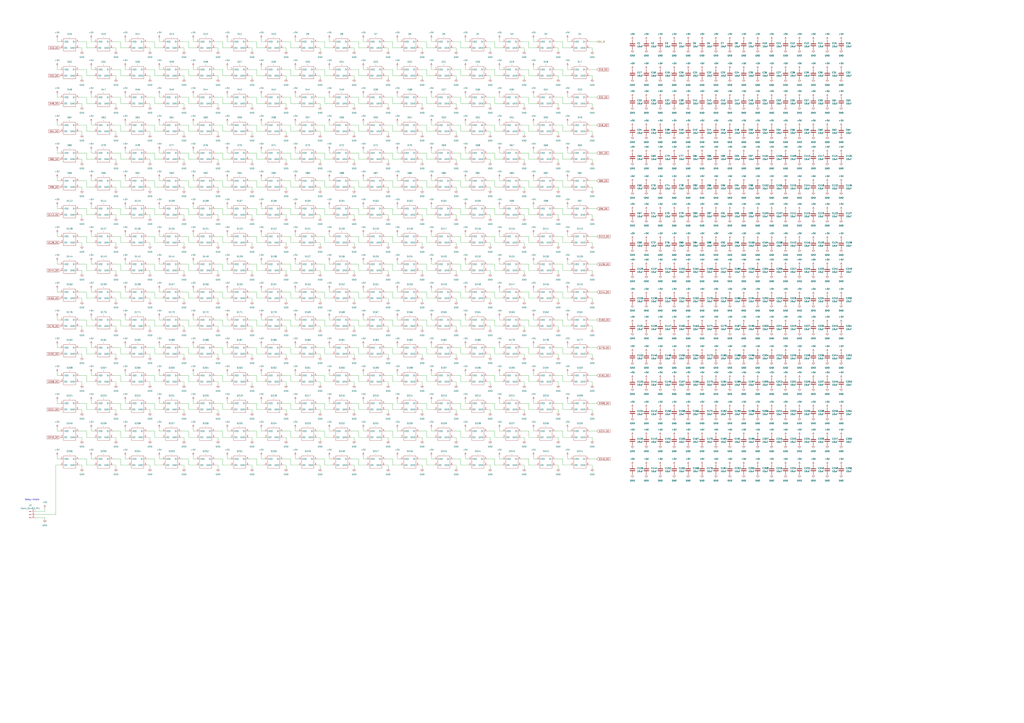
<source format=kicad_sch>
(kicad_sch (version 20250114) (generator "eeschema") (generator_version "9.0")
  (paper "A1")
  (text "Daisy-Chain" (at 26.416 410.718 0) (effects (font (size 1.27 1.27))))
  (wire (pts (xy 148.59 308.61) (xy 154.94 308.61)))
  (wire (pts (xy 290.83 293.37) (xy 290.83 290.83)))
  (wire (pts (xy 410.21 354.33) (xy 412.75 354.33)))
  (wire (pts (xy 430.53 179.07) (xy 430.53 176.53)))
  (wire (pts (xy 127 313.69) (xy 127 308.61)))
  (wire (pts (xy 384.81 130.81) (xy 378.46 130.81)))
  (wire (pts (xy 260.35 262.89) (xy 266.7 262.89)))
  (wire (pts (xy 382.27 57.15) (xy 384.81 57.15)))
  (wire (pts (xy 189.23 382.27) (xy 182.88 382.27)))
  (wire (pts (xy 161.29 290.83) (xy 154.94 290.83)))
  (wire (pts (xy 328.93 153.67) (xy 322.58 153.67)))
  (wire (pts (xy 46.99 260.35) (xy 46.99 262.89)))
  (wire (pts (xy 179.07 176.53) (xy 176.53 176.53)))
  (wire (pts (xy 354.33 34.29) (xy 356.87 34.29)))
  (wire (pts (xy 402.59 179.07) (xy 402.59 176.53)))
  (wire (pts (xy 458.47 384.81) (xy 458.47 382.27)))
  (wire (pts (xy 298.45 285.75) (xy 300.99 285.75)))
  (wire (pts (xy 438.15 377.19) (xy 440.69 377.19)))
  (wire (pts (xy 326.39 214.63) (xy 326.39 217.17)))
  (wire (pts (xy 466.09 123.19) (xy 466.09 125.73)))
  (wire (pts (xy 300.99 267.97) (xy 294.64 267.97)))
  (wire (pts (xy 328.93 176.53) (xy 322.58 176.53)))
  (wire (pts (xy 483.87 57.15) (xy 490.22 57.15)))
  (wire (pts (xy 127 62.23) (xy 127 57.15)))
  (wire (pts (xy 260.35 285.75) (xy 266.7 285.75)))
  (wire (pts (xy 154.94 199.39) (xy 154.94 194.31)))
  (wire (pts (xy 288.29 331.47) (xy 294.64 331.47)))
  (wire (pts (xy 455.93 262.89) (xy 462.28 262.89)))
  (wire (pts (xy 374.65 153.67) (xy 372.11 153.67)))
  (wire (pts (xy 486.41 224.79) (xy 486.41 222.25)))
  (wire (pts (xy 179.07 336.55) (xy 176.53 336.55)))
  (wire (pts (xy 356.87 336.55) (xy 350.52 336.55)))
  (wire (pts (xy 123.19 313.69) (xy 120.65 313.69)))
  (wire (pts (xy 346.71 224.79) (xy 346.71 222.25)))
  (wire (pts (xy 179.07 359.41) (xy 176.53 359.41)))
  (wire (pts (xy 322.58 176.53) (xy 322.58 171.45)))
  (wire (pts (xy 102.87 217.17) (xy 105.41 217.17)))
  (wire (pts (xy 326.39 331.47) (xy 328.93 331.47)))
  (wire (pts (xy 123.19 39.37) (xy 120.65 39.37)))
  (wire (pts (xy 354.33 31.75) (xy 354.33 34.29)))
  (wire (pts (xy 92.71 354.33) (xy 99.06 354.33)))
  (wire (pts (xy 346.71 382.27) (xy 344.17 382.27)))
  (wire (pts (xy 354.33 57.15) (xy 356.87 57.15)))
  (wire (pts (xy 214.63 34.29) (xy 217.17 34.29)))
  (wire (pts (xy 130.81 260.35) (xy 130.81 262.89)))
  (wire (pts (xy 238.76 359.41) (xy 238.76 354.33)))
  (wire (pts (xy 412.75 290.83) (xy 406.4 290.83)))
  (wire (pts (xy 298.45 240.03) (xy 300.99 240.03)))
  (wire (pts (xy 182.88 107.95) (xy 182.88 102.87)))
  (wire (pts (xy 158.75 240.03) (xy 161.29 240.03)))
  (wire (pts (xy 123.19 339.09) (xy 123.19 336.55)))
  (wire (pts (xy 217.17 62.23) (xy 210.82 62.23)))
  (wire (pts (xy 214.63 80.01) (xy 217.17 80.01)))
  (wire (pts (xy 67.31 179.07) (xy 67.31 176.53)))
  (wire (pts (xy 105.41 199.39) (xy 99.06 199.39)))
  (wire (pts (xy 298.45 214.63) (xy 298.45 217.17)))
  (wire (pts (xy 316.23 57.15) (xy 322.58 57.15)))
  (wire (pts (xy 74.93 148.59) (xy 77.47 148.59)))
  (wire (pts (xy 273.05 62.23) (xy 266.7 62.23)))
  (wire (pts (xy 430.53 245.11) (xy 427.99 245.11)))
  (wire (pts (xy 466.09 77.47) (xy 466.09 80.01)))
  (wire (pts (xy 326.39 260.35) (xy 326.39 262.89)))
  (wire (pts (xy 354.33 100.33) (xy 354.33 102.87)))
  (wire (pts (xy 105.41 107.95) (xy 99.06 107.95)))
  (wire (pts (xy 214.63 237.49) (xy 214.63 240.03)))
  (wire (pts (xy 483.87 148.59) (xy 490.22 148.59)))
  (wire (pts (xy 466.09 306.07) (xy 466.09 308.61)))
  (wire (pts (xy 483.87 262.89) (xy 490.22 262.89)))
  (wire (pts (xy 210.82 153.67) (xy 210.82 148.59)))
  (wire (pts (xy 46.99 191.77) (xy 46.99 194.31)))
  (wire (pts (xy 266.7 107.95) (xy 266.7 102.87)))
  (wire (pts (xy 74.93 214.63) (xy 74.93 217.17)))
  (wire (pts (xy 354.33 374.65) (xy 354.33 377.19)))
  (wire (pts (xy 402.59 87.63) (xy 402.59 85.09)))
  (wire (pts (xy 382.27 77.47) (xy 382.27 80.01)))
  (wire (pts (xy 322.58 336.55) (xy 322.58 331.47)))
  (wire (pts (xy 298.45 354.33) (xy 300.99 354.33)))
  (wire (pts (xy 210.82 199.39) (xy 210.82 194.31)))
  (wire (pts (xy 294.64 176.53) (xy 294.64 171.45)))
  (wire (pts (xy 71.12 39.37) (xy 71.12 34.29)))
  (wire (pts (xy 326.39 374.65) (xy 326.39 377.19)))
  (wire (pts (xy 74.93 77.47) (xy 74.93 80.01)))
  (wire (pts (xy 288.29 194.31) (xy 294.64 194.31)))
  (wire (pts (xy 207.01 39.37) (xy 204.47 39.37)))
  (wire (pts (xy 270.51 77.47) (xy 270.51 80.01)))
  (wire (pts (xy 260.35 57.15) (xy 266.7 57.15)))
  (wire (pts (xy 77.47 199.39) (xy 71.12 199.39)))
  (wire (pts (xy 105.41 336.55) (xy 99.06 336.55)))
  (wire (pts (xy 412.75 85.09) (xy 406.4 85.09)))
  (wire (pts (xy 466.09 354.33) (xy 468.63 354.33)))
  (wire (pts (xy 92.71 148.59) (xy 99.06 148.59)))
  (wire (pts (xy 298.45 260.35) (xy 298.45 262.89)))
  (wire (pts (xy 67.31 62.23) (xy 64.77 62.23)))
  (wire (pts (xy 406.4 153.67) (xy 406.4 148.59)))
  (wire (pts (xy 410.21 125.73) (xy 412.75 125.73)))
  (wire (pts (xy 95.25 64.77) (xy 95.25 62.23)))
  (wire (pts (xy 207.01 293.37) (xy 207.01 290.83)))
  (wire (pts (xy 412.75 39.37) (xy 406.4 39.37)))
  (wire (pts (xy 210.82 62.23) (xy 210.82 57.15)))
  (wire (pts (xy 266.7 267.97) (xy 266.7 262.89)))
  (wire (pts (xy 410.21 123.19) (xy 410.21 125.73)))
  (wire (pts (xy 430.53 39.37) (xy 427.99 39.37)))
  (wire (pts (xy 214.63 308.61) (xy 217.17 308.61)))
  (wire (pts (xy 486.41 290.83) (xy 483.87 290.83)))
  (wire (pts (xy 46.99 328.93) (xy 46.99 331.47)))
  (wire (pts (xy 434.34 290.83) (xy 434.34 285.75)))
  (wire (pts (xy 161.29 39.37) (xy 154.94 39.37)))
  (wire (pts (xy 300.99 62.23) (xy 294.64 62.23)))
  (wire (pts (xy 266.7 199.39) (xy 266.7 194.31)))
  (wire (pts (xy 400.05 34.29) (xy 406.4 34.29)))
  (wire (pts (xy 486.41 64.77) (xy 486.41 62.23)))
  (wire (pts (xy 430.53 110.49) (xy 430.53 107.95)))
  (wire (pts (xy 92.71 34.29) (xy 99.06 34.29)))
  (wire (pts (xy 430.53 87.63) (xy 430.53 85.09)))
  (wire (pts (xy 354.33 354.33) (xy 356.87 354.33)))
  (wire (pts (xy 354.33 262.89) (xy 356.87 262.89)))
  (wire (pts (xy 158.75 125.73) (xy 161.29 125.73)))
  (wire (pts (xy 288.29 148.59) (xy 294.64 148.59)))
  (wire (pts (xy 133.35 39.37) (xy 127 39.37)))
  (wire (pts (xy 67.31 336.55) (xy 64.77 336.55)))
  (wire (pts (xy 189.23 176.53) (xy 182.88 176.53)))
  (wire (pts (xy 133.35 267.97) (xy 127 267.97)))
  (wire (pts (xy 67.31 87.63) (xy 67.31 85.09)))
  (wire (pts (xy 74.93 260.35) (xy 74.93 262.89)))
  (wire (pts (xy 102.87 374.65) (xy 102.87 377.19)))
  (wire (pts (xy 99.06 222.25) (xy 99.06 217.17)))
  (wire (pts (xy 410.21 217.17) (xy 412.75 217.17)))
  (wire (pts (xy 410.21 260.35) (xy 410.21 262.89)))
  (wire (pts (xy 402.59 293.37) (xy 402.59 290.83)))
  (wire (pts (xy 234.95 267.97) (xy 232.41 267.97)))
  (wire (pts (xy 123.19 176.53) (xy 120.65 176.53)))
  (wire (pts (xy 262.89 222.25) (xy 260.35 222.25)))
  (wire (pts (xy 326.39 168.91) (xy 326.39 171.45)))
  (wire (pts (xy 179.07 270.51) (xy 179.07 267.97)))
  (wire (pts (xy 46.99 100.33) (xy 46.99 102.87)))
  (wire (pts (xy 207.01 153.67) (xy 204.47 153.67)))
  (wire (pts (xy 290.83 290.83) (xy 288.29 290.83)))
  (wire (pts (xy 234.95 41.91) (xy 234.95 39.37)))
  (wire (pts (xy 346.71 339.09) (xy 346.71 336.55)))
  (wire (pts (xy 440.69 176.53) (xy 434.34 176.53)))
  (wire (pts (xy 151.13 316.23) (xy 151.13 313.69)))
  (wire (pts (xy 290.83 224.79) (xy 290.83 222.25)))
  (wire (pts (xy 176.53 102.87) (xy 182.88 102.87)))
  (wire (pts (xy 217.17 85.09) (xy 210.82 85.09)))
  (wire (pts (xy 455.93 125.73) (xy 462.28 125.73)))
  (wire (pts (xy 179.07 313.69) (xy 176.53 313.69)))
  (wire (pts (xy 300.99 176.53) (xy 294.64 176.53)))
  (wire (pts (xy 316.23 217.17) (xy 322.58 217.17)))
  (wire (pts (xy 158.75 168.91) (xy 158.75 171.45)))
  (wire (pts (xy 262.89 41.91) (xy 262.89 39.37)))
  (wire (pts (xy 346.71 85.09) (xy 344.17 85.09)))
  (wire (pts (xy 322.58 245.11) (xy 322.58 240.03)))
  (wire (pts (xy 466.09 283.21) (xy 466.09 285.75)))
  (wire (pts (xy 238.76 313.69) (xy 238.76 308.61)))
  (wire (pts (xy 179.07 382.27) (xy 176.53 382.27)))
  (wire (pts (xy 374.65 39.37) (xy 372.11 39.37)))
  (wire (pts (xy 462.28 199.39) (xy 462.28 194.31)))
  (wire (pts (xy 234.95 176.53) (xy 232.41 176.53)))
  (wire (pts (xy 430.53 316.23) (xy 430.53 313.69)))
  (wire (pts (xy 318.77 107.95) (xy 316.23 107.95)))
  (wire (pts (xy 298.45 168.91) (xy 298.45 171.45)))
  (wire (pts (xy 483.87 194.31) (xy 490.22 194.31)))
  (wire (pts (xy 462.28 313.69) (xy 462.28 308.61)))
  (wire (pts (xy 462.28 39.37) (xy 468.63 39.37)))
  (wire (pts (xy 400.05 285.75) (xy 406.4 285.75)))
  (wire (pts (xy 294.64 313.69) (xy 294.64 308.61)))
  (wire (pts (xy 486.41 336.55) (xy 483.87 336.55)))
  (wire (pts (xy 242.57 31.75) (xy 242.57 34.29)))
  (wire (pts (xy 186.69 146.05) (xy 186.69 148.59)))
  (wire (pts (xy 123.19 293.37) (xy 123.19 290.83)))
  (wire (pts (xy 242.57 102.87) (xy 245.11 102.87)))
  (wire (pts (xy 378.46 153.67) (xy 378.46 148.59)))
  (wire (pts (xy 344.17 194.31) (xy 350.52 194.31)))
  (wire (pts (xy 372.11 194.31) (xy 378.46 194.31)))
  (wire (pts (xy 458.47 62.23) (xy 455.93 62.23)))
  (wire (pts (xy 242.57 100.33) (xy 242.57 102.87)))
  (wire (pts (xy 154.94 245.11) (xy 154.94 240.03)))
  (wire (pts (xy 151.13 107.95) (xy 148.59 107.95)))
  (wire (pts (xy 434.34 153.67) (xy 434.34 148.59)))
  (wire (pts (xy 105.41 62.23) (xy 99.06 62.23)))
  (wire (pts (xy 238.76 267.97) (xy 238.76 262.89)))
  (wire (pts (xy 102.87 191.77) (xy 102.87 194.31)))
  (wire (pts (xy 242.57 354.33) (xy 245.11 354.33)))
  (wire (pts (xy 95.25 39.37) (xy 92.71 39.37)))
  (wire (pts (xy 406.4 176.53) (xy 406.4 171.45)))
  (wire (pts (xy 402.59 176.53) (xy 400.05 176.53)))
  (wire (pts (xy 151.13 339.09) (xy 151.13 336.55)))
  (wire (pts (xy 483.87 331.47) (xy 490.22 331.47)))
  (wire (pts (xy 67.31 290.83) (xy 64.77 290.83)))
  (wire (pts (xy 326.39 237.49) (xy 326.39 240.03)))
  (wire (pts (xy 242.57 283.21) (xy 242.57 285.75)))
  (wire (pts (xy 273.05 85.09) (xy 266.7 85.09)))
  (wire (pts (xy 438.15 168.91) (xy 438.15 171.45)))
  (wire (pts (xy 372.11 171.45) (xy 378.46 171.45)))
  (wire (pts (xy 158.75 194.31) (xy 161.29 194.31)))
  (wire (pts (xy 242.57 306.07) (xy 242.57 308.61)))
  (wire (pts (xy 270.51 125.73) (xy 273.05 125.73)))
  (wire (pts (xy 486.41 293.37) (xy 486.41 290.83)))
  (wire (pts (xy 410.21 34.29) (xy 412.75 34.29)))
  (wire (pts (xy 354.33 191.77) (xy 354.33 194.31)))
  (wire (pts (xy 102.87 100.33) (xy 102.87 102.87)))
  (wire (pts (xy 71.12 199.39) (xy 71.12 194.31)))
  (wire (pts (xy 440.69 359.41) (xy 434.34 359.41)))
  (wire (pts (xy 462.28 153.67) (xy 462.28 148.59)))
  (wire (pts (xy 77.47 39.37) (xy 71.12 39.37)))
  (wire (pts (xy 402.59 382.27) (xy 400.05 382.27)))
  (wire (pts (xy 346.71 87.63) (xy 346.71 85.09)))
  (wire (pts (xy 382.27 260.35) (xy 382.27 262.89)))
  (wire (pts (xy 427.99 308.61) (xy 434.34 308.61)))
  (wire (pts (xy 179.07 247.65) (xy 179.07 245.11)))
  (wire (pts (xy 207.01 359.41) (xy 204.47 359.41)))
  (wire (pts (xy 294.64 199.39) (xy 294.64 194.31)))
  (wire (pts (xy 74.93 351.79) (xy 74.93 354.33)))
  (wire (pts (xy 434.34 130.81) (xy 434.34 125.73)))
  (wire (pts (xy 105.41 153.67) (xy 99.06 153.67)))
  (wire (pts (xy 266.7 290.83) (xy 266.7 285.75)))
  (wire (pts (xy 176.53 148.59) (xy 182.88 148.59)))
  (wire (pts (xy 378.46 39.37) (xy 378.46 34.29)))
  (wire (pts (xy 242.57 146.05) (xy 242.57 148.59)))
  (wire (pts (xy 326.39 171.45) (xy 328.93 171.45)))
  (wire (pts (xy 318.77 267.97) (xy 316.23 267.97)))
  (wire (pts (xy 234.95 130.81) (xy 232.41 130.81)))
  (wire (pts (xy 326.39 191.77) (xy 326.39 194.31)))
  (wire (pts (xy 486.41 85.09) (xy 483.87 85.09)))
  (wire (pts (xy 346.71 293.37) (xy 346.71 290.83)))
  (wire (pts (xy 127 199.39) (xy 127 194.31)))
  (wire (pts (xy 316.23 34.29) (xy 322.58 34.29)))
  (wire (pts (xy 318.77 41.91) (xy 318.77 39.37)))
  (wire (pts (xy 402.59 384.81) (xy 402.59 382.27)))
  (wire (pts (xy 120.65 262.89) (xy 127 262.89)))
  (wire (pts (xy 412.75 359.41) (xy 406.4 359.41)))
  (wire (pts (xy 262.89 339.09) (xy 262.89 336.55)))
  (wire (pts (xy 204.47 262.89) (xy 210.82 262.89)))
  (wire (pts (xy 127 245.11) (xy 127 240.03)))
  (wire (pts (xy 316.23 354.33) (xy 322.58 354.33)))
  (wire (pts (xy 120.65 57.15) (xy 127 57.15)))
  (wire (pts (xy 374.65 247.65) (xy 374.65 245.11)))
  (wire (pts (xy 176.53 194.31) (xy 182.88 194.31)))
  (wire (pts (xy 102.87 34.29) (xy 105.41 34.29)))
  (wire (pts (xy 71.12 382.27) (xy 71.12 377.19)))
  (wire (pts (xy 179.07 64.77) (xy 179.07 62.23)))
  (wire (pts (xy 158.75 191.77) (xy 158.75 194.31)))
  (wire (pts (xy 294.64 62.23) (xy 294.64 57.15)))
  (wire (pts (xy 468.63 153.67) (xy 462.28 153.67)))
  (wire (pts (xy 468.63 359.41) (xy 462.28 359.41)))
  (wire (pts (xy 378.46 199.39) (xy 378.46 194.31)))
  (wire (pts (xy 434.34 267.97) (xy 434.34 262.89)))
  (wire (pts (xy 161.29 199.39) (xy 154.94 199.39)))
  (wire (pts (xy 151.13 199.39) (xy 148.59 199.39)))
  (wire (pts (xy 179.07 199.39) (xy 176.53 199.39)))
  (wire (pts (xy 458.47 359.41) (xy 455.93 359.41)))
  (wire (pts (xy 234.95 384.81) (xy 234.95 382.27)))
  (wire (pts (xy 161.29 222.25) (xy 154.94 222.25)))
  (wire (pts (xy 290.83 133.35) (xy 290.83 130.81)))
  (wire (pts (xy 410.21 262.89) (xy 412.75 262.89)))
  (wire (pts (xy 298.45 100.33) (xy 298.45 102.87)))
  (wire (pts (xy 412.75 130.81) (xy 406.4 130.81)))
  (wire (pts (xy 130.81 283.21) (xy 130.81 285.75)))
  (wire (pts (xy 210.82 176.53) (xy 210.82 171.45)))
  (wire (pts (xy 458.47 361.95) (xy 458.47 359.41)))
  (wire (pts (xy 294.64 359.41) (xy 294.64 354.33)))
  (wire (pts (xy 214.63 331.47) (xy 217.17 331.47)))
  (wire (pts (xy 67.31 133.35) (xy 67.31 130.81)))
  (wire (pts (xy 402.59 316.23) (xy 402.59 313.69)))
  (wire (pts (xy 400.05 102.87) (xy 406.4 102.87)))
  (wire (pts (xy 440.69 382.27) (xy 434.34 382.27)))
  (wire (pts (xy 486.41 245.11) (xy 483.87 245.11)))
  (wire (pts (xy 179.07 267.97) (xy 176.53 267.97)))
  (wire (pts (xy 430.53 359.41) (xy 427.99 359.41)))
  (wire (pts (xy 486.41 313.69) (xy 483.87 313.69)))
  (wire (pts (xy 356.87 290.83) (xy 350.52 290.83)))
  (wire (pts (xy 412.75 176.53) (xy 406.4 176.53)))
  (wire (pts (xy 74.93 123.19) (xy 74.93 125.73)))
  (wire (pts (xy 410.21 102.87) (xy 412.75 102.87)))
  (wire (pts (xy 374.65 316.23) (xy 374.65 313.69)))
  (wire (pts (xy 214.63 262.89) (xy 217.17 262.89)))
  (wire (pts (xy 67.31 245.11) (xy 64.77 245.11)))
  (wire (pts (xy 290.83 339.09) (xy 290.83 336.55)))
  (wire (pts (xy 300.99 39.37) (xy 294.64 39.37)))
  (wire (pts (xy 260.35 125.73) (xy 266.7 125.73)))
  (wire (pts (xy 214.63 306.07) (xy 214.63 308.61)))
  (wire (pts (xy 402.59 64.77) (xy 402.59 62.23)))
  (wire (pts (xy 99.06 62.23) (xy 99.06 57.15)))
  (wire (pts (xy 318.77 130.81) (xy 316.23 130.81)))
  (wire (pts (xy 105.41 39.37) (xy 99.06 39.37)))
  (wire (pts (xy 232.41 240.03) (xy 238.76 240.03)))
  (wire (pts (xy 406.4 130.81) (xy 406.4 125.73)))
  (wire (pts (xy 402.59 133.35) (xy 402.59 130.81)))
  (wire (pts (xy 242.57 214.63) (xy 242.57 217.17)))
  (wire (pts (xy 242.57 260.35) (xy 242.57 262.89)))
  (wire (pts (xy 430.53 313.69) (xy 427.99 313.69)))
  (wire (pts (xy 346.71 316.23) (xy 346.71 313.69)))
  (wire (pts (xy 151.13 179.07) (xy 151.13 176.53)))
  (wire (pts (xy 74.93 171.45) (xy 77.47 171.45)))
  (wire (pts (xy 245.11 336.55) (xy 238.76 336.55)))
  (wire (pts (xy 242.57 148.59) (xy 245.11 148.59)))
  (wire (pts (xy 105.41 313.69) (xy 99.06 313.69)))
  (wire (pts (xy 105.41 222.25) (xy 99.06 222.25)))
  (wire (pts (xy 400.05 194.31) (xy 406.4 194.31)))
  (wire (pts (xy 186.69 57.15) (xy 189.23 57.15)))
  (wire (pts (xy 270.51 331.47) (xy 273.05 331.47)))
  (wire (pts (xy 204.47 194.31) (xy 210.82 194.31)))
  (wire (pts (xy 318.77 179.07) (xy 318.77 176.53)))
  (wire (pts (xy 189.23 267.97) (xy 182.88 267.97)))
  (wire (pts (xy 182.88 62.23) (xy 182.88 57.15)))
  (wire (pts (xy 316.23 125.73) (xy 322.58 125.73)))
  (wire (pts (xy 483.87 308.61) (xy 490.22 308.61)))
  (wire (pts (xy 384.81 313.69) (xy 378.46 313.69)))
  (wire (pts (xy 92.71 285.75) (xy 99.06 285.75)))
  (wire (pts (xy 151.13 245.11) (xy 148.59 245.11)))
  (wire (pts (xy 189.23 130.81) (xy 182.88 130.81)))
  (wire (pts (xy 158.75 377.19) (xy 161.29 377.19)))
  (wire (pts (xy 440.69 130.81) (xy 434.34 130.81)))
  (wire (pts (xy 189.23 107.95) (xy 182.88 107.95)))
  (wire (pts (xy 46.99 148.59) (xy 49.53 148.59)))
  (wire (pts (xy 326.39 80.01) (xy 328.93 80.01)))
  (wire (pts (xy 133.35 222.25) (xy 127 222.25)))
  (wire (pts (xy 232.41 308.61) (xy 238.76 308.61)))
  (wire (pts (xy 382.27 285.75) (xy 384.81 285.75)))
  (wire (pts (xy 322.58 85.09) (xy 322.58 80.01)))
  (wire (pts (xy 242.57 262.89) (xy 245.11 262.89)))
  (wire (pts (xy 176.53 57.15) (xy 182.88 57.15)))
  (wire (pts (xy 344.17 80.01) (xy 350.52 80.01)))
  (wire (pts (xy 130.81 77.47) (xy 130.81 80.01)))
  (wire (pts (xy 270.51 377.19) (xy 273.05 377.19)))
  (wire (pts (xy 458.47 39.37) (xy 455.93 39.37)))
  (wire (pts (xy 382.27 80.01) (xy 384.81 80.01)))
  (wire (pts (xy 298.45 351.79) (xy 298.45 354.33)))
  (wire (pts (xy 102.87 171.45) (xy 105.41 171.45)))
  (wire (pts (xy 300.99 107.95) (xy 294.64 107.95)))
  (wire (pts (xy 262.89 87.63) (xy 262.89 85.09)))
  (wire (pts (xy 99.06 85.09) (xy 99.06 80.01)))
  (wire (pts (xy 154.94 85.09) (xy 154.94 80.01)))
  (wire (pts (xy 458.47 290.83) (xy 455.93 290.83)))
  (wire (pts (xy 344.17 377.19) (xy 350.52 377.19)))
  (wire (pts (xy 406.4 359.41) (xy 406.4 354.33)))
  (wire (pts (xy 486.41 384.81) (xy 486.41 382.27)))
  (wire (pts (xy 290.83 179.07) (xy 290.83 176.53)))
  (wire (pts (xy 210.82 130.81) (xy 210.82 125.73)))
  (wire (pts (xy 120.65 102.87) (xy 127 102.87)))
  (wire (pts (xy 356.87 267.97) (xy 350.52 267.97)))
  (wire (pts (xy 92.71 171.45) (xy 99.06 171.45)))
  (wire (pts (xy 406.4 199.39) (xy 406.4 194.31)))
  (wire (pts (xy 161.29 153.67) (xy 154.94 153.67)))
  (wire (pts (xy 406.4 222.25) (xy 406.4 217.17)))
  (wire (pts (xy 148.59 125.73) (xy 154.94 125.73)))
  (wire (pts (xy 273.05 107.95) (xy 266.7 107.95)))
  (wire (pts (xy 179.07 179.07) (xy 179.07 176.53)))
  (wire (pts (xy 127 153.67) (xy 127 148.59)))
  (wire (pts (xy 328.93 336.55) (xy 322.58 336.55)))
  (wire (pts (xy 95.25 199.39) (xy 92.71 199.39)))
  (wire (pts (xy 455.93 217.17) (xy 462.28 217.17)))
  (wire (pts (xy 234.95 64.77) (xy 234.95 62.23)))
  (wire (pts (xy 466.09 331.47) (xy 468.63 331.47)))
  (wire (pts (xy 434.34 313.69) (xy 434.34 308.61)))
  (wire (pts (xy 95.25 85.09) (xy 92.71 85.09)))
  (wire (pts (xy 466.09 237.49) (xy 466.09 240.03)))
  (wire (pts (xy 179.07 133.35) (xy 179.07 130.81)))
  (wire (pts (xy 234.95 290.83) (xy 232.41 290.83)))
  (wire (pts (xy 410.21 77.47) (xy 410.21 80.01)))
  (wire (pts (xy 384.81 267.97) (xy 378.46 267.97)))
  (wire (pts (xy 434.34 199.39) (xy 434.34 194.31)))
  (wire (pts (xy 260.35 377.19) (xy 266.7 377.19)))
  (wire (pts (xy 290.83 313.69) (xy 288.29 313.69)))
  (wire (pts (xy 102.87 146.05) (xy 102.87 148.59)))
  (wire (pts (xy 455.93 240.03) (xy 462.28 240.03)))
  (wire (pts (xy 245.11 153.67) (xy 238.76 153.67)))
  (wire (pts (xy 462.28 107.95) (xy 462.28 102.87)))
  (wire (pts (xy 67.31 199.39) (xy 64.77 199.39)))
  (wire (pts (xy 290.83 222.25) (xy 288.29 222.25)))
  (wire (pts (xy 158.75 57.15) (xy 161.29 57.15)))
  (wire (pts (xy 245.11 62.23) (xy 238.76 62.23)))
  (wire (pts (xy 46.99 80.01) (xy 49.53 80.01)))
  (wire (pts (xy 102.87 125.73) (xy 105.41 125.73)))
  (wire (pts (xy 67.31 224.79) (xy 67.31 222.25)))
  (wire (pts (xy 290.83 199.39) (xy 288.29 199.39)))
  (wire (pts (xy 384.81 336.55) (xy 378.46 336.55)))
  (wire (pts (xy 207.01 62.23) (xy 204.47 62.23)))
  (wire (pts (xy 440.69 313.69) (xy 434.34 313.69)))
  (wire (pts (xy 290.83 64.77) (xy 290.83 62.23)))
  (wire (pts (xy 430.53 361.95) (xy 430.53 359.41)))
  (wire (pts (xy 176.53 308.61) (xy 182.88 308.61)))
  (wire (pts (xy 102.87 102.87) (xy 105.41 102.87)))
  (wire (pts (xy 346.71 313.69) (xy 344.17 313.69)))
  (wire (pts (xy 455.93 57.15) (xy 462.28 57.15)))
  (wire (pts (xy 210.82 222.25) (xy 210.82 217.17)))
  (wire (pts (xy 346.71 361.95) (xy 346.71 359.41)))
  (wire (pts (xy 46.99 351.79) (xy 46.99 354.33)))
  (wire (pts (xy 262.89 156.21) (xy 262.89 153.67)))
  (wire (pts (xy 161.29 176.53) (xy 154.94 176.53)))
  (wire (pts (xy 77.47 176.53) (xy 71.12 176.53)))
  (wire (pts (xy 356.87 222.25) (xy 350.52 222.25)))
  (wire (pts (xy 67.31 384.81) (xy 67.31 382.27)))
  (wire (pts (xy 123.19 382.27) (xy 120.65 382.27)))
  (wire (pts (xy 458.47 156.21) (xy 458.47 153.67)))
  (wire (pts (xy 102.87 57.15) (xy 105.41 57.15)))
  (wire (pts (xy 242.57 168.91) (xy 242.57 171.45)))
  (wire (pts (xy 438.15 262.89) (xy 440.69 262.89)))
  (wire (pts (xy 102.87 306.07) (xy 102.87 308.61)))
  (wire (pts (xy 210.82 313.69) (xy 210.82 308.61)))
  (wire (pts (xy 374.65 107.95) (xy 372.11 107.95)))
  (wire (pts (xy 242.57 34.29) (xy 245.11 34.29)))
  (wire (pts (xy 71.12 359.41) (xy 71.12 354.33)))
  (wire (pts (xy 466.09 308.61) (xy 468.63 308.61)))
  (wire (pts (xy 382.27 377.19) (xy 384.81 377.19)))
  (wire (pts (xy 204.47 285.75) (xy 210.82 285.75)))
  (wire (pts (xy 350.52 290.83) (xy 350.52 285.75)))
  (wire (pts (xy 74.93 377.19) (xy 77.47 377.19)))
  (wire (pts (xy 127 222.25) (xy 127 217.17)))
  (wire (pts (xy 95.25 156.21) (xy 95.25 153.67)))
  (wire (pts (xy 133.35 130.81) (xy 127 130.81)))
  (wire (pts (xy 350.52 176.53) (xy 350.52 171.45)))
  (wire (pts (xy 186.69 54.61) (xy 186.69 57.15)))
  (wire (pts (xy 95.25 359.41) (xy 92.71 359.41)))
  (wire (pts (xy 204.47 308.61) (xy 210.82 308.61)))
  (wire (pts (xy 74.93 374.65) (xy 74.93 377.19)))
  (wire (pts (xy 158.75 283.21) (xy 158.75 285.75)))
  (wire (pts (xy 486.41 87.63) (xy 486.41 85.09)))
  (wire (pts (xy 67.31 267.97) (xy 64.77 267.97)))
  (wire (pts (xy 266.7 153.67) (xy 266.7 148.59)))
  (wire (pts (xy 46.99 194.31) (xy 49.53 194.31)))
  (wire (pts (xy 214.63 351.79) (xy 214.63 354.33)))
  (wire (pts (xy 238.76 176.53) (xy 238.76 171.45)))
  (wire (pts (xy 266.7 313.69) (xy 266.7 308.61)))
  (wire (pts (xy 182.88 267.97) (xy 182.88 262.89)))
  (wire (pts (xy 427.99 354.33) (xy 434.34 354.33)))
  (wire (pts (xy 179.07 384.81) (xy 179.07 382.27)))
  (wire (pts (xy 238.76 245.11) (xy 238.76 240.03)))
  (wire (pts (xy 210.82 107.95) (xy 210.82 102.87)))
  (wire (pts (xy 298.45 217.17) (xy 300.99 217.17)))
  (wire (pts (xy 123.19 359.41) (xy 120.65 359.41)))
  (wire (pts (xy 344.17 217.17) (xy 350.52 217.17)))
  (wire (pts (xy 214.63 194.31) (xy 217.17 194.31)))
  (wire (pts (xy 458.47 293.37) (xy 458.47 290.83)))
  (wire (pts (xy 74.93 168.91) (xy 74.93 171.45)))
  (wire (pts (xy 186.69 214.63) (xy 186.69 217.17)))
  (wire (pts (xy 207.01 222.25) (xy 204.47 222.25)))
  (wire (pts (xy 204.47 354.33) (xy 210.82 354.33)))
  (wire (pts (xy 430.53 107.95) (xy 427.99 107.95)))
  (wire (pts (xy 438.15 148.59) (xy 440.69 148.59)))
  (wire (pts (xy 270.51 328.93) (xy 270.51 331.47)))
  (wire (pts (xy 99.06 176.53) (xy 99.06 171.45)))
  (wire (pts (xy 298.45 283.21) (xy 298.45 285.75)))
  (wire (pts (xy 74.93 57.15) (xy 77.47 57.15)))
  (wire (pts (xy 262.89 199.39) (xy 260.35 199.39)))
  (wire (pts (xy 95.25 179.07) (xy 95.25 176.53)))
  (wire (pts (xy 346.71 247.65) (xy 346.71 245.11)))
  (wire (pts (xy 133.35 290.83) (xy 127 290.83)))
  (wire (pts (xy 322.58 199.39) (xy 322.58 194.31)))
  (wire (pts (xy 438.15 146.05) (xy 438.15 148.59)))
  (wire (pts (xy 410.21 351.79) (xy 410.21 354.33)))
  (wire (pts (xy 466.09 171.45) (xy 468.63 171.45)))
  (wire (pts (xy 468.63 267.97) (xy 462.28 267.97)))
  (wire (pts (xy 262.89 336.55) (xy 260.35 336.55)))
  (wire (pts (xy 374.65 267.97) (xy 372.11 267.97)))
  (wire (pts (xy 326.39 146.05) (xy 326.39 148.59)))
  (wire (pts (xy 151.13 87.63) (xy 151.13 85.09)))
  (wire (pts (xy 354.33 328.93) (xy 354.33 331.47)))
  (wire (pts (xy 207.01 382.27) (xy 204.47 382.27)))
  (wire (pts (xy 288.29 80.01) (xy 294.64 80.01)))
  (wire (pts (xy 440.69 39.37) (xy 434.34 39.37)))
  (wire (pts (xy 466.09 374.65) (xy 466.09 377.19)))
  (wire (pts (xy 176.53 217.17) (xy 182.88 217.17)))
  (wire (pts (xy 322.58 107.95) (xy 322.58 102.87)))
  (wire (pts (xy 374.65 110.49) (xy 374.65 107.95)))
  (wire (pts (xy 189.23 199.39) (xy 182.88 199.39)))
  (wire (pts (xy 400.05 148.59) (xy 406.4 148.59)))
  (wire (pts (xy 356.87 176.53) (xy 350.52 176.53)))
  (wire (pts (xy 430.53 247.65) (xy 430.53 245.11)))
  (wire (pts (xy 95.25 270.51) (xy 95.25 267.97)))
  (wire (pts (xy 102.87 354.33) (xy 105.41 354.33)))
  (wire (pts (xy 316.23 148.59) (xy 322.58 148.59)))
  (wire (pts (xy 158.75 237.49) (xy 158.75 240.03)))
  (wire (pts (xy 123.19 336.55) (xy 120.65 336.55)))
  (wire (pts (xy 318.77 133.35) (xy 318.77 130.81)))
  (wire (pts (xy 290.83 382.27) (xy 288.29 382.27)))
  (wire (pts (xy 204.47 171.45) (xy 210.82 171.45)))
  (wire (pts (xy 232.41 354.33) (xy 238.76 354.33)))
  (wire (pts (xy 151.13 336.55) (xy 148.59 336.55)))
  (wire (pts (xy 179.07 39.37) (xy 176.53 39.37)))
  (wire (pts (xy 316.23 285.75) (xy 322.58 285.75)))
  (wire (pts (xy 406.4 85.09) (xy 406.4 80.01)))
  (wire (pts (xy 270.51 260.35) (xy 270.51 262.89)))
  (wire (pts (xy 232.41 102.87) (xy 238.76 102.87)))
  (wire (pts (xy 486.41 382.27) (xy 483.87 382.27)))
  (wire (pts (xy 372.11 285.75) (xy 378.46 285.75)))
  (wire (pts (xy 430.53 153.67) (xy 427.99 153.67)))
  (wire (pts (xy 427.99 331.47) (xy 434.34 331.47)))
  (wire (pts (xy 260.35 102.87) (xy 266.7 102.87)))
  (wire (pts (xy 294.64 290.83) (xy 294.64 285.75)))
  (wire (pts (xy 74.93 306.07) (xy 74.93 308.61)))
  (wire (pts (xy 382.27 374.65) (xy 382.27 377.19)))
  (wire (pts (xy 151.13 267.97) (xy 148.59 267.97)))
  (wire (pts (xy 406.4 245.11) (xy 406.4 240.03)))
  (wire (pts (xy 427.99 217.17) (xy 434.34 217.17)))
  (wire (pts (xy 346.71 153.67) (xy 344.17 153.67)))
  (wire (pts (xy 288.29 217.17) (xy 294.64 217.17)))
  (wire (pts (xy 186.69 148.59) (xy 189.23 148.59)))
  (wire (pts (xy 120.65 217.17) (xy 127 217.17)))
  (wire (pts (xy 46.99 306.07) (xy 46.99 308.61)))
  (wire (pts (xy 326.39 100.33) (xy 326.39 102.87)))
  (wire (pts (xy 214.63 57.15) (xy 217.17 57.15)))
  (wire (pts (xy 466.09 34.29) (xy 468.63 34.29)))
  (wire (pts (xy 412.75 245.11) (xy 406.4 245.11)))
  (wire (pts (xy 378.46 62.23) (xy 378.46 57.15)))
  (wire (pts (xy 372.11 80.01) (xy 378.46 80.01)))
  (wire (pts (xy 182.88 39.37) (xy 182.88 34.29)))
  (wire (pts (xy 77.47 382.27) (xy 71.12 382.27)))
  (wire (pts (xy 99.06 107.95) (xy 99.06 102.87)))
  (wire (pts (xy 412.75 313.69) (xy 406.4 313.69)))
  (wire (pts (xy 74.93 194.31) (xy 77.47 194.31)))
  (wire (pts (xy 64.77 240.03) (xy 71.12 240.03)))
  (wire (pts (xy 374.65 290.83) (xy 372.11 290.83)))
  (wire (pts (xy 328.93 107.95) (xy 322.58 107.95)))
  (wire (pts (xy 102.87 328.93) (xy 102.87 331.47)))
  (wire (pts (xy 410.21 146.05) (xy 410.21 148.59)))
  (wire (pts (xy 46.99 217.17) (xy 49.53 217.17)))
  (wire (pts (xy 326.39 351.79) (xy 326.39 354.33)))
  (wire (pts (xy 204.47 57.15) (xy 210.82 57.15)))
  (wire (pts (xy 123.19 247.65) (xy 123.19 245.11)))
  (wire (pts (xy 123.19 267.97) (xy 120.65 267.97)))
  (wire (pts (xy 262.89 290.83) (xy 260.35 290.83)))
  (wire (pts (xy 438.15 285.75) (xy 440.69 285.75)))
  (wire (pts (xy 438.15 306.07) (xy 438.15 308.61)))
  (wire (pts (xy 290.83 87.63) (xy 290.83 85.09)))
  (wire (pts (xy 412.75 62.23) (xy 406.4 62.23)))
  (wire (pts (xy 154.94 62.23) (xy 154.94 57.15)))
  (wire (pts (xy 120.65 125.73) (xy 127 125.73)))
  (wire (pts (xy 344.17 262.89) (xy 350.52 262.89)))
  (wire (pts (xy 71.12 130.81) (xy 71.12 125.73)))
  (wire (pts (xy 346.71 267.97) (xy 344.17 267.97)))
  (wire (pts (xy 298.45 171.45) (xy 300.99 171.45)))
  (wire (pts (xy 298.45 102.87) (xy 300.99 102.87)))
  (wire (pts (xy 120.65 148.59) (xy 127 148.59)))
  (wire (pts (xy 64.77 194.31) (xy 71.12 194.31)))
  (wire (pts (xy 354.33 194.31) (xy 356.87 194.31)))
  (wire (pts (xy 179.07 316.23) (xy 179.07 313.69)))
  (wire (pts (xy 234.95 245.11) (xy 232.41 245.11)))
  (wire (pts (xy 427.99 240.03) (xy 434.34 240.03)))
  (wire (pts (xy 158.75 54.61) (xy 158.75 57.15)))
  (wire (pts (xy 46.99 354.33) (xy 49.53 354.33)))
  (wire (pts (xy 455.93 148.59) (xy 462.28 148.59)))
  (wire (pts (xy 245.11 39.37) (xy 238.76 39.37)))
  (wire (pts (xy 382.27 331.47) (xy 384.81 331.47)))
  (wire (pts (xy 402.59 156.21) (xy 402.59 153.67)))
  (wire (pts (xy 382.27 102.87) (xy 384.81 102.87)))
  (wire (pts (xy 158.75 262.89) (xy 161.29 262.89)))
  (wire (pts (xy 290.83 361.95) (xy 290.83 359.41)))
  (wire (pts (xy 300.99 359.41) (xy 294.64 359.41)))
  (wire (pts (xy 95.25 267.97) (xy 92.71 267.97)))
  (wire (pts (xy 95.25 247.65) (xy 95.25 245.11)))
  (wire (pts (xy 382.27 148.59) (xy 384.81 148.59)))
  (wire (pts (xy 245.11 199.39) (xy 238.76 199.39)))
  (wire (pts (xy 189.23 290.83) (xy 182.88 290.83)))
  (wire (pts (xy 154.94 382.27) (xy 154.94 377.19)))
  (wire (pts (xy 410.21 377.19) (xy 412.75 377.19)))
  (wire (pts (xy 384.81 222.25) (xy 378.46 222.25)))
  (wire (pts (xy 318.77 293.37) (xy 318.77 290.83)))
  (wire (pts (xy 384.81 176.53) (xy 378.46 176.53)))
  (wire (pts (xy 483.87 171.45) (xy 490.22 171.45)))
  (wire (pts (xy 350.52 153.67) (xy 350.52 148.59)))
  (wire (pts (xy 322.58 130.81) (xy 322.58 125.73)))
  (wire (pts (xy 346.71 179.07) (xy 346.71 176.53)))
  (wire (pts (xy 186.69 171.45) (xy 189.23 171.45)))
  (wire (pts (xy 92.71 377.19) (xy 99.06 377.19)))
  (wire (pts (xy 130.81 217.17) (xy 133.35 217.17)))
  (wire (pts (xy 158.75 214.63) (xy 158.75 217.17)))
  (wire (pts (xy 350.52 222.25) (xy 350.52 217.17)))
  (wire (pts (xy 67.31 39.37) (xy 64.77 39.37)))
  (wire (pts (xy 148.59 34.29) (xy 154.94 34.29)))
  (wire (pts (xy 382.27 171.45) (xy 384.81 171.45)))
  (wire (pts (xy 374.65 222.25) (xy 372.11 222.25)))
  (wire (pts (xy 64.77 34.29) (xy 71.12 34.29)))
  (wire (pts (xy 148.59 102.87) (xy 154.94 102.87)))
  (wire (pts (xy 468.63 382.27) (xy 462.28 382.27)))
  (wire (pts (xy 99.06 382.27) (xy 99.06 377.19)))
  (wire (pts (xy 374.65 382.27) (xy 372.11 382.27)))
  (wire (pts (xy 402.59 313.69) (xy 400.05 313.69)))
  (wire (pts (xy 95.25 107.95) (xy 92.71 107.95)))
  (wire (pts (xy 186.69 374.65) (xy 186.69 377.19)))
  (wire (pts (xy 186.69 283.21) (xy 186.69 285.75)))
  (wire (pts (xy 130.81 377.19) (xy 133.35 377.19)))
  (wire (pts (xy 270.51 283.21) (xy 270.51 285.75)))
  (wire (pts (xy 242.57 217.17) (xy 245.11 217.17)))
  (wire (pts (xy 127 382.27) (xy 127 377.19)))
  (wire (pts (xy 270.51 57.15) (xy 273.05 57.15)))
  (wire (pts (xy 77.47 359.41) (xy 71.12 359.41)))
  (wire (pts (xy 179.07 156.21) (xy 179.07 153.67)))
  (wire (pts (xy 74.93 331.47) (xy 77.47 331.47)))
  (wire (pts (xy 266.7 222.25) (xy 266.7 217.17)))
  (wire (pts (xy 77.47 62.23) (xy 71.12 62.23)))
  (wire (pts (xy 486.41 270.51) (xy 486.41 267.97)))
  (wire (pts (xy 326.39 125.73) (xy 328.93 125.73)))
  (wire (pts (xy 356.87 199.39) (xy 350.52 199.39)))
  (wire (pts (xy 440.69 290.83) (xy 434.34 290.83)))
  (wire (pts (xy 95.25 339.09) (xy 95.25 336.55)))
  (wire (pts (xy 384.81 107.95) (xy 378.46 107.95)))
  (wire (pts (xy 207.01 179.07) (xy 207.01 176.53)))
  (wire (pts (xy 298.45 194.31) (xy 300.99 194.31)))
  (wire (pts (xy 182.88 382.27) (xy 182.88 377.19)))
  (wire (pts (xy 288.29 125.73) (xy 294.64 125.73)))
  (wire (pts (xy 77.47 290.83) (xy 71.12 290.83)))
  (wire (pts (xy 346.71 133.35) (xy 346.71 130.81)))
  (wire (pts (xy 182.88 199.39) (xy 182.88 194.31)))
  (wire (pts (xy 483.87 354.33) (xy 490.22 354.33)))
  (wire (pts (xy 207.01 336.55) (xy 204.47 336.55)))
  (wire (pts (xy 372.11 102.87) (xy 378.46 102.87)))
  (wire (pts (xy 74.93 102.87) (xy 77.47 102.87)))
  (wire (pts (xy 412.75 222.25) (xy 406.4 222.25)))
  (wire (pts (xy 99.06 267.97) (xy 99.06 262.89)))
  (wire (pts (xy 120.65 377.19) (xy 127 377.19)))
  (wire (pts (xy 158.75 308.61) (xy 161.29 308.61)))
  (wire (pts (xy 214.63 77.47) (xy 214.63 80.01)))
  (wire (pts (xy 105.41 130.81) (xy 99.06 130.81)))
  (wire (pts (xy 270.51 148.59) (xy 273.05 148.59)))
  (wire (pts (xy 410.21 80.01) (xy 412.75 80.01)))
  (wire (pts (xy 400.05 80.01) (xy 406.4 80.01)))
  (wire (pts (xy 130.81 34.29) (xy 133.35 34.29)))
  (wire (pts (xy 270.51 171.45) (xy 273.05 171.45)))
  (wire (pts (xy 346.71 156.21) (xy 346.71 153.67)))
  (wire (pts (xy 270.51 240.03) (xy 273.05 240.03)))
  (wire (pts (xy 46.99 123.19) (xy 46.99 125.73)))
  (wire (pts (xy 402.59 359.41) (xy 400.05 359.41)))
  (wire (pts (xy 260.35 194.31) (xy 266.7 194.31)))
  (wire (pts (xy 466.09 214.63) (xy 466.09 217.17)))
  (wire (pts (xy 412.75 382.27) (xy 406.4 382.27)))
  (wire (pts (xy 95.25 62.23) (xy 92.71 62.23)))
  (wire (pts (xy 410.21 237.49) (xy 410.21 240.03)))
  (wire (pts (xy 346.71 39.37) (xy 344.17 39.37)))
  (wire (pts (xy 120.65 171.45) (xy 127 171.45)))
  (wire (pts (xy 158.75 100.33) (xy 158.75 102.87)))
  (wire (pts (xy 350.52 267.97) (xy 350.52 262.89)))
  (wire (pts (xy 158.75 102.87) (xy 161.29 102.87)))
  (wire (pts (xy 210.82 267.97) (xy 210.82 262.89)))
  (wire (pts (xy 430.53 224.79) (xy 430.53 222.25)))
  (wire (pts (xy 300.99 336.55) (xy 294.64 336.55)))
  (wire (pts (xy 322.58 382.27) (xy 322.58 377.19)))
  (wire (pts (xy 400.05 240.03) (xy 406.4 240.03)))
  (wire (pts (xy 410.21 374.65) (xy 410.21 377.19)))
  (wire (pts (xy 123.19 41.91) (xy 123.19 39.37)))
  (wire (pts (xy 99.06 153.67) (xy 99.06 148.59)))
  (wire (pts (xy 242.57 125.73) (xy 245.11 125.73)))
  (wire (pts (xy 46.99 146.05) (xy 46.99 148.59)))
  (wire (pts (xy 354.33 308.61) (xy 356.87 308.61)))
  (wire (pts (xy 346.71 130.81) (xy 344.17 130.81)))
  (wire (pts (xy 378.46 222.25) (xy 378.46 217.17)))
  (wire (pts (xy 176.53 377.19) (xy 182.88 377.19)))
  (wire (pts (xy 346.71 270.51) (xy 346.71 267.97)))
  (wire (pts (xy 298.45 237.49) (xy 298.45 240.03)))
  (wire (pts (xy 466.09 57.15) (xy 468.63 57.15)))
  (wire (pts (xy 214.63 285.75) (xy 217.17 285.75)))
  (wire (pts (xy 130.81 146.05) (xy 130.81 148.59)))
  (wire (pts (xy 382.27 123.19) (xy 382.27 125.73)))
  (wire (pts (xy 294.64 336.55) (xy 294.64 331.47)))
  (wire (pts (xy 92.71 217.17) (xy 99.06 217.17)))
  (wire (pts (xy 318.77 156.21) (xy 318.77 153.67)))
  (wire (pts (xy 382.27 100.33) (xy 382.27 102.87)))
  (wire (pts (xy 71.12 336.55) (xy 71.12 331.47)))
  (wire (pts (xy 266.7 382.27) (xy 266.7 377.19)))
  (wire (pts (xy 270.51 34.29) (xy 273.05 34.29)))
  (wire (pts (xy 382.27 351.79) (xy 382.27 354.33)))
  (wire (pts (xy 158.75 328.93) (xy 158.75 331.47)))
  (wire (pts (xy 434.34 85.09) (xy 434.34 80.01)))
  (wire (pts (xy 374.65 130.81) (xy 372.11 130.81)))
  (wire (pts (xy 217.17 359.41) (xy 210.82 359.41)))
  (wire (pts (xy 102.87 285.75) (xy 105.41 285.75)))
  (wire (pts (xy 288.29 34.29) (xy 294.64 34.29)))
  (wire (pts (xy 67.31 293.37) (xy 67.31 290.83)))
  (wire (pts (xy 182.88 336.55) (xy 182.88 331.47)))
  (wire (pts (xy 130.81 54.61) (xy 130.81 57.15)))
  (wire (pts (xy 207.01 176.53) (xy 204.47 176.53)))
  (wire (pts (xy 350.52 62.23) (xy 350.52 57.15)))
  (wire (pts (xy 207.01 64.77) (xy 207.01 62.23)))
  (wire (pts (xy 120.65 308.61) (xy 127 308.61)))
  (wire (pts (xy 402.59 201.93) (xy 402.59 199.39)))
  (wire (pts (xy 102.87 77.47) (xy 102.87 80.01)))
  (wire (pts (xy 382.27 214.63) (xy 382.27 217.17)))
  (wire (pts (xy 151.13 290.83) (xy 148.59 290.83)))
  (wire (pts (xy 346.71 222.25) (xy 344.17 222.25)))
  (wire (pts (xy 123.19 153.67) (xy 120.65 153.67)))
  (wire (pts (xy 207.01 85.09) (xy 204.47 85.09)))
  (wire (pts (xy 105.41 85.09) (xy 99.06 85.09)))
  (wire (pts (xy 161.29 382.27) (xy 154.94 382.27)))
  (wire (pts (xy 64.77 125.73) (xy 71.12 125.73)))
  (wire (pts (xy 462.28 290.83) (xy 462.28 285.75)))
  (wire (pts (xy 29.21 425.45) (xy 36.83 425.45)))
  (wire (pts (xy 372.11 125.73) (xy 378.46 125.73)))
  (wire (pts (xy 438.15 54.61) (xy 438.15 57.15)))
  (wire (pts (xy 290.83 107.95) (xy 288.29 107.95)))
  (wire (pts (xy 207.01 384.81) (xy 207.01 382.27)))
  (wire (pts (xy 458.47 176.53) (xy 455.93 176.53)))
  (wire (pts (xy 326.39 306.07) (xy 326.39 308.61)))
  (wire (pts (xy 402.59 336.55) (xy 400.05 336.55)))
  (wire (pts (xy 262.89 85.09) (xy 260.35 85.09)))
  (wire (pts (xy 402.59 199.39) (xy 400.05 199.39)))
  (wire (pts (xy 158.75 331.47) (xy 161.29 331.47)))
  (wire (pts (xy 64.77 308.61) (xy 71.12 308.61)))
  (wire (pts (xy 214.63 283.21) (xy 214.63 285.75)))
  (wire (pts (xy 462.28 267.97) (xy 462.28 262.89)))
  (wire (pts (xy 458.47 179.07) (xy 458.47 176.53)))
  (wire (pts (xy 99.06 359.41) (xy 99.06 354.33)))
  (wire (pts (xy 328.93 267.97) (xy 322.58 267.97)))
  (wire (pts (xy 64.77 148.59) (xy 71.12 148.59)))
  (wire (pts (xy 207.01 270.51) (xy 207.01 267.97)))
  (wire (pts (xy 382.27 54.61) (xy 382.27 57.15)))
  (wire (pts (xy 468.63 222.25) (xy 462.28 222.25)))
  (wire (pts (xy 270.51 354.33) (xy 273.05 354.33)))
  (wire (pts (xy 438.15 102.87) (xy 440.69 102.87)))
  (wire (pts (xy 350.52 199.39) (xy 350.52 194.31)))
  (wire (pts (xy 182.88 245.11) (xy 182.88 240.03)))
  (wire (pts (xy 427.99 377.19) (xy 434.34 377.19)))
  (wire (pts (xy 77.47 245.11) (xy 71.12 245.11)))
  (wire (pts (xy 260.35 171.45) (xy 266.7 171.45)))
  (wire (pts (xy 207.01 130.81) (xy 204.47 130.81)))
  (wire (pts (xy 217.17 245.11) (xy 210.82 245.11)))
  (wire (pts (xy 290.83 384.81) (xy 290.83 382.27)))
  (wire (pts (xy 354.33 146.05) (xy 354.33 148.59)))
  (wire (pts (xy 438.15 171.45) (xy 440.69 171.45)))
  (wire (pts (xy 354.33 351.79) (xy 354.33 354.33)))
  (wire (pts (xy 262.89 245.11) (xy 260.35 245.11)))
  (wire (pts (xy 92.71 57.15) (xy 99.06 57.15)))
  (wire (pts (xy 290.83 85.09) (xy 288.29 85.09)))
  (wire (pts (xy 270.51 374.65) (xy 270.51 377.19)))
  (wire (pts (xy 270.51 262.89) (xy 273.05 262.89)))
  (wire (pts (xy 328.93 290.83) (xy 322.58 290.83)))
  (wire (pts (xy 158.75 351.79) (xy 158.75 354.33)))
  (wire (pts (xy 245.11 245.11) (xy 238.76 245.11)))
  (wire (pts (xy 262.89 39.37) (xy 260.35 39.37)))
  (wire (pts (xy 67.31 313.69) (xy 64.77 313.69)))
  (wire (pts (xy 318.77 361.95) (xy 318.77 359.41)))
  (wire (pts (xy 430.53 384.81) (xy 430.53 382.27)))
  (wire (pts (xy 402.59 339.09) (xy 402.59 336.55)))
  (wire (pts (xy 326.39 148.59) (xy 328.93 148.59)))
  (wire (pts (xy 262.89 176.53) (xy 260.35 176.53)))
  (wire (pts (xy 318.77 339.09) (xy 318.77 336.55)))
  (wire (pts (xy 326.39 240.03) (xy 328.93 240.03)))
  (wire (pts (xy 318.77 85.09) (xy 316.23 85.09)))
  (wire (pts (xy 234.95 336.55) (xy 232.41 336.55)))
  (wire (pts (xy 148.59 285.75) (xy 154.94 285.75)))
  (wire (pts (xy 260.35 331.47) (xy 266.7 331.47)))
  (wire (pts (xy 462.28 336.55) (xy 462.28 331.47)))
  (wire (pts (xy 46.99 77.47) (xy 46.99 80.01)))
  (wire (pts (xy 427.99 80.01) (xy 434.34 80.01)))
  (wire (pts (xy 410.21 306.07) (xy 410.21 308.61)))
  (wire (pts (xy 372.11 354.33) (xy 378.46 354.33)))
  (wire (pts (xy 300.99 130.81) (xy 294.64 130.81)))
  (wire (pts (xy 402.59 130.81) (xy 400.05 130.81)))
  (wire (pts (xy 95.25 224.79) (xy 95.25 222.25)))
  (wire (pts (xy 402.59 153.67) (xy 400.05 153.67)))
  (wire (pts (xy 186.69 237.49) (xy 186.69 240.03)))
  (wire (pts (xy 350.52 130.81) (xy 350.52 125.73)))
  (wire (pts (xy 270.51 217.17) (xy 273.05 217.17)))
  (wire (pts (xy 64.77 262.89) (xy 71.12 262.89)))
  (wire (pts (xy 262.89 153.67) (xy 260.35 153.67)))
  (wire (pts (xy 176.53 354.33) (xy 182.88 354.33)))
  (wire (pts (xy 458.47 224.79) (xy 458.47 222.25)))
  (wire (pts (xy 466.09 260.35) (xy 466.09 262.89)))
  (wire (pts (xy 234.95 313.69) (xy 232.41 313.69)))
  (wire (pts (xy 318.77 224.79) (xy 318.77 222.25)))
  (wire (pts (xy 462.28 39.37) (xy 462.28 34.29)))
  (wire (pts (xy 64.77 57.15) (xy 71.12 57.15)))
  (wire (pts (xy 270.51 194.31) (xy 273.05 194.31)))
  (wire (pts (xy 270.51 146.05) (xy 270.51 148.59)))
  (wire (pts (xy 458.47 107.95) (xy 455.93 107.95)))
  (wire (pts (xy 344.17 148.59) (xy 350.52 148.59)))
  (wire (pts (xy 29.21 420.37) (xy 36.83 420.37)))
  (wire (pts (xy 133.35 336.55) (xy 127 336.55)))
  (wire (pts (xy 260.35 34.29) (xy 266.7 34.29)))
  (wire (pts (xy 210.82 359.41) (xy 210.82 354.33)))
  (wire (pts (xy 151.13 201.93) (xy 151.13 199.39)))
  (wire (pts (xy 217.17 382.27) (xy 210.82 382.27)))
  (wire (pts (xy 102.87 240.03) (xy 105.41 240.03)))
  (wire (pts (xy 151.13 110.49) (xy 151.13 107.95)))
  (wire (pts (xy 46.99 377.19) (xy 49.53 377.19)))
  (wire (pts (xy 95.25 316.23) (xy 95.25 313.69)))
  (wire (pts (xy 186.69 285.75) (xy 189.23 285.75)))
  (wire (pts (xy 290.83 130.81) (xy 288.29 130.81)))
  (wire (pts (xy 182.88 85.09) (xy 182.88 80.01)))
  (wire (pts (xy 148.59 57.15) (xy 154.94 57.15)))
  (wire (pts (xy 288.29 354.33) (xy 294.64 354.33)))
  (wire (pts (xy 105.41 245.11) (xy 99.06 245.11)))
  (wire (pts (xy 400.05 354.33) (xy 406.4 354.33)))
  (wire (pts (xy 374.65 339.09) (xy 374.65 336.55)))
  (wire (pts (xy 468.63 336.55) (xy 462.28 336.55)))
  (wire (pts (xy 67.31 85.09) (xy 64.77 85.09)))
  (wire (pts (xy 273.05 359.41) (xy 266.7 359.41)))
  (wire (pts (xy 45.72 382.27) (xy 45.72 422.91)))
  (wire (pts (xy 207.01 199.39) (xy 204.47 199.39)))
  (wire (pts (xy 427.99 262.89) (xy 434.34 262.89)))
  (wire (pts (xy 440.69 153.67) (xy 434.34 153.67)))
  (wire (pts (xy 260.35 148.59) (xy 266.7 148.59)))
  (wire (pts (xy 350.52 39.37) (xy 350.52 34.29)))
  (wire (pts (xy 46.99 331.47) (xy 49.53 331.47)))
  (wire (pts (xy 217.17 222.25) (xy 210.82 222.25)))
  (wire (pts (xy 204.47 217.17) (xy 210.82 217.17)))
  (wire (pts (xy 372.11 34.29) (xy 378.46 34.29)))
  (wire (pts (xy 148.59 331.47) (xy 154.94 331.47)))
  (wire (pts (xy 266.7 359.41) (xy 266.7 354.33)))
  (wire (pts (xy 455.93 102.87) (xy 462.28 102.87)))
  (wire (pts (xy 458.47 153.67) (xy 455.93 153.67)))
  (wire (pts (xy 182.88 290.83) (xy 182.88 285.75)))
  (wire (pts (xy 95.25 87.63) (xy 95.25 85.09)))
  (wire (pts (xy 214.63 168.91) (xy 214.63 171.45)))
  (wire (pts (xy 322.58 153.67) (xy 322.58 148.59)))
  (wire (pts (xy 130.81 331.47) (xy 133.35 331.47)))
  (wire (pts (xy 71.12 85.09) (xy 71.12 80.01)))
  (wire (pts (xy 46.99 168.91) (xy 46.99 171.45)))
  (wire (pts (xy 382.27 31.75) (xy 382.27 34.29)))
  (wire (pts (xy 217.17 199.39) (xy 210.82 199.39)))
  (wire (pts (xy 238.76 290.83) (xy 238.76 285.75)))
  (wire (pts (xy 294.64 245.11) (xy 294.64 240.03)))
  (wire (pts (xy 290.83 359.41) (xy 288.29 359.41)))
  (wire (pts (xy 179.07 130.81) (xy 176.53 130.81)))
  (wire (pts (xy 316.23 102.87) (xy 322.58 102.87)))
  (wire (pts (xy 186.69 100.33) (xy 186.69 102.87)))
  (wire (pts (xy 440.69 245.11) (xy 434.34 245.11)))
  (wire (pts (xy 402.59 110.49) (xy 402.59 107.95)))
  (wire (pts (xy 77.47 153.67) (xy 71.12 153.67)))
  (wire (pts (xy 350.52 85.09) (xy 350.52 80.01)))
  (wire (pts (xy 438.15 283.21) (xy 438.15 285.75)))
  (wire (pts (xy 95.25 293.37) (xy 95.25 290.83)))
  (wire (pts (xy 179.07 41.91) (xy 179.07 39.37)))
  (wire (pts (xy 326.39 283.21) (xy 326.39 285.75)))
  (wire (pts (xy 438.15 214.63) (xy 438.15 217.17)))
  (wire (pts (xy 242.57 57.15) (xy 245.11 57.15)))
  (wire (pts (xy 458.47 313.69) (xy 455.93 313.69)))
  (wire (pts (xy 238.76 222.25) (xy 238.76 217.17)))
  (wire (pts (xy 434.34 359.41) (xy 434.34 354.33)))
  (wire (pts (xy 438.15 125.73) (xy 440.69 125.73)))
  (wire (pts (xy 298.45 146.05) (xy 298.45 148.59)))
  (wire (pts (xy 384.81 290.83) (xy 378.46 290.83)))
  (wire (pts (xy 151.13 224.79) (xy 151.13 222.25)))
  (wire (pts (xy 434.34 62.23) (xy 434.34 57.15)))
  (wire (pts (xy 176.53 240.03) (xy 182.88 240.03)))
  (wire (pts (xy 123.19 130.81) (xy 120.65 130.81)))
  (wire (pts (xy 74.93 100.33) (xy 74.93 102.87)))
  (wire (pts (xy 440.69 107.95) (xy 434.34 107.95)))
  (wire (pts (xy 298.45 306.07) (xy 298.45 308.61)))
  (wire (pts (xy 318.77 245.11) (xy 316.23 245.11)))
  (wire (pts (xy 382.27 191.77) (xy 382.27 194.31)))
  (wire (pts (xy 455.93 285.75) (xy 462.28 285.75)))
  (wire (pts (xy 344.17 354.33) (xy 350.52 354.33)))
  (wire (pts (xy 298.45 308.61) (xy 300.99 308.61)))
  (wire (pts (xy 318.77 199.39) (xy 316.23 199.39)))
  (wire (pts (xy 123.19 110.49) (xy 123.19 107.95)))
  (wire (pts (xy 46.99 214.63) (xy 46.99 217.17)))
  (wire (pts (xy 262.89 179.07) (xy 262.89 176.53)))
  (wire (pts (xy 238.76 85.09) (xy 238.76 80.01)))
  (wire (pts (xy 466.09 194.31) (xy 468.63 194.31)))
  (wire (pts (xy 74.93 240.03) (xy 77.47 240.03)))
  (wire (pts (xy 430.53 41.91) (xy 430.53 39.37)))
  (wire (pts (xy 270.51 31.75) (xy 270.51 34.29)))
  (wire (pts (xy 148.59 217.17) (xy 154.94 217.17)))
  (wire (pts (xy 232.41 80.01) (xy 238.76 80.01)))
  (wire (pts (xy 410.21 285.75) (xy 412.75 285.75)))
  (wire (pts (xy 158.75 374.65) (xy 158.75 377.19)))
  (wire (pts (xy 374.65 156.21) (xy 374.65 153.67)))
  (wire (pts (xy 148.59 240.03) (xy 154.94 240.03)))
  (wire (pts (xy 430.53 156.21) (xy 430.53 153.67)))
  (wire (pts (xy 260.35 217.17) (xy 266.7 217.17)))
  (wire (pts (xy 130.81 328.93) (xy 130.81 331.47)))
  (wire (pts (xy 127 107.95) (xy 127 102.87)))
  (wire (pts (xy 105.41 176.53) (xy 99.06 176.53)))
  (wire (pts (xy 378.46 290.83) (xy 378.46 285.75)))
  (wire (pts (xy 242.57 237.49) (xy 242.57 240.03)))
  (wire (pts (xy 486.41 316.23) (xy 486.41 313.69)))
  (wire (pts (xy 95.25 133.35) (xy 95.25 130.81)))
  (wire (pts (xy 412.75 153.67) (xy 406.4 153.67)))
  (wire (pts (xy 400.05 217.17) (xy 406.4 217.17)))
  (wire (pts (xy 154.94 222.25) (xy 154.94 217.17)))
  (wire (pts (xy 486.41 110.49) (xy 486.41 107.95)))
  (wire (pts (xy 186.69 354.33) (xy 189.23 354.33)))
  (wire (pts (xy 151.13 130.81) (xy 148.59 130.81)))
  (wire (pts (xy 273.05 176.53) (xy 266.7 176.53)))
  (wire (pts (xy 300.99 245.11) (xy 294.64 245.11)))
  (wire (pts (xy 382.27 146.05) (xy 382.27 148.59)))
  (wire (pts (xy 133.35 313.69) (xy 127 313.69)))
  (wire (pts (xy 154.94 290.83) (xy 154.94 285.75)))
  (wire (pts (xy 346.71 384.81) (xy 346.71 382.27)))
  (wire (pts (xy 438.15 237.49) (xy 438.15 240.03)))
  (wire (pts (xy 207.01 247.65) (xy 207.01 245.11)))
  (wire (pts (xy 378.46 85.09) (xy 378.46 80.01)))
  (wire (pts (xy 316.23 262.89) (xy 322.58 262.89)))
  (wire (pts (xy 468.63 130.81) (xy 462.28 130.81)))
  (wire (pts (xy 266.7 85.09) (xy 266.7 80.01)))
  (wire (pts (xy 182.88 176.53) (xy 182.88 171.45)))
  (wire (pts (xy 130.81 262.89) (xy 133.35 262.89)))
  (wire (pts (xy 300.99 85.09) (xy 294.64 85.09)))
  (wire (pts (xy 217.17 39.37) (xy 210.82 39.37)))
  (wire (pts (xy 356.87 39.37) (xy 350.52 39.37)))
  (wire (pts (xy 127 336.55) (xy 127 331.47)))
  (wire (pts (xy 234.95 107.95) (xy 232.41 107.95)))
  (wire (pts (xy 158.75 31.75) (xy 158.75 34.29)))
  (wire (pts (xy 148.59 80.01) (xy 154.94 80.01)))
  (wire (pts (xy 344.17 34.29) (xy 350.52 34.29)))
  (wire (pts (xy 486.41 339.09) (xy 486.41 336.55)))
  (wire (pts (xy 458.47 222.25) (xy 455.93 222.25)))
  (wire (pts (xy 95.25 382.27) (xy 92.71 382.27)))
  (wire (pts (xy 318.77 336.55) (xy 316.23 336.55)))
  (wire (pts (xy 245.11 222.25) (xy 238.76 222.25)))
  (wire (pts (xy 123.19 179.07) (xy 123.19 176.53)))
  (wire (pts (xy 232.41 125.73) (xy 238.76 125.73)))
  (wire (pts (xy 346.71 41.91) (xy 346.71 39.37)))
  (wire (pts (xy 67.31 153.67) (xy 64.77 153.67)))
  (wire (pts (xy 127 267.97) (xy 127 262.89)))
  (wire (pts (xy 130.81 214.63) (xy 130.81 217.17)))
  (wire (pts (xy 46.99 237.49) (xy 46.99 240.03)))
  (wire (pts (xy 318.77 201.93) (xy 318.77 199.39)))
  (wire (pts (xy 102.87 54.61) (xy 102.87 57.15)))
  (wire (pts (xy 382.27 125.73) (xy 384.81 125.73)))
  (wire (pts (xy 430.53 336.55) (xy 427.99 336.55)))
  (wire (pts (xy 67.31 130.81) (xy 64.77 130.81)))
  (wire (pts (xy 92.71 80.01) (xy 99.06 80.01)))
  (wire (pts (xy 123.19 290.83) (xy 120.65 290.83)))
  (wire (pts (xy 427.99 125.73) (xy 434.34 125.73)))
  (wire (pts (xy 458.47 85.09) (xy 455.93 85.09)))
  (wire (pts (xy 262.89 110.49) (xy 262.89 107.95)))
  (wire (pts (xy 346.71 290.83) (xy 344.17 290.83)))
  (wire (pts (xy 105.41 267.97) (xy 99.06 267.97)))
  (wire (pts (xy 64.77 377.19) (xy 71.12 377.19)))
  (wire (pts (xy 406.4 336.55) (xy 406.4 331.47)))
  (wire (pts (xy 151.13 39.37) (xy 148.59 39.37)))
  (wire (pts (xy 67.31 156.21) (xy 67.31 153.67)))
  (wire (pts (xy 300.99 222.25) (xy 294.64 222.25)))
  (wire (pts (xy 344.17 171.45) (xy 350.52 171.45)))
  (wire (pts (xy 234.95 110.49) (xy 234.95 107.95)))
  (wire (pts (xy 148.59 377.19) (xy 154.94 377.19)))
  (wire (pts (xy 430.53 85.09) (xy 427.99 85.09)))
  (wire (pts (xy 64.77 354.33) (xy 71.12 354.33)))
  (wire (pts (xy 204.47 102.87) (xy 210.82 102.87)))
  (wire (pts (xy 458.47 316.23) (xy 458.47 313.69)))
  (wire (pts (xy 130.81 308.61) (xy 133.35 308.61)))
  (wire (pts (xy 318.77 87.63) (xy 318.77 85.09)))
  (wire (pts (xy 344.17 331.47) (xy 350.52 331.47)))
  (wire (pts (xy 466.09 80.01) (xy 468.63 80.01)))
  (wire (pts (xy 382.27 34.29) (xy 384.81 34.29)))
  (wire (pts (xy 130.81 57.15) (xy 133.35 57.15)))
  (wire (pts (xy 99.06 130.81) (xy 99.06 125.73)))
  (wire (pts (xy 67.31 64.77) (xy 67.31 62.23)))
  (wire (pts (xy 374.65 176.53) (xy 372.11 176.53)))
  (wire (pts (xy 318.77 290.83) (xy 316.23 290.83)))
  (wire (pts (xy 77.47 313.69) (xy 71.12 313.69)))
  (wire (pts (xy 158.75 354.33) (xy 161.29 354.33)))
  (wire (pts (xy 410.21 283.21) (xy 410.21 285.75)))
  (wire (pts (xy 378.46 245.11) (xy 378.46 240.03)))
  (wire (pts (xy 67.31 359.41) (xy 64.77 359.41)))
  (wire (pts (xy 318.77 382.27) (xy 316.23 382.27)))
  (wire (pts (xy 374.65 293.37) (xy 374.65 290.83)))
  (wire (pts (xy 318.77 62.23) (xy 316.23 62.23)))
  (wire (pts (xy 328.93 222.25) (xy 322.58 222.25)))
  (wire (pts (xy 95.25 245.11) (xy 92.71 245.11)))
  (wire (pts (xy 130.81 31.75) (xy 130.81 34.29)))
  (wire (pts (xy 161.29 359.41) (xy 154.94 359.41)))
  (wire (pts (xy 204.47 240.03) (xy 210.82 240.03)))
  (wire (pts (xy 92.71 262.89) (xy 99.06 262.89)))
  (wire (pts (xy 260.35 354.33) (xy 266.7 354.33)))
  (wire (pts (xy 427.99 194.31) (xy 434.34 194.31)))
  (wire (pts (xy 133.35 62.23) (xy 127 62.23)))
  (wire (pts (xy 434.34 222.25) (xy 434.34 217.17)))
  (wire (pts (xy 344.17 308.61) (xy 350.52 308.61)))
  (wire (pts (xy 440.69 336.55) (xy 434.34 336.55)))
  (wire (pts (xy 214.63 354.33) (xy 217.17 354.33)))
  (wire (pts (xy 74.93 262.89) (xy 77.47 262.89)))
  (wire (pts (xy 350.52 336.55) (xy 350.52 331.47)))
  (wire (pts (xy 123.19 107.95) (xy 120.65 107.95)))
  (wire (pts (xy 438.15 194.31) (xy 440.69 194.31)))
  (wire (pts (xy 161.29 85.09) (xy 154.94 85.09)))
  (wire (pts (xy 288.29 57.15) (xy 294.64 57.15)))
  (wire (pts (xy 182.88 153.67) (xy 182.88 148.59)))
  (wire (pts (xy 294.64 153.67) (xy 294.64 148.59)))
  (wire (pts (xy 298.45 57.15) (xy 300.99 57.15)))
  (wire (pts (xy 402.59 245.11) (xy 400.05 245.11)))
  (wire (pts (xy 344.17 57.15) (xy 350.52 57.15)))
  (wire (pts (xy 207.01 224.79) (xy 207.01 222.25)))
  (wire (pts (xy 300.99 290.83) (xy 294.64 290.83)))
  (wire (pts (xy 290.83 110.49) (xy 290.83 107.95)))
  (wire (pts (xy 46.99 57.15) (xy 49.53 57.15)))
  (wire (pts (xy 207.01 245.11) (xy 204.47 245.11)))
  (wire (pts (xy 151.13 153.67) (xy 148.59 153.67)))
  (wire (pts (xy 92.71 194.31) (xy 99.06 194.31)))
  (wire (pts (xy 466.09 148.59) (xy 468.63 148.59)))
  (wire (pts (xy 430.53 62.23) (xy 427.99 62.23)))
  (wire (pts (xy 217.17 290.83) (xy 210.82 290.83)))
  (wire (pts (xy 466.09 351.79) (xy 466.09 354.33)))
  (wire (pts (xy 179.07 224.79) (xy 179.07 222.25)))
  (wire (pts (xy 344.17 240.03) (xy 350.52 240.03)))
  (wire (pts (xy 123.19 156.21) (xy 123.19 153.67)))
  (wire (pts (xy 234.95 39.37) (xy 232.41 39.37)))
  (wire (pts (xy 354.33 240.03) (xy 356.87 240.03)))
  (wire (pts (xy 245.11 359.41) (xy 238.76 359.41)))
  (wire (pts (xy 483.87 80.01) (xy 490.22 80.01)))
  (wire (pts (xy 242.57 80.01) (xy 245.11 80.01)))
  (wire (pts (xy 326.39 354.33) (xy 328.93 354.33)))
  (wire (pts (xy 207.01 133.35) (xy 207.01 130.81)))
  (wire (pts (xy 440.69 85.09) (xy 434.34 85.09)))
  (wire (pts (xy 71.12 245.11) (xy 71.12 240.03)))
  (wire (pts (xy 262.89 359.41) (xy 260.35 359.41)))
  (wire (pts (xy 242.57 191.77) (xy 242.57 194.31)))
  (wire (pts (xy 384.81 359.41) (xy 378.46 359.41)))
  (wire (pts (xy 158.75 34.29) (xy 161.29 34.29)))
  (wire (pts (xy 99.06 199.39) (xy 99.06 194.31)))
  (wire (pts (xy 406.4 290.83) (xy 406.4 285.75)))
  (wire (pts (xy 378.46 107.95) (xy 378.46 102.87)))
  (wire (pts (xy 350.52 245.11) (xy 350.52 240.03)))
  (wire (pts (xy 322.58 39.37) (xy 322.58 34.29)))
  (wire (pts (xy 290.83 176.53) (xy 288.29 176.53)))
  (wire (pts (xy 350.52 313.69) (xy 350.52 308.61)))
  (wire (pts (xy 245.11 382.27) (xy 238.76 382.27)))
  (wire (pts (xy 133.35 359.41) (xy 127 359.41)))
  (wire (pts (xy 186.69 125.73) (xy 189.23 125.73)))
  (wire (pts (xy 232.41 262.89) (xy 238.76 262.89)))
  (wire (pts (xy 384.81 199.39) (xy 378.46 199.39)))
  (wire (pts (xy 430.53 199.39) (xy 427.99 199.39)))
  (wire (pts (xy 154.94 359.41) (xy 154.94 354.33)))
  (wire (pts (xy 455.93 331.47) (xy 462.28 331.47)))
  (wire (pts (xy 354.33 123.19) (xy 354.33 125.73)))
  (wire (pts (xy 400.05 262.89) (xy 406.4 262.89)))
  (wire (pts (xy 214.63 328.93) (xy 214.63 331.47)))
  (wire (pts (xy 102.87 262.89) (xy 105.41 262.89)))
  (wire (pts (xy 179.07 87.63) (xy 179.07 85.09)))
  (wire (pts (xy 74.93 54.61) (xy 74.93 57.15)))
  (wire (pts (xy 95.25 201.93) (xy 95.25 199.39)))
  (wire (pts (xy 151.13 62.23) (xy 148.59 62.23)))
  (wire (pts (xy 71.12 107.95) (xy 71.12 102.87)))
  (wire (pts (xy 127 359.41) (xy 127 354.33)))
  (wire (pts (xy 374.65 199.39) (xy 372.11 199.39)))
  (wire (pts (xy 67.31 361.95) (xy 67.31 359.41)))
  (wire (pts (xy 133.35 245.11) (xy 127 245.11)))
  (wire (pts (xy 130.81 102.87) (xy 133.35 102.87)))
  (wire (pts (xy 410.21 54.61) (xy 410.21 57.15)))
  (wire (pts (xy 438.15 331.47) (xy 440.69 331.47)))
  (wire (pts (xy 328.93 130.81) (xy 322.58 130.81)))
  (wire (pts (xy 382.27 237.49) (xy 382.27 240.03)))
  (wire (pts (xy 374.65 384.81) (xy 374.65 382.27)))
  (wire (pts (xy 438.15 77.47) (xy 438.15 80.01)))
  (wire (pts (xy 326.39 102.87) (xy 328.93 102.87)))
  (wire (pts (xy 74.93 80.01) (xy 77.47 80.01)))
  (wire (pts (xy 298.45 125.73) (xy 300.99 125.73)))
  (wire (pts (xy 179.07 201.93) (xy 179.07 199.39)))
  (wire (pts (xy 36.83 426.72) (xy 36.83 425.45)))
  (wire (pts (xy 242.57 123.19) (xy 242.57 125.73)))
  (wire (pts (xy 354.33 214.63) (xy 354.33 217.17)))
  (wire (pts (xy 67.31 201.93) (xy 67.31 199.39)))
  (wire (pts (xy 214.63 146.05) (xy 214.63 148.59)))
  (wire (pts (xy 232.41 171.45) (xy 238.76 171.45)))
  (wire (pts (xy 182.88 222.25) (xy 182.88 217.17)))
  (wire (pts (xy 438.15 240.03) (xy 440.69 240.03)))
  (wire (pts (xy 158.75 306.07) (xy 158.75 308.61)))
  (wire (pts (xy 346.71 64.77) (xy 346.71 62.23)))
  (wire (pts (xy 288.29 171.45) (xy 294.64 171.45)))
  (wire (pts (xy 158.75 80.01) (xy 161.29 80.01)))
  (wire (pts (xy 466.09 168.91) (xy 466.09 171.45)))
  (wire (pts (xy 102.87 123.19) (xy 102.87 125.73)))
  (wire (pts (xy 245.11 130.81) (xy 238.76 130.81)))
  (wire (pts (xy 316.23 171.45) (xy 322.58 171.45)))
  (wire (pts (xy 242.57 77.47) (xy 242.57 80.01)))
  (wire (pts (xy 354.33 171.45) (xy 356.87 171.45)))
  (wire (pts (xy 382.27 306.07) (xy 382.27 308.61)))
  (wire (pts (xy 290.83 62.23) (xy 288.29 62.23)))
  (wire (pts (xy 123.19 384.81) (xy 123.19 382.27)))
  (wire (pts (xy 486.41 130.81) (xy 483.87 130.81)))
  (wire (pts (xy 234.95 153.67) (xy 232.41 153.67)))
  (wire (pts (xy 344.17 285.75) (xy 350.52 285.75)))
  (wire (pts (xy 186.69 351.79) (xy 186.69 354.33)))
  (wire (pts (xy 154.94 107.95) (xy 154.94 102.87)))
  (wire (pts (xy 262.89 224.79) (xy 262.89 222.25)))
  (wire (pts (xy 486.41 133.35) (xy 486.41 130.81)))
  (wire (pts (xy 430.53 176.53) (xy 427.99 176.53)))
  (wire (pts (xy 270.51 214.63) (xy 270.51 217.17)))
  (wire (pts (xy 458.47 199.39) (xy 455.93 199.39)))
  (wire (pts (xy 328.93 359.41) (xy 322.58 359.41)))
  (wire (pts (xy 232.41 194.31) (xy 238.76 194.31)))
  (wire (pts (xy 99.06 313.69) (xy 99.06 308.61)))
  (wire (pts (xy 346.71 359.41) (xy 344.17 359.41)))
  (wire (pts (xy 214.63 100.33) (xy 214.63 102.87)))
  (wire (pts (xy 290.83 156.21) (xy 290.83 153.67)))
  (wire (pts (xy 123.19 64.77) (xy 123.19 62.23)))
  (wire (pts (xy 455.93 194.31) (xy 462.28 194.31)))
  (wire (pts (xy 486.41 267.97) (xy 483.87 267.97)))
  (wire (pts (xy 74.93 237.49) (xy 74.93 240.03)))
  (wire (pts (xy 64.77 217.17) (xy 71.12 217.17)))
  (wire (pts (xy 102.87 283.21) (xy 102.87 285.75)))
  (wire (pts (xy 384.81 85.09) (xy 378.46 85.09)))
  (wire (pts (xy 214.63 148.59) (xy 217.17 148.59)))
  (wire (pts (xy 427.99 34.29) (xy 434.34 34.29)))
  (wire (pts (xy 234.95 133.35) (xy 234.95 130.81)))
  (wire (pts (xy 158.75 260.35) (xy 158.75 262.89)))
  (wire (pts (xy 158.75 285.75) (xy 161.29 285.75)))
  (wire (pts (xy 434.34 245.11) (xy 434.34 240.03)))
  (wire (pts (xy 300.99 153.67) (xy 294.64 153.67)))
  (wire (pts (xy 189.23 359.41) (xy 182.88 359.41)))
  (wire (pts (xy 207.01 110.49) (xy 207.01 107.95)))
  (wire (pts (xy 176.53 80.01) (xy 182.88 80.01)))
  (wire (pts (xy 262.89 361.95) (xy 262.89 359.41)))
  (wire (pts (xy 294.64 39.37) (xy 294.64 34.29)))
  (wire (pts (xy 466.09 191.77) (xy 466.09 194.31)))
  (wire (pts (xy 64.77 80.01) (xy 71.12 80.01)))
  (wire (pts (xy 151.13 359.41) (xy 148.59 359.41)))
  (wire (pts (xy 154.94 267.97) (xy 154.94 262.89)))
  (wire (pts (xy 294.64 130.81) (xy 294.64 125.73)))
  (wire (pts (xy 232.41 217.17) (xy 238.76 217.17)))
  (wire (pts (xy 186.69 34.29) (xy 189.23 34.29)))
  (wire (pts (xy 179.07 110.49) (xy 179.07 107.95)))
  (wire (pts (xy 123.19 85.09) (xy 120.65 85.09)))
  (wire (pts (xy 374.65 359.41) (xy 372.11 359.41)))
  (wire (pts (xy 266.7 62.23) (xy 266.7 57.15)))
  (wire (pts (xy 242.57 308.61) (xy 245.11 308.61)))
  (wire (pts (xy 270.51 102.87) (xy 273.05 102.87)))
  (wire (pts (xy 186.69 102.87) (xy 189.23 102.87)))
  (wire (pts (xy 120.65 34.29) (xy 127 34.29)))
  (wire (pts (xy 158.75 77.47) (xy 158.75 80.01)))
  (wire (pts (xy 458.47 133.35) (xy 458.47 130.81)))
  (wire (pts (xy 234.95 270.51) (xy 234.95 267.97)))
  (wire (pts (xy 298.45 80.01) (xy 300.99 80.01)))
  (wire (pts (xy 462.28 130.81) (xy 462.28 125.73)))
  (wire (pts (xy 151.13 85.09) (xy 148.59 85.09)))
  (wire (pts (xy 273.05 222.25) (xy 266.7 222.25)))
  (wire (pts (xy 77.47 267.97) (xy 71.12 267.97)))
  (wire (pts (xy 400.05 57.15) (xy 406.4 57.15)))
  (wire (pts (xy 298.45 123.19) (xy 298.45 125.73)))
  (wire (pts (xy 427.99 57.15) (xy 434.34 57.15)))
  (wire (pts (xy 462.28 359.41) (xy 462.28 354.33)))
  (wire (pts (xy 130.81 148.59) (xy 133.35 148.59)))
  (wire (pts (xy 130.81 100.33) (xy 130.81 102.87)))
  (wire (pts (xy 214.63 125.73) (xy 217.17 125.73)))
  (wire (pts (xy 130.81 123.19) (xy 130.81 125.73)))
  (wire (pts (xy 151.13 382.27) (xy 148.59 382.27)))
  (wire (pts (xy 298.45 54.61) (xy 298.45 57.15)))
  (wire (pts (xy 458.47 267.97) (xy 455.93 267.97)))
  (wire (pts (xy 158.75 217.17) (xy 161.29 217.17)))
  (wire (pts (xy 356.87 62.23) (xy 350.52 62.23)))
  (wire (pts (xy 151.13 270.51) (xy 151.13 267.97)))
  (wire (pts (xy 102.87 148.59) (xy 105.41 148.59)))
  (wire (pts (xy 130.81 171.45) (xy 133.35 171.45)))
  (wire (pts (xy 298.45 328.93) (xy 298.45 331.47)))
  (wire (pts (xy 378.46 267.97) (xy 378.46 262.89)))
  (wire (pts (xy 127 290.83) (xy 127 285.75)))
  (wire (pts (xy 427.99 148.59) (xy 434.34 148.59)))
  (wire (pts (xy 151.13 41.91) (xy 151.13 39.37)))
  (wire (pts (xy 354.33 77.47) (xy 354.33 80.01)))
  (wire (pts (xy 326.39 194.31) (xy 328.93 194.31)))
  (wire (pts (xy 123.19 201.93) (xy 123.19 199.39)))
  (wire (pts (xy 326.39 217.17) (xy 328.93 217.17)))
  (wire (pts (xy 402.59 107.95) (xy 400.05 107.95)))
  (wire (pts (xy 123.19 224.79) (xy 123.19 222.25)))
  (wire (pts (xy 102.87 31.75) (xy 102.87 34.29)))
  (wire (pts (xy 207.01 339.09) (xy 207.01 336.55)))
  (wire (pts (xy 434.34 382.27) (xy 434.34 377.19)))
  (wire (pts (xy 430.53 222.25) (xy 427.99 222.25)))
  (wire (pts (xy 372.11 57.15) (xy 378.46 57.15)))
  (wire (pts (xy 151.13 247.65) (xy 151.13 245.11)))
  (wire (pts (xy 356.87 245.11) (xy 350.52 245.11)))
  (wire (pts (xy 382.27 194.31) (xy 384.81 194.31)))
  (wire (pts (xy 262.89 313.69) (xy 260.35 313.69)))
  (wire (pts (xy 300.99 382.27) (xy 294.64 382.27)))
  (wire (pts (xy 242.57 240.03) (xy 245.11 240.03)))
  (wire (pts (xy 207.01 361.95) (xy 207.01 359.41)))
  (wire (pts (xy 410.21 31.75) (xy 410.21 34.29)))
  (wire (pts (xy 74.93 34.29) (xy 77.47 34.29)))
  (wire (pts (xy 374.65 85.09) (xy 372.11 85.09)))
  (wire (pts (xy 382.27 328.93) (xy 382.27 331.47)))
  (wire (pts (xy 123.19 270.51) (xy 123.19 267.97)))
  (wire (pts (xy 410.21 57.15) (xy 412.75 57.15)))
  (wire (pts (xy 102.87 351.79) (xy 102.87 354.33)))
  (wire (pts (xy 458.47 270.51) (xy 458.47 267.97)))
  (wire (pts (xy 217.17 130.81) (xy 210.82 130.81)))
  (wire (pts (xy 318.77 39.37) (xy 316.23 39.37)))
  (wire (pts (xy 350.52 359.41) (xy 350.52 354.33)))
  (wire (pts (xy 412.75 199.39) (xy 406.4 199.39)))
  (wire (pts (xy 462.28 85.09) (xy 462.28 80.01)))
  (wire (pts (xy 95.25 384.81) (xy 95.25 382.27)))
  (wire (pts (xy 410.21 148.59) (xy 412.75 148.59)))
  (wire (pts (xy 179.07 62.23) (xy 176.53 62.23)))
  (wire (pts (xy 430.53 339.09) (xy 430.53 336.55)))
  (wire (pts (xy 234.95 156.21) (xy 234.95 153.67)))
  (wire (pts (xy 266.7 39.37) (xy 266.7 34.29)))
  (wire (pts (xy 127 130.81) (xy 127 125.73)))
  (wire (pts (xy 77.47 85.09) (xy 71.12 85.09)))
  (wire (pts (xy 412.75 107.95) (xy 406.4 107.95)))
  (wire (pts (xy 46.99 102.87) (xy 49.53 102.87)))
  (wire (pts (xy 74.93 283.21) (xy 74.93 285.75)))
  (wire (pts (xy 214.63 171.45) (xy 217.17 171.45)))
  (wire (pts (xy 402.59 290.83) (xy 400.05 290.83)))
  (wire (pts (xy 273.05 382.27) (xy 266.7 382.27)))
  (wire (pts (xy 130.81 194.31) (xy 133.35 194.31)))
  (wire (pts (xy 298.45 34.29) (xy 300.99 34.29)))
  (wire (pts (xy 148.59 354.33) (xy 154.94 354.33)))
  (wire (pts (xy 189.23 222.25) (xy 182.88 222.25)))
  (wire (pts (xy 273.05 267.97) (xy 266.7 267.97)))
  (wire (pts (xy 186.69 191.77) (xy 186.69 194.31)))
  (wire (pts (xy 71.12 176.53) (xy 71.12 171.45)))
  (wire (pts (xy 298.45 191.77) (xy 298.45 194.31)))
  (wire (pts (xy 466.09 125.73) (xy 468.63 125.73)))
  (wire (pts (xy 430.53 133.35) (xy 430.53 130.81)))
  (wire (pts (xy 378.46 130.81) (xy 378.46 125.73)))
  (wire (pts (xy 406.4 107.95) (xy 406.4 102.87)))
  (wire (pts (xy 49.53 382.27) (xy 45.72 382.27)))
  (wire (pts (xy 346.71 107.95) (xy 344.17 107.95)))
  (wire (pts (xy 186.69 331.47) (xy 189.23 331.47)))
  (wire (pts (xy 238.76 130.81) (xy 238.76 125.73)))
  (wire (pts (xy 458.47 339.09) (xy 458.47 336.55)))
  (wire (pts (xy 217.17 107.95) (xy 210.82 107.95)))
  (wire (pts (xy 466.09 262.89) (xy 468.63 262.89)))
  (wire (pts (xy 67.31 316.23) (xy 67.31 313.69)))
  (wire (pts (xy 46.99 308.61) (xy 49.53 308.61)))
  (wire (pts (xy 384.81 39.37) (xy 378.46 39.37)))
  (wire (pts (xy 410.21 168.91) (xy 410.21 171.45)))
  (wire (pts (xy 410.21 308.61) (xy 412.75 308.61)))
  (wire (pts (xy 238.76 382.27) (xy 238.76 377.19)))
  (wire (pts (xy 328.93 85.09) (xy 322.58 85.09)))
  (wire (pts (xy 466.09 102.87) (xy 468.63 102.87)))
  (wire (pts (xy 434.34 107.95) (xy 434.34 102.87)))
  (wire (pts (xy 127 176.53) (xy 127 171.45)))
  (wire (pts (xy 430.53 270.51) (xy 430.53 267.97)))
  (wire (pts (xy 354.33 285.75) (xy 356.87 285.75)))
  (wire (pts (xy 400.05 308.61) (xy 406.4 308.61)))
  (wire (pts (xy 328.93 39.37) (xy 322.58 39.37)))
  (wire (pts (xy 67.31 247.65) (xy 67.31 245.11)))
  (wire (pts (xy 346.71 336.55) (xy 344.17 336.55)))
  (wire (pts (xy 92.71 125.73) (xy 99.06 125.73)))
  (wire (pts (xy 326.39 34.29) (xy 328.93 34.29)))
  (wire (pts (xy 350.52 107.95) (xy 350.52 102.87)))
  (wire (pts (xy 455.93 377.19) (xy 462.28 377.19)))
  (wire (pts (xy 46.99 54.61) (xy 46.99 57.15)))
  (wire (pts (xy 154.94 313.69) (xy 154.94 308.61)))
  (wire (pts (xy 262.89 201.93) (xy 262.89 199.39)))
  (wire (pts (xy 186.69 377.19) (xy 189.23 377.19)))
  (wire (pts (xy 242.57 285.75) (xy 245.11 285.75)))
  (wire (pts (xy 234.95 339.09) (xy 234.95 336.55)))
  (wire (pts (xy 262.89 384.81) (xy 262.89 382.27)))
  (wire (pts (xy 71.12 313.69) (xy 71.12 308.61)))
  (wire (pts (xy 266.7 336.55) (xy 266.7 331.47)))
  (wire (pts (xy 486.41 107.95) (xy 483.87 107.95)))
  (wire (pts (xy 298.45 77.47) (xy 298.45 80.01)))
  (wire (pts (xy 182.88 130.81) (xy 182.88 125.73)))
  (wire (pts (xy 406.4 382.27) (xy 406.4 377.19)))
  (wire (pts (xy 130.81 374.65) (xy 130.81 377.19)))
  (wire (pts (xy 298.45 262.89) (xy 300.99 262.89)))
  (wire (pts (xy 298.45 148.59) (xy 300.99 148.59)))
  (wire (pts (xy 438.15 260.35) (xy 438.15 262.89)))
  (wire (pts (xy 186.69 240.03) (xy 189.23 240.03)))
  (wire (pts (xy 468.63 85.09) (xy 462.28 85.09)))
  (wire (pts (xy 186.69 123.19) (xy 186.69 125.73)))
  (wire (pts (xy 438.15 80.01) (xy 440.69 80.01)))
  (wire (pts (xy 318.77 110.49) (xy 318.77 107.95)))
  (wire (pts (xy 270.51 123.19) (xy 270.51 125.73)))
  (wire (pts (xy 148.59 262.89) (xy 154.94 262.89)))
  (wire (pts (xy 410.21 214.63) (xy 410.21 217.17)))
  (wire (pts (xy 322.58 62.23) (xy 322.58 57.15)))
  (wire (pts (xy 318.77 176.53) (xy 316.23 176.53)))
  (wire (pts (xy 354.33 80.01) (xy 356.87 80.01)))
  (wire (pts (xy 232.41 285.75) (xy 238.76 285.75)))
  (wire (pts (xy 382.27 168.91) (xy 382.27 171.45)))
  (wire (pts (xy 466.09 54.61) (xy 466.09 57.15)))
  (wire (pts (xy 245.11 290.83) (xy 238.76 290.83)))
  (wire (pts (xy 245.11 107.95) (xy 238.76 107.95)))
  (wire (pts (xy 374.65 245.11) (xy 372.11 245.11)))
  (wire (pts (xy 45.72 422.91) (xy 29.21 422.91)))
  (wire (pts (xy 326.39 377.19) (xy 328.93 377.19)))
  (wire (pts (xy 176.53 285.75) (xy 182.88 285.75)))
  (wire (pts (xy 372.11 262.89) (xy 378.46 262.89)))
  (wire (pts (xy 262.89 130.81) (xy 260.35 130.81)))
  (wire (pts (xy 458.47 87.63) (xy 458.47 85.09)))
  (wire (pts (xy 120.65 285.75) (xy 127 285.75)))
  (wire (pts (xy 127 39.37) (xy 127 34.29)))
  (wire (pts (xy 316.23 308.61) (xy 322.58 308.61)))
  (wire (pts (xy 290.83 39.37) (xy 288.29 39.37)))
  (wire (pts (xy 179.07 290.83) (xy 176.53 290.83)))
  (wire (pts (xy 328.93 382.27) (xy 322.58 382.27)))
  (wire (pts (xy 245.11 313.69) (xy 238.76 313.69)))
  (wire (pts (xy 356.87 313.69) (xy 350.52 313.69)))
  (wire (pts (xy 410.21 191.77) (xy 410.21 194.31)))
  (wire (pts (xy 189.23 336.55) (xy 182.88 336.55)))
  (wire (pts (xy 242.57 331.47) (xy 245.11 331.47)))
  (wire (pts (xy 67.31 107.95) (xy 64.77 107.95)))
  (wire (pts (xy 400.05 331.47) (xy 406.4 331.47)))
  (wire (pts (xy 322.58 290.83) (xy 322.58 285.75)))
  (wire (pts (xy 326.39 308.61) (xy 328.93 308.61)))
  (wire (pts (xy 102.87 80.01) (xy 105.41 80.01)))
  (wire (pts (xy 483.87 125.73) (xy 490.22 125.73)))
  (wire (pts (xy 120.65 194.31) (xy 127 194.31)))
  (wire (pts (xy 95.25 222.25) (xy 92.71 222.25)))
  (wire (pts (xy 102.87 377.19) (xy 105.41 377.19)))
  (wire (pts (xy 462.28 382.27) (xy 462.28 377.19)))
  (wire (pts (xy 374.65 313.69) (xy 372.11 313.69)))
  (wire (pts (xy 486.41 39.37) (xy 486.41 41.91)))
  (wire (pts (xy 356.87 153.67) (xy 350.52 153.67)))
  (wire (pts (xy 67.31 382.27) (xy 64.77 382.27)))
  (wire (pts (xy 430.53 201.93) (xy 430.53 199.39)))
  (wire (pts (xy 179.07 222.25) (xy 176.53 222.25)))
  (wire (pts (xy 346.71 176.53) (xy 344.17 176.53)))
  (wire (pts (xy 273.05 39.37) (xy 266.7 39.37)))
  (wire (pts (xy 438.15 31.75) (xy 438.15 34.29)))
  (wire (pts (xy 46.99 240.03) (xy 49.53 240.03)))
  (wire (pts (xy 430.53 267.97) (xy 427.99 267.97)))
  (wire (pts (xy 354.33 54.61) (xy 354.33 57.15)))
  (wire (pts (xy 186.69 260.35) (xy 186.69 262.89)))
  (wire (pts (xy 326.39 31.75) (xy 326.39 34.29)))
  (wire (pts (xy 290.83 153.67) (xy 288.29 153.67)))
  (wire (pts (xy 458.47 64.77) (xy 458.47 62.23)))
  (wire (pts (xy 71.12 62.23) (xy 71.12 57.15)))
  (wire (pts (xy 214.63 102.87) (xy 217.17 102.87)))
  (wire (pts (xy 354.33 148.59) (xy 356.87 148.59)))
  (wire (pts (xy 204.47 148.59) (xy 210.82 148.59)))
  (wire (pts (xy 322.58 313.69) (xy 322.58 308.61)))
  (wire (pts (xy 214.63 240.03) (xy 217.17 240.03)))
  (wire (pts (xy 232.41 377.19) (xy 238.76 377.19)))
  (wire (pts (xy 374.65 62.23) (xy 372.11 62.23)))
  (wire (pts (xy 354.33 260.35) (xy 354.33 262.89)))
  (wire (pts (xy 290.83 245.11) (xy 288.29 245.11)))
  (wire (pts (xy 123.19 87.63) (xy 123.19 85.09)))
  (wire (pts (xy 46.99 125.73) (xy 49.53 125.73)))
  (wire (pts (xy 483.87 102.87) (xy 490.22 102.87)))
  (wire (pts (xy 234.95 224.79) (xy 234.95 222.25)))
  (wire (pts (xy 273.05 336.55) (xy 266.7 336.55)))
  (wire (pts (xy 374.65 64.77) (xy 374.65 62.23)))
  (wire (pts (xy 207.01 201.93) (xy 207.01 199.39)))
  (wire (pts (xy 64.77 171.45) (xy 71.12 171.45)))
  (wire (pts (xy 270.51 100.33) (xy 270.51 102.87)))
  (wire (pts (xy 468.63 199.39) (xy 462.28 199.39)))
  (wire (pts (xy 486.41 359.41) (xy 483.87 359.41)))
  (wire (pts (xy 189.23 153.67) (xy 182.88 153.67)))
  (wire (pts (xy 466.09 328.93) (xy 466.09 331.47)))
  (wire (pts (xy 74.93 354.33) (xy 77.47 354.33)))
  (wire (pts (xy 71.12 267.97) (xy 71.12 262.89)))
  (wire (pts (xy 354.33 331.47) (xy 356.87 331.47)))
  (wire (pts (xy 374.65 133.35) (xy 374.65 130.81)))
  (wire (pts (xy 438.15 374.65) (xy 438.15 377.19)))
  (wire (pts (xy 179.07 85.09) (xy 176.53 85.09)))
  (wire (pts (xy 242.57 377.19) (xy 245.11 377.19)))
  (wire (pts (xy 189.23 313.69) (xy 182.88 313.69)))
  (wire (pts (xy 438.15 308.61) (xy 440.69 308.61)))
  (wire (pts (xy 151.13 293.37) (xy 151.13 290.83)))
  (wire (pts (xy 318.77 384.81) (xy 318.77 382.27)))
  (wire (pts (xy 486.41 176.53) (xy 483.87 176.53)))
  (wire (pts (xy 350.52 382.27) (xy 350.52 377.19)))
  (wire (pts (xy 95.25 110.49) (xy 95.25 107.95)))
  (wire (pts (xy 161.29 130.81) (xy 154.94 130.81)))
  (wire (pts (xy 154.94 336.55) (xy 154.94 331.47)))
  (wire (pts (xy 483.87 377.19) (xy 490.22 377.19)))
  (wire (pts (xy 316.23 331.47) (xy 322.58 331.47)))
  (wire (pts (xy 384.81 382.27) (xy 378.46 382.27)))
  (wire (pts (xy 67.31 41.91) (xy 67.31 39.37)))
  (wire (pts (xy 288.29 240.03) (xy 294.64 240.03)))
  (wire (pts (xy 148.59 194.31) (xy 154.94 194.31)))
  (wire (pts (xy 186.69 308.61) (xy 189.23 308.61)))
  (wire (pts (xy 298.45 331.47) (xy 300.99 331.47)))
  (wire (pts (xy 71.12 153.67) (xy 71.12 148.59)))
  (wire (pts (xy 64.77 102.87) (xy 71.12 102.87)))
  (wire (pts (xy 151.13 384.81) (xy 151.13 382.27)))
  (wire (pts (xy 234.95 62.23) (xy 232.41 62.23)))
  (wire (pts (xy 434.34 336.55) (xy 434.34 331.47)))
  (wire (pts (xy 262.89 62.23) (xy 260.35 62.23)))
  (wire (pts (xy 262.89 247.65) (xy 262.89 245.11)))
  (wire (pts (xy 462.28 62.23) (xy 462.28 57.15)))
  (wire (pts (xy 438.15 351.79) (xy 438.15 354.33)))
  (wire (pts (xy 186.69 306.07) (xy 186.69 308.61)))
  (wire (pts (xy 344.17 102.87) (xy 350.52 102.87)))
  (wire (pts (xy 234.95 201.93) (xy 234.95 199.39)))
  (wire (pts (xy 186.69 194.31) (xy 189.23 194.31)))
  (wire (pts (xy 318.77 64.77) (xy 318.77 62.23)))
  (wire (pts (xy 238.76 199.39) (xy 238.76 194.31)))
  (wire (pts (xy 232.41 331.47) (xy 238.76 331.47)))
  (wire (pts (xy 288.29 102.87) (xy 294.64 102.87)))
  (wire (pts (xy 242.57 194.31) (xy 245.11 194.31)))
  (wire (pts (xy 102.87 260.35) (xy 102.87 262.89)))
  (wire (pts (xy 210.82 382.27) (xy 210.82 377.19)))
  (wire (pts (xy 204.47 80.01) (xy 210.82 80.01)))
  (wire (pts (xy 95.25 176.53) (xy 92.71 176.53)))
  (wire (pts (xy 290.83 201.93) (xy 290.83 199.39)))
  (wire (pts (xy 354.33 217.17) (xy 356.87 217.17)))
  (wire (pts (xy 158.75 148.59) (xy 161.29 148.59)))
  (wire (pts (xy 234.95 87.63) (xy 234.95 85.09)))
  (wire (pts (xy 262.89 316.23) (xy 262.89 313.69)))
  (wire (pts (xy 356.87 107.95) (xy 350.52 107.95)))
  (wire (pts (xy 430.53 293.37) (xy 430.53 290.83)))
  (wire (pts (xy 158.75 123.19) (xy 158.75 125.73)))
  (wire (pts (xy 161.29 336.55) (xy 154.94 336.55)))
  (wire (pts (xy 133.35 199.39) (xy 127 199.39)))
  (wire (pts (xy 186.69 262.89) (xy 189.23 262.89)))
  (wire (pts (xy 95.25 290.83) (xy 92.71 290.83)))
  (wire (pts (xy 151.13 133.35) (xy 151.13 130.81)))
  (wire (pts (xy 346.71 110.49) (xy 346.71 107.95)))
  (wire (pts (xy 46.99 285.75) (xy 49.53 285.75)))
  (wire (pts (xy 378.46 313.69) (xy 378.46 308.61)))
  (wire (pts (xy 74.93 125.73) (xy 77.47 125.73)))
  (wire (pts (xy 176.53 331.47) (xy 182.88 331.47)))
  (wire (pts (xy 384.81 62.23) (xy 378.46 62.23)))
  (wire (pts (xy 95.25 336.55) (xy 92.71 336.55)))
  (wire (pts (xy 123.19 62.23) (xy 120.65 62.23)))
  (wire (pts (xy 486.41 201.93) (xy 486.41 199.39)))
  (wire (pts (xy 273.05 153.67) (xy 266.7 153.67)))
  (wire (pts (xy 210.82 85.09) (xy 210.82 80.01)))
  (wire (pts (xy 234.95 199.39) (xy 232.41 199.39)))
  (wire (pts (xy 374.65 87.63) (xy 374.65 85.09)))
  (wire (pts (xy 486.41 156.21) (xy 486.41 153.67)))
  (wire (pts (xy 318.77 316.23) (xy 318.77 313.69)))
  (wire (pts (xy 273.05 245.11) (xy 266.7 245.11)))
  (wire (pts (xy 410.21 240.03) (xy 412.75 240.03)))
  (wire (pts (xy 179.07 153.67) (xy 176.53 153.67)))
  (wire (pts (xy 127 85.09) (xy 127 80.01)))
  (wire (pts (xy 234.95 382.27) (xy 232.41 382.27)))
  (wire (pts (xy 207.01 156.21) (xy 207.01 153.67)))
  (wire (pts (xy 238.76 107.95) (xy 238.76 102.87)))
  (wire (pts (xy 262.89 293.37) (xy 262.89 290.83)))
  (wire (pts (xy 483.87 39.37) (xy 486.41 39.37)))
  (wire (pts (xy 105.41 359.41) (xy 99.06 359.41)))
  (wire (pts (xy 483.87 285.75) (xy 490.22 285.75)))
  (wire (pts (xy 326.39 54.61) (xy 326.39 57.15)))
  (wire (pts (xy 130.81 191.77) (xy 130.81 194.31)))
  (wire (pts (xy 354.33 168.91) (xy 354.33 171.45)))
  (wire (pts (xy 374.65 361.95) (xy 374.65 359.41)))
  (wire (pts (xy 242.57 374.65) (xy 242.57 377.19)))
  (wire (pts (xy 410.21 331.47) (xy 412.75 331.47)))
  (wire (pts (xy 74.93 308.61) (xy 77.47 308.61)))
  (wire (pts (xy 242.57 54.61) (xy 242.57 57.15)))
  (wire (pts (xy 322.58 222.25) (xy 322.58 217.17)))
  (wire (pts (xy 161.29 245.11) (xy 154.94 245.11)))
  (wire (pts (xy 354.33 237.49) (xy 354.33 240.03)))
  (wire (pts (xy 176.53 262.89) (xy 182.88 262.89)))
  (wire (pts (xy 262.89 270.51) (xy 262.89 267.97)))
  (wire (pts (xy 148.59 171.45) (xy 154.94 171.45)))
  (wire (pts (xy 71.12 290.83) (xy 71.12 285.75)))
  (wire (pts (xy 154.94 176.53) (xy 154.94 171.45)))
  (wire (pts (xy 77.47 222.25) (xy 71.12 222.25)))
  (wire (pts (xy 430.53 382.27) (xy 427.99 382.27)))
  (wire (pts (xy 133.35 85.09) (xy 127 85.09)))
  (wire (pts (xy 176.53 125.73) (xy 182.88 125.73)))
  (wire (pts (xy 105.41 290.83) (xy 99.06 290.83)))
  (wire (pts (xy 346.71 245.11) (xy 344.17 245.11)))
  (wire (pts (xy 161.29 267.97) (xy 154.94 267.97)))
  (wire (pts (xy 427.99 171.45) (xy 434.34 171.45)))
  (wire (pts (xy 290.83 267.97) (xy 288.29 267.97)))
  (wire (pts (xy 316.23 377.19) (xy 322.58 377.19)))
  (wire (pts (xy 382.27 262.89) (xy 384.81 262.89)))
  (wire (pts (xy 64.77 331.47) (xy 71.12 331.47)))
  (wire (pts (xy 207.01 87.63) (xy 207.01 85.09)))
  (wire (pts (xy 270.51 285.75) (xy 273.05 285.75)))
  (wire (pts (xy 372.11 217.17) (xy 378.46 217.17)))
  (wire (pts (xy 344.17 125.73) (xy 350.52 125.73)))
  (wire (pts (xy 242.57 351.79) (xy 242.57 354.33)))
  (wire (pts (xy 99.06 39.37) (xy 99.06 34.29)))
  (wire (pts (xy 382.27 283.21) (xy 382.27 285.75)))
  (wire (pts (xy 455.93 80.01) (xy 462.28 80.01)))
  (wire (pts (xy 123.19 222.25) (xy 120.65 222.25)))
  (wire (pts (xy 234.95 361.95) (xy 234.95 359.41)))
  (wire (pts (xy 130.81 354.33) (xy 133.35 354.33)))
  (wire (pts (xy 71.12 222.25) (xy 71.12 217.17)))
  (wire (pts (xy 133.35 107.95) (xy 127 107.95)))
  (wire (pts (xy 130.81 168.91) (xy 130.81 171.45)))
  (wire (pts (xy 438.15 191.77) (xy 438.15 194.31)))
  (wire (pts (xy 288.29 285.75) (xy 294.64 285.75)))
  (wire (pts (xy 468.63 290.83) (xy 462.28 290.83)))
  (wire (pts (xy 74.93 217.17) (xy 77.47 217.17)))
  (wire (pts (xy 176.53 34.29) (xy 182.88 34.29)))
  (wire (pts (xy 382.27 217.17) (xy 384.81 217.17)))
  (wire (pts (xy 102.87 168.91) (xy 102.87 171.45)))
  (wire (pts (xy 346.71 62.23) (xy 344.17 62.23)))
  (wire (pts (xy 92.71 331.47) (xy 99.06 331.47)))
  (wire (pts (xy 438.15 123.19) (xy 438.15 125.73)))
  (wire (pts (xy 382.27 354.33) (xy 384.81 354.33)))
  (wire (pts (xy 300.99 313.69) (xy 294.64 313.69)))
  (wire (pts (xy 238.76 336.55) (xy 238.76 331.47)))
  (wire (pts (xy 214.63 31.75) (xy 214.63 34.29)))
  (wire (pts (xy 374.65 201.93) (xy 374.65 199.39)))
  (wire (pts (xy 410.21 171.45) (xy 412.75 171.45)))
  (wire (pts (xy 410.21 194.31) (xy 412.75 194.31)))
  (wire (pts (xy 214.63 217.17) (xy 217.17 217.17)))
  (wire (pts (xy 189.23 245.11) (xy 182.88 245.11)))
  (wire (pts (xy 483.87 217.17) (xy 490.22 217.17)))
  (wire (pts (xy 214.63 191.77) (xy 214.63 194.31)))
  (wire (pts (xy 74.93 31.75) (xy 74.93 34.29)))
  (wire (pts (xy 486.41 62.23) (xy 483.87 62.23)))
  (wire (pts (xy 384.81 153.67) (xy 378.46 153.67)))
  (wire (pts (xy 182.88 359.41) (xy 182.88 354.33)))
  (wire (pts (xy 161.29 313.69) (xy 154.94 313.69)))
  (wire (pts (xy 95.25 130.81) (xy 92.71 130.81)))
  (wire (pts (xy 270.51 308.61) (xy 273.05 308.61)))
  (wire (pts (xy 95.25 41.91) (xy 95.25 39.37)))
  (wire (pts (xy 217.17 267.97) (xy 210.82 267.97)))
  (wire (pts (xy 262.89 133.35) (xy 262.89 130.81)))
  (wire (pts (xy 238.76 39.37) (xy 238.76 34.29)))
  (wire (pts (xy 356.87 85.09) (xy 350.52 85.09)))
  (wire (pts (xy 232.41 57.15) (xy 238.76 57.15)))
  (wire (pts (xy 217.17 313.69) (xy 210.82 313.69)))
  (wire (pts (xy 458.47 41.91) (xy 458.47 39.37)))
  (wire (pts (xy 186.69 77.47) (xy 186.69 80.01)))
  (wire (pts (xy 458.47 247.65) (xy 458.47 245.11)))
  (wire (pts (xy 354.33 377.19) (xy 356.87 377.19)))
  (wire (pts (xy 458.47 110.49) (xy 458.47 107.95)))
  (wire (pts (xy 204.47 331.47) (xy 210.82 331.47)))
  (wire (pts (xy 298.45 31.75) (xy 298.45 34.29)))
  (wire (pts (xy 270.51 306.07) (xy 270.51 308.61)))
  (wire (pts (xy 440.69 199.39) (xy 434.34 199.39)))
  (wire (pts (xy 406.4 62.23) (xy 406.4 57.15)))
  (wire (pts (xy 288.29 377.19) (xy 294.64 377.19)))
  (wire (pts (xy 186.69 328.93) (xy 186.69 331.47)))
  (wire (pts (xy 102.87 237.49) (xy 102.87 240.03)))
  (wire (pts (xy 46.99 34.29) (xy 49.53 34.29)))
  (wire (pts (xy 438.15 34.29) (xy 440.69 34.29)))
  (wire (pts (xy 318.77 359.41) (xy 316.23 359.41)))
  (wire (pts (xy 266.7 130.81) (xy 266.7 125.73)))
  (wire (pts (xy 123.19 245.11) (xy 120.65 245.11)))
  (wire (pts (xy 298.45 374.65) (xy 298.45 377.19)))
  (wire (pts (xy 102.87 194.31) (xy 105.41 194.31)))
  (wire (pts (xy 232.41 34.29) (xy 238.76 34.29)))
  (wire (pts (xy 440.69 222.25) (xy 434.34 222.25)))
  (wire (pts (xy 322.58 267.97) (xy 322.58 262.89)))
  (wire (pts (xy 372.11 377.19) (xy 378.46 377.19)))
  (wire (pts (xy 92.71 308.61) (xy 99.06 308.61)))
  (wire (pts (xy 400.05 171.45) (xy 406.4 171.45)))
  (wire (pts (xy 238.76 62.23) (xy 238.76 57.15)))
  (wire (pts (xy 318.77 313.69) (xy 316.23 313.69)))
  (wire (pts (xy 458.47 245.11) (xy 455.93 245.11)))
  (wire (pts (xy 328.93 199.39) (xy 322.58 199.39)))
  (wire (pts (xy 378.46 382.27) (xy 378.46 377.19)))
  (wire (pts (xy 486.41 247.65) (xy 486.41 245.11)))
  (wire (pts (xy 378.46 336.55) (xy 378.46 331.47)))
  (wire (pts (xy 95.25 361.95) (xy 95.25 359.41)))
  (wire (pts (xy 458.47 336.55) (xy 455.93 336.55)))
  (wire (pts (xy 354.33 125.73) (xy 356.87 125.73)))
  (wire (pts (xy 440.69 267.97) (xy 434.34 267.97)))
  (wire (pts (xy 326.39 123.19) (xy 326.39 125.73)))
  (wire (pts (xy 290.83 41.91) (xy 290.83 39.37)))
  (wire (pts (xy 120.65 80.01) (xy 127 80.01)))
  (wire (pts (xy 402.59 267.97) (xy 400.05 267.97)))
  (wire (pts (xy 466.09 31.75) (xy 466.09 34.29)))
  (wire (pts (xy 468.63 176.53) (xy 462.28 176.53)))
  (wire (pts (xy 273.05 130.81) (xy 266.7 130.81)))
  (wire (pts (xy 468.63 245.11) (xy 462.28 245.11)))
  (wire (pts (xy 234.95 179.07) (xy 234.95 176.53)))
  (wire (pts (xy 468.63 107.95) (xy 462.28 107.95)))
  (wire (pts (xy 270.51 168.91) (xy 270.51 171.45)))
  (wire (pts (xy 318.77 153.67) (xy 316.23 153.67)))
  (wire (pts (xy 328.93 313.69) (xy 322.58 313.69)))
  (wire (pts (xy 326.39 328.93) (xy 326.39 331.47)))
  (wire (pts (xy 102.87 214.63) (xy 102.87 217.17)))
  (wire (pts (xy 46.99 262.89) (xy 49.53 262.89)))
  (wire (pts (xy 130.81 237.49) (xy 130.81 240.03)))
  (wire (pts (xy 234.95 85.09) (xy 232.41 85.09)))
  (wire (pts (xy 46.99 171.45) (xy 49.53 171.45)))
  (wire (pts (xy 234.95 247.65) (xy 234.95 245.11)))
  (wire (pts (xy 273.05 313.69) (xy 266.7 313.69)))
  (wire (pts (xy 430.53 64.77) (xy 430.53 62.23)))
  (wire (pts (xy 326.39 77.47) (xy 326.39 80.01)))
  (wire (pts (xy 130.81 351.79) (xy 130.81 354.33)))
  (wire (pts (xy 260.35 80.01) (xy 266.7 80.01)))
  (wire (pts (xy 458.47 130.81) (xy 455.93 130.81)))
  (wire (pts (xy 346.71 199.39) (xy 344.17 199.39)))
  (wire (pts (xy 67.31 270.51) (xy 67.31 267.97)))
  (wire (pts (xy 133.35 153.67) (xy 127 153.67)))
  (wire (pts (xy 266.7 176.53) (xy 266.7 171.45)))
  (wire (pts (xy 326.39 285.75) (xy 328.93 285.75)))
  (wire (pts (xy 234.95 359.41) (xy 232.41 359.41)))
  (wire (pts (xy 483.87 34.29) (xy 490.22 34.29)))
  (wire (pts (xy 374.65 179.07) (xy 374.65 176.53)))
  (wire (pts (xy 151.13 176.53) (xy 148.59 176.53)))
  (wire (pts (xy 270.51 351.79) (xy 270.51 354.33)))
  (wire (pts (xy 382.27 240.03) (xy 384.81 240.03)))
  (wire (pts (xy 406.4 267.97) (xy 406.4 262.89)))
  (wire (pts (xy 412.75 336.55) (xy 406.4 336.55)))
  (wire (pts (xy 120.65 354.33) (xy 127 354.33)))
  (wire (pts (xy 99.06 290.83) (xy 99.06 285.75)))
  (wire (pts (xy 346.71 201.93) (xy 346.71 199.39)))
  (wire (pts (xy 462.28 176.53) (xy 462.28 171.45)))
  (wire (pts (xy 217.17 176.53) (xy 210.82 176.53)))
  (wire (pts (xy 402.59 62.23) (xy 400.05 62.23)))
  (wire (pts (xy 455.93 34.29) (xy 462.28 34.29)))
  (wire (pts (xy 483.87 240.03) (xy 490.22 240.03)))
  (wire (pts (xy 179.07 245.11) (xy 176.53 245.11)))
  (wire (pts (xy 400.05 125.73) (xy 406.4 125.73)))
  (wire (pts (xy 214.63 123.19) (xy 214.63 125.73)))
  (wire (pts (xy 123.19 199.39) (xy 120.65 199.39)))
  (wire (pts (xy 123.19 133.35) (xy 123.19 130.81)))
  (wire (pts (xy 186.69 80.01) (xy 189.23 80.01)))
  (wire (pts (xy 374.65 336.55) (xy 372.11 336.55)))
  (wire (pts (xy 179.07 361.95) (xy 179.07 359.41)))
  (wire (pts (xy 486.41 199.39) (xy 483.87 199.39)))
  (wire (pts (xy 260.35 240.03) (xy 266.7 240.03)))
  (wire (pts (xy 440.69 62.23) (xy 434.34 62.23)))
  (wire (pts (xy 207.01 316.23) (xy 207.01 313.69)))
  (wire (pts (xy 466.09 146.05) (xy 466.09 148.59)))
  (wire (pts (xy 204.47 34.29) (xy 210.82 34.29)))
  (wire (pts (xy 406.4 39.37) (xy 406.4 34.29)))
  (wire (pts (xy 438.15 328.93) (xy 438.15 331.47)))
  (wire (pts (xy 427.99 285.75) (xy 434.34 285.75)))
  (wire (pts (xy 434.34 39.37) (xy 434.34 34.29)))
  (wire (pts (xy 410.21 328.93) (xy 410.21 331.47)))
  (wire (pts (xy 270.51 80.01) (xy 273.05 80.01)))
  (wire (pts (xy 262.89 382.27) (xy 260.35 382.27)))
  (wire (pts (xy 179.07 339.09) (xy 179.07 336.55)))
  (wire (pts (xy 326.39 57.15) (xy 328.93 57.15)))
  (wire (pts (xy 214.63 260.35) (xy 214.63 262.89)))
  (wire (pts (xy 372.11 148.59) (xy 378.46 148.59)))
  (wire (pts (xy 458.47 201.93) (xy 458.47 199.39)))
  (wire (pts (xy 182.88 313.69) (xy 182.88 308.61)))
  (wire (pts (xy 154.94 130.81) (xy 154.94 125.73)))
  (wire (pts (xy 300.99 199.39) (xy 294.64 199.39)))
  (wire (pts (xy 290.83 270.51) (xy 290.83 267.97)))
  (wire (pts (xy 148.59 148.59) (xy 154.94 148.59)))
  (wire (pts (xy 77.47 336.55) (xy 71.12 336.55)))
  (wire (pts (xy 356.87 359.41) (xy 350.52 359.41)))
  (wire (pts (xy 316.23 240.03) (xy 322.58 240.03)))
  (wire (pts (xy 294.64 107.95) (xy 294.64 102.87)))
  (wire (pts (xy 161.29 62.23) (xy 154.94 62.23)))
  (wire (pts (xy 133.35 382.27) (xy 127 382.27)))
  (wire (pts (xy 402.59 224.79) (xy 402.59 222.25)))
  (wire (pts (xy 262.89 64.77) (xy 262.89 62.23)))
  (wire (pts (xy 434.34 176.53) (xy 434.34 171.45)))
  (wire (pts (xy 462.28 222.25) (xy 462.28 217.17)))
  (wire (pts (xy 328.93 245.11) (xy 322.58 245.11)))
  (wire (pts (xy 207.01 267.97) (xy 204.47 267.97)))
  (wire (pts (xy 120.65 240.03) (xy 127 240.03)))
  (wire (pts (xy 189.23 85.09) (xy 182.88 85.09)))
  (wire (pts (xy 400.05 377.19) (xy 406.4 377.19)))
  (wire (pts (xy 99.06 336.55) (xy 99.06 331.47)))
  (wire (pts (xy 238.76 153.67) (xy 238.76 148.59)))
  (wire (pts (xy 176.53 171.45) (xy 182.88 171.45)))
  (wire (pts (xy 186.69 217.17) (xy 189.23 217.17)))
  (wire (pts (xy 262.89 107.95) (xy 260.35 107.95)))
  (wire (pts (xy 466.09 217.17) (xy 468.63 217.17)))
  (wire (pts (xy 354.33 102.87) (xy 356.87 102.87)))
  (wire (pts (xy 455.93 308.61) (xy 462.28 308.61)))
  (wire (pts (xy 74.93 328.93) (xy 74.93 331.47)))
  (wire (pts (xy 46.99 31.75) (xy 46.99 34.29)))
  (wire (pts (xy 486.41 222.25) (xy 483.87 222.25)))
  (wire (pts (xy 466.09 377.19) (xy 468.63 377.19)))
  (wire (pts (xy 123.19 316.23) (xy 123.19 313.69)))
  (wire (pts (xy 384.81 245.11) (xy 378.46 245.11)))
  (wire (pts (xy 468.63 313.69) (xy 462.28 313.69)))
  (wire (pts (xy 158.75 146.05) (xy 158.75 148.59)))
  (wire (pts (xy 486.41 361.95) (xy 486.41 359.41)))
  (wire (pts (xy 179.07 107.95) (xy 176.53 107.95)))
  (wire (pts (xy 242.57 171.45) (xy 245.11 171.45)))
  (wire (pts (xy 294.64 267.97) (xy 294.64 262.89)))
  (wire (pts (xy 245.11 176.53) (xy 238.76 176.53)))
  (wire (pts (xy 316.23 80.01) (xy 322.58 80.01)))
  (wire (pts (xy 270.51 191.77) (xy 270.51 194.31)))
  (wire (pts (xy 402.59 85.09) (xy 400.05 85.09)))
  (wire (pts (xy 161.29 107.95) (xy 154.94 107.95)))
  (wire (pts (xy 378.46 176.53) (xy 378.46 171.45)))
  (wire (pts (xy 354.33 306.07) (xy 354.33 308.61)))
  (wire (pts (xy 130.81 80.01) (xy 133.35 80.01)))
  (wire (pts (xy 204.47 125.73) (xy 210.82 125.73)))
  (wire (pts (xy 158.75 171.45) (xy 161.29 171.45)))
  (wire (pts (xy 36.83 417.83) (xy 36.83 420.37)))
  (wire (pts (xy 402.59 39.37) (xy 400.05 39.37)))
  (wire (pts (xy 468.63 62.23) (xy 462.28 62.23)))
  (wire (pts (xy 455.93 171.45) (xy 462.28 171.45)))
  (wire (pts (xy 95.25 313.69) (xy 92.71 313.69)))
  (wire (pts (xy 372.11 308.61) (xy 378.46 308.61)))
  (wire (pts (xy 430.53 290.83) (xy 427.99 290.83)))
  (wire (pts (xy 234.95 316.23) (xy 234.95 313.69)))
  (wire (pts (xy 290.83 316.23) (xy 290.83 313.69)))
  (wire (pts (xy 210.82 245.11) (xy 210.82 240.03)))
  (wire (pts (xy 242.57 328.93) (xy 242.57 331.47)))
  (wire (pts (xy 151.13 361.95) (xy 151.13 359.41)))
  (wire (pts (xy 328.93 62.23) (xy 322.58 62.23)))
  (wire (pts (xy 438.15 354.33) (xy 440.69 354.33)))
  (wire (pts (xy 402.59 270.51) (xy 402.59 267.97)))
  (wire (pts (xy 270.51 237.49) (xy 270.51 240.03)))
  (wire (pts (xy 290.83 247.65) (xy 290.83 245.11)))
  (wire (pts (xy 210.82 290.83) (xy 210.82 285.75)))
  (wire (pts (xy 372.11 240.03) (xy 378.46 240.03)))
  (wire (pts (xy 214.63 54.61) (xy 214.63 57.15)))
  (wire (pts (xy 154.94 39.37) (xy 154.94 34.29)))
  (wire (pts (xy 260.35 308.61) (xy 266.7 308.61)))
  (wire (pts (xy 402.59 41.91) (xy 402.59 39.37)))
  (wire (pts (xy 294.64 85.09) (xy 294.64 80.01)))
  (wire (pts (xy 326.39 262.89) (xy 328.93 262.89)))
  (wire (pts (xy 151.13 156.21) (xy 151.13 153.67)))
  (wire (pts (xy 410.21 100.33) (xy 410.21 102.87)))
  (wire (pts (xy 102.87 331.47) (xy 105.41 331.47)))
  (wire (pts (xy 273.05 290.83) (xy 266.7 290.83)))
  (wire (pts (xy 95.25 153.67) (xy 92.71 153.67)))
  (wire (pts (xy 374.65 41.91) (xy 374.65 39.37)))
  (wire (pts (xy 210.82 39.37) (xy 210.82 34.29)))
  (wire (pts (xy 189.23 62.23) (xy 182.88 62.23)))
  (wire (pts (xy 402.59 247.65) (xy 402.59 245.11)))
  (wire (pts (xy 294.64 382.27) (xy 294.64 377.19)))
  (wire (pts (xy 273.05 199.39) (xy 266.7 199.39)))
  (wire (pts (xy 179.07 293.37) (xy 179.07 290.83)))
  (wire (pts (xy 130.81 306.07) (xy 130.81 308.61)))
  (wire (pts (xy 189.23 39.37) (xy 182.88 39.37)))
  (wire (pts (xy 105.41 382.27) (xy 99.06 382.27)))
  (wire (pts (xy 130.81 240.03) (xy 133.35 240.03)))
  (wire (pts (xy 130.81 285.75) (xy 133.35 285.75)))
  (wire (pts (xy 266.7 245.11) (xy 266.7 240.03)))
  (wire (pts (xy 67.31 339.09) (xy 67.31 336.55)))
  (wire (pts (xy 356.87 382.27) (xy 350.52 382.27)))
  (wire (pts (xy 486.41 153.67) (xy 483.87 153.67)))
  (wire (pts (xy 298.45 377.19) (xy 300.99 377.19)))
  (wire (pts (xy 130.81 125.73) (xy 133.35 125.73)))
  (wire (pts (xy 234.95 222.25) (xy 232.41 222.25)))
  (wire (pts (xy 245.11 267.97) (xy 238.76 267.97)))
  (wire (pts (xy 234.95 293.37) (xy 234.95 290.83)))
  (wire (pts (xy 378.46 359.41) (xy 378.46 354.33)))
  (wire (pts (xy 46.99 374.65) (xy 46.99 377.19)))
  (wire (pts (xy 466.09 240.03) (xy 468.63 240.03)))
  (wire (pts (xy 186.69 168.91) (xy 186.69 171.45)))
  (wire (pts (xy 151.13 222.25) (xy 148.59 222.25)))
  (wire (pts (xy 77.47 130.81) (xy 71.12 130.81)))
  (wire (pts (xy 318.77 270.51) (xy 318.77 267.97)))
  (wire (pts (xy 372.11 331.47) (xy 378.46 331.47)))
  (wire (pts (xy 74.93 285.75) (xy 77.47 285.75)))
  (wire (pts (xy 288.29 262.89) (xy 294.64 262.89)))
  (wire (pts (xy 354.33 283.21) (xy 354.33 285.75)))
  (wire (pts (xy 318.77 222.25) (xy 316.23 222.25)))
  (wire (pts (xy 207.01 41.91) (xy 207.01 39.37)))
  (wire (pts (xy 186.69 31.75) (xy 186.69 34.29)))
  (wire (pts (xy 214.63 374.65) (xy 214.63 377.19)))
  (wire (pts (xy 402.59 361.95) (xy 402.59 359.41)))
  (wire (pts (xy 374.65 224.79) (xy 374.65 222.25)))
  (wire (pts (xy 207.01 290.83) (xy 204.47 290.83)))
  (wire (pts (xy 438.15 217.17) (xy 440.69 217.17)))
  (wire (pts (xy 438.15 57.15) (xy 440.69 57.15)))
  (wire (pts (xy 210.82 336.55) (xy 210.82 331.47)))
  (wire (pts (xy 46.99 283.21) (xy 46.99 285.75)))
  (wire (pts (xy 374.65 270.51) (xy 374.65 267.97)))
  (wire (pts (xy 102.87 308.61) (xy 105.41 308.61)))
  (wire (pts (xy 67.31 176.53) (xy 64.77 176.53)))
  (wire (pts (xy 123.19 361.95) (xy 123.19 359.41)))
  (wire (pts (xy 402.59 222.25) (xy 400.05 222.25)))
  (wire (pts (xy 204.47 377.19) (xy 210.82 377.19)))
  (wire (pts (xy 151.13 313.69) (xy 148.59 313.69)))
  (wire (pts (xy 67.31 110.49) (xy 67.31 107.95)))
  (wire (pts (xy 217.17 336.55) (xy 210.82 336.55)))
  (wire (pts (xy 288.29 308.61) (xy 294.64 308.61)))
  (wire (pts (xy 120.65 331.47) (xy 127 331.47)))
  (wire (pts (xy 154.94 153.67) (xy 154.94 148.59)))
  (wire (pts (xy 92.71 240.03) (xy 99.06 240.03)))
  (wire (pts (xy 356.87 130.81) (xy 350.52 130.81)))
  (wire (pts (xy 77.47 107.95) (xy 71.12 107.95)))
  (wire (pts (xy 207.01 107.95) (xy 204.47 107.95)))
  (wire (pts (xy 270.51 54.61) (xy 270.51 57.15)))
  (wire (pts (xy 207.01 313.69) (xy 204.47 313.69)))
  (wire (pts (xy 151.13 64.77) (xy 151.13 62.23)))
  (wire (pts (xy 318.77 247.65) (xy 318.77 245.11)))
  (wire (pts (xy 462.28 245.11) (xy 462.28 240.03)))
  (wire (pts (xy 316.23 194.31) (xy 322.58 194.31)))
  (wire (pts (xy 214.63 377.19) (xy 217.17 377.19)))
  (wire (pts (xy 382.27 308.61) (xy 384.81 308.61)))
  (wire (pts (xy 438.15 100.33) (xy 438.15 102.87)))
  (wire (pts (xy 245.11 85.09) (xy 238.76 85.09)))
  (wire (pts (xy 466.09 285.75) (xy 468.63 285.75)))
  (wire (pts (xy 64.77 285.75) (xy 71.12 285.75)))
  (wire (pts (xy 262.89 267.97) (xy 260.35 267.97)))
  (wire (pts (xy 322.58 359.41) (xy 322.58 354.33)))
  (wire (pts (xy 430.53 130.81) (xy 427.99 130.81)))
  (wire (pts (xy 294.64 222.25) (xy 294.64 217.17)))
  (wire (pts (xy 232.41 148.59) (xy 238.76 148.59)))
  (wire (pts (xy 217.17 153.67) (xy 210.82 153.67)))
  (wire (pts (xy 290.83 336.55) (xy 288.29 336.55)))
  (wire (pts (xy 92.71 102.87) (xy 99.06 102.87)))
  (wire (pts (xy 466.09 100.33) (xy 466.09 102.87)))
  (wire (pts (xy 412.75 267.97) (xy 406.4 267.97)))
  (wire (pts (xy 427.99 102.87) (xy 434.34 102.87)))
  (wire (pts (xy 74.93 146.05) (xy 74.93 148.59)))
  (wire (pts (xy 458.47 382.27) (xy 455.93 382.27)))
  (wire (pts (xy 74.93 191.77) (xy 74.93 194.31)))
  (wire (pts (xy 455.93 354.33) (xy 462.28 354.33)))
  (wire (pts (xy 214.63 214.63) (xy 214.63 217.17)))
  (wire (pts (xy 99.06 245.11) (xy 99.06 240.03)))
  (wire (pts (xy 406.4 313.69) (xy 406.4 308.61)))
  (wire (pts (xy 67.31 222.25) (xy 64.77 222.25)))
  (wire (pts (xy 486.41 179.07) (xy 486.41 176.53)))
  (wire (pts (xy 133.35 176.53) (xy 127 176.53)))
  (global_label "D96_DO" (shape input) (at 49.53 153.67 180) (property "Intersheetrefs" "${INTERSHEET_REFS}" (effects (hide yes))))
  (global_label "D128_DO" (shape input) (at 49.53 199.39 180) (property "Intersheetrefs" "${INTERSHEET_REFS}" (effects (hide yes))))
  (global_label "D160_DO" (shape input) (at 49.53 245.11 180) (property "Intersheetrefs" "${INTERSHEET_REFS}" (effects (hide yes))))
  (global_label "D112_DO" (shape input) (at 490.22 194.31 0) (property "Intersheetrefs" "${INTERSHEET_REFS}" (effects (hide yes))))
  (global_label "D32_DO" (shape input) (at 490.22 80.01 0) (property "Intersheetrefs" "${INTERSHEET_REFS}" (effects (hide yes))))
  (global_label "D208_DO" (shape input) (at 49.53 313.69 180) (property "Intersheetrefs" "${INTERSHEET_REFS}" (effects (hide yes))))
  (global_label "D176_DO" (shape input) (at 49.53 267.97 180) (property "Intersheetrefs" "${INTERSHEET_REFS}" (effects (hide yes))))
  (global_label "D192_DO" (shape input) (at 49.53 290.83 180) (property "Intersheetrefs" "${INTERSHEET_REFS}" (effects (hide yes))))
  (global_label "D16_DO" (shape input) (at 49.53 39.37 180) (property "Intersheetrefs" "${INTERSHEET_REFS}" (effects (hide yes))))
  (global_label "D96_DO" (shape input) (at 490.22 171.45 0) (property "Intersheetrefs" "${INTERSHEET_REFS}" (effects (hide yes))))
  (global_label "D144_DO" (shape input) (at 49.53 222.25 180) (property "Intersheetrefs" "${INTERSHEET_REFS}" (effects (hide yes))))
  (global_label "D16_DO" (shape input) (at 490.22 57.15 0) (property "Intersheetrefs" "${INTERSHEET_REFS}" (effects (hide yes))))
  (global_label "D64_DO" (shape input) (at 490.22 125.73 0) (property "Intersheetrefs" "${INTERSHEET_REFS}" (effects (hide yes))))
  (global_label "D224_DO" (shape input) (at 49.53 336.55 180) (property "Intersheetrefs" "${INTERSHEET_REFS}" (effects (hide yes))))
  (global_label "D64_DO" (shape input) (at 49.53 107.95 180) (property "Intersheetrefs" "${INTERSHEET_REFS}" (effects (hide yes))))
  (global_label "D208_DO" (shape input) (at 490.22 331.47 0) (property "Intersheetrefs" "${INTERSHEET_REFS}" (effects (hide yes))))
  (global_label "D48_DO" (shape input) (at 490.22 102.87 0) (property "Intersheetrefs" "${INTERSHEET_REFS}" (effects (hide yes))))
  (global_label "D224_DO" (shape input) (at 490.22 354.33 0) (property "Intersheetrefs" "${INTERSHEET_REFS}" (effects (hide yes))))
  (global_label "D32_DO" (shape input) (at 49.53 62.23 180) (property "Intersheetrefs" "${INTERSHEET_REFS}" (effects (hide yes))))
  (global_label "D112_DO" (shape input) (at 49.53 176.53 180) (property "Intersheetrefs" "${INTERSHEET_REFS}" (effects (hide yes))))
  (global_label "D176_DO" (shape input) (at 490.22 285.75 0) (property "Intersheetrefs" "${INTERSHEET_REFS}" (effects (hide yes))))
  (global_label "D160_DO" (shape input) (at 490.22 262.89 0) (property "Intersheetrefs" "${INTERSHEET_REFS}" (effects (hide yes))))
  (global_label "D144_DO" (shape input) (at 490.22 240.03 0) (property "Intersheetrefs" "${INTERSHEET_REFS}" (effects (hide yes))))
  (global_label "D240_DO" (shape input) (at 49.53 359.41 180) (property "Intersheetrefs" "${INTERSHEET_REFS}" (effects (hide yes))))
  (global_label "D80_DO" (shape input) (at 490.22 148.59 0) (property "Intersheetrefs" "${INTERSHEET_REFS}" (effects (hide yes))))
  (global_label "D128_DO" (shape input) (at 490.22 217.17 0) (property "Intersheetrefs" "${INTERSHEET_REFS}" (effects (hide yes))))
  (global_label "D240_DO" (shape input) (at 490.22 377.19 0) (property "Intersheetrefs" "${INTERSHEET_REFS}" (effects (hide yes))))
  (global_label "D192_DO" (shape input) (at 490.22 308.61 0) (property "Intersheetrefs" "${INTERSHEET_REFS}" (effects (hide yes))))
  (global_label "D48_DO" (shape input) (at 49.53 85.09 180) (property "Intersheetrefs" "${INTERSHEET_REFS}" (effects (hide yes))))
  (global_label "D80_DO" (shape input) (at 49.53 130.81 180) (property "Intersheetrefs" "${INTERSHEET_REFS}" (effects (hide yes))))
  (hierarchical_label "D1_DI" (shape input) (at 490.22 34.29 0))
  (symbol (lib_id "power:GND") (at 234.95 384.81 0) (unit 1)
    (property "Reference" "#PWR500" (effects (hide yes)))
    (property "Value" "GND" (at 234.95 389.89 0))
    (property "Description" "Power symbol creates a global label with name \"GND\" , ground" (effects (hide yes)))
  )
  (symbol (lib_id "Device:C") (at 599.44 60.96 0) (unit 1)
    (property "Reference" "C24" (at 603.25 59.6899 0) (effects (justify left)))
    (property "Value" "10uF" (at 603.25 62.2299 0) (effects (justify left)))
    (property "Footprint" "Capacitor_SMD:C_0402_1005Metric_Pad0.74x0.62mm_HandSolder" (effects (hide yes)))
    (property "Description" "Unpolarized capacitor" (effects (hide yes)))
  )
  (symbol (lib_id "led_matrix:XL-5050RGBC-WS2812B-S") (at 224.79 173.99 0) (unit 1)
    (property "Reference" "D106" (at 224.79 165.1 0))
    (property "Value" "~" (at 224.79 167.64 0))
    (property "Footprint" "led_matrix:XL-5050RGBC-WS2812B-S" (effects (hide yes)))
    (property "Datasheet" "https://jlcpcb.com/api/file/downloadByFileSystemAccessId/8603186618157182976" (effects (hide yes)))
  )
  (symbol (lib_id "power:GND") (at 430.53 201.93 0) (unit 1)
    (property "Reference" "#PWR230" (effects (hide yes)))
    (property "Value" "GND" (at 430.53 207.01 0))
    (property "Description" "Power symbol creates a global label with name \"GND\" , ground" (effects (hide yes)))
  )
  (symbol (lib_id "Device:C") (at 530.86 386.08 0) (unit 1)
    (property "Reference" "C144" (at 534.67 384.8099 0) (effects (justify left)))
    (property "Value" "10uF" (at 534.67 387.3499 0) (effects (justify left)))
    (property "Footprint" "Capacitor_SMD:C_0402_1005Metric_Pad0.74x0.62mm_HandSolder" (effects (hide yes)))
    (property "Description" "Unpolarized capacitor" (effects (hide yes)))
  )
  (symbol (lib_id "Device:C") (at 576.58 293.37 0) (unit 1)
    (property "Reference" "C172" (at 580.39 292.0999 0) (effects (justify left)))
    (property "Value" "10uF" (at 580.39 294.6399 0) (effects (justify left)))
    (property "Footprint" "Capacitor_SMD:C_0402_1005Metric_Pad0.74x0.62mm_HandSolder" (effects (hide yes)))
    (property "Description" "Unpolarized capacitor" (effects (hide yes)))
  )
  (symbol (lib_id "Device:C") (at 645.16 107.95 0) (unit 1)
    (property "Reference" "C56" (at 648.97 106.6799 0) (effects (justify left)))
    (property "Value" "10uF" (at 648.97 109.2199 0) (effects (justify left)))
    (property "Footprint" "Capacitor_SMD:C_0402_1005Metric_Pad0.74x0.62mm_HandSolder" (effects (hide yes)))
    (property "Description" "Unpolarized capacitor" (effects (hide yes)))
  )
  (symbol (lib_id "led_matrix:XL-5050RGBC-WS2812B-S") (at 168.91 151.13 0) (unit 1)
    (property "Reference" "D92" (at 168.91 142.24 0))
    (property "Value" "~" (at 168.91 144.78 0))
    (property "Footprint" "led_matrix:XL-5050RGBC-WS2812B-S" (effects (hide yes)))
    (property "Datasheet" "https://jlcpcb.com/api/file/downloadByFileSystemAccessId/8603186618157182976" (effects (hide yes)))
  )
  (symbol (lib_id "power:+5V") (at 74.93 214.63 0) (unit 1)
    (property "Reference" "#PWR285" (effects (hide yes)))
    (property "Value" "+5V" (at 74.93 209.55 0))
    (property "Description" "Power symbol creates a global label with name \"+5V\"" (effects (hide yes)))
  )
  (symbol (lib_id "power:+5V") (at 242.57 123.19 0) (unit 1)
    (property "Reference" "#PWR145" (effects (hide yes)))
    (property "Value" "+5V" (at 242.57 118.11 0))
    (property "Description" "Power symbol creates a global label with name \"+5V\"" (effects (hide yes)))
  )
  (symbol (lib_id "power:+5V") (at 46.99 100.33 0) (unit 1)
    (property "Reference" "#PWR127" (effects (hide yes)))
    (property "Value" "+5V" (at 46.99 95.25 0))
    (property "Description" "Power symbol creates a global label with name \"+5V\"" (effects (hide yes)))
  )
  (symbol (lib_id "power:GND") (at 123.19 64.77 0) (unit 1)
    (property "Reference" "#PWR60" (effects (hide yes)))
    (property "Value" "GND" (at 123.19 69.85 0))
    (property "Description" "Power symbol creates a global label with name \"GND\" , ground" (effects (hide yes)))
  )
  (symbol (lib_id "led_matrix:XL-5050RGBC-WS2812B-S") (at 448.31 311.15 0) (unit 1)
    (property "Reference" "D194" (at 448.31 302.26 0))
    (property "Value" "~" (at 448.31 304.8 0))
    (property "Footprint" "led_matrix:XL-5050RGBC-WS2812B-S" (effects (hide yes)))
    (property "Datasheet" "https://jlcpcb.com/api/file/downloadByFileSystemAccessId/8603186618157182976" (effects (hide yes)))
  )
  (symbol (lib_id "power:GND") (at 656.59 273.05 0) (unit 1)
    (property "Reference" "#PWR0966" (effects (hide yes)))
    (property "Value" "GND" (at 656.59 278.13 0))
    (property "Description" "Power symbol creates a global label with name \"GND\" , ground" (effects (hide yes)))
  )
  (symbol (lib_id "power:+5V") (at 270.51 54.61 0) (unit 1)
    (property "Reference" "#PWR47" (effects (hide yes)))
    (property "Value" "+5V" (at 270.51 49.53 0))
    (property "Description" "Power symbol creates a global label with name \"+5V\"" (effects (hide yes)))
  )
  (symbol (lib_id "power:GND") (at 67.31 247.65 0) (unit 1)
    (property "Reference" "#PWR320" (effects (hide yes)))
    (property "Value" "GND" (at 67.31 252.73 0))
    (property "Description" "Power symbol creates a global label with name \"GND\" , ground" (effects (hide yes)))
  )
  (symbol (lib_id "power:+5V") (at 553.72 335.28 0) (unit 1)
    (property "Reference" "#PWR0827" (effects (hide yes)))
    (property "Value" "+5V" (at 553.72 330.2 0))
    (property "Description" "Power symbol creates a global label with name \"+5V\"" (effects (hide yes)))
  )
  (symbol (lib_id "power:GND") (at 633.73 273.05 0) (unit 1)
    (property "Reference" "#PWR0934" (effects (hide yes)))
    (property "Value" "GND" (at 633.73 278.13 0))
    (property "Description" "Power symbol creates a global label with name \"GND\" , ground" (effects (hide yes)))
  )
  (symbol (lib_id "led_matrix:XL-5050RGBC-WS2812B-S") (at 280.67 128.27 0) (unit 1)
    (property "Reference" "D72" (at 280.67 119.38 0))
    (property "Value" "~" (at 280.67 121.92 0))
    (property "Footprint" "led_matrix:XL-5050RGBC-WS2812B-S" (effects (hide yes)))
    (property "Datasheet" "https://jlcpcb.com/api/file/downloadByFileSystemAccessId/8603186618157182976" (effects (hide yes)))
  )
  (symbol (lib_id "power:+5V") (at 466.09 214.63 0) (unit 1)
    (property "Reference" "#PWR257" (effects (hide yes)))
    (property "Value" "+5V" (at 466.09 209.55 0))
    (property "Description" "Power symbol creates a global label with name \"+5V\"" (effects (hide yes)))
  )
  (symbol (lib_id "power:GND") (at 599.44 204.47 0) (unit 1)
    (property "Reference" "#PWR0704" (effects (hide yes)))
    (property "Value" "GND" (at 599.44 209.55 0))
    (property "Description" "Power symbol creates a global label with name \"GND\" , ground" (effects (hide yes)))
  )
  (symbol (lib_id "power:GND") (at 668.02 157.48 0) (unit 1)
    (property "Reference" "#PWR0748" (effects (hide yes)))
    (property "Value" "GND" (at 668.02 162.56 0))
    (property "Description" "Power symbol creates a global label with name \"GND\" , ground" (effects (hide yes)))
  )
  (symbol (lib_id "led_matrix:XL-5050RGBC-WS2812B-S") (at 140.97 356.87 0) (unit 1)
    (property "Reference" "D237" (at 140.97 347.98 0))
    (property "Value" "~" (at 140.97 350.52 0))
    (property "Footprint" "led_matrix:XL-5050RGBC-WS2812B-S" (effects (hide yes)))
    (property "Datasheet" "https://jlcpcb.com/api/file/downloadByFileSystemAccessId/8603186618157182976" (effects (hide yes)))
  )
  (symbol (lib_id "power:+5V") (at 530.86 57.15 0) (unit 1)
    (property "Reference" "#PWR0547" (effects (hide yes)))
    (property "Value" "+5V" (at 530.86 52.07 0))
    (property "Description" "Power symbol creates a global label with name \"+5V\"" (effects (hide yes)))
  )
  (symbol (lib_id "power:GND") (at 318.77 293.37 0) (unit 1)
    (property "Reference" "#PWR366" (effects (hide yes)))
    (property "Value" "GND" (at 318.77 298.45 0))
    (property "Description" "Power symbol creates a global label with name \"GND\" , ground" (effects (hide yes)))
  )
  (symbol (lib_id "led_matrix:XL-5050RGBC-WS2812B-S") (at 252.73 59.69 0) (unit 1)
    (property "Reference" "D25" (at 252.73 50.8 0))
    (property "Value" "~" (at 252.73 53.34 0))
    (property "Footprint" "led_matrix:XL-5050RGBC-WS2812B-S" (effects (hide yes)))
    (property "Datasheet" "https://jlcpcb.com/api/file/downloadByFileSystemAccessId/8603186618157182976" (effects (hide yes)))
  )
  (symbol (lib_id "Device:C") (at 553.72 246.38 0) (unit 1)
    (property "Reference" "C154" (at 557.53 245.1099 0) (effects (justify left)))
    (property "Value" "10uF" (at 557.53 247.6499 0) (effects (justify left)))
    (property "Footprint" "Capacitor_SMD:C_0402_1005Metric_Pad0.74x0.62mm_HandSolder" (effects (hide yes)))
    (property "Description" "Unpolarized capacitor" (effects (hide yes)))
  )
  (symbol (lib_id "power:GND") (at 262.89 224.79 0) (unit 1)
    (property "Reference" "#PWR274" (effects (hide yes)))
    (property "Value" "GND" (at 262.89 229.87 0))
    (property "Description" "Power symbol creates a global label with name \"GND\" , ground" (effects (hide yes)))
  )
  (symbol (lib_id "Device:C") (at 576.58 246.38 0) (unit 1)
    (property "Reference" "C170" (at 580.39 245.1099 0) (effects (justify left)))
    (property "Value" "10uF" (at 580.39 247.6499 0) (effects (justify left)))
    (property "Footprint" "Capacitor_SMD:C_0402_1005Metric_Pad0.74x0.62mm_HandSolder" (effects (hide yes)))
    (property "Description" "Unpolarized capacitor" (effects (hide yes)))
  )
  (symbol (lib_id "power:+5V") (at 298.45 351.79 0) (unit 1)
    (property "Reference" "#PWR461" (effects (hide yes)))
    (property "Value" "+5V" (at 298.45 346.71 0))
    (property "Description" "Power symbol creates a global label with name \"+5V\"" (effects (hide yes)))
  )
  (symbol (lib_id "power:+5V") (at 270.51 283.21 0) (unit 1)
    (property "Reference" "#PWR367" (effects (hide yes)))
    (property "Value" "+5V" (at 270.51 278.13 0))
    (property "Description" "Power symbol creates a global label with name \"+5V\"" (effects (hide yes)))
  )
  (symbol (lib_id "led_matrix:XL-5050RGBC-WS2812B-S") (at 140.97 334.01 0) (unit 1)
    (property "Reference" "D221" (at 140.97 325.12 0))
    (property "Value" "~" (at 140.97 327.66 0))
    (property "Footprint" "led_matrix:XL-5050RGBC-WS2812B-S" (effects (hide yes)))
    (property "Datasheet" "https://jlcpcb.com/api/file/downloadByFileSystemAccessId/8603186618157182976" (effects (hide yes)))
  )
  (symbol (lib_id "power:+5V") (at 242.57 146.05 0) (unit 1)
    (property "Reference" "#PWR177" (effects (hide yes)))
    (property "Value" "+5V" (at 242.57 140.97 0))
    (property "Description" "Power symbol creates a global label with name \"+5V\"" (effects (hide yes)))
  )
  (symbol (lib_id "Device:C") (at 633.73 246.38 0) (unit 1)
    (property "Reference" "C210" (at 637.54 245.1099 0) (effects (justify left)))
    (property "Value" "10uF" (at 637.54 247.6499 0) (effects (justify left)))
    (property "Footprint" "Capacitor_SMD:C_0402_1005Metric_Pad0.74x0.62mm_HandSolder" (effects (hide yes)))
    (property "Description" "Unpolarized capacitor" (effects (hide yes)))
  )
  (symbol (lib_id "power:+5V") (at 354.33 146.05 0) (unit 1)
    (property "Reference" "#PWR169" (effects (hide yes)))
    (property "Value" "+5V" (at 354.33 140.97 0))
    (property "Description" "Power symbol creates a global label with name \"+5V\"" (effects (hide yes)))
  )
  (symbol (lib_id "power:GND") (at 622.3 204.47 0) (unit 1)
    (property "Reference" "#PWR0720" (effects (hide yes)))
    (property "Value" "GND" (at 622.3 209.55 0))
    (property "Description" "Power symbol creates a global label with name \"GND\" , ground" (effects (hide yes)))
  )
  (symbol (lib_id "led_matrix:XL-5050RGBC-WS2812B-S") (at 364.49 128.27 0) (unit 1)
    (property "Reference" "D69" (at 364.49 119.38 0))
    (property "Value" "~" (at 364.49 121.92 0))
    (property "Footprint" "led_matrix:XL-5050RGBC-WS2812B-S" (effects (hide yes)))
    (property "Datasheet" "https://jlcpcb.com/api/file/downloadByFileSystemAccessId/8603186618157182976" (effects (hide yes)))
  )
  (symbol (lib_id "led_matrix:XL-5050RGBC-WS2812B-S") (at 280.67 59.69 0) (unit 1)
    (property "Reference" "D24" (at 280.67 50.8 0))
    (property "Value" "~" (at 280.67 53.34 0))
    (property "Footprint" "led_matrix:XL-5050RGBC-WS2812B-S" (effects (hide yes)))
    (property "Datasheet" "https://jlcpcb.com/api/file/downloadByFileSystemAccessId/8603186618157182976" (effects (hide yes)))
  )
  (symbol (lib_id "power:GND") (at 633.73 64.77 0) (unit 1)
    (property "Reference" "#PWR0566" (effects (hide yes)))
    (property "Value" "GND" (at 633.73 69.85 0))
    (property "Description" "Power symbol creates a global label with name \"GND\" , ground" (effects (hide yes)))
  )
  (symbol (lib_id "Device:C") (at 622.3 314.96 0) (unit 1)
    (property "Reference" "C205" (at 626.11 313.6899 0) (effects (justify left)))
    (property "Value" "10uF" (at 626.11 316.2299 0) (effects (justify left)))
    (property "Footprint" "Capacitor_SMD:C_0402_1005Metric_Pad0.74x0.62mm_HandSolder" (effects (hide yes)))
    (property "Description" "Unpolarized capacitor" (effects (hide yes)))
  )
  (symbol (lib_id "power:GND") (at 458.47 270.51 0) (unit 1)
    (property "Reference" "#PWR324" (effects (hide yes)))
    (property "Value" "GND" (at 458.47 275.59 0))
    (property "Description" "Power symbol creates a global label with name \"GND\" , ground" (effects (hide yes)))
  )
  (symbol (lib_id "power:+5V") (at 186.69 260.35 0) (unit 1)
    (property "Reference" "#PWR341" (effects (hide yes)))
    (property "Value" "+5V" (at 186.69 255.27 0))
    (property "Description" "Power symbol creates a global label with name \"+5V\"" (effects (hide yes)))
  )
  (symbol (lib_id "power:GND") (at 151.13 384.81 0) (unit 1)
    (property "Reference" "#PWR506" (effects (hide yes)))
    (property "Value" "GND" (at 151.13 389.89 0))
    (property "Description" "Power symbol creates a global label with name \"GND\" , ground" (effects (hide yes)))
  )
  (symbol (lib_id "power:GND") (at 599.44 40.64 0) (unit 1)
    (property "Reference" "#PWR0528" (effects (hide yes)))
    (property "Value" "GND" (at 599.44 45.72 0))
    (property "Description" "Power symbol creates a global label with name \"GND\" , ground" (effects (hide yes)))
  )
  (symbol (lib_id "power:+5V") (at 382.27 306.07 0) (unit 1)
    (property "Reference" "#PWR391" (effects (hide yes)))
    (property "Value" "+5V" (at 382.27 300.99 0))
    (property "Description" "Power symbol creates a global label with name \"+5V\"" (effects (hide yes)))
  )
  (symbol (lib_id "power:+5V") (at 410.21 374.65 0) (unit 1)
    (property "Reference" "#PWR485" (effects (hide yes)))
    (property "Value" "+5V" (at 410.21 369.57 0))
    (property "Description" "Power symbol creates a global label with name \"+5V\"" (effects (hide yes)))
  )
  (symbol (lib_id "power:GND") (at 679.45 133.35 0) (unit 1)
    (property "Reference" "#PWR0754" (effects (hide yes)))
    (property "Value" "GND" (at 679.45 138.43 0))
    (property "Description" "Power symbol creates a global label with name \"GND\" , ground" (effects (hide yes)))
  )
  (symbol (lib_id "Device:C") (at 622.3 222.25 0) (unit 1)
    (property "Reference" "C201" (at 626.11 220.9799 0) (effects (justify left)))
    (property "Value" "10uF" (at 626.11 223.5199 0) (effects (justify left)))
    (property "Footprint" "Capacitor_SMD:C_0402_1005Metric_Pad0.74x0.62mm_HandSolder" (effects (hide yes)))
    (property "Description" "Unpolarized capacitor" (effects (hide yes)))
  )
  (symbol (lib_id "power:+5V") (at 610.87 196.85 0) (unit 1)
    (property "Reference" "#PWR0711" (effects (hide yes)))
    (property "Value" "+5V" (at 610.87 191.77 0))
    (property "Description" "Power symbol creates a global label with name \"+5V\"" (effects (hide yes)))
  )
  (symbol (lib_id "power:+5V") (at 326.39 260.35 0) (unit 1)
    (property "Reference" "#PWR331" (effects (hide yes)))
    (property "Value" "+5V" (at 326.39 255.27 0))
    (property "Description" "Power symbol creates a global label with name \"+5V\"" (effects (hide yes)))
  )
  (symbol (lib_id "power:+5V") (at 519.43 172.72 0) (unit 1)
    (property "Reference" "#PWR0645" (effects (hide yes)))
    (property "Value" "+5V" (at 519.43 167.64 0))
    (property "Description" "Power symbol creates a global label with name \"+5V\"" (effects (hide yes)))
  )
  (symbol (lib_id "led_matrix:XL-5050RGBC-WS2812B-S") (at 252.73 242.57 0) (unit 1)
    (property "Reference" "D153" (at 252.73 233.68 0))
    (property "Value" "~" (at 252.73 236.22 0))
    (property "Footprint" "led_matrix:XL-5050RGBC-WS2812B-S" (effects (hide yes)))
    (property "Datasheet" "https://jlcpcb.com/api/file/downloadByFileSystemAccessId/8603186618157182976" (effects (hide yes)))
  )
  (symbol (lib_id "power:GND") (at 633.73 111.76 0) (unit 1)
    (property "Reference" "#PWR0620" (effects (hide yes)))
    (property "Value" "GND" (at 633.73 116.84 0))
    (property "Description" "Power symbol creates a global label with name \"GND\" , ground" (effects (hide yes)))
  )
  (symbol (lib_id "Device:C") (at 519.43 386.08 0) (unit 1)
    (property "Reference" "C136" (at 523.24 384.8099 0) (effects (justify left)))
    (property "Value" "10uF" (at 523.24 387.3499 0) (effects (justify left)))
    (property "Footprint" "Capacitor_SMD:C_0402_1005Metric_Pad0.74x0.62mm_HandSolder" (effects (hide yes)))
    (property "Description" "Unpolarized capacitor" (effects (hide yes)))
  )
  (symbol (lib_id "power:GND") (at 519.43 297.18 0) (unit 1)
    (property "Reference" "#PWR0776" (effects (hide yes)))
    (property "Value" "GND" (at 519.43 302.26 0))
    (property "Description" "Power symbol creates a global label with name \"GND\" , ground" (effects (hide yes)))
  )
  (symbol (lib_id "power:GND") (at 599.44 64.77 0) (unit 1)
    (property "Reference" "#PWR0560" (effects (hide yes)))
    (property "Value" "GND" (at 599.44 69.85 0))
    (property "Description" "Power symbol creates a global label with name \"GND\" , ground" (effects (hide yes)))
  )
  (symbol (lib_id "power:+5V") (at 519.43 80.01 0) (unit 1)
    (property "Reference" "#PWR0577" (effects (hide yes)))
    (property "Value" "+5V" (at 519.43 74.93 0))
    (property "Description" "Power symbol creates a global label with name \"+5V\"" (effects (hide yes)))
  )
  (symbol (lib_id "power:+5V") (at 298.45 54.61 0) (unit 1)
    (property "Reference" "#PWR45" (effects (hide yes)))
    (property "Value" "+5V" (at 298.45 49.53 0))
    (property "Description" "Power symbol creates a global label with name \"+5V\"" (effects (hide yes)))
  )
  (symbol (lib_id "led_matrix:XL-5050RGBC-WS2812B-S") (at 364.49 36.83 0) (unit 1)
    (property "Reference" "D5" (at 364.49 27.94 0))
    (property "Value" "~" (at 364.49 30.48 0))
    (property "Footprint" "led_matrix:XL-5050RGBC-WS2812B-S" (effects (hide yes)))
    (property "Datasheet" "https://jlcpcb.com/api/file/downloadByFileSystemAccessId/8603186618157182976" (effects (hide yes)))
  )
  (symbol (lib_id "power:GND") (at 553.72 365.76 0) (unit 1)
    (property "Reference" "#PWR0830" (effects (hide yes)))
    (property "Value" "GND" (at 553.72 370.84 0))
    (property "Description" "Power symbol creates a global label with name \"GND\" , ground" (effects (hide yes)))
  )
  (symbol (lib_id "power:GND") (at 374.65 179.07 0) (unit 1)
    (property "Reference" "#PWR202" (effects (hide yes)))
    (property "Value" "GND" (at 374.65 184.15 0))
    (property "Description" "Power symbol creates a global label with name \"GND\" , ground" (effects (hide yes)))
  )
  (symbol (lib_id "power:GND") (at 645.16 250.19 0) (unit 1)
    (property "Reference" "#PWR0948" (effects (hide yes)))
    (property "Value" "GND" (at 645.16 255.27 0))
    (property "Description" "Power symbol creates a global label with name \"GND\" , ground" (effects (hide yes)))
  )
  (symbol (lib_id "led_matrix:XL-5050RGBC-WS2812B-S") (at 57.15 59.69 0) (unit 1)
    (property "Reference" "D32" (at 57.15 50.8 0))
    (property "Value" "~" (at 57.15 53.34 0))
    (property "Footprint" "led_matrix:XL-5050RGBC-WS2812B-S" (effects (hide yes)))
    (property "Datasheet" "https://jlcpcb.com/api/file/downloadByFileSystemAccessId/8603186618157182976" (effects (hide yes)))
  )
  (symbol (lib_id "power:+5V") (at 326.39 100.33 0) (unit 1)
    (property "Reference" "#PWR107" (effects (hide yes)))
    (property "Value" "+5V" (at 326.39 95.25 0))
    (property "Description" "Power symbol creates a global label with name \"+5V\"" (effects (hide yes)))
  )
  (symbol (lib_id "led_matrix:XL-5050RGBC-WS2812B-S") (at 224.79 196.85 0) (unit 1)
    (property "Reference" "D122" (at 224.79 187.96 0))
    (property "Value" "~" (at 224.79 190.5 0))
    (property "Footprint" "led_matrix:XL-5050RGBC-WS2812B-S" (effects (hide yes)))
    (property "Datasheet" "https://jlcpcb.com/api/file/downloadByFileSystemAccessId/8603186618157182976" (effects (hide yes)))
  )
  (symbol (lib_id "power:GND") (at 519.43 157.48 0) (unit 1)
    (property "Reference" "#PWR0644" (effects (hide yes)))
    (property "Value" "GND" (at 519.43 162.56 0))
    (property "Description" "Power symbol creates a global label with name \"GND\" , ground" (effects (hide yes)))
  )
  (symbol (lib_id "power:GND") (at 151.13 87.63 0) (unit 1)
    (property "Reference" "#PWR90" (effects (hide yes)))
    (property "Value" "GND" (at 151.13 92.71 0))
    (property "Description" "Power symbol creates a global label with name \"GND\" , ground" (effects (hide yes)))
  )
  (symbol (lib_id "power:GND") (at 542.29 111.76 0) (unit 1)
    (property "Reference" "#PWR0588" (effects (hide yes)))
    (property "Value" "GND" (at 542.29 116.84 0))
    (property "Description" "Power symbol creates a global label with name \"GND\" , ground" (effects (hide yes)))
  )
  (symbol (lib_id "power:GND") (at 530.86 180.34 0) (unit 1)
    (property "Reference" "#PWR0654" (effects (hide yes)))
    (property "Value" "GND" (at 530.86 185.42 0))
    (property "Description" "Power symbol creates a global label with name \"GND\" , ground" (effects (hide yes)))
  )
  (symbol (lib_id "power:GND") (at 346.71 384.81 0) (unit 1)
    (property "Reference" "#PWR492" (effects (hide yes)))
    (property "Value" "GND" (at 346.71 389.89 0))
    (property "Description" "Power symbol creates a global label with name \"GND\" , ground" (effects (hide yes)))
  )
  (symbol (lib_id "Device:C") (at 610.87 222.25 0) (unit 1)
    (property "Reference" "C193" (at 614.68 220.9799 0) (effects (justify left)))
    (property "Value" "10uF" (at 614.68 223.5199 0) (effects (justify left)))
    (property "Footprint" "Capacitor_SMD:C_0402_1005Metric_Pad0.74x0.62mm_HandSolder" (effects (hide yes)))
    (property "Description" "Unpolarized capacitor" (effects (hide yes)))
  )
  (symbol (lib_id "power:GND") (at 530.86 133.35 0) (unit 1)
    (property "Reference" "#PWR0650" (effects (hide yes)))
    (property "Value" "GND" (at 530.86 138.43 0))
    (property "Description" "Power symbol creates a global label with name \"GND\" , ground" (effects (hide yes)))
  )
  (symbol (lib_id "power:GND") (at 668.02 40.64 0) (unit 1)
    (property "Reference" "#PWR0540" (effects (hide yes)))
    (property "Value" "GND" (at 668.02 45.72 0))
    (property "Description" "Power symbol creates a global label with name \"GND\" , ground" (effects (hide yes)))
  )
  (symbol (lib_id "power:+5V") (at 633.73 218.44 0) (unit 1)
    (property "Reference" "#PWR0929" (effects (hide yes)))
    (property "Value" "+5V" (at 633.73 213.36 0))
    (property "Description" "Power symbol creates a global label with name \"+5V\"" (effects (hide yes)))
  )
  (symbol (lib_id "power:+5V") (at 645.16 125.73 0) (unit 1)
    (property "Reference" "#PWR0729" (effects (hide yes)))
    (property "Value" "+5V" (at 645.16 120.65 0))
    (property "Description" "Power symbol creates a global label with name \"+5V\"" (effects (hide yes)))
  )
  (symbol (lib_id "power:GND") (at 633.73 180.34 0) (unit 1)
    (property "Reference" "#PWR0726" (effects (hide yes)))
    (property "Value" "GND" (at 633.73 185.42 0))
    (property "Description" "Power symbol creates a global label with name \"GND\" , ground" (effects (hide yes)))
  )
  (symbol (lib_id "Device:C") (at 576.58 200.66 0) (unit 1)
    (property "Reference" "C88" (at 580.39 199.3899 0) (effects (justify left)))
    (property "Value" "10uF" (at 580.39 201.9299 0) (effects (justify left)))
    (property "Footprint" "Capacitor_SMD:C_0402_1005Metric_Pad0.74x0.62mm_HandSolder" (effects (hide yes)))
    (property "Description" "Unpolarized capacitor" (effects (hide yes)))
  )
  (symbol (lib_id "led_matrix:XL-5050RGBC-WS2812B-S") (at 308.61 265.43 0) (unit 1)
    (property "Reference" "D167" (at 308.61 256.54 0))
    (property "Value" "~" (at 308.61 259.08 0))
    (property "Footprint" "led_matrix:XL-5050RGBC-WS2812B-S" (effects (hide yes)))
    (property "Datasheet" "https://jlcpcb.com/api/file/downloadByFileSystemAccessId/8603186618157182976" (effects (hide yes)))
  )
  (symbol (lib_id "led_matrix:XL-5050RGBC-WS2812B-S") (at 224.79 265.43 0) (unit 1)
    (property "Reference" "D170" (at 224.79 256.54 0))
    (property "Value" "~" (at 224.79 259.08 0))
    (property "Footprint" "led_matrix:XL-5050RGBC-WS2812B-S" (effects (hide yes)))
    (property "Datasheet" "https://jlcpcb.com/api/file/downloadByFileSystemAccessId/8603186618157182976" (effects (hide yes)))
  )
  (symbol (lib_id "power:+5V") (at 270.51 31.75 0) (unit 1)
    (property "Reference" "#PWR15" (effects (hide yes)))
    (property "Value" "+5V" (at 270.51 26.67 0))
    (property "Description" "Power symbol creates a global label with name \"+5V\"" (effects (hide yes)))
  )
  (symbol (lib_id "Device:C") (at 668.02 83.82 0) (unit 1)
    (property "Reference" "C59" (at 671.83 82.5499 0) (effects (justify left)))
    (property "Value" "10uF" (at 671.83 85.0899 0) (effects (justify left)))
    (property "Footprint" "Capacitor_SMD:C_0402_1005Metric_Pad0.74x0.62mm_HandSolder" (effects (hide yes)))
    (property "Description" "Unpolarized capacitor" (effects (hide yes)))
  )
  (symbol (lib_id "power:GND") (at 402.59 156.21 0) (unit 1)
    (property "Reference" "#PWR168" (effects (hide yes)))
    (property "Value" "GND" (at 402.59 161.29 0))
    (property "Description" "Power symbol creates a global label with name \"GND\" , ground" (effects (hide yes)))
  )
  (symbol (lib_id "power:GND") (at 542.29 250.19 0) (unit 1)
    (property "Reference" "#PWR0804" (effects (hide yes)))
    (property "Value" "GND" (at 542.29 255.27 0))
    (property "Description" "Power symbol creates a global label with name \"GND\" , ground" (effects (hide yes)))
  )
  (symbol (lib_id "power:GND") (at 95.25 179.07 0) (unit 1)
    (property "Reference" "#PWR222" (effects (hide yes)))
    (property "Value" "GND" (at 95.25 184.15 0))
    (property "Description" "Power symbol creates a global label with name \"GND\" , ground" (effects (hide yes)))
  )
  (symbol (lib_id "power:+5V") (at 622.3 33.02 0) (unit 1)
    (property "Reference" "#PWR0531" (effects (hide yes)))
    (property "Value" "+5V" (at 622.3 27.94 0))
    (property "Description" "Power symbol creates a global label with name \"+5V\"" (effects (hide yes)))
  )
  (symbol (lib_id "power:+5V") (at 645.16 335.28 0) (unit 1)
    (property "Reference" "#PWR0955" (effects (hide yes)))
    (property "Value" "+5V" (at 645.16 330.2 0))
    (property "Description" "Power symbol creates a global label with name \"+5V\"" (effects (hide yes)))
  )
  (symbol (lib_id "Device:C") (at 542.29 314.96 0) (unit 1)
    (property "Reference" "C149" (at 546.1 313.6899 0) (effects (justify left)))
    (property "Value" "10uF" (at 546.1 316.2299 0) (effects (justify left)))
    (property "Footprint" "Capacitor_SMD:C_0402_1005Metric_Pad0.74x0.62mm_HandSolder" (effects (hide yes)))
    (property "Description" "Unpolarized capacitor" (effects (hide yes)))
  )
  (symbol (lib_id "power:GND") (at 262.89 384.81 0) (unit 1)
    (property "Reference" "#PWR498" (effects (hide yes)))
    (property "Value" "GND" (at 262.89 389.89 0))
    (property "Description" "Power symbol creates a global label with name \"GND\" , ground" (effects (hide yes)))
  )
  (symbol (lib_id "power:+5V") (at 633.73 57.15 0) (unit 1)
    (property "Reference" "#PWR0565" (effects (hide yes)))
    (property "Value" "+5V" (at 633.73 52.07 0))
    (property "Description" "Power symbol creates a global label with name \"+5V\"" (effects (hide yes)))
  )
  (symbol (lib_id "led_matrix:XL-5050RGBC-WS2812B-S") (at 448.31 196.85 0) (unit 1)
    (property "Reference" "D114" (at 448.31 187.96 0))
    (property "Value" "~" (at 448.31 190.5 0))
    (property "Footprint" "led_matrix:XL-5050RGBC-WS2812B-S" (effects (hide yes)))
    (property "Datasheet" "https://jlcpcb.com/api/file/downloadByFileSystemAccessId/8603186618157182976" (effects (hide yes)))
  )
  (symbol (lib_id "power:+5V") (at 690.88 242.57 0) (unit 1)
    (property "Reference" "#PWR01011" (effects (hide yes)))
    (property "Value" "+5V" (at 690.88 237.49 0))
    (property "Description" "Power symbol creates a global label with name \"+5V\"" (effects (hide yes)))
  )
  (symbol (lib_id "power:+5V") (at 186.69 100.33 0) (unit 1)
    (property "Reference" "#PWR117" (effects (hide yes)))
    (property "Value" "+5V" (at 186.69 95.25 0))
    (property "Description" "Power symbol creates a global label with name \"+5V\"" (effects (hide yes)))
  )
  (symbol (lib_id "power:GND") (at 346.71 247.65 0) (unit 1)
    (property "Reference" "#PWR300" (effects (hide yes)))
    (property "Value" "GND" (at 346.71 252.73 0))
    (property "Description" "Power symbol creates a global label with name \"GND\" , ground" (effects (hide yes)))
  )
  (symbol (lib_id "power:+5V") (at 565.15 382.27 0) (unit 1)
    (property "Reference" "#PWR0847" (effects (hide yes)))
    (property "Value" "+5V" (at 565.15 377.19 0))
    (property "Description" "Power symbol creates a global label with name \"+5V\"" (effects (hide yes)))
  )
  (symbol (lib_id "led_matrix:XL-5050RGBC-WS2812B-S") (at 476.25 379.73 0) (unit 1)
    (property "Reference" "D241" (at 476.25 370.84 0))
    (property "Value" "~" (at 476.25 373.38 0))
    (property "Footprint" "led_matrix:XL-5050RGBC-WS2812B-S" (effects (hide yes)))
    (property "Datasheet" "https://jlcpcb.com/api/file/downloadByFileSystemAccessId/8603186618157182976" (effects (hide yes)))
  )
  (symbol (lib_id "Device:C") (at 599.44 339.09 0) (unit 1)
    (property "Reference" "C190" (at 603.25 337.8199 0) (effects (justify left)))
    (property "Value" "10uF" (at 603.25 340.3599 0) (effects (justify left)))
    (property "Footprint" "Capacitor_SMD:C_0402_1005Metric_Pad0.74x0.62mm_HandSolder" (effects (hide yes)))
    (property "Description" "Unpolarized capacitor" (effects (hide yes)))
  )
  (symbol (lib_id "power:GND") (at 542.29 40.64 0) (unit 1)
    (property "Reference" "#PWR0518" (effects (hide yes)))
    (property "Value" "GND" (at 542.29 45.72 0))
    (property "Description" "Power symbol creates a global label with name \"GND\" , ground" (effects (hide yes)))
  )
  (symbol (lib_id "power:+5V") (at 645.16 196.85 0) (unit 1)
    (property "Reference" "#PWR0735" (effects (hide yes)))
    (property "Value" "+5V" (at 645.16 191.77 0))
    (property "Description" "Power symbol creates a global label with name \"+5V\"" (effects (hide yes)))
  )
  (symbol (lib_id "power:+5V") (at 542.29 172.72 0) (unit 1)
    (property "Reference" "#PWR0661" (effects (hide yes)))
    (property "Value" "+5V" (at 542.29 167.64 0))
    (property "Description" "Power symbol creates a global label with name \"+5V\"" (effects (hide yes)))
  )
  (symbol (lib_id "led_matrix:XL-5050RGBC-WS2812B-S") (at 57.15 265.43 0) (unit 1)
    (property "Reference" "D176" (at 57.15 256.54 0))
    (property "Value" "~" (at 57.15 259.08 0))
    (property "Footprint" "led_matrix:XL-5050RGBC-WS2812B-S" (effects (hide yes)))
    (property "Datasheet" "https://jlcpcb.com/api/file/downloadByFileSystemAccessId/8603186618157182976" (effects (hide yes)))
  )
  (symbol (lib_id "power:+5V") (at 158.75 31.75 0) (unit 1)
    (property "Reference" "#PWR23" (effects (hide yes)))
    (property "Value" "+5V" (at 158.75 26.67 0))
    (property "Description" "Power symbol creates a global label with name \"+5V\"" (effects (hide yes)))
  )
  (symbol (lib_id "led_matrix:XL-5050RGBC-WS2812B-S") (at 336.55 105.41 0) (unit 1)
    (property "Reference" "D54" (at 336.55 96.52 0))
    (property "Value" "~" (at 336.55 99.06 0))
    (property "Footprint" "led_matrix:XL-5050RGBC-WS2812B-S" (effects (hide yes)))
    (property "Datasheet" "https://jlcpcb.com/api/file/downloadByFileSystemAccessId/8603186618157182976" (effects (hide yes)))
  )
  (symbol (lib_id "power:GND") (at 318.77 110.49 0) (unit 1)
    (property "Reference" "#PWR110" (effects (hide yes)))
    (property "Value" "GND" (at 318.77 115.57 0))
    (property "Description" "Power symbol creates a global label with name \"GND\" , ground" (effects (hide yes)))
  )
  (symbol (lib_id "power:+5V") (at 410.21 328.93 0) (unit 1)
    (property "Reference" "#PWR421" (effects (hide yes)))
    (property "Value" "+5V" (at 410.21 323.85 0))
    (property "Description" "Power symbol creates a global label with name \"+5V\"" (effects (hide yes)))
  )
  (symbol (lib_id "power:+5V") (at 588.01 218.44 0) (unit 1)
    (property "Reference" "#PWR0865" (effects (hide yes)))
    (property "Value" "+5V" (at 588.01 213.36 0))
    (property "Description" "Power symbol creates a global label with name \"+5V\"" (effects (hide yes)))
  )
  (symbol (lib_id "Device:C") (at 588.01 386.08 0) (unit 1)
    (property "Reference" "C184" (at 591.82 384.8099 0) (effects (justify left)))
    (property "Value" "10uF" (at 591.82 387.3499 0) (effects (justify left)))
    (property "Footprint" "Capacitor_SMD:C_0402_1005Metric_Pad0.74x0.62mm_HandSolder" (effects (hide yes)))
    (property "Description" "Unpolarized capacitor" (effects (hide yes)))
  )
  (symbol (lib_id "power:+5V") (at 622.3 80.01 0) (unit 1)
    (property "Reference" "#PWR0613" (effects (hide yes)))
    (property "Value" "+5V" (at 622.3 74.93 0))
    (property "Description" "Power symbol creates a global label with name \"+5V\"" (effects (hide yes)))
  )
  (symbol (lib_id "Device:C") (at 576.58 386.08 0) (unit 1)
    (property "Reference" "C176" (at 580.39 384.8099 0) (effects (justify left)))
    (property "Value" "10uF" (at 580.39 387.3499 0) (effects (justify left)))
    (property "Footprint" "Capacitor_SMD:C_0402_1005Metric_Pad0.74x0.62mm_HandSolder" (effects (hide yes)))
    (property "Description" "Unpolarized capacitor" (effects (hide yes)))
  )
  (symbol (lib_id "led_matrix:XL-5050RGBC-WS2812B-S") (at 476.25 128.27 0) (unit 1)
    (property "Reference" "D65" (at 476.25 119.38 0))
    (property "Value" "~" (at 476.25 121.92 0))
    (property "Footprint" "led_matrix:XL-5050RGBC-WS2812B-S" (effects (hide yes)))
    (property "Datasheet" "https://jlcpcb.com/api/file/downloadByFileSystemAccessId/8603186618157182976" (effects (hide yes)))
  )
  (symbol (lib_id "power:GND") (at 668.02 180.34 0) (unit 1)
    (property "Reference" "#PWR0750" (effects (hide yes)))
    (property "Value" "GND" (at 668.02 185.42 0))
    (property "Description" "Power symbol creates a global label with name \"GND\" , ground" (effects (hide yes)))
  )
  (symbol (lib_id "power:+5V") (at 645.16 311.15 0) (unit 1)
    (property "Reference" "#PWR0953" (effects (hide yes)))
    (property "Value" "+5V" (at 645.16 306.07 0))
    (property "Description" "Power symbol creates a global label with name \"+5V\"" (effects (hide yes)))
  )
  (symbol (lib_id "Device:C") (at 690.88 83.82 0) (unit 1)
    (property "Reference" "C63" (at 694.69 82.5499 0) (effects (justify left)))
    (property "Value" "10uF" (at 694.69 85.0899 0) (effects (justify left)))
    (property "Footprint" "Capacitor_SMD:C_0402_1005Metric_Pad0.74x0.62mm_HandSolder" (effects (hide yes)))
    (property "Description" "Unpolarized capacitor" (effects (hide yes)))
  )
  (symbol (lib_id "Device:C") (at 645.16 314.96 0) (unit 1)
    (property "Reference" "C221" (at 648.97 313.6899 0) (effects (justify left)))
    (property "Value" "10uF" (at 648.97 316.2299 0) (effects (justify left)))
    (property "Footprint" "Capacitor_SMD:C_0402_1005Metric_Pad0.74x0.62mm_HandSolder" (effects (hide yes)))
    (property "Description" "Unpolarized capacitor" (effects (hide yes)))
  )
  (symbol (lib_id "Device:C") (at 690.88 107.95 0) (unit 1)
    (property "Reference" "C64" (at 694.69 106.6799 0) (effects (justify left)))
    (property "Value" "10uF" (at 694.69 109.2199 0) (effects (justify left)))
    (property "Footprint" "Capacitor_SMD:C_0402_1005Metric_Pad0.74x0.62mm_HandSolder" (effects (hide yes)))
    (property "Description" "Unpolarized capacitor" (effects (hide yes)))
  )
  (symbol (lib_id "power:+5V") (at 186.69 146.05 0) (unit 1)
    (property "Reference" "#PWR181" (effects (hide yes)))
    (property "Value" "+5V" (at 186.69 140.97 0))
    (property "Description" "Power symbol creates a global label with name \"+5V\"" (effects (hide yes)))
  )
  (symbol (lib_id "power:GND") (at 374.65 41.91 0) (unit 1)
    (property "Reference" "#PWR10" (effects (hide yes)))
    (property "Value" "GND" (at 374.65 46.99 0))
    (property "Description" "Power symbol creates a global label with name \"GND\" , ground" (effects (hide yes)))
  )
  (symbol (lib_id "power:+5V") (at 326.39 146.05 0) (unit 1)
    (property "Reference" "#PWR171" (effects (hide yes)))
    (property "Value" "+5V" (at 326.39 140.97 0))
    (property "Description" "Power symbol creates a global label with name \"+5V\"" (effects (hide yes)))
  )
  (symbol (lib_id "power:+5V") (at 679.45 172.72 0) (unit 1)
    (property "Reference" "#PWR0757" (effects (hide yes)))
    (property "Value" "+5V" (at 679.45 167.64 0))
    (property "Description" "Power symbol creates a global label with name \"+5V\"" (effects (hide yes)))
  )
  (symbol (lib_id "power:GND") (at 67.31 270.51 0) (unit 1)
    (property "Reference" "#PWR352" (effects (hide yes)))
    (property "Value" "GND" (at 67.31 275.59 0))
    (property "Description" "Power symbol creates a global label with name \"GND\" , ground" (effects (hide yes)))
  )
  (symbol (lib_id "power:+5V") (at 599.44 80.01 0) (unit 1)
    (property "Reference" "#PWR0605" (effects (hide yes)))
    (property "Value" "+5V" (at 599.44 74.93 0))
    (property "Description" "Power symbol creates a global label with name \"+5V\"" (effects (hide yes)))
  )
  (symbol (lib_id "Device:C") (at 668.02 176.53 0) (unit 1)
    (property "Reference" "C119" (at 671.83 175.2599 0) (effects (justify left)))
    (property "Value" "10uF" (at 671.83 177.7999 0) (effects (justify left)))
    (property "Footprint" "Capacitor_SMD:C_0402_1005Metric_Pad0.74x0.62mm_HandSolder" (effects (hide yes)))
    (property "Description" "Unpolarized capacitor" (effects (hide yes)))
  )
  (symbol (lib_id "power:GND") (at 519.43 226.06 0) (unit 1)
    (property "Reference" "#PWR0770" (effects (hide yes)))
    (property "Value" "GND" (at 519.43 231.14 0))
    (property "Description" "Power symbol creates a global label with name \"GND\" , ground" (effects (hide yes)))
  )
  (symbol (lib_id "power:GND") (at 610.87 133.35 0) (unit 1)
    (property "Reference" "#PWR0706" (effects (hide yes)))
    (property "Value" "GND" (at 610.87 138.43 0))
    (property "Description" "Power symbol creates a global label with name \"GND\" , ground" (effects (hide yes)))
  )
  (symbol (lib_id "power:GND") (at 633.73 87.63 0) (unit 1)
    (property "Reference" "#PWR0618" (effects (hide yes)))
    (property "Value" "GND" (at 633.73 92.71 0))
    (property "Description" "Power symbol creates a global label with name \"GND\" , ground" (effects (hide yes)))
  )
  (symbol (lib_id "Device:C") (at 645.16 269.24 0) (unit 1)
    (property "Reference" "C219" (at 648.97 267.9699 0) (effects (justify left)))
    (property "Value" "10uF" (at 648.97 270.5099 0) (effects (justify left)))
    (property "Footprint" "Capacitor_SMD:C_0402_1005Metric_Pad0.74x0.62mm_HandSolder" (effects (hide yes)))
    (property "Description" "Unpolarized capacitor" (effects (hide yes)))
  )
  (symbol (lib_id "power:GND") (at 542.29 226.06 0) (unit 1)
    (property "Reference" "#PWR0802" (effects (hide yes)))
    (property "Value" "GND" (at 542.29 231.14 0))
    (property "Description" "Power symbol creates a global label with name \"GND\" , ground" (effects (hide yes)))
  )
  (symbol (lib_id "power:GND") (at 530.86 157.48 0) (unit 1)
    (property "Reference" "#PWR0652" (effects (hide yes)))
    (property "Value" "GND" (at 530.86 162.56 0))
    (property "Description" "Power symbol creates a global label with name \"GND\" , ground" (effects (hide yes)))
  )
  (symbol (lib_id "Device:C") (at 565.15 314.96 0) (unit 1)
    (property "Reference" "C165" (at 568.96 313.6899 0) (effects (justify left)))
    (property "Value" "10uF" (at 568.96 316.2299 0) (effects (justify left)))
    (property "Footprint" "Capacitor_SMD:C_0402_1005Metric_Pad0.74x0.62mm_HandSolder" (effects (hide yes)))
    (property "Description" "Unpolarized capacitor" (effects (hide yes)))
  )
  (symbol (lib_id "power:+5V") (at 270.51 260.35 0) (unit 1)
    (property "Reference" "#PWR335" (effects (hide yes)))
    (property "Value" "+5V" (at 270.51 255.27 0))
    (property "Description" "Power symbol creates a global label with name \"+5V\"" (effects (hide yes)))
  )
  (symbol (lib_id "power:+5V") (at 46.99 283.21 0) (unit 1)
    (property "Reference" "#PWR383" (effects (hide yes)))
    (property "Value" "+5V" (at 46.99 278.13 0))
    (property "Description" "Power symbol creates a global label with name \"+5V\"" (effects (hide yes)))
  )
  (symbol (lib_id "power:GND") (at 346.71 179.07 0) (unit 1)
    (property "Reference" "#PWR204" (effects (hide yes)))
    (property "Value" "GND" (at 346.71 184.15 0))
    (property "Description" "Power symbol creates a global label with name \"GND\" , ground" (effects (hide yes)))
  )
  (symbol (lib_id "power:+5V") (at 656.59 382.27 0) (unit 1)
    (property "Reference" "#PWR0975" (effects (hide yes)))
    (property "Value" "+5V" (at 656.59 377.19 0))
    (property "Description" "Power symbol creates a global label with name \"+5V\"" (effects (hide yes)))
  )
  (symbol (lib_id "led_matrix:XL-5050RGBC-WS2812B-S") (at 336.55 242.57 0) (unit 1)
    (property "Reference" "D150" (at 336.55 233.68 0))
    (property "Value" "~" (at 336.55 236.22 0))
    (property "Footprint" "led_matrix:XL-5050RGBC-WS2812B-S" (effects (hide yes)))
    (property "Datasheet" "https://jlcpcb.com/api/file/downloadByFileSystemAccessId/8603186618157182976" (effects (hide yes)))
  )
  (symbol (lib_id "power:GND") (at 123.19 110.49 0) (unit 1)
    (property "Reference" "#PWR124" (effects (hide yes)))
    (property "Value" "GND" (at 123.19 115.57 0))
    (property "Description" "Power symbol creates a global label with name \"GND\" , ground" (effects (hide yes)))
  )
  (symbol (lib_id "power:+5V") (at 690.88 311.15 0) (unit 1)
    (property "Reference" "#PWR01017" (effects (hide yes)))
    (property "Value" "+5V" (at 690.88 306.07 0))
    (property "Description" "Power symbol creates a global label with name \"+5V\"" (effects (hide yes)))
  )
  (symbol (lib_id "led_matrix:XL-5050RGBC-WS2812B-S") (at 280.67 196.85 0) (unit 1)
    (property "Reference" "D120" (at 280.67 187.96 0))
    (property "Value" "~" (at 280.67 190.5 0))
    (property "Footprint" "led_matrix:XL-5050RGBC-WS2812B-S" (effects (hide yes)))
    (property "Datasheet" "https://jlcpcb.com/api/file/downloadByFileSystemAccessId/8603186618157182976" (effects (hide yes)))
  )
  (symbol (lib_id "power:GND") (at 690.88 250.19 0) (unit 1)
    (property "Reference" "#PWR01012" (effects (hide yes)))
    (property "Value" "GND" (at 690.88 255.27 0))
    (property "Description" "Power symbol creates a global label with name \"GND\" , ground" (effects (hide yes)))
  )
  (symbol (lib_id "power:GND") (at 633.73 40.64 0) (unit 1)
    (property "Reference" "#PWR0534" (effects (hide yes)))
    (property "Value" "GND" (at 633.73 45.72 0))
    (property "Description" "Power symbol creates a global label with name \"GND\" , ground" (effects (hide yes)))
  )
  (symbol (lib_id "Device:C") (at 633.73 314.96 0) (unit 1)
    (property "Reference" "C213" (at 637.54 313.6899 0) (effects (justify left)))
    (property "Value" "10uF" (at 637.54 316.2299 0) (effects (justify left)))
    (property "Footprint" "Capacitor_SMD:C_0402_1005Metric_Pad0.74x0.62mm_HandSolder" (effects (hide yes)))
    (property "Description" "Unpolarized capacitor" (effects (hide yes)))
  )
  (symbol (lib_id "led_matrix:XL-5050RGBC-WS2812B-S") (at 476.25 196.85 0) (unit 1)
    (property "Reference" "D113" (at 476.25 187.96 0))
    (property "Value" "~" (at 476.25 190.5 0))
    (property "Footprint" "led_matrix:XL-5050RGBC-WS2812B-S" (effects (hide yes)))
    (property "Datasheet" "https://jlcpcb.com/api/file/downloadByFileSystemAccessId/8603186618157182976" (effects (hide yes)))
  )
  (symbol (lib_id "power:GND") (at 234.95 87.63 0) (unit 1)
    (property "Reference" "#PWR84" (effects (hide yes)))
    (property "Value" "GND" (at 234.95 92.71 0))
    (property "Description" "Power symbol creates a global label with name \"GND\" , ground" (effects (hide yes)))
  )
  (symbol (lib_id "power:+5V") (at 102.87 168.91 0) (unit 1)
    (property "Reference" "#PWR219" (effects (hide yes)))
    (property "Value" "+5V" (at 102.87 163.83 0))
    (property "Description" "Power symbol creates a global label with name \"+5V\"" (effects (hide yes)))
  )
  (symbol (lib_id "led_matrix:XL-5050RGBC-WS2812B-S") (at 336.55 36.83 0) (unit 1)
    (property "Reference" "D6" (at 336.55 27.94 0))
    (property "Value" "~" (at 336.55 30.48 0))
    (property "Footprint" "led_matrix:XL-5050RGBC-WS2812B-S" (effects (hide yes)))
    (property "Datasheet" "https://jlcpcb.com/api/file/downloadByFileSystemAccessId/8603186618157182976" (effects (hide yes)))
  )
  (symbol (lib_id "led_matrix:XL-5050RGBC-WS2812B-S") (at 113.03 356.87 0) (unit 1)
    (property "Reference" "D238" (at 113.03 347.98 0))
    (property "Value" "~" (at 113.03 350.52 0))
    (property "Footprint" "led_matrix:XL-5050RGBC-WS2812B-S" (effects (hide yes)))
    (property "Datasheet" "https://jlcpcb.com/api/file/downloadByFileSystemAccessId/8603186618157182976" (effects (hide yes)))
  )
  (symbol (lib_id "led_matrix:XL-5050RGBC-WS2812B-S") (at 140.97 219.71 0) (unit 1)
    (property "Reference" "D141" (at 140.97 210.82 0))
    (property "Value" "~" (at 140.97 213.36 0))
    (property "Footprint" "led_matrix:XL-5050RGBC-WS2812B-S" (effects (hide yes)))
    (property "Datasheet" "https://jlcpcb.com/api/file/downloadByFileSystemAccessId/8603186618157182976" (effects (hide yes)))
  )
  (symbol (lib_id "power:+5V") (at 438.15 306.07 0) (unit 1)
    (property "Reference" "#PWR387" (effects (hide yes)))
    (property "Value" "+5V" (at 438.15 300.99 0))
    (property "Description" "Power symbol creates a global label with name \"+5V\"" (effects (hide yes)))
  )
  (symbol (lib_id "power:GND") (at 553.72 204.47 0) (unit 1)
    (property "Reference" "#PWR0672" (effects (hide yes)))
    (property "Value" "GND" (at 553.72 209.55 0))
    (property "Description" "Power symbol creates a global label with name \"GND\" , ground" (effects (hide yes)))
  )
  (symbol (lib_id "power:GND") (at 679.45 40.64 0) (unit 1)
    (property "Reference" "#PWR0542" (effects (hide yes)))
    (property "Value" "GND" (at 679.45 45.72 0))
    (property "Description" "Power symbol creates a global label with name \"GND\" , ground" (effects (hide yes)))
  )
  (symbol (lib_id "Device:C") (at 656.59 386.08 0) (unit 1)
    (property "Reference" "C232" (at 660.4 384.8099 0) (effects (justify left)))
    (property "Value" "10uF" (at 660.4 387.3499 0) (effects (justify left)))
    (property "Footprint" "Capacitor_SMD:C_0402_1005Metric_Pad0.74x0.62mm_HandSolder" (effects (hide yes)))
    (property "Description" "Unpolarized capacitor" (effects (hide yes)))
  )
  (symbol (lib_id "Device:C") (at 633.73 60.96 0) (unit 1)
    (property "Reference" "C27" (at 637.54 59.6899 0) (effects (justify left)))
    (property "Value" "10uF" (at 637.54 62.2299 0) (effects (justify left)))
    (property "Footprint" "Capacitor_SMD:C_0402_1005Metric_Pad0.74x0.62mm_HandSolder" (effects (hide yes)))
    (property "Description" "Unpolarized capacitor" (effects (hide yes)))
  )
  (symbol (lib_id "power:+5V") (at 270.51 237.49 0) (unit 1)
    (property "Reference" "#PWR303" (effects (hide yes)))
    (property "Value" "+5V" (at 270.51 232.41 0))
    (property "Description" "Power symbol creates a global label with name \"+5V\"" (effects (hide yes)))
  )
  (symbol (lib_id "power:+5V") (at 679.45 311.15 0) (unit 1)
    (property "Reference" "#PWR01001" (effects (hide yes)))
    (property "Value" "+5V" (at 679.45 306.07 0))
    (property "Description" "Power symbol creates a global label with name \"+5V\"" (effects (hide yes)))
  )
  (symbol (lib_id "led_matrix:XL-5050RGBC-WS2812B-S") (at 113.03 36.83 0) (unit 1)
    (property "Reference" "D14" (at 113.03 27.94 0))
    (property "Value" "~" (at 113.03 30.48 0))
    (property "Footprint" "led_matrix:XL-5050RGBC-WS2812B-S" (effects (hide yes)))
    (property "Datasheet" "https://jlcpcb.com/api/file/downloadByFileSystemAccessId/8603186618157182976" (effects (hide yes)))
  )
  (symbol (lib_id "power:+5V") (at 588.01 358.14 0) (unit 1)
    (property "Reference" "#PWR0877" (effects (hide yes)))
    (property "Value" "+5V" (at 588.01 353.06 0))
    (property "Description" "Power symbol creates a global label with name \"+5V\"" (effects (hide yes)))
  )
  (symbol (lib_id "Device:C") (at 542.29 222.25 0) (unit 1)
    (property "Reference" "C145" (at 546.1 220.9799 0) (effects (justify left)))
    (property "Value" "10uF" (at 546.1 223.5199 0) (effects (justify left)))
    (property "Footprint" "Capacitor_SMD:C_0402_1005Metric_Pad0.74x0.62mm_HandSolder" (effects (hide yes)))
    (property "Description" "Unpolarized capacitor" (effects (hide yes)))
  )
  (symbol (lib_id "power:+5V") (at 46.99 146.05 0) (unit 1)
    (property "Reference" "#PWR191" (effects (hide yes)))
    (property "Value" "+5V" (at 46.99 140.97 0))
    (property "Description" "Power symbol creates a global label with name \"+5V\"" (effects (hide yes)))
  )
  (symbol (lib_id "power:GND") (at 576.58 204.47 0) (unit 1)
    (property "Reference" "#PWR0688" (effects (hide yes)))
    (property "Value" "GND" (at 576.58 209.55 0))
    (property "Description" "Power symbol creates a global label with name \"GND\" , ground" (effects (hide yes)))
  )
  (symbol (lib_id "power:GND") (at 633.73 318.77 0) (unit 1)
    (property "Reference" "#PWR0938" (effects (hide yes)))
    (property "Value" "GND" (at 633.73 323.85 0))
    (property "Description" "Power symbol creates a global label with name \"GND\" , ground" (effects (hide yes)))
  )
  (symbol (lib_id "Device:C") (at 565.15 386.08 0) (unit 1)
    (property "Reference" "C168" (at 568.96 384.8099 0) (effects (justify left)))
    (property "Value" "10uF" (at 568.96 387.3499 0) (effects (justify left)))
    (property "Footprint" "Capacitor_SMD:C_0402_1005Metric_Pad0.74x0.62mm_HandSolder" (effects (hide yes)))
    (property "Description" "Unpolarized capacitor" (effects (hide yes)))
  )
  (symbol (lib_id "power:GND") (at 588.01 226.06 0) (unit 1)
    (property "Reference" "#PWR0866" (effects (hide yes)))
    (property "Value" "GND" (at 588.01 231.14 0))
    (property "Description" "Power symbol creates a global label with name \"GND\" , ground" (effects (hide yes)))
  )
  (symbol (lib_id "power:+5V") (at 158.75 283.21 0) (unit 1)
    (property "Reference" "#PWR375" (effects (hide yes)))
    (property "Value" "+5V" (at 158.75 278.13 0))
    (property "Description" "Power symbol creates a global label with name \"+5V\"" (effects (hide yes)))
  )
  (symbol (lib_id "power:GND") (at 207.01 201.93 0) (unit 1)
    (property "Reference" "#PWR246" (effects (hide yes)))
    (property "Value" "GND" (at 207.01 207.01 0))
    (property "Description" "Power symbol creates a global label with name \"GND\" , ground" (effects (hide yes)))
  )
  (symbol (lib_id "power:GND") (at 430.53 270.51 0) (unit 1)
    (property "Reference" "#PWR326" (effects (hide yes)))
    (property "Value" "GND" (at 430.53 275.59 0))
    (property "Description" "Power symbol creates a global label with name \"GND\" , ground" (effects (hide yes)))
  )
  (symbol (lib_id "power:+5V") (at 270.51 328.93 0) (unit 1)
    (property "Reference" "#PWR431" (effects (hide yes)))
    (property "Value" "+5V" (at 270.51 323.85 0))
    (property "Description" "Power symbol creates a global label with name \"+5V\"" (effects (hide yes)))
  )
  (symbol (lib_id "power:GND") (at 553.72 40.64 0) (unit 1)
    (property "Reference" "#PWR0520" (effects (hide yes)))
    (property "Value" "GND" (at 553.72 45.72 0))
    (property "Description" "Power symbol creates a global label with name \"GND\" , ground" (effects (hide yes)))
  )
  (symbol (lib_id "Device:C") (at 668.02 246.38 0) (unit 1)
    (property "Reference" "C234" (at 671.83 245.1099 0) (effects (justify left)))
    (property "Value" "10uF" (at 671.83 247.6499 0) (effects (justify left)))
    (property "Footprint" "Capacitor_SMD:C_0402_1005Metric_Pad0.74x0.62mm_HandSolder" (effects (hide yes)))
    (property "Description" "Unpolarized capacitor" (effects (hide yes)))
  )
  (symbol (lib_id "led_matrix:XL-5050RGBC-WS2812B-S") (at 420.37 265.43 0) (unit 1)
    (property "Reference" "D163" (at 420.37 256.54 0))
    (property "Value" "~" (at 420.37 259.08 0))
    (property "Footprint" "led_matrix:XL-5050RGBC-WS2812B-S" (effects (hide yes)))
    (property "Datasheet" "https://jlcpcb.com/api/file/downloadByFileSystemAccessId/8603186618157182976" (effects (hide yes)))
  )
  (symbol (lib_id "led_matrix:XL-5050RGBC-WS2812B-S") (at 308.61 379.73 0) (unit 1)
    (property "Reference" "D247" (at 308.61 370.84 0))
    (property "Value" "~" (at 308.61 373.38 0))
    (property "Footprint" "led_matrix:XL-5050RGBC-WS2812B-S" (effects (hide yes)))
    (property "Datasheet" "https://jlcpcb.com/api/file/downloadByFileSystemAccessId/8603186618157182976" (effects (hide yes)))
  )
  (symbol (lib_id "power:+5V") (at 576.58 80.01 0) (unit 1)
    (property "Reference" "#PWR0597" (effects (hide yes)))
    (property "Value" "+5V" (at 576.58 74.93 0))
    (property "Description" "Power symbol creates a global label with name \"+5V\"" (effects (hide yes)))
  )
  (symbol (lib_id "power:+5V") (at 565.15 172.72 0) (unit 1)
    (property "Reference" "#PWR0677" (effects (hide yes)))
    (property "Value" "+5V" (at 565.15 167.64 0))
    (property "Description" "Power symbol creates a global label with name \"+5V\"" (effects (hide yes)))
  )
  (symbol (lib_id "power:GND") (at 290.83 361.95 0) (unit 1)
    (property "Reference" "#PWR464" (effects (hide yes)))
    (property "Value" "GND" (at 290.83 367.03 0))
    (property "Description" "Power symbol creates a global label with name \"GND\" , ground" (effects (hide yes)))
  )
  (symbol (lib_id "power:GND") (at 458.47 133.35 0) (unit 1)
    (property "Reference" "#PWR132" (effects (hide yes)))
    (property "Value" "GND" (at 458.47 138.43 0))
    (property "Description" "Power symbol creates a global label with name \"GND\" , ground" (effects (hide yes)))
  )
  (symbol (lib_id "power:GND") (at 519.43 87.63 0) (unit 1)
    (property "Reference" "#PWR0578" (effects (hide yes)))
    (property "Value" "GND" (at 519.43 92.71 0))
    (property "Description" "Power symbol creates a global label with name \"GND\" , ground" (effects (hide yes)))
  )
  (symbol (lib_id "power:+5V") (at 679.45 57.15 0) (unit 1)
    (property "Reference" "#PWR0573" (effects (hide yes)))
    (property "Value" "+5V" (at 679.45 52.07 0))
    (property "Description" "Power symbol creates a global label with name \"+5V\"" (effects (hide yes)))
  )
  (symbol (lib_id "power:+5V") (at 645.16 358.14 0) (unit 1)
    (property "Reference" "#PWR0957" (effects (hide yes)))
    (property "Value" "+5V" (at 645.16 353.06 0))
    (property "Description" "Power symbol creates a global label with name \"+5V\"" (effects (hide yes)))
  )
  (symbol (lib_id "power:GND") (at 553.72 87.63 0) (unit 1)
    (property "Reference" "#PWR0590" (effects (hide yes)))
    (property "Value" "GND" (at 553.72 92.71 0))
    (property "Description" "Power symbol creates a global label with name \"GND\" , ground" (effects (hide yes)))
  )
  (symbol (lib_id "power:+5V") (at 645.16 104.14 0) (unit 1)
    (property "Reference" "#PWR0623" (effects (hide yes)))
    (property "Value" "+5V" (at 645.16 99.06 0))
    (property "Description" "Power symbol creates a global label with name \"+5V\"" (effects (hide yes)))
  )
  (symbol (lib_id "Device:C") (at 530.86 107.95 0) (unit 1)
    (property "Reference" "C36" (at 534.67 106.6799 0) (effects (justify left)))
    (property "Value" "10uF" (at 534.67 109.2199 0) (effects (justify left)))
    (property "Footprint" "Capacitor_SMD:C_0402_1005Metric_Pad0.74x0.62mm_HandSolder" (effects (hide yes)))
    (property "Description" "Unpolarized capacitor" (effects (hide yes)))
  )
  (symbol (lib_id "power:GND") (at 553.72 318.77 0) (unit 1)
    (property "Reference" "#PWR0826" (effects (hide yes)))
    (property "Value" "GND" (at 553.72 323.85 0))
    (property "Description" "Power symbol creates a global label with name \"GND\" , ground" (effects (hide yes)))
  )
  (symbol (lib_id "power:GND") (at 668.02 111.76 0) (unit 1)
    (property "Reference" "#PWR0632" (effects (hide yes)))
    (property "Value" "GND" (at 668.02 116.84 0))
    (property "Description" "Power symbol creates a global label with name \"GND\" , ground" (effects (hide yes)))
  )
  (symbol (lib_id "led_matrix:XL-5050RGBC-WS2812B-S") (at 476.25 334.01 0) (unit 1)
    (property "Reference" "D209" (at 476.25 325.12 0))
    (property "Value" "~" (at 476.25 327.66 0))
    (property "Footprint" "led_matrix:XL-5050RGBC-WS2812B-S" (effects (hide yes)))
    (property "Datasheet" "https://jlcpcb.com/api/file/downloadByFileSystemAccessId/8603186618157182976" (effects (hide yes)))
  )
  (symbol (lib_id "power:+5V") (at 610.87 172.72 0) (unit 1)
    (property "Reference" "#PWR0709" (effects (hide yes)))
    (property "Value" "+5V" (at 610.87 167.64 0))
    (property "Description" "Power symbol creates a global label with name \"+5V\"" (effects (hide yes)))
  )
  (symbol (lib_id "Device:C") (at 610.87 269.24 0) (unit 1)
    (property "Reference" "C195" (at 614.68 267.9699 0) (effects (justify left)))
    (property "Value" "10uF" (at 614.68 270.5099 0) (effects (justify left)))
    (property "Footprint" "Capacitor_SMD:C_0402_1005Metric_Pad0.74x0.62mm_HandSolder" (effects (hide yes)))
    (property "Description" "Unpolarized capacitor" (effects (hide yes)))
  )
  (symbol (lib_id "Device:C") (at 530.86 200.66 0) (unit 1)
    (property "Reference" "C72" (at 534.67 199.3899 0) (effects (justify left)))
    (property "Value" "10uF" (at 534.67 201.9299 0) (effects (justify left)))
    (property "Footprint" "Capacitor_SMD:C_0402_1005Metric_Pad0.74x0.62mm_HandSolder" (effects (hide yes)))
    (property "Description" "Unpolarized capacitor" (effects (hide yes)))
  )
  (symbol (lib_id "power:GND") (at 633.73 250.19 0) (unit 1)
    (property "Reference" "#PWR0932" (effects (hide yes)))
    (property "Value" "GND" (at 633.73 255.27 0))
    (property "Description" "Power symbol creates a global label with name \"GND\" , ground" (effects (hide yes)))
  )
  (symbol (lib_id "power:+5V") (at 599.44 104.14 0) (unit 1)
    (property "Reference" "#PWR0607" (effects (hide yes)))
    (property "Value" "+5V" (at 599.44 99.06 0))
    (property "Description" "Power symbol creates a global label with name \"+5V\"" (effects (hide yes)))
  )
  (symbol (lib_id "power:+5V") (at 438.15 214.63 0) (unit 1)
    (property "Reference" "#PWR259" (effects (hide yes)))
    (property "Value" "+5V" (at 438.15 209.55 0))
    (property "Description" "Power symbol creates a global label with name \"+5V\"" (effects (hide yes)))
  )
  (symbol (lib_id "power:+5V") (at 519.43 104.14 0) (unit 1)
    (property "Reference" "#PWR0579" (effects (hide yes)))
    (property "Value" "+5V" (at 519.43 99.06 0))
    (property "Description" "Power symbol creates a global label with name \"+5V\"" (effects (hide yes)))
  )
  (symbol (lib_id "power:GND") (at 553.72 250.19 0) (unit 1)
    (property "Reference" "#PWR0820" (effects (hide yes)))
    (property "Value" "GND" (at 553.72 255.27 0))
    (property "Description" "Power symbol creates a global label with name \"GND\" , ground" (effects (hide yes)))
  )
  (symbol (lib_id "power:GND") (at 542.29 157.48 0) (unit 1)
    (property "Reference" "#PWR0660" (effects (hide yes)))
    (property "Value" "GND" (at 542.29 162.56 0))
    (property "Description" "Power symbol creates a global label with name \"GND\" , ground" (effects (hide yes)))
  )
  (symbol (lib_id "led_matrix:XL-5050RGBC-WS2812B-S") (at 448.31 82.55 0) (unit 1)
    (property "Reference" "D34" (at 448.31 73.66 0))
    (property "Value" "~" (at 448.31 76.2 0))
    (property "Footprint" "led_matrix:XL-5050RGBC-WS2812B-S" (effects (hide yes)))
    (property "Datasheet" "https://jlcpcb.com/api/file/downloadByFileSystemAccessId/8603186618157182976" (effects (hide yes)))
  )
  (symbol (lib_id "power:GND") (at 374.65 156.21 0) (unit 1)
    (property "Reference" "#PWR170" (effects (hide yes)))
    (property "Value" "GND" (at 374.65 161.29 0))
    (property "Description" "Power symbol creates a global label with name \"GND\" , ground" (effects (hide yes)))
  )
  (symbol (lib_id "power:GND") (at 553.72 389.89 0) (unit 1)
    (property "Reference" "#PWR0832" (effects (hide yes)))
    (property "Value" "GND" (at 553.72 394.97 0))
    (property "Description" "Power symbol creates a global label with name \"GND\" , ground" (effects (hide yes)))
  )
  (symbol (lib_id "led_matrix:XL-5050RGBC-WS2812B-S") (at 85.09 196.85 0) (unit 1)
    (property "Reference" "D127" (at 85.09 187.96 0))
    (property "Value" "~" (at 85.09 190.5 0))
    (property "Footprint" "led_matrix:XL-5050RGBC-WS2812B-S" (effects (hide yes)))
    (property "Datasheet" "https://jlcpcb.com/api/file/downloadByFileSystemAccessId/8603186618157182976" (effects (hide yes)))
  )
  (symbol (lib_id "led_matrix:XL-5050RGBC-WS2812B-S") (at 280.67 173.99 0) (unit 1)
    (property "Reference" "D104" (at 280.67 165.1 0))
    (property "Value" "~" (at 280.67 167.64 0))
    (property "Footprint" "led_matrix:XL-5050RGBC-WS2812B-S" (effects (hide yes)))
    (property "Datasheet" "https://jlcpcb.com/api/file/downloadByFileSystemAccessId/8603186618157182976" (effects (hide yes)))
  )
  (symbol (lib_id "led_matrix:XL-5050RGBC-WS2812B-S") (at 168.91 334.01 0) (unit 1)
    (property "Reference" "D220" (at 168.91 325.12 0))
    (property "Value" "~" (at 168.91 327.66 0))
    (property "Footprint" "led_matrix:XL-5050RGBC-WS2812B-S" (effects (hide yes)))
    (property "Datasheet" "https://jlcpcb.com/api/file/downloadByFileSystemAccessId/8603186618157182976" (effects (hide yes)))
  )
  (symbol (lib_id "power:GND") (at 610.87 111.76 0) (unit 1)
    (property "Reference" "#PWR0612" (effects (hide yes)))
    (property "Value" "GND" (at 610.87 116.84 0))
    (property "Description" "Power symbol creates a global label with name \"GND\" , ground" (effects (hide yes)))
  )
  (symbol (lib_id "led_matrix:XL-5050RGBC-WS2812B-S") (at 85.09 82.55 0) (unit 1)
    (property "Reference" "D47" (at 85.09 73.66 0))
    (property "Value" "~" (at 85.09 76.2 0))
    (property "Footprint" "led_matrix:XL-5050RGBC-WS2812B-S" (effects (hide yes)))
    (property "Datasheet" "https://jlcpcb.com/api/file/downloadByFileSystemAccessId/8603186618157182976" (effects (hide yes)))
  )
  (symbol (lib_id "power:GND") (at 690.88 40.64 0) (unit 1)
    (property "Reference" "#PWR0544" (effects (hide yes)))
    (property "Value" "GND" (at 690.88 45.72 0))
    (property "Description" "Power symbol creates a global label with name \"GND\" , ground" (effects (hide yes)))
  )
  (symbol (lib_id "power:+5V") (at 530.86 335.28 0) (unit 1)
    (property "Reference" "#PWR0795" (effects (hide yes)))
    (property "Value" "+5V" (at 530.86 330.2 0))
    (property "Description" "Power symbol creates a global label with name \"+5V\"" (effects (hide yes)))
  )
  (symbol (lib_id "power:GND") (at 179.07 316.23 0) (unit 1)
    (property "Reference" "#PWR408" (effects (hide yes)))
    (property "Value" "GND" (at 179.07 321.31 0))
    (property "Description" "Power symbol creates a global label with name \"GND\" , ground" (effects (hide yes)))
  )
  (symbol (lib_id "power:+5V") (at 466.09 100.33 0) (unit 1)
    (property "Reference" "#PWR97" (effects (hide yes)))
    (property "Value" "+5V" (at 466.09 95.25 0))
    (property "Description" "Power symbol creates a global label with name \"+5V\"" (effects (hide yes)))
  )
  (symbol (lib_id "power:GND") (at 576.58 342.9 0) (unit 1)
    (property "Reference" "#PWR0860" (effects (hide yes)))
    (property "Value" "GND" (at 576.58 347.98 0))
    (property "Description" "Power symbol creates a global label with name \"GND\" , ground" (effects (hide yes)))
  )
  (symbol (lib_id "power:+5V") (at 466.09 306.07 0) (unit 1)
    (property "Reference" "#PWR385" (effects (hide yes)))
    (property "Value" "+5V" (at 466.09 300.99 0))
    (property "Description" "Power symbol creates a global label with name \"+5V\"" (effects (hide yes)))
  )
  (symbol (lib_id "power:+5V") (at 656.59 335.28 0) (unit 1)
    (property "Reference" "#PWR0971" (effects (hide yes)))
    (property "Value" "+5V" (at 656.59 330.2 0))
    (property "Description" "Power symbol creates a global label with name \"+5V\"" (effects (hide yes)))
  )
  (symbol (lib_id "power:+5V") (at 326.39 351.79 0) (unit 1)
    (property "Reference" "#PWR459" (effects (hide yes)))
    (property "Value" "+5V" (at 326.39 346.71 0))
    (property "Description" "Power symbol creates a global label with name \"+5V\"" (effects (hide yes)))
  )
  (symbol (lib_id "Device:C") (at 588.01 200.66 0) (unit 1)
    (property "Reference" "C92" (at 591.82 199.3899 0) (effects (justify left)))
    (property "Value" "10uF" (at 591.82 201.9299 0) (effects (justify left)))
    (property "Footprint" "Capacitor_SMD:C_0402_1005Metric_Pad0.74x0.62mm_HandSolder" (effects (hide yes)))
    (property "Description" "Unpolarized capacitor" (effects (hide yes)))
  )
  (symbol (lib_id "power:GND") (at 262.89 293.37 0) (unit 1)
    (property "Reference" "#PWR370" (effects (hide yes)))
    (property "Value" "GND" (at 262.89 298.45 0))
    (property "Description" "Power symbol creates a global label with name \"GND\" , ground" (effects (hide yes)))
  )
  (symbol (lib_id "power:+5V") (at 186.69 31.75 0) (unit 1)
    (property "Reference" "#PWR21" (effects (hide yes)))
    (property "Value" "+5V" (at 186.69 26.67 0))
    (property "Description" "Power symbol creates a global label with name \"+5V\"" (effects (hide yes)))
  )
  (symbol (lib_id "power:+5V") (at 74.93 374.65 0) (unit 1)
    (property "Reference" "#PWR509" (effects (hide yes)))
    (property "Value" "+5V" (at 74.93 369.57 0))
    (property "Description" "Power symbol creates a global label with name \"+5V\"" (effects (hide yes)))
  )
  (symbol (lib_id "power:+5V") (at 410.21 283.21 0) (unit 1)
    (property "Reference" "#PWR357" (effects (hide yes)))
    (property "Value" "+5V" (at 410.21 278.13 0))
    (property "Description" "Power symbol creates a global label with name \"+5V\"" (effects (hide yes)))
  )
  (symbol (lib_id "power:GND") (at 179.07 384.81 0) (unit 1)
    (property "Reference" "#PWR504" (effects (hide yes)))
    (property "Value" "GND" (at 179.07 389.89 0))
    (property "Description" "Power symbol creates a global label with name \"GND\" , ground" (effects (hide yes)))
  )
  (symbol (lib_id "power:GND") (at 151.13 293.37 0) (unit 1)
    (property "Reference" "#PWR378" (effects (hide yes)))
    (property "Value" "GND" (at 151.13 298.45 0))
    (property "Description" "Power symbol creates a global label with name \"GND\" , ground" (effects (hide yes)))
  )
  (symbol (lib_id "power:+5V") (at 599.44 358.14 0) (unit 1)
    (property "Reference" "#PWR0893" (effects (hide yes)))
    (property "Value" "+5V" (at 599.44 353.06 0))
    (property "Description" "Power symbol creates a global label with name \"+5V\"" (effects (hide yes)))
  )
  (symbol (lib_id "power:GND") (at 668.02 342.9 0) (unit 1)
    (property "Reference" "#PWR0988" (effects (hide yes)))
    (property "Value" "GND" (at 668.02 347.98 0))
    (property "Description" "Power symbol creates a global label with name \"GND\" , ground" (effects (hide yes)))
  )
  (symbol (lib_id "power:+5V") (at 130.81 260.35 0) (unit 1)
    (property "Reference" "#PWR345" (effects (hide yes)))
    (property "Value" "+5V" (at 130.81 255.27 0))
    (property "Description" "Power symbol creates a global label with name \"+5V\"" (effects (hide yes)))
  )
  (symbol (lib_id "power:+5V") (at 382.27 237.49 0) (unit 1)
    (property "Reference" "#PWR295" (effects (hide yes)))
    (property "Value" "+5V" (at 382.27 232.41 0))
    (property "Description" "Power symbol creates a global label with name \"+5V\"" (effects (hide yes)))
  )
  (symbol (lib_id "power:GND") (at 576.58 250.19 0) (unit 1)
    (property "Reference" "#PWR0852" (effects (hide yes)))
    (property "Value" "GND" (at 576.58 255.27 0))
    (property "Description" "Power symbol creates a global label with name \"GND\" , ground" (effects (hide yes)))
  )
  (symbol (lib_id "led_matrix:XL-5050RGBC-WS2812B-S") (at 196.85 82.55 0) (unit 1)
    (property "Reference" "D43" (at 196.85 73.66 0))
    (property "Value" "~" (at 196.85 76.2 0))
    (property "Footprint" "led_matrix:XL-5050RGBC-WS2812B-S" (effects (hide yes)))
    (property "Datasheet" "https://jlcpcb.com/api/file/downloadByFileSystemAccessId/8603186618157182976" (effects (hide yes)))
  )
  (symbol (lib_id "led_matrix:XL-5050RGBC-WS2812B-S") (at 280.67 36.83 0) (unit 1)
    (property "Reference" "D8" (at 280.67 27.94 0))
    (property "Value" "~" (at 280.67 30.48 0))
    (property "Footprint" "led_matrix:XL-5050RGBC-WS2812B-S" (effects (hide yes)))
    (property "Datasheet" "https://jlcpcb.com/api/file/downloadByFileSystemAccessId/8603186618157182976" (effects (hide yes)))
  )
  (symbol (lib_id "power:+5V") (at 542.29 382.27 0) (unit 1)
    (property "Reference" "#PWR0815" (effects (hide yes)))
    (property "Value" "+5V" (at 542.29 377.19 0))
    (property "Description" "Power symbol creates a global label with name \"+5V\"" (effects (hide yes)))
  )
  (symbol (lib_id "power:GND") (at 610.87 157.48 0) (unit 1)
    (property "Reference" "#PWR0708" (effects (hide yes)))
    (property "Value" "GND" (at 610.87 162.56 0))
    (property "Description" "Power symbol creates a global label with name \"GND\" , ground" (effects (hide yes)))
  )
  (symbol (lib_id "power:GND") (at 565.15 297.18 0) (unit 1)
    (property "Reference" "#PWR0840" (effects (hide yes)))
    (property "Value" "GND" (at 565.15 302.26 0))
    (property "Description" "Power symbol creates a global label with name \"GND\" , ground" (effects (hide yes)))
  )
  (symbol (lib_id "led_matrix:XL-5050RGBC-WS2812B-S") (at 364.49 356.87 0) (unit 1)
    (property "Reference" "D229" (at 364.49 347.98 0))
    (property "Value" "~" (at 364.49 350.52 0))
    (property "Footprint" "led_matrix:XL-5050RGBC-WS2812B-S" (effects (hide yes)))
    (property "Datasheet" "https://jlcpcb.com/api/file/downloadByFileSystemAccessId/8603186618157182976" (effects (hide yes)))
  )
  (symbol (lib_id "led_matrix:XL-5050RGBC-WS2812B-S") (at 448.31 128.27 0) (unit 1)
    (property "Reference" "D66" (at 448.31 119.38 0))
    (property "Value" "~" (at 448.31 121.92 0))
    (property "Footprint" "led_matrix:XL-5050RGBC-WS2812B-S" (effects (hide yes)))
    (property "Datasheet" "https://jlcpcb.com/api/file/downloadByFileSystemAccessId/8603186618157182976" (effects (hide yes)))
  )
  (symbol (lib_id "power:GND") (at 207.01 247.65 0) (unit 1)
    (property "Reference" "#PWR310" (effects (hide yes)))
    (property "Value" "GND" (at 207.01 252.73 0))
    (property "Description" "Power symbol creates a global label with name \"GND\" , ground" (effects (hide yes)))
  )
  (symbol (lib_id "power:GND") (at 679.45 87.63 0) (unit 1)
    (property "Reference" "#PWR0634" (effects (hide yes)))
    (property "Value" "GND" (at 679.45 92.71 0))
    (property "Description" "Power symbol creates a global label with name \"GND\" , ground" (effects (hide yes)))
  )
  (symbol (lib_id "Device:C") (at 553.72 107.95 0) (unit 1)
    (property "Reference" "C40" (at 557.53 106.6799 0) (effects (justify left)))
    (property "Value" "10uF" (at 557.53 109.2199 0) (effects (justify left)))
    (property "Footprint" "Capacitor_SMD:C_0402_1005Metric_Pad0.74x0.62mm_HandSolder" (effects (hide yes)))
    (property "Description" "Unpolarized capacitor" (effects (hide yes)))
  )
  (symbol (lib_id "power:GND") (at 374.65 384.81 0) (unit 1)
    (property "Reference" "#PWR490" (effects (hide yes)))
    (property "Value" "GND" (at 374.65 389.89 0))
    (property "Description" "Power symbol creates a global label with name \"GND\" , ground" (effects (hide yes)))
  )
  (symbol (lib_id "power:+5V") (at 565.15 311.15 0) (unit 1)
    (property "Reference" "#PWR0841" (effects (hide yes)))
    (property "Value" "+5V" (at 565.15 306.07 0))
    (property "Description" "Power symbol creates a global label with name \"+5V\"" (effects (hide yes)))
  )
  (symbol (lib_id "power:GND") (at 530.86 389.89 0) (unit 1)
    (property "Reference" "#PWR0800" (effects (hide yes)))
    (property "Value" "GND" (at 530.86 394.97 0))
    (property "Description" "Power symbol creates a global label with name \"GND\" , ground" (effects (hide yes)))
  )
  (symbol (lib_id "power:GND") (at 179.07 64.77 0) (unit 1)
    (property "Reference" "#PWR56" (effects (hide yes)))
    (property "Value" "GND" (at 179.07 69.85 0))
    (property "Description" "Power symbol creates a global label with name \"GND\" , ground" (effects (hide yes)))
  )
  (symbol (lib_id "power:+5V") (at 214.63 100.33 0) (unit 1)
    (property "Reference" "#PWR115" (effects (hide yes)))
    (property "Value" "+5V" (at 214.63 95.25 0))
    (property "Description" "Power symbol creates a global label with name \"+5V\"" (effects (hide yes)))
  )
  (symbol (lib_id "Device:C") (at 679.45 36.83 0) (unit 1)
    (property "Reference" "C15" (at 683.26 35.5599 0) (effects (justify left)))
    (property "Value" "10uF" (at 683.26 38.0999 0) (effects (justify left)))
    (property "Footprint" "Capacitor_SMD:C_0402_1005Metric_Pad0.74x0.62mm_HandSolder" (effects (hide yes)))
    (property "Description" "Unpolarized capacitor" (effects (hide yes)))
  )
  (symbol (lib_id "power:+5V") (at 679.45 125.73 0) (unit 1)
    (property "Reference" "#PWR0753" (effects (hide yes)))
    (property "Value" "+5V" (at 679.45 120.65 0))
    (property "Description" "Power symbol creates a global label with name \"+5V\"" (effects (hide yes)))
  )
  (symbol (lib_id "power:+5V") (at 656.59 218.44 0) (unit 1)
    (property "Reference" "#PWR0961" (effects (hide yes)))
    (property "Value" "+5V" (at 656.59 213.36 0))
    (property "Description" "Power symbol creates a global label with name \"+5V\"" (effects (hide yes)))
  )
  (symbol (lib_id "power:GND") (at 645.16 204.47 0) (unit 1)
    (property "Reference" "#PWR0736" (effects (hide yes)))
    (property "Value" "GND" (at 645.16 209.55 0))
    (property "Description" "Power symbol creates a global label with name \"GND\" , ground" (effects (hide yes)))
  )
  (symbol (lib_id "power:+5V") (at 588.01 149.86 0) (unit 1)
    (property "Reference" "#PWR0691" (effects (hide yes)))
    (property "Value" "+5V" (at 588.01 144.78 0))
    (property "Description" "Power symbol creates a global label with name \"+5V\"" (effects (hide yes)))
  )
  (symbol (lib_id "power:+5V") (at 553.72 125.73 0) (unit 1)
    (property "Reference" "#PWR0665" (effects (hide yes)))
    (property "Value" "+5V" (at 553.72 120.65 0))
    (property "Description" "Power symbol creates a global label with name \"+5V\"" (effects (hide yes)))
  )
  (symbol (lib_id "Device:C") (at 645.16 339.09 0) (unit 1)
    (property "Reference" "C222" (at 648.97 337.8199 0) (effects (justify left)))
    (property "Value" "10uF" (at 648.97 340.3599 0) (effects (justify left)))
    (property "Footprint" "Capacitor_SMD:C_0402_1005Metric_Pad0.74x0.62mm_HandSolder" (effects (hide yes)))
    (property "Description" "Unpolarized capacitor" (effects (hide yes)))
  )
  (symbol (lib_id "power:GND") (at 542.29 204.47 0) (unit 1)
    (property "Reference" "#PWR0664" (effects (hide yes)))
    (property "Value" "GND" (at 542.29 209.55 0))
    (property "Description" "Power symbol creates a global label with name \"GND\" , ground" (effects (hide yes)))
  )
  (symbol (lib_id "power:+5V") (at 326.39 374.65 0) (unit 1)
    (property "Reference" "#PWR491" (effects (hide yes)))
    (property "Value" "+5V" (at 326.39 369.57 0))
    (property "Description" "Power symbol creates a global label with name \"+5V\"" (effects (hide yes)))
  )
  (symbol (lib_id "power:+5V") (at 576.58 311.15 0) (unit 1)
    (property "Reference" "#PWR0857" (effects (hide yes)))
    (property "Value" "+5V" (at 576.58 306.07 0))
    (property "Description" "Power symbol creates a global label with name \"+5V\"" (effects (hide yes)))
  )
  (symbol (lib_id "power:GND") (at 599.44 87.63 0) (unit 1)
    (property "Reference" "#PWR0606" (effects (hide yes)))
    (property "Value" "GND" (at 599.44 92.71 0))
    (property "Description" "Power symbol creates a global label with name \"GND\" , ground" (effects (hide yes)))
  )
  (symbol (lib_id "power:+5V") (at 530.86 196.85 0) (unit 1)
    (property "Reference" "#PWR0655" (effects (hide yes)))
    (property "Value" "+5V" (at 530.86 191.77 0))
    (property "Description" "Power symbol creates a global label with name \"+5V\"" (effects (hide yes)))
  )
  (symbol (lib_id "power:GND") (at 262.89 339.09 0) (unit 1)
    (property "Reference" "#PWR434" (effects (hide yes)))
    (property "Value" "GND" (at 262.89 344.17 0))
    (property "Description" "Power symbol creates a global label with name \"GND\" , ground" (effects (hide yes)))
  )
  (symbol (lib_id "power:GND") (at 430.53 247.65 0) (unit 1)
    (property "Reference" "#PWR294" (effects (hide yes)))
    (property "Value" "GND" (at 430.53 252.73 0))
    (property "Description" "Power symbol creates a global label with name \"GND\" , ground" (effects (hide yes)))
  )
  (symbol (lib_id "Device:C") (at 599.44 386.08 0) (unit 1)
    (property "Reference" "C192" (at 603.25 384.8099 0) (effects (justify left)))
    (property "Value" "10uF" (at 603.25 387.3499 0) (effects (justify left)))
    (property "Footprint" "Capacitor_SMD:C_0402_1005Metric_Pad0.74x0.62mm_HandSolder" (effects (hide yes)))
    (property "Description" "Unpolarized capacitor" (effects (hide yes)))
  )
  (symbol (lib_id "Device:C") (at 553.72 269.24 0) (unit 1)
    (property "Reference" "C155" (at 557.53 267.9699 0) (effects (justify left)))
    (property "Value" "10uF" (at 557.53 270.5099 0) (effects (justify left)))
    (property "Footprint" "Capacitor_SMD:C_0402_1005Metric_Pad0.74x0.62mm_HandSolder" (effects (hide yes)))
    (property "Description" "Unpolarized capacitor" (effects (hide yes)))
  )
  (symbol (lib_id "power:GND") (at 588.01 342.9 0) (unit 1)
    (property "Reference" "#PWR0876" (effects (hide yes)))
    (property "Value" "GND" (at 588.01 347.98 0))
    (property "Description" "Power symbol creates a global label with name \"GND\" , ground" (effects (hide yes)))
  )
  (symbol (lib_id "power:GND") (at 565.15 40.64 0) (unit 1)
    (property "Reference" "#PWR0522" (effects (hide yes)))
    (property "Value" "GND" (at 565.15 45.72 0))
    (property "Description" "Power symbol creates a global label with name \"GND\" , ground" (effects (hide yes)))
  )
  (symbol (lib_id "power:GND") (at 645.16 389.89 0) (unit 1)
    (property "Reference" "#PWR0960" (effects (hide yes)))
    (property "Value" "GND" (at 645.16 394.97 0))
    (property "Description" "Power symbol creates a global label with name \"GND\" , ground" (effects (hide yes)))
  )
  (symbol (lib_id "power:+5V") (at 354.33 328.93 0) (unit 1)
    (property "Reference" "#PWR425" (effects (hide yes)))
    (property "Value" "+5V" (at 354.33 323.85 0))
    (property "Description" "Power symbol creates a global label with name \"+5V\"" (effects (hide yes)))
  )
  (symbol (lib_id "power:+5V") (at 576.58 242.57 0) (unit 1)
    (property "Reference" "#PWR0851" (effects (hide yes)))
    (property "Value" "+5V" (at 576.58 237.49 0))
    (property "Description" "Power symbol creates a global label with name \"+5V\"" (effects (hide yes)))
  )
  (symbol (lib_id "power:GND") (at 486.41 133.35 0) (unit 1)
    (property "Reference" "#PWR130" (effects (hide yes)))
    (property "Value" "GND" (at 486.41 138.43 0))
    (property "Description" "Power symbol creates a global label with name \"GND\" , ground" (effects (hide yes)))
  )
  (symbol (lib_id "led_matrix:XL-5050RGBC-WS2812B-S") (at 420.37 311.15 0) (unit 1)
    (property "Reference" "D195" (at 420.37 302.26 0))
    (property "Value" "~" (at 420.37 304.8 0))
    (property "Footprint" "led_matrix:XL-5050RGBC-WS2812B-S" (effects (hide yes)))
    (property "Datasheet" "https://jlcpcb.com/api/file/downloadByFileSystemAccessId/8603186618157182976" (effects (hide yes)))
  )
  (symbol (lib_id "power:+5V") (at 74.93 123.19 0) (unit 1)
    (property "Reference" "#PWR157" (effects (hide yes)))
    (property "Value" "+5V" (at 74.93 118.11 0))
    (property "Description" "Power symbol creates a global label with name \"+5V\"" (effects (hide yes)))
  )
  (symbol (lib_id "power:+5V") (at 645.16 33.02 0) (unit 1)
    (property "Reference" "#PWR0535" (effects (hide yes)))
    (property "Value" "+5V" (at 645.16 27.94 0))
    (property "Description" "Power symbol creates a global label with name \"+5V\"" (effects (hide yes)))
  )
  (symbol (lib_id "power:+5V") (at 530.86 80.01 0) (unit 1)
    (property "Reference" "#PWR0581" (effects (hide yes)))
    (property "Value" "+5V" (at 530.86 74.93 0))
    (property "Description" "Power symbol creates a global label with name \"+5V\"" (effects (hide yes)))
  )
  (symbol (lib_id "power:+5V") (at 354.33 54.61 0) (unit 1)
    (property "Reference" "#PWR41" (effects (hide yes)))
    (property "Value" "+5V" (at 354.33 49.53 0))
    (property "Description" "Power symbol creates a global label with name \"+5V\"" (effects (hide yes)))
  )
  (symbol (lib_id "Device:C") (at 645.16 129.54 0) (unit 1)
    (property "Reference" "C109" (at 648.97 128.2699 0) (effects (justify left)))
    (property "Value" "10uF" (at 648.97 130.8099 0) (effects (justify left)))
    (property "Footprint" "Capacitor_SMD:C_0402_1005Metric_Pad0.74x0.62mm_HandSolder" (effects (hide yes)))
    (property "Description" "Unpolarized capacitor" (effects (hide yes)))
  )
  (symbol (lib_id "power:GND") (at 530.86 365.76 0) (unit 1)
    (property "Reference" "#PWR0798" (effects (hide yes)))
    (property "Value" "GND" (at 530.86 370.84 0))
    (property "Description" "Power symbol creates a global label with name \"GND\" , ground" (effects (hide yes)))
  )
  (symbol (lib_id "led_matrix:XL-5050RGBC-WS2812B-S") (at 113.03 82.55 0) (unit 1)
    (property "Reference" "D46" (at 113.03 73.66 0))
    (property "Value" "~" (at 113.03 76.2 0))
    (property "Footprint" "led_matrix:XL-5050RGBC-WS2812B-S" (effects (hide yes)))
    (property "Datasheet" "https://jlcpcb.com/api/file/downloadByFileSystemAccessId/8603186618157182976" (effects (hide yes)))
  )
  (symbol (lib_id "power:GND") (at 656.59 40.64 0) (unit 1)
    (property "Reference" "#PWR0538" (effects (hide yes)))
    (property "Value" "GND" (at 656.59 45.72 0))
    (property "Description" "Power symbol creates a global label with name \"GND\" , ground" (effects (hide yes)))
  )
  (symbol (lib_id "led_matrix:XL-5050RGBC-WS2812B-S") (at 392.43 82.55 0) (unit 1)
    (property "Reference" "D36" (at 392.43 73.66 0))
    (property "Value" "~" (at 392.43 76.2 0))
    (property "Footprint" "led_matrix:XL-5050RGBC-WS2812B-S" (effects (hide yes)))
    (property "Datasheet" "https://jlcpcb.com/api/file/downloadByFileSystemAccessId/8603186618157182976" (effects (hide yes)))
  )
  (symbol (lib_id "power:GND") (at 151.13 339.09 0) (unit 1)
    (property "Reference" "#PWR442" (effects (hide yes)))
    (property "Value" "GND" (at 151.13 344.17 0))
    (property "Description" "Power symbol creates a global label with name \"GND\" , ground" (effects (hide yes)))
  )
  (symbol (lib_id "led_matrix:XL-5050RGBC-WS2812B-S") (at 224.79 151.13 0) (unit 1)
    (property "Reference" "D90" (at 224.79 142.24 0))
    (property "Value" "~" (at 224.79 144.78 0))
    (property "Footprint" "led_matrix:XL-5050RGBC-WS2812B-S" (effects (hide yes)))
    (property "Datasheet" "https://jlcpcb.com/api/file/downloadByFileSystemAccessId/8603186618157182976" (effects (hide yes)))
  )
  (symbol (lib_id "power:GND") (at 588.01 250.19 0) (unit 1)
    (property "Reference" "#PWR0868" (effects (hide yes)))
    (property "Value" "GND" (at 588.01 255.27 0))
    (property "Description" "Power symbol creates a global label with name \"GND\" , ground" (effects (hide yes)))
  )
  (symbol (lib_id "power:+5V") (at 242.57 168.91 0) (unit 1)
    (property "Reference" "#PWR209" (effects (hide yes)))
    (property "Value" "+5V" (at 242.57 163.83 0))
    (property "Description" "Power symbol creates a global label with name \"+5V\"" (effects (hide yes)))
  )
  (symbol (lib_id "led_matrix:XL-5050RGBC-WS2812B-S") (at 168.91 356.87 0) (unit 1)
    (property "Reference" "D236" (at 168.91 347.98 0))
    (property "Value" "~" (at 168.91 350.52 0))
    (property "Footprint" "led_matrix:XL-5050RGBC-WS2812B-S" (effects (hide yes)))
    (property "Datasheet" "https://jlcpcb.com/api/file/downloadByFileSystemAccessId/8603186618157182976" (effects (hide yes)))
  )
  (symbol (lib_id "power:GND") (at 542.29 64.77 0) (unit 1)
    (property "Reference" "#PWR0550" (effects (hide yes)))
    (property "Value" "GND" (at 542.29 69.85 0))
    (property "Description" "Power symbol creates a global label with name \"GND\" , ground" (effects (hide yes)))
  )
  (symbol (lib_id "Device:C") (at 599.44 200.66 0) (unit 1)
    (property "Reference" "C96" (at 603.25 199.3899 0) (effects (justify left)))
    (property "Value" "10uF" (at 603.25 201.9299 0) (effects (justify left)))
    (property "Footprint" "Capacitor_SMD:C_0402_1005Metric_Pad0.74x0.62mm_HandSolder" (effects (hide yes)))
    (property "Description" "Unpolarized capacitor" (effects (hide yes)))
  )
  (symbol (lib_id "power:GND") (at 151.13 179.07 0) (unit 1)
    (property "Reference" "#PWR218" (effects (hide yes)))
    (property "Value" "GND" (at 151.13 184.15 0))
    (property "Description" "Power symbol creates a global label with name \"GND\" , ground" (effects (hide yes)))
  )
  (symbol (lib_id "power:+5V") (at 382.27 77.47 0) (unit 1)
    (property "Reference" "#PWR71" (effects (hide yes)))
    (property "Value" "+5V" (at 382.27 72.39 0))
    (property "Description" "Power symbol creates a global label with name \"+5V\"" (effects (hide yes)))
  )
  (symbol (lib_id "power:+5V") (at 46.99 351.79 0) (unit 1)
    (property "Reference" "#PWR479" (effects (hide yes)))
    (property "Value" "+5V" (at 46.99 346.71 0))
    (property "Description" "Power symbol creates a global label with name \"+5V\"" (effects (hide yes)))
  )
  (symbol (lib_id "Device:C") (at 690.88 200.66 0) (unit 1)
    (property "Reference" "C128" (at 694.69 199.3899 0) (effects (justify left)))
    (property "Value" "10uF" (at 694.69 201.9299 0) (effects (justify left)))
    (property "Footprint" "Capacitor_SMD:C_0402_1005Metric_Pad0.74x0.62mm_HandSolder" (effects (hide yes)))
    (property "Description" "Unpolarized capacitor" (effects (hide yes)))
  )
  (symbol (lib_id "power:GND") (at 633.73 389.89 0) (unit 1)
    (property "Reference" "#PWR0944" (effects (hide yes)))
    (property "Value" "GND" (at 633.73 394.97 0))
    (property "Description" "Power symbol creates a global label with name \"GND\" , ground" (effects (hide yes)))
  )
  (symbol (lib_id "power:+5V") (at 656.59 33.02 0) (unit 1)
    (property "Reference" "#PWR0537" (effects (hide yes)))
    (property "Value" "+5V" (at 656.59 27.94 0))
    (property "Description" "Power symbol creates a global label with name \"+5V\"" (effects (hide yes)))
  )
  (symbol (lib_id "power:GND") (at 318.77 361.95 0) (unit 1)
    (property "Reference" "#PWR462" (effects (hide yes)))
    (property "Value" "GND" (at 318.77 367.03 0))
    (property "Description" "Power symbol creates a global label with name \"GND\" , ground" (effects (hide yes)))
  )
  (symbol (lib_id "Device:C") (at 519.43 129.54 0) (unit 1)
    (property "Reference" "C65" (at 523.24 128.2699 0) (effects (justify left)))
    (property "Value" "10uF" (at 523.24 130.8099 0) (effects (justify left)))
    (property "Footprint" "Capacitor_SMD:C_0402_1005Metric_Pad0.74x0.62mm_HandSolder" (effects (hide yes)))
    (property "Description" "Unpolarized capacitor" (effects (hide yes)))
  )
  (symbol (lib_id "power:GND") (at 576.58 180.34 0) (unit 1)
    (property "Reference" "#PWR0686" (effects (hide yes)))
    (property "Value" "GND" (at 576.58 185.42 0))
    (property "Description" "Power symbol creates a global label with name \"GND\" , ground" (effects (hide yes)))
  )
  (symbol (lib_id "power:GND") (at 519.43 365.76 0) (unit 1)
    (property "Reference" "#PWR0782" (effects (hide yes)))
    (property "Value" "GND" (at 519.43 370.84 0))
    (property "Description" "Power symbol creates a global label with name \"GND\" , ground" (effects (hide yes)))
  )
  (symbol (lib_id "led_matrix:XL-5050RGBC-WS2812B-S") (at 113.03 311.15 0) (unit 1)
    (property "Reference" "D206" (at 113.03 302.26 0))
    (property "Value" "~" (at 113.03 304.8 0))
    (property "Footprint" "led_matrix:XL-5050RGBC-WS2812B-S" (effects (hide yes)))
    (property "Datasheet" "https://jlcpcb.com/api/file/downloadByFileSystemAccessId/8603186618157182976" (effects (hide yes)))
  )
  (symbol (lib_id "power:GND") (at 690.88 133.35 0) (unit 1)
    (property "Reference" "#PWR0762" (effects (hide yes)))
    (property "Value" "GND" (at 690.88 138.43 0))
    (property "Description" "Power symbol creates a global label with name \"GND\" , ground" (effects (hide yes)))
  )
  (symbol (lib_id "Device:C") (at 519.43 200.66 0) (unit 1)
    (property "Reference" "C68" (at 523.24 199.3899 0) (effects (justify left)))
    (property "Value" "10uF" (at 523.24 201.9299 0) (effects (justify left)))
    (property "Footprint" "Capacitor_SMD:C_0402_1005Metric_Pad0.74x0.62mm_HandSolder" (effects (hide yes)))
    (property "Description" "Unpolarized capacitor" (effects (hide yes)))
  )
  (symbol (lib_id "power:GND") (at 234.95 156.21 0) (unit 1)
    (property "Reference" "#PWR180" (effects (hide yes)))
    (property "Value" "GND" (at 234.95 161.29 0))
    (property "Description" "Power symbol creates a global label with name \"GND\" , ground" (effects (hide yes)))
  )
  (symbol (lib_id "power:+5V") (at 354.33 374.65 0) (unit 1)
    (property "Reference" "#PWR489" (effects (hide yes)))
    (property "Value" "+5V" (at 354.33 369.57 0))
    (property "Description" "Power symbol creates a global label with name \"+5V\"" (effects (hide yes)))
  )
  (symbol (lib_id "power:+5V") (at 74.93 77.47 0) (unit 1)
    (property "Reference" "#PWR93" (effects (hide yes)))
    (property "Value" "+5V" (at 74.93 72.39 0))
    (property "Description" "Power symbol creates a global label with name \"+5V\"" (effects (hide yes)))
  )
  (symbol (lib_id "Device:C") (at 668.02 269.24 0) (unit 1)
    (property "Reference" "C235" (at 671.83 267.9699 0) (effects (justify left)))
    (property "Value" "10uF" (at 671.83 270.5099 0) (effects (justify left)))
    (property "Footprint" "Capacitor_SMD:C_0402_1005Metric_Pad0.74x0.62mm_HandSolder" (effects (hide yes)))
    (property "Description" "Unpolarized capacitor" (effects (hide yes)))
  )
  (symbol (lib_id "led_matrix:XL-5050RGBC-WS2812B-S") (at 336.55 173.99 0) (unit 1)
    (property "Reference" "D102" (at 336.55 165.1 0))
    (property "Value" "~" (at 336.55 167.64 0))
    (property "Footprint" "led_matrix:XL-5050RGBC-WS2812B-S" (effects (hide yes)))
    (property "Datasheet" "https://jlcpcb.com/api/file/downloadByFileSystemAccessId/8603186618157182976" (effects (hide yes)))
  )
  (symbol (lib_id "power:GND") (at 668.02 204.47 0) (unit 1)
    (property "Reference" "#PWR0752" (effects (hide yes)))
    (property "Value" "GND" (at 668.02 209.55 0))
    (property "Description" "Power symbol creates a global label with name \"GND\" , ground" (effects (hide yes)))
  )
  (symbol (lib_id "power:+5V") (at 576.58 149.86 0) (unit 1)
    (property "Reference" "#PWR0683" (effects (hide yes)))
    (property "Value" "+5V" (at 576.58 144.78 0))
    (property "Description" "Power symbol creates a global label with name \"+5V\"" (effects (hide yes)))
  )
  (symbol (lib_id "power:+5V") (at 214.63 328.93 0) (unit 1)
    (property "Reference" "#PWR435" (effects (hide yes)))
    (property "Value" "+5V" (at 214.63 323.85 0))
    (property "Description" "Power symbol creates a global label with name \"+5V\"" (effects (hide yes)))
  )
  (symbol (lib_id "power:GND") (at 656.59 157.48 0) (unit 1)
    (property "Reference" "#PWR0740" (effects (hide yes)))
    (property "Value" "GND" (at 656.59 162.56 0))
    (property "Description" "Power symbol creates a global label with name \"GND\" , ground" (effects (hide yes)))
  )
  (symbol (lib_id "Device:C") (at 610.87 200.66 0) (unit 1)
    (property "Reference" "C100" (at 614.68 199.3899 0) (effects (justify left)))
    (property "Value" "10uF" (at 614.68 201.9299 0) (effects (justify left)))
    (property "Footprint" "Capacitor_SMD:C_0402_1005Metric_Pad0.74x0.62mm_HandSolder" (effects (hide yes)))
    (property "Description" "Unpolarized capacitor" (effects (hide yes)))
  )
  (symbol (lib_id "power:GND") (at 290.83 133.35 0) (unit 1)
    (property "Reference" "#PWR144" (effects (hide yes)))
    (property "Value" "GND" (at 290.83 138.43 0))
    (property "Description" "Power symbol creates a global label with name \"GND\" , ground" (effects (hide yes)))
  )
  (symbol (lib_id "led_matrix:XL-5050RGBC-WS2812B-S") (at 140.97 379.73 0) (unit 1)
    (property "Reference" "D253" (at 140.97 370.84 0))
    (property "Value" "~" (at 140.97 373.38 0))
    (property "Footprint" "led_matrix:XL-5050RGBC-WS2812B-S" (effects (hide yes)))
    (property "Datasheet" "https://jlcpcb.com/api/file/downloadByFileSystemAccessId/8603186618157182976" (effects (hide yes)))
  )
  (symbol (lib_id "power:GND") (at 151.13 201.93 0) (unit 1)
    (property "Reference" "#PWR250" (effects (hide yes)))
    (property "Value" "GND" (at 151.13 207.01 0))
    (property "Description" "Power symbol creates a global label with name \"GND\" , ground" (effects (hide yes)))
  )
  (symbol (lib_id "Device:C") (at 668.02 314.96 0) (unit 1)
    (property "Reference" "C237" (at 671.83 313.6899 0) (effects (justify left)))
    (property "Value" "10uF" (at 671.83 316.2299 0) (effects (justify left)))
    (property "Footprint" "Capacitor_SMD:C_0402_1005Metric_Pad0.74x0.62mm_HandSolder" (effects (hide yes)))
    (property "Description" "Unpolarized capacitor" (effects (hide yes)))
  )
  (symbol (lib_id "power:GND") (at 234.95 270.51 0) (unit 1)
    (property "Reference" "#PWR340" (effects (hide yes)))
    (property "Value" "GND" (at 234.95 275.59 0))
    (property "Description" "Power symbol creates a global label with name \"GND\" , ground" (effects (hide yes)))
  )
  (symbol (lib_id "power:GND") (at 318.77 224.79 0) (unit 1)
    (property "Reference" "#PWR270" (effects (hide yes)))
    (property "Value" "GND" (at 318.77 229.87 0))
    (property "Description" "Power symbol creates a global label with name \"GND\" , ground" (effects (hide yes)))
  )
  (symbol (lib_id "power:GND") (at 599.44 180.34 0) (unit 1)
    (property "Reference" "#PWR0702" (effects (hide yes)))
    (property "Value" "GND" (at 599.44 185.42 0))
    (property "Description" "Power symbol creates a global label with name \"GND\" , ground" (effects (hide yes)))
  )
  (symbol (lib_id "power:GND") (at 486.41 224.79 0) (unit 1)
    (property "Reference" "#PWR258" (effects (hide yes)))
    (property "Value" "GND" (at 486.41 229.87 0))
    (property "Description" "Power symbol creates a global label with name \"GND\" , ground" (effects (hide yes)))
  )
  (symbol (lib_id "power:+5V") (at 270.51 214.63 0) (unit 1)
    (property "Reference" "#PWR271" (effects (hide yes)))
    (property "Value" "+5V" (at 270.51 209.55 0))
    (property "Description" "Power symbol creates a global label with name \"+5V\"" (effects (hide yes)))
  )
  (symbol (lib_id "Device:C") (at 656.59 293.37 0) (unit 1)
    (property "Reference" "C228" (at 660.4 292.0999 0) (effects (justify left)))
    (property "Value" "10uF" (at 660.4 294.6399 0) (effects (justify left)))
    (property "Footprint" "Capacitor_SMD:C_0402_1005Metric_Pad0.74x0.62mm_HandSolder" (effects (hide yes)))
    (property "Description" "Unpolarized capacitor" (effects (hide yes)))
  )
  (symbol (lib_id "led_matrix:XL-5050RGBC-WS2812B-S") (at 308.61 334.01 0) (unit 1)
    (property "Reference" "D215" (at 308.61 325.12 0))
    (property "Value" "~" (at 308.61 327.66 0))
    (property "Footprint" "led_matrix:XL-5050RGBC-WS2812B-S" (effects (hide yes)))
    (property "Datasheet" "https://jlcpcb.com/api/file/downloadByFileSystemAccessId/8603186618157182976" (effects (hide yes)))
  )
  (symbol (lib_id "Device:C") (at 565.15 339.09 0) (unit 1)
    (property "Reference" "C166" (at 568.96 337.8199 0) (effects (justify left)))
    (property "Value" "10uF" (at 568.96 340.3599 0) (effects (justify left)))
    (property "Footprint" "Capacitor_SMD:C_0402_1005Metric_Pad0.74x0.62mm_HandSolder" (effects (hide yes)))
    (property "Description" "Unpolarized capacitor" (effects (hide yes)))
  )
  (symbol (lib_id "power:GND") (at 318.77 179.07 0) (unit 1)
    (property "Reference" "#PWR206" (effects (hide yes)))
    (property "Value" "GND" (at 318.77 184.15 0))
    (property "Description" "Power symbol creates a global label with name \"GND\" , ground" (effects (hide yes)))
  )
  (symbol (lib_id "power:GND") (at 588.01 365.76 0) (unit 1)
    (property "Reference" "#PWR0878" (effects (hide yes)))
    (property "Value" "GND" (at 588.01 370.84 0))
    (property "Description" "Power symbol creates a global label with name \"GND\" , ground" (effects (hide yes)))
  )
  (symbol (lib_id "power:GND") (at 179.07 201.93 0) (unit 1)
    (property "Reference" "#PWR248" (effects (hide yes)))
    (property "Value" "GND" (at 179.07 207.01 0))
    (property "Description" "Power symbol creates a global label with name \"GND\" , ground" (effects (hide yes)))
  )
  (symbol (lib_id "power:GND") (at 486.41 384.81 0) (unit 1)
    (property "Reference" "#PWR482" (effects (hide yes)))
    (property "Value" "GND" (at 486.41 389.89 0))
    (property "Description" "Power symbol creates a global label with name \"GND\" , ground" (effects (hide yes)))
  )
  (symbol (lib_id "power:GND") (at 599.44 133.35 0) (unit 1)
    (property "Reference" "#PWR0698" (effects (hide yes)))
    (property "Value" "GND" (at 599.44 138.43 0))
    (property "Description" "Power symbol creates a global label with name \"GND\" , ground" (effects (hide yes)))
  )
  (symbol (lib_id "power:+5V") (at 565.15 358.14 0) (unit 1)
    (property "Reference" "#PWR0845" (effects (hide yes)))
    (property "Value" "+5V" (at 565.15 353.06 0))
    (property "Description" "Power symbol creates a global label with name \"+5V\"" (effects (hide yes)))
  )
  (symbol (lib_id "power:+5V") (at 610.87 382.27 0) (unit 1)
    (property "Reference" "#PWR0911" (effects (hide yes)))
    (property "Value" "+5V" (at 610.87 377.19 0))
    (property "Description" "Power symbol creates a global label with name \"+5V\"" (effects (hide yes)))
  )
  (symbol (lib_id "power:GND") (at 610.87 273.05 0) (unit 1)
    (property "Reference" "#PWR0902" (effects (hide yes)))
    (property "Value" "GND" (at 610.87 278.13 0))
    (property "Description" "Power symbol creates a global label with name \"GND\" , ground" (effects (hide yes)))
  )
  (symbol (lib_id "power:GND") (at 402.59 179.07 0) (unit 1)
    (property "Reference" "#PWR200" (effects (hide yes)))
    (property "Value" "GND" (at 402.59 184.15 0))
    (property "Description" "Power symbol creates a global label with name \"GND\" , ground" (effects (hide yes)))
  )
  (symbol (lib_id "power:+5V") (at 633.73 33.02 0) (unit 1)
    (property "Reference" "#PWR0533" (effects (hide yes)))
    (property "Value" "+5V" (at 633.73 27.94 0))
    (property "Description" "Power symbol creates a global label with name \"+5V\"" (effects (hide yes)))
  )
  (symbol (lib_id "power:GND") (at 95.25 339.09 0) (unit 1)
    (property "Reference" "#PWR446" (effects (hide yes)))
    (property "Value" "GND" (at 95.25 344.17 0))
    (property "Description" "Power symbol creates a global label with name \"GND\" , ground" (effects (hide yes)))
  )
  (symbol (lib_id "led_matrix:XL-5050RGBC-WS2812B-S") (at 252.73 219.71 0) (unit 1)
    (property "Reference" "D137" (at 252.73 210.82 0))
    (property "Value" "~" (at 252.73 213.36 0))
    (property "Footprint" "led_matrix:XL-5050RGBC-WS2812B-S" (effects (hide yes)))
    (property "Datasheet" "https://jlcpcb.com/api/file/downloadByFileSystemAccessId/8603186618157182976" (effects (hide yes)))
  )
  (symbol (lib_id "power:+5V") (at 438.15 100.33 0) (unit 1)
    (property "Reference" "#PWR99" (effects (hide yes)))
    (property "Value" "+5V" (at 438.15 95.25 0))
    (property "Description" "Power symbol creates a global label with name \"+5V\"" (effects (hide yes)))
  )
  (symbol (lib_id "power:+5V") (at 46.99 123.19 0) (unit 1)
    (property "Reference" "#PWR159" (effects (hide yes)))
    (property "Value" "+5V" (at 46.99 118.11 0))
    (property "Description" "Power symbol creates a global label with name \"+5V\"" (effects (hide yes)))
  )
  (symbol (lib_id "power:+5V") (at 466.09 77.47 0) (unit 1)
    (property "Reference" "#PWR65" (effects (hide yes)))
    (property "Value" "+5V" (at 466.09 72.39 0))
    (property "Description" "Power symbol creates a global label with name \"+5V\"" (effects (hide yes)))
  )
  (symbol (lib_id "power:+5V") (at 588.01 104.14 0) (unit 1)
    (property "Reference" "#PWR0603" (effects (hide yes)))
    (property "Value" "+5V" (at 588.01 99.06 0))
    (property "Description" "Power symbol creates a global label with name \"+5V\"" (effects (hide yes)))
  )
  (symbol (lib_id "power:GND") (at 530.86 64.77 0) (unit 1)
    (property "Reference" "#PWR0548" (effects (hide yes)))
    (property "Value" "GND" (at 530.86 69.85 0))
    (property "Description" "Power symbol creates a global label with name \"GND\" , ground" (effects (hide yes)))
  )
  (symbol (lib_id "power:+5V") (at 354.33 351.79 0) (unit 1)
    (property "Reference" "#PWR457" (effects (hide yes)))
    (property "Value" "+5V" (at 354.33 346.71 0))
    (property "Description" "Power symbol creates a global label with name \"+5V\"" (effects (hide yes)))
  )
  (symbol (lib_id "power:+5V") (at 74.93 237.49 0) (unit 1)
    (property "Reference" "#PWR317" (effects (hide yes)))
    (property "Value" "+5V" (at 74.93 232.41 0))
    (property "Description" "Power symbol creates a global label with name \"+5V\"" (effects (hide yes)))
  )
  (symbol (lib_id "power:GND") (at 262.89 179.07 0) (unit 1)
    (property "Reference" "#PWR210" (effects (hide yes)))
    (property "Value" "GND" (at 262.89 184.15 0))
    (property "Description" "Power symbol creates a global label with name \"GND\" , ground" (effects (hide yes)))
  )
  (symbol (lib_id "power:+5V") (at 298.45 328.93 0) (unit 1)
    (property "Reference" "#PWR429" (effects (hide yes)))
    (property "Value" "+5V" (at 298.45 323.85 0))
    (property "Description" "Power symbol creates a global label with name \"+5V\"" (effects (hide yes)))
  )
  (symbol (lib_id "power:+5V") (at 542.29 265.43 0) (unit 1)
    (property "Reference" "#PWR0805" (effects (hide yes)))
    (property "Value" "+5V" (at 542.29 260.35 0))
    (property "Description" "Power symbol creates a global label with name \"+5V\"" (effects (hide yes)))
  )
  (symbol (lib_id "power:GND") (at 207.01 41.91 0) (unit 1)
    (property "Reference" "#PWR22" (effects (hide yes)))
    (property "Value" "GND" (at 207.01 46.99 0))
    (property "Description" "Power symbol creates a global label with name \"GND\" , ground" (effects (hide yes)))
  )
  (symbol (lib_id "power:GND") (at 262.89 133.35 0) (unit 1)
    (property "Reference" "#PWR146" (effects (hide yes)))
    (property "Value" "GND" (at 262.89 138.43 0))
    (property "Description" "Power symbol creates a global label with name \"GND\" , ground" (effects (hide yes)))
  )
  (symbol (lib_id "power:GND") (at 290.83 156.21 0) (unit 1)
    (property "Reference" "#PWR176" (effects (hide yes)))
    (property "Value" "GND" (at 290.83 161.29 0))
    (property "Description" "Power symbol creates a global label with name \"GND\" , ground" (effects (hide yes)))
  )
  (symbol (lib_id "led_matrix:XL-5050RGBC-WS2812B-S") (at 140.97 288.29 0) (unit 1)
    (property "Reference" "D189" (at 140.97 279.4 0))
    (property "Value" "~" (at 140.97 281.94 0))
    (property "Footprint" "led_matrix:XL-5050RGBC-WS2812B-S" (effects (hide yes)))
    (property "Datasheet" "https://jlcpcb.com/api/file/downloadByFileSystemAccessId/8603186618157182976" (effects (hide yes)))
  )
  (symbol (lib_id "power:+5V") (at 102.87 260.35 0) (unit 1)
    (property "Reference" "#PWR347" (effects (hide yes)))
    (property "Value" "+5V" (at 102.87 255.27 0))
    (property "Description" "Power symbol creates a global label with name \"+5V\"" (effects (hide yes)))
  )
  (symbol (lib_id "led_matrix:XL-5050RGBC-WS2812B-S") (at 448.31 105.41 0) (unit 1)
    (property "Reference" "D50" (at 448.31 96.52 0))
    (property "Value" "~" (at 448.31 99.06 0))
    (property "Footprint" "led_matrix:XL-5050RGBC-WS2812B-S" (effects (hide yes)))
    (property "Datasheet" "https://jlcpcb.com/api/file/downloadByFileSystemAccessId/8603186618157182976" (effects (hide yes)))
  )
  (symbol (lib_id "power:+5V") (at 158.75 351.79 0) (unit 1)
    (property "Reference" "#PWR471" (effects (hide yes)))
    (property "Value" "+5V" (at 158.75 346.71 0))
    (property "Description" "Power symbol creates a global label with name \"+5V\"" (effects (hide yes)))
  )
  (symbol (lib_id "power:+5V") (at 519.43 311.15 0) (unit 1)
    (property "Reference" "#PWR0777" (effects (hide yes)))
    (property "Value" "+5V" (at 519.43 306.07 0))
    (property "Description" "Power symbol creates a global label with name \"+5V\"" (effects (hide yes)))
  )
  (symbol (lib_id "power:+5V") (at 74.93 54.61 0) (unit 1)
    (property "Reference" "#PWR61" (effects (hide yes)))
    (property "Value" "+5V" (at 74.93 49.53 0))
    (property "Description" "Power symbol creates a global label with name \"+5V\"" (effects (hide yes)))
  )
  (symbol (lib_id "power:GND") (at 622.3 389.89 0) (unit 1)
    (property "Reference" "#PWR0928" (effects (hide yes)))
    (property "Value" "GND" (at 622.3 394.97 0))
    (property "Description" "Power symbol creates a global label with name \"GND\" , ground" (effects (hide yes)))
  )
  (symbol (lib_id "power:+5V") (at 326.39 168.91 0) (unit 1)
    (property "Reference" "#PWR203" (effects (hide yes)))
    (property "Value" "+5V" (at 326.39 163.83 0))
    (property "Description" "Power symbol creates a global label with name \"+5V\"" (effects (hide yes)))
  )
  (symbol (lib_id "power:GND") (at 679.45 273.05 0) (unit 1)
    (property "Reference" "#PWR0998" (effects (hide yes)))
    (property "Value" "GND" (at 679.45 278.13 0))
    (property "Description" "Power symbol creates a global label with name \"GND\" , ground" (effects (hide yes)))
  )
  (symbol (lib_id "power:+5V") (at 438.15 237.49 0) (unit 1)
    (property "Reference" "#PWR291" (effects (hide yes)))
    (property "Value" "+5V" (at 438.15 232.41 0))
    (property "Description" "Power symbol creates a global label with name \"+5V\"" (effects (hide yes)))
  )
  (symbol (lib_id "power:+5V") (at 565.15 80.01 0) (unit 1)
    (property "Reference" "#PWR0593" (effects (hide yes)))
    (property "Value" "+5V" (at 565.15 74.93 0))
    (property "Description" "Power symbol creates a global label with name \"+5V\"" (effects (hide yes)))
  )
  (symbol (lib_id "power:+5V") (at 519.43 196.85 0) (unit 1)
    (property "Reference" "#PWR0647" (effects (hide yes)))
    (property "Value" "+5V" (at 519.43 191.77 0))
    (property "Description" "Power symbol creates a global label with name \"+5V\"" (effects (hide yes)))
  )
  (symbol (lib_id "power:+5V") (at 466.09 191.77 0) (unit 1)
    (property "Reference" "#PWR225" (effects (hide yes)))
    (property "Value" "+5V" (at 466.09 186.69 0))
    (property "Description" "Power symbol creates a global label with name \"+5V\"" (effects (hide yes)))
  )
  (symbol (lib_id "Device:C") (at 542.29 36.83 0) (unit 1)
    (property "Reference" "C3" (at 546.1 35.5599 0) (effects (justify left)))
    (property "Value" "10uF" (at 546.1 38.0999 0) (effects (justify left)))
    (property "Footprint" "Capacitor_SMD:C_0402_1005Metric_Pad0.74x0.62mm_HandSolder" (effects (hide yes)))
    (property "Description" "Unpolarized capacitor" (effects (hide yes)))
  )
  (symbol (lib_id "Device:C") (at 690.88 269.24 0) (unit 1)
    (property "Reference" "C251" (at 694.69 267.9699 0) (effects (justify left)))
    (property "Value" "10uF" (at 694.69 270.5099 0) (effects (justify left)))
    (property "Footprint" "Capacitor_SMD:C_0402_1005Metric_Pad0.74x0.62mm_HandSolder" (effects (hide yes)))
    (property "Description" "Unpolarized capacitor" (effects (hide yes)))
  )
  (symbol (lib_id "power:+5V") (at 565.15 242.57 0) (unit 1)
    (property "Reference" "#PWR0835" (effects (hide yes)))
    (property "Value" "+5V" (at 565.15 237.49 0))
    (property "Description" "Power symbol creates a global label with name \"+5V\"" (effects (hide yes)))
  )
  (symbol (lib_id "power:+5V") (at 690.88 33.02 0) (unit 1)
    (property "Reference" "#PWR0543" (effects (hide yes)))
    (property "Value" "+5V" (at 690.88 27.94 0))
    (property "Description" "Power symbol creates a global label with name \"+5V\"" (effects (hide yes)))
  )
  (symbol (lib_id "power:GND") (at 553.72 273.05 0) (unit 1)
    (property "Reference" "#PWR0822" (effects (hide yes)))
    (property "Value" "GND" (at 553.72 278.13 0))
    (property "Description" "Power symbol creates a global label with name \"GND\" , ground" (effects (hide yes)))
  )
  (symbol (lib_id "power:GND") (at 633.73 342.9 0) (unit 1)
    (property "Reference" "#PWR0940" (effects (hide yes)))
    (property "Value" "GND" (at 633.73 347.98 0))
    (property "Description" "Power symbol creates a global label with name \"GND\" , ground" (effects (hide yes)))
  )
  (symbol (lib_id "led_matrix:XL-5050RGBC-WS2812B-S") (at 252.73 356.87 0) (unit 1)
    (property "Reference" "D233" (at 252.73 347.98 0))
    (property "Value" "~" (at 252.73 350.52 0))
    (property "Footprint" "led_matrix:XL-5050RGBC-WS2812B-S" (effects (hide yes)))
    (property "Datasheet" "https://jlcpcb.com/api/file/downloadByFileSystemAccessId/8603186618157182976" (effects (hide yes)))
  )
  (symbol (lib_id "power:GND") (at 402.59 133.35 0) (unit 1)
    (property "Reference" "#PWR136" (effects (hide yes)))
    (property "Value" "GND" (at 402.59 138.43 0))
    (property "Description" "Power symbol creates a global label with name \"GND\" , ground" (effects (hide yes)))
  )
  (symbol (lib_id "led_matrix:XL-5050RGBC-WS2812B-S") (at 420.37 196.85 0) (unit 1)
    (property "Reference" "D115" (at 420.37 187.96 0))
    (property "Value" "~" (at 420.37 190.5 0))
    (property "Footprint" "led_matrix:XL-5050RGBC-WS2812B-S" (effects (hide yes)))
    (property "Datasheet" "https://jlcpcb.com/api/file/downloadByFileSystemAccessId/8603186618157182976" (effects (hide yes)))
  )
  (symbol (lib_id "power:GND") (at 234.95 64.77 0) (unit 1)
    (property "Reference" "#PWR52" (effects (hide yes)))
    (property "Value" "GND" (at 234.95 69.85 0))
    (property "Description" "Power symbol creates a global label with name \"GND\" , ground" (effects (hide yes)))
  )
  (symbol (lib_id "Device:C") (at 599.44 222.25 0) (unit 1)
    (property "Reference" "C185" (at 603.25 220.9799 0) (effects (justify left)))
    (property "Value" "10uF" (at 603.25 223.5199 0) (effects (justify left)))
    (property "Footprint" "Capacitor_SMD:C_0402_1005Metric_Pad0.74x0.62mm_HandSolder" (effects (hide yes)))
    (property "Description" "Unpolarized capacitor" (effects (hide yes)))
  )
  (symbol (lib_id "power:GND") (at 318.77 316.23 0) (unit 1)
    (property "Reference" "#PWR398" (effects (hide yes)))
    (property "Value" "GND" (at 318.77 321.31 0))
    (property "Description" "Power symbol creates a global label with name \"GND\" , ground" (effects (hide yes)))
  )
  (symbol (lib_id "Device:C") (at 690.88 293.37 0) (unit 1)
    (property "Reference" "C252" (at 694.69 292.0999 0) (effects (justify left)))
    (property "Value" "10uF" (at 694.69 294.6399 0) (effects (justify left)))
    (property "Footprint" "Capacitor_SMD:C_0402_1005Metric_Pad0.74x0.62mm_HandSolder" (effects (hide yes)))
    (property "Description" "Unpolarized capacitor" (effects (hide yes)))
  )
  (symbol (lib_id "power:GND") (at 622.3 64.77 0) (unit 1)
    (property "Reference" "#PWR0564" (effects (hide yes)))
    (property "Value" "GND" (at 622.3 69.85 0))
    (property "Description" "Power symbol creates a global label with name \"GND\" , ground" (effects (hide yes)))
  )
  (symbol (lib_id "led_matrix:XL-5050RGBC-WS2812B-S") (at 448.31 59.69 0) (unit 1)
    (property "Reference" "D18" (at 448.31 50.8 0))
    (property "Value" "~" (at 448.31 53.34 0))
    (property "Footprint" "led_matrix:XL-5050RGBC-WS2812B-S" (effects (hide yes)))
    (property "Datasheet" "https://jlcpcb.com/api/file/downloadByFileSystemAccessId/8603186618157182976" (effects (hide yes)))
  )
  (symbol (lib_id "Device:C") (at 679.45 361.95 0) (unit 1)
    (property "Reference" "C247" (at 683.26 360.6799 0) (effects (justify left)))
    (property "Value" "10uF" (at 683.26 363.2199 0) (effects (justify left)))
    (property "Footprint" "Capacitor_SMD:C_0402_1005Metric_Pad0.74x0.62mm_HandSolder" (effects (hide yes)))
    (property "Description" "Unpolarized capacitor" (effects (hide yes)))
  )
  (symbol (lib_id "power:GND") (at 576.58 365.76 0) (unit 1)
    (property "Reference" "#PWR0862" (effects (hide yes)))
    (property "Value" "GND" (at 576.58 370.84 0))
    (property "Description" "Power symbol creates a global label with name \"GND\" , ground" (effects (hide yes)))
  )
  (symbol (lib_id "power:GND") (at 599.44 111.76 0) (unit 1)
    (property "Reference" "#PWR0608" (effects (hide yes)))
    (property "Value" "GND" (at 599.44 116.84 0))
    (property "Description" "Power symbol creates a global label with name \"GND\" , ground" (effects (hide yes)))
  )
  (symbol (lib_id "power:+5V") (at 542.29 104.14 0) (unit 1)
    (property "Reference" "#PWR0587" (effects (hide yes)))
    (property "Value" "+5V" (at 542.29 99.06 0))
    (property "Description" "Power symbol creates a global label with name \"+5V\"" (effects (hide yes)))
  )
  (symbol (lib_id "led_matrix:XL-5050RGBC-WS2812B-S") (at 113.03 196.85 0) (unit 1)
    (property "Reference" "D126" (at 113.03 187.96 0))
    (property "Value" "~" (at 113.03 190.5 0))
    (property "Footprint" "led_matrix:XL-5050RGBC-WS2812B-S" (effects (hide yes)))
    (property "Datasheet" "https://jlcpcb.com/api/file/downloadByFileSystemAccessId/8603186618157182976" (effects (hide yes)))
  )
  (symbol (lib_id "power:+5V") (at 298.45 123.19 0) (unit 1)
    (property "Reference" "#PWR141" (effects (hide yes)))
    (property "Value" "+5V" (at 298.45 118.11 0))
    (property "Description" "Power symbol creates a global label with name \"+5V\"" (effects (hide yes)))
  )
  (symbol (lib_id "led_matrix:XL-5050RGBC-WS2812B-S") (at 196.85 105.41 0) (unit 1)
    (property "Reference" "D59" (at 196.85 96.52 0))
    (property "Value" "~" (at 196.85 99.06 0))
    (property "Footprint" "led_matrix:XL-5050RGBC-WS2812B-S" (effects (hide yes)))
    (property "Datasheet" "https://jlcpcb.com/api/file/downloadByFileSystemAccessId/8603186618157182976" (effects (hide yes)))
  )
  (symbol (lib_id "power:+5V") (at 214.63 283.21 0) (unit 1)
    (property "Reference" "#PWR371" (effects (hide yes)))
    (property "Value" "+5V" (at 214.63 278.13 0))
    (property "Description" "Power symbol creates a global label with name \"+5V\"" (effects (hide yes)))
  )
  (symbol (lib_id "power:GND") (at 374.65 133.35 0) (unit 1)
    (property "Reference" "#PWR138" (effects (hide yes)))
    (property "Value" "GND" (at 374.65 138.43 0))
    (property "Description" "Power symbol creates a global label with name \"GND\" , ground" (effects (hide yes)))
  )
  (symbol (lib_id "power:+5V") (at 588.01 80.01 0) (unit 1)
    (property "Reference" "#PWR0601" (effects (hide yes)))
    (property "Value" "+5V" (at 588.01 74.93 0))
    (property "Description" "Power symbol creates a global label with name \"+5V\"" (effects (hide yes)))
  )
  (symbol (lib_id "power:GND") (at 95.25 201.93 0) (unit 1)
    (property "Reference" "#PWR254" (effects (hide yes)))
    (property "Value" "GND" (at 95.25 207.01 0))
    (property "Description" "Power symbol creates a global label with name \"GND\" , ground" (effects (hide yes)))
  )
  (symbol (lib_id "power:GND") (at 374.65 110.49 0) (unit 1)
    (property "Reference" "#PWR106" (effects (hide yes)))
    (property "Value" "GND" (at 374.65 115.57 0))
    (property "Description" "Power symbol creates a global label with name \"GND\" , ground" (effects (hide yes)))
  )
  (symbol (lib_id "power:GND") (at 633.73 365.76 0) (unit 1)
    (property "Reference" "#PWR0942" (effects (hide yes)))
    (property "Value" "GND" (at 633.73 370.84 0))
    (property "Description" "Power symbol creates a global label with name \"GND\" , ground" (effects (hide yes)))
  )
  (symbol (lib_id "power:+5V") (at 530.86 125.73 0) (unit 1)
    (property "Reference" "#PWR0649" (effects (hide yes)))
    (property "Value" "+5V" (at 530.86 120.65 0))
    (property "Description" "Power symbol creates a global label with name \"+5V\"" (effects (hide yes)))
  )
  (symbol (lib_id "Device:C") (at 610.87 153.67 0) (unit 1)
    (property "Reference" "C98" (at 614.68 152.3999 0) (effects (justify left)))
    (property "Value" "10uF" (at 614.68 154.9399 0) (effects (justify left)))
    (property "Footprint" "Capacitor_SMD:C_0402_1005Metric_Pad0.74x0.62mm_HandSolder" (effects (hide yes)))
    (property "Description" "Unpolarized capacitor" (effects (hide yes)))
  )
  (symbol (lib_id "power:GND") (at 67.31 201.93 0) (unit 1)
    (property "Reference" "#PWR256" (effects (hide yes)))
    (property "Value" "GND" (at 67.31 207.01 0))
    (property "Description" "Power symbol creates a global label with name \"GND\" , ground" (effects (hide yes)))
  )
  (symbol (lib_id "Device:C") (at 656.59 36.83 0) (unit 1)
    (property "Reference" "C13" (at 660.4 35.5599 0) (effects (justify left)))
    (property "Value" "10uF" (at 660.4 38.0999 0) (effects (justify left)))
    (property "Footprint" "Capacitor_SMD:C_0402_1005Metric_Pad0.74x0.62mm_HandSolder" (effects (hide yes)))
    (property "Description" "Unpolarized capacitor" (effects (hide yes)))
  )
  (symbol (lib_id "power:+5V") (at 354.33 237.49 0) (unit 1)
    (property "Reference" "#PWR297" (effects (hide yes)))
    (property "Value" "+5V" (at 354.33 232.41 0))
    (property "Description" "Power symbol creates a global label with name \"+5V\"" (effects (hide yes)))
  )
  (symbol (lib_id "power:+5V") (at 46.99 260.35 0) (unit 1)
    (property "Reference" "#PWR351" (effects (hide yes)))
    (property "Value" "+5V" (at 46.99 255.27 0))
    (property "Description" "Power symbol creates a global label with name \"+5V\"" (effects (hide yes)))
  )
  (symbol (lib_id "power:+5V") (at 679.45 335.28 0) (unit 1)
    (property "Reference" "#PWR01003" (effects (hide yes)))
    (property "Value" "+5V" (at 679.45 330.2 0))
    (property "Description" "Power symbol creates a global label with name \"+5V\"" (effects (hide yes)))
  )
  (symbol (lib_id "power:+5V") (at 530.86 149.86 0) (unit 1)
    (property "Reference" "#PWR0651" (effects (hide yes)))
    (property "Value" "+5V" (at 530.86 144.78 0))
    (property "Description" "Power symbol creates a global label with name \"+5V\"" (effects (hide yes)))
  )
  (symbol (lib_id "led_matrix:XL-5050RGBC-WS2812B-S") (at 336.55 82.55 0) (unit 1)
    (property "Reference" "D38" (at 336.55 73.66 0))
    (property "Value" "~" (at 336.55 76.2 0))
    (property "Footprint" "led_matrix:XL-5050RGBC-WS2812B-S" (effects (hide yes)))
    (property "Datasheet" "https://jlcpcb.com/api/file/downloadByFileSystemAccessId/8603186618157182976" (effects (hide yes)))
  )
  (symbol (lib_id "power:+5V") (at 690.88 218.44 0) (unit 1)
    (property "Reference" "#PWR01009" (effects (hide yes)))
    (property "Value" "+5V" (at 690.88 213.36 0))
    (property "Description" "Power symbol creates a global label with name \"+5V\"" (effects (hide yes)))
  )
  (symbol (lib_id "Device:C") (at 633.73 129.54 0) (unit 1)
    (property "Reference" "C105" (at 637.54 128.2699 0) (effects (justify left)))
    (property "Value" "10uF" (at 637.54 130.8099 0) (effects (justify left)))
    (property "Footprint" "Capacitor_SMD:C_0402_1005Metric_Pad0.74x0.62mm_HandSolder" (effects (hide yes)))
    (property "Description" "Unpolarized capacitor" (effects (hide yes)))
  )
  (symbol (lib_id "power:+5V") (at 588.01 125.73 0) (unit 1)
    (property "Reference" "#PWR0689" (effects (hide yes)))
    (property "Value" "+5V" (at 588.01 120.65 0))
    (property "Description" "Power symbol creates a global label with name \"+5V\"" (effects (hide yes)))
  )
  (symbol (lib_id "power:GND") (at 290.83 316.23 0) (unit 1)
    (property "Reference" "#PWR400" (effects (hide yes)))
    (property "Value" "GND" (at 290.83 321.31 0))
    (property "Description" "Power symbol creates a global label with name \"GND\" , ground" (effects (hide yes)))
  )
  (symbol (lib_id "power:GND") (at 151.13 133.35 0) (unit 1)
    (property "Reference" "#PWR154" (effects (hide yes)))
    (property "Value" "GND" (at 151.13 138.43 0))
    (property "Description" "Power symbol creates a global label with name \"GND\" , ground" (effects (hide yes)))
  )
  (symbol (lib_id "led_matrix:XL-5050RGBC-WS2812B-S") (at 140.97 173.99 0) (unit 1)
    (property "Reference" "D109" (at 140.97 165.1 0))
    (property "Value" "~" (at 140.97 167.64 0))
    (property "Footprint" "led_matrix:XL-5050RGBC-WS2812B-S" (effects (hide yes)))
    (property "Datasheet" "https://jlcpcb.com/api/file/downloadByFileSystemAccessId/8603186618157182976" (effects (hide yes)))
  )
  (symbol (lib_id "power:+5V") (at 74.93 328.93 0) (unit 1)
    (property "Reference" "#PWR445" (effects (hide yes)))
    (property "Value" "+5V" (at 74.93 323.85 0))
    (property "Description" "Power symbol creates a global label with name \"+5V\"" (effects (hide yes)))
  )
  (symbol (lib_id "led_matrix:XL-5050RGBC-WS2812B-S") (at 392.43 311.15 0) (unit 1)
    (property "Reference" "D196" (at 392.43 302.26 0))
    (property "Value" "~" (at 392.43 304.8 0))
    (property "Footprint" "led_matrix:XL-5050RGBC-WS2812B-S" (effects (hide yes)))
    (property "Datasheet" "https://jlcpcb.com/api/file/downloadByFileSystemAccessId/8603186618157182976" (effects (hide yes)))
  )
  (symbol (lib_id "led_matrix:XL-5050RGBC-WS2812B-S") (at 364.49 105.41 0) (unit 1)
    (property "Reference" "D53" (at 364.49 96.52 0))
    (property "Value" "~" (at 364.49 99.06 0))
    (property "Footprint" "led_matrix:XL-5050RGBC-WS2812B-S" (effects (hide yes)))
    (property "Datasheet" "https://jlcpcb.com/api/file/downloadByFileSystemAccessId/8603186618157182976" (effects (hide yes)))
  )
  (symbol (lib_id "led_matrix:XL-5050RGBC-WS2812B-S") (at 392.43 173.99 0) (unit 1)
    (property "Reference" "D100" (at 392.43 165.1 0))
    (property "Value" "~" (at 392.43 167.64 0))
    (property "Footprint" "led_matrix:XL-5050RGBC-WS2812B-S" (effects (hide yes)))
    (property "Datasheet" "https://jlcpcb.com/api/file/downloadByFileSystemAccessId/8603186618157182976" (effects (hide yes)))
  )
  (symbol (lib_id "led_matrix:XL-5050RGBC-WS2812B-S") (at 85.09 379.73 0) (unit 1)
    (property "Reference" "D255" (at 85.09 370.84 0))
    (property "Value" "~" (at 85.09 373.38 0))
    (property "Footprint" "led_matrix:XL-5050RGBC-WS2812B-S" (effects (hide yes)))
    (property "Datasheet" "https://jlcpcb.com/api/file/downloadByFileSystemAccessId/8603186618157182976" (effects (hide yes)))
  )
  (symbol (lib_id "power:GND") (at 346.71 339.09 0) (unit 1)
    (property "Reference" "#PWR428" (effects (hide yes)))
    (property "Value" "GND" (at 346.71 344.17 0))
    (property "Description" "Power symbol creates a global label with name \"GND\" , ground" (effects (hide yes)))
  )
  (symbol (lib_id "power:+5V") (at 382.27 123.19 0) (unit 1)
    (property "Reference" "#PWR135" (effects (hide yes)))
    (property "Value" "+5V" (at 382.27 118.11 0))
    (property "Description" "Power symbol creates a global label with name \"+5V\"" (effects (hide yes)))
  )
  (symbol (lib_id "power:+5V") (at 298.45 191.77 0) (unit 1)
    (property "Reference" "#PWR237" (effects (hide yes)))
    (property "Value" "+5V" (at 298.45 186.69 0))
    (property "Description" "Power symbol creates a global label with name \"+5V\"" (effects (hide yes)))
  )
  (symbol (lib_id "power:GND") (at 588.01 389.89 0) (unit 1)
    (property "Reference" "#PWR0880" (effects (hide yes)))
    (property "Value" "GND" (at 588.01 394.97 0))
    (property "Description" "Power symbol creates a global label with name \"GND\" , ground" (effects (hide yes)))
  )
  (symbol (lib_id "power:GND") (at 656.59 250.19 0) (unit 1)
    (property "Reference" "#PWR0964" (effects (hide yes)))
    (property "Value" "GND" (at 656.59 255.27 0))
    (property "Description" "Power symbol creates a global label with name \"GND\" , ground" (effects (hide yes)))
  )
  (symbol (lib_id "power:+5V") (at 158.75 168.91 0) (unit 1)
    (property "Reference" "#PWR215" (effects (hide yes)))
    (property "Value" "+5V" (at 158.75 163.83 0))
    (property "Description" "Power symbol creates a global label with name \"+5V\"" (effects (hide yes)))
  )
  (symbol (lib_id "Device:C") (at 565.15 107.95 0) (unit 1)
    (property "Reference" "C42" (at 568.96 106.6799 0) (effects (justify left)))
    (property "Value" "10uF" (at 568.96 109.2199 0) (effects (justify left)))
    (property "Footprint" "Capacitor_SMD:C_0402_1005Metric_Pad0.74x0.62mm_HandSolder" (effects (hide yes)))
    (property "Description" "Unpolarized capacitor" (effects (hide yes)))
  )
  (symbol (lib_id "power:+5V") (at 130.81 306.07 0) (unit 1)
    (property "Reference" "#PWR409" (effects (hide yes)))
    (property "Value" "+5V" (at 130.81 300.99 0))
    (property "Description" "Power symbol creates a global label with name \"+5V\"" (effects (hide yes)))
  )
  (symbol (lib_id "power:GND") (at 486.41 110.49 0) (unit 1)
    (property "Reference" "#PWR98" (effects (hide yes)))
    (property "Value" "GND" (at 486.41 115.57 0))
    (property "Description" "Power symbol creates a global label with name \"GND\" , ground" (effects (hide yes)))
  )
  (symbol (lib_id "Device:C") (at 679.45 386.08 0) (unit 1)
    (property "Reference" "C248" (at 683.26 384.8099 0) (effects (justify left)))
    (property "Value" "10uF" (at 683.26 387.3499 0) (effects (justify left)))
    (property "Footprint" "Capacitor_SMD:C_0402_1005Metric_Pad0.74x0.62mm_HandSolder" (effects (hide yes)))
    (property "Description" "Unpolarized capacitor" (effects (hide yes)))
  )
  (symbol (lib_id "power:+5V") (at 668.02 358.14 0) (unit 1)
    (property "Reference" "#PWR0989" (effects (hide yes)))
    (property "Value" "+5V" (at 668.02 353.06 0))
    (property "Description" "Power symbol creates a global label with name \"+5V\"" (effects (hide yes)))
  )
  (symbol (lib_id "led_matrix:XL-5050RGBC-WS2812B-S") (at 252.73 173.99 0) (unit 1)
    (property "Reference" "D105" (at 252.73 165.1 0))
    (property "Value" "~" (at 252.73 167.64 0))
    (property "Footprint" "led_matrix:XL-5050RGBC-WS2812B-S" (effects (hide yes)))
    (property "Datasheet" "https://jlcpcb.com/api/file/downloadByFileSystemAccessId/8603186618157182976" (effects (hide yes)))
  )
  (symbol (lib_id "power:GND") (at 402.59 293.37 0) (unit 1)
    (property "Reference" "#PWR360" (effects (hide yes)))
    (property "Value" "GND" (at 402.59 298.45 0))
    (property "Description" "Power symbol creates a global label with name \"GND\" , ground" (effects (hide yes)))
  )
  (symbol (lib_id "led_matrix:XL-5050RGBC-WS2812B-S") (at 140.97 82.55 0) (unit 1)
    (property "Reference" "D45" (at 140.97 73.66 0))
    (property "Value" "~" (at 140.97 76.2 0))
    (property "Footprint" "led_matrix:XL-5050RGBC-WS2812B-S" (effects (hide yes)))
    (property "Datasheet" "https://jlcpcb.com/api/file/downloadByFileSystemAccessId/8603186618157182976" (effects (hide yes)))
  )
  (symbol (lib_id "power:+5V") (at 519.43 242.57 0) (unit 1)
    (property "Reference" "#PWR0771" (effects (hide yes)))
    (property "Value" "+5V" (at 519.43 237.49 0))
    (property "Description" "Power symbol creates a global label with name \"+5V\"" (effects (hide yes)))
  )
  (symbol (lib_id "power:GND") (at 374.65 64.77 0) (unit 1)
    (property "Reference" "#PWR42" (effects (hide yes)))
    (property "Value" "GND" (at 374.65 69.85 0))
    (property "Description" "Power symbol creates a global label with name \"GND\" , ground" (effects (hide yes)))
  )
  (symbol (lib_id "power:+5V") (at 553.72 149.86 0) (unit 1)
    (property "Reference" "#PWR0667" (effects (hide yes)))
    (property "Value" "+5V" (at 553.72 144.78 0))
    (property "Description" "Power symbol creates a global label with name \"+5V\"" (effects (hide yes)))
  )
  (symbol (lib_id "power:GND") (at 656.59 318.77 0) (unit 1)
    (property "Reference" "#PWR0970" (effects (hide yes)))
    (property "Value" "GND" (at 656.59 323.85 0))
    (property "Description" "Power symbol creates a global label with name \"GND\" , ground" (effects (hide yes)))
  )
  (symbol (lib_id "Device:C") (at 576.58 129.54 0) (unit 1)
    (property "Reference" "C85" (at 580.39 128.2699 0) (effects (justify left)))
    (property "Value" "10uF" (at 580.39 130.8099 0) (effects (justify left)))
    (property "Footprint" "Capacitor_SMD:C_0402_1005Metric_Pad0.74x0.62mm_HandSolder" (effects (hide yes)))
    (property "Description" "Unpolarized capacitor" (effects (hide yes)))
  )
  (symbol (lib_id "power:+5V") (at 270.51 191.77 0) (unit 1)
    (property "Reference" "#PWR239" (effects (hide yes)))
    (property "Value" "+5V" (at 270.51 186.69 0))
    (property "Description" "Power symbol creates a global label with name \"+5V\"" (effects (hide yes)))
  )
  (symbol (lib_id "Device:C") (at 656.59 314.96 0) (unit 1)
    (property "Reference" "C229" (at 660.4 313.6899 0) (effects (justify left)))
    (property "Value" "10uF" (at 660.4 316.2299 0) (effects (justify left)))
    (property "Footprint" "Capacitor_SMD:C_0402_1005Metric_Pad0.74x0.62mm_HandSolder" (effects (hide yes)))
    (property "Description" "Unpolarized capacitor" (effects (hide yes)))
  )
  (symbol (lib_id "led_matrix:XL-5050RGBC-WS2812B-S") (at 392.43 196.85 0) (unit 1)
    (property "Reference" "D116" (at 392.43 187.96 0))
    (property "Value" "~" (at 392.43 190.5 0))
    (property "Footprint" "led_matrix:XL-5050RGBC-WS2812B-S" (effects (hide yes)))
    (property "Datasheet" "https://jlcpcb.com/api/file/downloadByFileSystemAccessId/8603186618157182976" (effects (hide yes)))
  )
  (symbol (lib_id "power:GND") (at 588.01 64.77 0) (unit 1)
    (property "Reference" "#PWR0558" (effects (hide yes)))
    (property "Value" "GND" (at 588.01 69.85 0))
    (property "Description" "Power symbol creates a global label with name \"GND\" , ground" (effects (hide yes)))
  )
  (symbol (lib_id "Device:C") (at 542.29 269.24 0) (unit 1)
    (property "Reference" "C147" (at 546.1 267.9699 0) (effects (justify left)))
    (property "Value" "10uF" (at 546.1 270.5099 0) (effects (justify left)))
    (property "Footprint" "Capacitor_SMD:C_0402_1005Metric_Pad0.74x0.62mm_HandSolder" (effects (hide yes)))
    (property "Description" "Unpolarized capacitor" (effects (hide yes)))
  )
  (symbol (lib_id "power:GND") (at 234.95 201.93 0) (unit 1)
    (property "Reference" "#PWR244" (effects (hide yes)))
    (property "Value" "GND" (at 234.95 207.01 0))
    (property "Description" "Power symbol creates a global label with name \"GND\" , ground" (effects (hide yes)))
  )
  (symbol (lib_id "power:+5V") (at 382.27 100.33 0) (unit 1)
    (property "Reference" "#PWR103" (effects (hide yes)))
    (property "Value" "+5V" (at 382.27 95.25 0))
    (property "Description" "Power symbol creates a global label with name \"+5V\"" (effects (hide yes)))
  )
  (symbol (lib_id "power:GND") (at 519.43 318.77 0) (unit 1)
    (property "Reference" "#PWR0778" (effects (hide yes)))
    (property "Value" "GND" (at 519.43 323.85 0))
    (property "Description" "Power symbol creates a global label with name \"GND\" , ground" (effects (hide yes)))
  )
  (symbol (lib_id "Device:C") (at 645.16 83.82 0) (unit 1)
    (property "Reference" "C55" (at 648.97 82.5499 0) (effects (justify left)))
    (property "Value" "10uF" (at 648.97 85.0899 0) (effects (justify left)))
    (property "Footprint" "Capacitor_SMD:C_0402_1005Metric_Pad0.74x0.62mm_HandSolder" (effects (hide yes)))
    (property "Description" "Unpolarized capacitor" (effects (hide yes)))
  )
  (symbol (lib_id "led_matrix:XL-5050RGBC-WS2812B-S") (at 113.03 265.43 0) (unit 1)
    (property "Reference" "D174" (at 113.03 256.54 0))
    (property "Value" "~" (at 113.03 259.08 0))
    (property "Footprint" "led_matrix:XL-5050RGBC-WS2812B-S" (effects (hide yes)))
    (property "Datasheet" "https://jlcpcb.com/api/file/downloadByFileSystemAccessId/8603186618157182976" (effects (hide yes)))
  )
  (symbol (lib_id "led_matrix:XL-5050RGBC-WS2812B-S") (at 113.03 379.73 0) (unit 1)
    (property "Reference" "D254" (at 113.03 370.84 0))
    (property "Value" "~" (at 113.03 373.38 0))
    (property "Footprint" "led_matrix:XL-5050RGBC-WS2812B-S" (effects (hide yes)))
    (property "Datasheet" "https://jlcpcb.com/api/file/downloadByFileSystemAccessId/8603186618157182976" (effects (hide yes)))
  )
  (symbol (lib_id "power:+5V") (at 466.09 374.65 0) (unit 1)
    (property "Reference" "#PWR481" (effects (hide yes)))
    (property "Value" "+5V" (at 466.09 369.57 0))
    (property "Description" "Power symbol creates a global label with name \"+5V\"" (effects (hide yes)))
  )
  (symbol (lib_id "led_matrix:XL-5050RGBC-WS2812B-S") (at 476.25 356.87 0) (unit 1)
    (property "Reference" "D225" (at 476.25 347.98 0))
    (property "Value" "~" (at 476.25 350.52 0))
    (property "Footprint" "led_matrix:XL-5050RGBC-WS2812B-S" (effects (hide yes)))
    (property "Datasheet" "https://jlcpcb.com/api/file/downloadByFileSystemAccessId/8603186618157182976" (effects (hide yes)))
  )
  (symbol (lib_id "power:GND") (at 588.01 157.48 0) (unit 1)
    (property "Reference" "#PWR0692" (effects (hide yes)))
    (property "Value" "GND" (at 588.01 162.56 0))
    (property "Description" "Power symbol creates a global label with name \"GND\" , ground" (effects (hide yes)))
  )
  (symbol (lib_id "Device:C") (at 622.3 153.67 0) (unit 1)
    (property "Reference" "C102" (at 626.11 152.3999 0) (effects (justify left)))
    (property "Value" "10uF" (at 626.11 154.9399 0) (effects (justify left)))
    (property "Footprint" "Capacitor_SMD:C_0402_1005Metric_Pad0.74x0.62mm_HandSolder" (effects (hide yes)))
    (property "Description" "Unpolarized capacitor" (effects (hide yes)))
  )
  (symbol (lib_id "led_matrix:XL-5050RGBC-WS2812B-S") (at 113.03 151.13 0) (unit 1)
    (property "Reference" "D94" (at 113.03 142.24 0))
    (property "Value" "~" (at 113.03 144.78 0))
    (property "Footprint" "led_matrix:XL-5050RGBC-WS2812B-S" (effects (hide yes)))
    (property "Datasheet" "https://jlcpcb.com/api/file/downloadByFileSystemAccessId/8603186618157182976" (effects (hide yes)))
  )
  (symbol (lib_id "power:GND") (at 553.72 133.35 0) (unit 1)
    (property "Reference" "#PWR0666" (effects (hide yes)))
    (property "Value" "GND" (at 553.72 138.43 0))
    (property "Description" "Power symbol creates a global label with name \"GND\" , ground" (effects (hide yes)))
  )
  (symbol (lib_id "power:GND") (at 486.41 361.95 0) (unit 1)
    (property "Reference" "#PWR450" (effects (hide yes)))
    (property "Value" "GND" (at 486.41 367.03 0))
    (property "Description" "Power symbol creates a global label with name \"GND\" , ground" (effects (hide yes)))
  )
  (symbol (lib_id "power:GND") (at 346.71 224.79 0) (unit 1)
    (property "Reference" "#PWR268" (effects (hide yes)))
    (property "Value" "GND" (at 346.71 229.87 0))
    (property "Description" "Power symbol creates a global label with name \"GND\" , ground" (effects (hide yes)))
  )
  (symbol (lib_id "power:+5V") (at 102.87 146.05 0) (unit 1)
    (property "Reference" "#PWR187" (effects (hide yes)))
    (property "Value" "+5V" (at 102.87 140.97 0))
    (property "Description" "Power symbol creates a global label with name \"+5V\"" (effects (hide yes)))
  )
  (symbol (lib_id "power:+5V") (at 130.81 31.75 0) (unit 1)
    (property "Reference" "#PWR25" (effects (hide yes)))
    (property "Value" "+5V" (at 130.81 26.67 0))
    (property "Description" "Power symbol creates a global label with name \"+5V\"" (effects (hide yes)))
  )
  (symbol (lib_id "led_matrix:XL-5050RGBC-WS2812B-S") (at 420.37 59.69 0) (unit 1)
    (property "Reference" "D19" (at 420.37 50.8 0))
    (property "Value" "~" (at 420.37 53.34 0))
    (property "Footprint" "led_matrix:XL-5050RGBC-WS2812B-S" (effects (hide yes)))
    (property "Datasheet" "https://jlcpcb.com/api/file/downloadByFileSystemAccessId/8603186618157182976" (effects (hide yes)))
  )
  (symbol (lib_id "power:GND") (at 565.15 133.35 0) (unit 1)
    (property "Reference" "#PWR0674" (effects (hide yes)))
    (property "Value" "GND" (at 565.15 138.43 0))
    (property "Description" "Power symbol creates a global label with name \"GND\" , ground" (effects (hide yes)))
  )
  (symbol (lib_id "power:GND") (at 553.72 111.76 0) (unit 1)
    (property "Reference" "#PWR0592" (effects (hide yes)))
    (property "Value" "GND" (at 553.72 116.84 0))
    (property "Description" "Power symbol creates a global label with name \"GND\" , ground" (effects (hide yes)))
  )
  (symbol (lib_id "power:GND") (at 588.01 180.34 0) (unit 1)
    (property "Reference" "#PWR0694" (effects (hide yes)))
    (property "Value" "GND" (at 588.01 185.42 0))
    (property "Description" "Power symbol creates a global label with name \"GND\" , ground" (effects (hide yes)))
  )
  (symbol (lib_id "power:GND") (at 645.16 342.9 0) (unit 1)
    (property "Reference" "#PWR0956" (effects (hide yes)))
    (property "Value" "GND" (at 645.16 347.98 0))
    (property "Description" "Power symbol creates a global label with name \"GND\" , ground" (effects (hide yes)))
  )
  (symbol (lib_id "power:GND") (at 67.31 64.77 0) (unit 1)
    (property "Reference" "#PWR64" (effects (hide yes)))
    (property "Value" "GND" (at 67.31 69.85 0))
    (property "Description" "Power symbol creates a global label with name \"GND\" , ground" (effects (hide yes)))
  )
  (symbol (lib_id "power:GND") (at 588.01 40.64 0) (unit 1)
    (property "Reference" "#PWR0526" (effects (hide yes)))
    (property "Value" "GND" (at 588.01 45.72 0))
    (property "Description" "Power symbol creates a global label with name \"GND\" , ground" (effects (hide yes)))
  )
  (symbol (lib_id "power:GND") (at 668.02 226.06 0) (unit 1)
    (property "Reference" "#PWR0978" (effects (hide yes)))
    (property "Value" "GND" (at 668.02 231.14 0))
    (property "Description" "Power symbol creates a global label with name \"GND\" , ground" (effects (hide yes)))
  )
  (symbol (lib_id "led_matrix:XL-5050RGBC-WS2812B-S") (at 364.49 151.13 0) (unit 1)
    (property "Reference" "D85" (at 364.49 142.24 0))
    (property "Value" "~" (at 364.49 144.78 0))
    (property "Footprint" "led_matrix:XL-5050RGBC-WS2812B-S" (effects (hide yes)))
    (property "Datasheet" "https://jlcpcb.com/api/file/downloadByFileSystemAccessId/8603186618157182976" (effects (hide yes)))
  )
  (symbol (lib_id "power:GND") (at 679.45 297.18 0) (unit 1)
    (property "Reference" "#PWR01000" (effects (hide yes)))
    (property "Value" "GND" (at 679.45 302.26 0))
    (property "Description" "Power symbol creates a global label with name \"GND\" , ground" (effects (hide yes)))
  )
  (symbol (lib_id "power:GND") (at 565.15 180.34 0) (unit 1)
    (property "Reference" "#PWR0678" (effects (hide yes)))
    (property "Value" "GND" (at 565.15 185.42 0))
    (property "Description" "Power symbol creates a global label with name \"GND\" , ground" (effects (hide yes)))
  )
  (symbol (lib_id "power:GND") (at 430.53 87.63 0) (unit 1)
    (property "Reference" "#PWR70" (effects (hide yes)))
    (property "Value" "GND" (at 430.53 92.71 0))
    (property "Description" "Power symbol creates a global label with name \"GND\" , ground" (effects (hide yes)))
  )
  (symbol (lib_id "power:GND") (at 486.41 41.91 0) (unit 1)
    (property "Reference" "#PWR02" (effects (hide yes)))
    (property "Value" "GND" (at 486.41 46.99 0))
    (property "Description" "Power symbol creates a global label with name \"GND\" , ground" (effects (hide yes)))
  )
  (symbol (lib_id "power:+5V") (at 553.72 242.57 0) (unit 1)
    (property "Reference" "#PWR0819" (effects (hide yes)))
    (property "Value" "+5V" (at 553.72 237.49 0))
    (property "Description" "Power symbol creates a global label with name \"+5V\"" (effects (hide yes)))
  )
  (symbol (lib_id "power:+5V") (at 186.69 351.79 0) (unit 1)
    (property "Reference" "#PWR469" (effects (hide yes)))
    (property "Value" "+5V" (at 186.69 346.71 0))
    (property "Description" "Power symbol creates a global label with name \"+5V\"" (effects (hide yes)))
  )
  (symbol (lib_id "led_matrix:XL-5050RGBC-WS2812B-S") (at 196.85 173.99 0) (unit 1)
    (property "Reference" "D107" (at 196.85 165.1 0))
    (property "Value" "~" (at 196.85 167.64 0))
    (property "Footprint" "led_matrix:XL-5050RGBC-WS2812B-S" (effects (hide yes)))
    (property "Datasheet" "https://jlcpcb.com/api/file/downloadByFileSystemAccessId/8603186618157182976" (effects (hide yes)))
  )
  (symbol (lib_id "power:+5V") (at 610.87 358.14 0) (unit 1)
    (property "Reference" "#PWR0909" (effects (hide yes)))
    (property "Value" "+5V" (at 610.87 353.06 0))
    (property "Description" "Power symbol creates a global label with name \"+5V\"" (effects (hide yes)))
  )
  (symbol (lib_id "power:GND") (at 318.77 64.77 0) (unit 1)
    (property "Reference" "#PWR46" (effects (hide yes)))
    (property "Value" "GND" (at 318.77 69.85 0))
    (property "Description" "Power symbol creates a global label with name \"GND\" , ground" (effects (hide yes)))
  )
  (symbol (lib_id "power:GND") (at 690.88 111.76 0) (unit 1)
    (property "Reference" "#PWR0640" (effects (hide yes)))
    (property "Value" "GND" (at 690.88 116.84 0))
    (property "Description" "Power symbol creates a global label with name \"GND\" , ground" (effects (hide yes)))
  )
  (symbol (lib_id "power:GND") (at 588.01 318.77 0) (unit 1)
    (property "Reference" "#PWR0874" (effects (hide yes)))
    (property "Value" "GND" (at 588.01 323.85 0))
    (property "Description" "Power symbol creates a global label with name \"GND\" , ground" (effects (hide yes)))
  )
  (symbol (lib_id "power:+5V") (at 690.88 358.14 0) (unit 1)
    (property "Reference" "#PWR01021" (effects (hide yes)))
    (property "Value" "+5V" (at 690.88 353.06 0))
    (property "Description" "Power symbol creates a global label with name \"+5V\"" (effects (hide yes)))
  )
  (symbol (lib_id "led_matrix:XL-5050RGBC-WS2812B-S") (at 392.43 105.41 0) (unit 1)
    (property "Reference" "D52" (at 392.43 96.52 0))
    (property "Value" "~" (at 392.43 99.06 0))
    (property "Footprint" "led_matrix:XL-5050RGBC-WS2812B-S" (effects (hide yes)))
    (property "Datasheet" "https://jlcpcb.com/api/file/downloadByFileSystemAccessId/8603186618157182976" (effects (hide yes)))
  )
  (symbol (lib_id "Device:C") (at 519.43 153.67 0) (unit 1)
    (property "Reference" "C66" (at 523.24 152.3999 0) (effects (justify left)))
    (property "Value" "10uF" (at 523.24 154.9399 0) (effects (justify left)))
    (property "Footprint" "Capacitor_SMD:C_0402_1005Metric_Pad0.74x0.62mm_HandSolder" (effects (hide yes)))
    (property "Description" "Unpolarized capacitor" (effects (hide yes)))
  )
  (symbol (lib_id "Device:C") (at 588.01 222.25 0) (unit 1)
    (property "Reference" "C177" (at 591.82 220.9799 0) (effects (justify left)))
    (property "Value" "10uF" (at 591.82 223.5199 0) (effects (justify left)))
    (property "Footprint" "Capacitor_SMD:C_0402_1005Metric_Pad0.74x0.62mm_HandSolder" (effects (hide yes)))
    (property "Description" "Unpolarized capacitor" (effects (hide yes)))
  )
  (symbol (lib_id "power:+5V") (at 542.29 242.57 0) (unit 1)
    (property "Reference" "#PWR0803" (effects (hide yes)))
    (property "Value" "+5V" (at 542.29 237.49 0))
    (property "Description" "Power symbol creates a global label with name \"+5V\"" (effects (hide yes)))
  )
  (symbol (lib_id "led_matrix:XL-5050RGBC-WS2812B-S") (at 448.31 173.99 0) (unit 1)
    (property "Reference" "D98" (at 448.31 165.1 0))
    (property "Value" "~" (at 448.31 167.64 0))
    (property "Footprint" "led_matrix:XL-5050RGBC-WS2812B-S" (effects (hide yes)))
    (property "Datasheet" "https://jlcpcb.com/api/file/downloadByFileSystemAccessId/8603186618157182976" (effects (hide yes)))
  )
  (symbol (lib_id "Device:C") (at 588.01 339.09 0) (unit 1)
    (property "Reference" "C182" (at 591.82 337.8199 0) (effects (justify left)))
    (property "Value" "10uF" (at 591.82 340.3599 0) (effects (justify left)))
    (property "Footprint" "Capacitor_SMD:C_0402_1005Metric_Pad0.74x0.62mm_HandSolder" (effects (hide yes)))
    (property "Description" "Unpolarized capacitor" (effects (hide yes)))
  )
  (symbol (lib_id "led_matrix:XL-5050RGBC-WS2812B-S") (at 224.79 105.41 0) (unit 1)
    (property "Reference" "D58" (at 224.79 96.52 0))
    (property "Value" "~" (at 224.79 99.06 0))
    (property "Footprint" "led_matrix:XL-5050RGBC-WS2812B-S" (effects (hide yes)))
    (property "Datasheet" "https://jlcpcb.com/api/file/downloadByFileSystemAccessId/8603186618157182976" (effects (hide yes)))
  )
  (symbol (lib_id "Device:C") (at 633.73 36.83 0) (unit 1)
    (property "Reference" "C11" (at 637.54 35.5599 0) (effects (justify left)))
    (property "Value" "10uF" (at 637.54 38.0999 0) (effects (justify left)))
    (property "Footprint" "Capacitor_SMD:C_0402_1005Metric_Pad0.74x0.62mm_HandSolder" (effects (hide yes)))
    (property "Description" "Unpolarized capacitor" (effects (hide yes)))
  )
  (symbol (lib_id "led_matrix:XL-5050RGBC-WS2812B-S") (at 168.91 173.99 0) (unit 1)
    (property "Reference" "D108" (at 168.91 165.1 0))
    (property "Value" "~" (at 168.91 167.64 0))
    (property "Footprint" "led_matrix:XL-5050RGBC-WS2812B-S" (effects (hide yes)))
    (property "Datasheet" "https://jlcpcb.com/api/file/downloadByFileSystemAccessId/8603186618157182976" (effects (hide yes)))
  )
  (symbol (lib_id "led_matrix:XL-5050RGBC-WS2812B-S") (at 168.91 379.73 0) (unit 1)
    (property "Reference" "D252" (at 168.91 370.84 0))
    (property "Value" "~" (at 168.91 373.38 0))
    (property "Footprint" "led_matrix:XL-5050RGBC-WS2812B-S" (effects (hide yes)))
    (property "Datasheet" "https://jlcpcb.com/api/file/downloadByFileSystemAccessId/8603186618157182976" (effects (hide yes)))
  )
  (symbol (lib_id "power:+5V") (at 46.99 77.47 0) (unit 1)
    (property "Reference" "#PWR95" (effects (hide yes)))
    (property "Value" "+5V" (at 46.99 72.39 0))
    (property "Description" "Power symbol creates a global label with name \"+5V\"" (effects (hide yes)))
  )
  (symbol (lib_id "Device:C") (at 553.72 129.54 0) (unit 1)
    (property "Reference" "C77" (at 557.53 128.2699 0) (effects (justify left)))
    (property "Value" "10uF" (at 557.53 130.8099 0) (effects (justify left)))
    (property "Footprint" "Capacitor_SMD:C_0402_1005Metric_Pad0.74x0.62mm_HandSolder" (effects (hide yes)))
    (property "Description" "Unpolarized capacitor" (effects (hide yes)))
  )
  (symbol (lib_id "power:+5V") (at 382.27 146.05 0) (unit 1)
    (property "Reference" "#PWR167" (effects (hide yes)))
    (property "Value" "+5V" (at 382.27 140.97 0))
    (property "Description" "Power symbol creates a global label with name \"+5V\"" (effects (hide yes)))
  )
  (symbol (lib_id "led_matrix:XL-5050RGBC-WS2812B-S") (at 420.37 334.01 0) (unit 1)
    (property "Reference" "D211" (at 420.37 325.12 0))
    (property "Value" "~" (at 420.37 327.66 0))
    (property "Footprint" "led_matrix:XL-5050RGBC-WS2812B-S" (effects (hide yes)))
    (property "Datasheet" "https://jlcpcb.com/api/file/downloadByFileSystemAccessId/8603186618157182976" (effects (hide yes)))
  )
  (symbol (lib_id "power:+5V") (at 158.75 237.49 0) (unit 1)
    (property "Reference" "#PWR311" (effects (hide yes)))
    (property "Value" "+5V" (at 158.75 232.41 0))
    (property "Description" "Power symbol creates a global label with name \"+5V\"" (effects (hide yes)))
  )
  (symbol (lib_id "power:+5V") (at 130.81 146.05 0) (unit 1)
    (property "Reference" "#PWR185" (effects (hide yes)))
    (property "Value" "+5V" (at 130.81 140.97 0))
    (property "Description" "Power symbol creates a global label with name \"+5V\"" (effects (hide yes)))
  )
  (symbol (lib_id "power:GND") (at 610.87 204.47 0) (unit 1)
    (property "Reference" "#PWR0712" (effects (hide yes)))
    (property "Value" "GND" (at 610.87 209.55 0))
    (property "Description" "Power symbol creates a global label with name \"GND\" , ground" (effects (hide yes)))
  )
  (symbol (lib_id "led_matrix:XL-5050RGBC-WS2812B-S") (at 85.09 334.01 0) (unit 1)
    (property "Reference" "D223" (at 85.09 325.12 0))
    (property "Value" "~" (at 85.09 327.66 0))
    (property "Footprint" "led_matrix:XL-5050RGBC-WS2812B-S" (effects (hide yes)))
    (property "Datasheet" "https://jlcpcb.com/api/file/downloadByFileSystemAccessId/8603186618157182976" (effects (hide yes)))
  )
  (symbol (lib_id "led_matrix:XL-5050RGBC-WS2812B-S") (at 420.37 242.57 0) (unit 1)
    (property "Reference" "D147" (at 420.37 233.68 0))
    (property "Value" "~" (at 420.37 236.22 0))
    (property "Footprint" "led_matrix:XL-5050RGBC-WS2812B-S" (effects (hide yes)))
    (property "Datasheet" "https://jlcpcb.com/api/file/downloadByFileSystemAccessId/8603186618157182976" (effects (hide yes)))
  )
  (symbol (lib_id "power:GND") (at 553.72 342.9 0) (unit 1)
    (property "Reference" "#PWR0828" (effects (hide yes)))
    (property "Value" "GND" (at 553.72 347.98 0))
    (property "Description" "Power symbol creates a global label with name \"GND\" , ground" (effects (hide yes)))
  )
  (symbol (lib_id "led_matrix:XL-5050RGBC-WS2812B-S") (at 336.55 219.71 0) (unit 1)
    (property "Reference" "D134" (at 336.55 210.82 0))
    (property "Value" "~" (at 336.55 213.36 0))
    (property "Footprint" "led_matrix:XL-5050RGBC-WS2812B-S" (effects (hide yes)))
    (property "Datasheet" "https://jlcpcb.com/api/file/downloadByFileSystemAccessId/8603186618157182976" (effects (hide yes)))
  )
  (symbol (lib_id "power:+5V") (at 74.93 146.05 0) (unit 1)
    (property "Reference" "#PWR189" (effects (hide yes)))
    (property "Value" "+5V" (at 74.93 140.97 0))
    (property "Description" "Power symbol creates a global label with name \"+5V\"" (effects (hide yes)))
  )
  (symbol (lib_id "power:+5V") (at 576.58 358.14 0) (unit 1)
    (property "Reference" "#PWR0861" (effects (hide yes)))
    (property "Value" "+5V" (at 576.58 353.06 0))
    (property "Description" "Power symbol creates a global label with name \"+5V\"" (effects (hide yes)))
  )
  (symbol (lib_id "led_matrix:XL-5050RGBC-WS2812B-S") (at 168.91 82.55 0) (unit 1)
    (property "Reference" "D44" (at 168.91 73.66 0))
    (property "Value" "~" (at 168.91 76.2 0))
    (property "Footprint" "led_matrix:XL-5050RGBC-WS2812B-S" (effects (hide yes)))
    (property "Datasheet" "https://jlcpcb.com/api/file/downloadByFileSystemAccessId/8603186618157182976" (effects (hide yes)))
  )
  (symbol (lib_id "power:GND") (at 622.3 250.19 0) (unit 1)
    (property "Reference" "#PWR0916" (effects (hide yes)))
    (property "Value" "GND" (at 622.3 255.27 0))
    (property "Description" "Power symbol creates a global label with name \"GND\" , ground" (effects (hide yes)))
  )
  (symbol (lib_id "power:GND") (at 565.15 157.48 0) (unit 1)
    (property "Reference" "#PWR0676" (effects (hide yes)))
    (property "Value" "GND" (at 565.15 162.56 0))
    (property "Description" "Power symbol creates a global label with name \"GND\" , ground" (effects (hide yes)))
  )
  (symbol (lib_id "power:GND") (at 179.07 270.51 0) (unit 1)
    (property "Reference" "#PWR344" (effects (hide yes)))
    (property "Value" "GND" (at 179.07 275.59 0))
    (property "Description" "Power symbol creates a global label with name \"GND\" , ground" (effects (hide yes)))
  )
  (symbol (lib_id "power:GND") (at 36.83 426.72 0) (unit 1)
    (property "Reference" "#PWR01068" (effects (hide yes)))
    (property "Value" "GND" (at 36.83 431.8 0))
    (property "Description" "Power symbol creates a global label with name \"GND\" , ground" (effects (hide yes)))
  )
  (symbol (lib_id "Device:C") (at 553.72 386.08 0) (unit 1)
    (property "Reference" "C160" (at 557.53 384.8099 0) (effects (justify left)))
    (property "Value" "10uF" (at 557.53 387.3499 0) (effects (justify left)))
    (property "Footprint" "Capacitor_SMD:C_0402_1005Metric_Pad0.74x0.62mm_HandSolder" (effects (hide yes)))
    (property "Description" "Unpolarized capacitor" (effects (hide yes)))
  )
  (symbol (lib_id "power:GND") (at 633.73 226.06 0) (unit 1)
    (property "Reference" "#PWR0930" (effects (hide yes)))
    (property "Value" "GND" (at 633.73 231.14 0))
    (property "Description" "Power symbol creates a global label with name \"GND\" , ground" (effects (hide yes)))
  )
  (symbol (lib_id "Device:C") (at 622.3 107.95 0) (unit 1)
    (property "Reference" "C52" (at 626.11 106.6799 0) (effects (justify left)))
    (property "Value" "10uF" (at 626.11 109.2199 0) (effects (justify left)))
    (property "Footprint" "Capacitor_SMD:C_0402_1005Metric_Pad0.74x0.62mm_HandSolder" (effects (hide yes)))
    (property "Description" "Unpolarized capacitor" (effects (hide yes)))
  )
  (symbol (lib_id "power:GND") (at 458.47 156.21 0) (unit 1)
    (property "Reference" "#PWR164" (effects (hide yes)))
    (property "Value" "GND" (at 458.47 161.29 0))
    (property "Description" "Power symbol creates a global label with name \"GND\" , ground" (effects (hide yes)))
  )
  (symbol (lib_id "power:GND") (at 430.53 64.77 0) (unit 1)
    (property "Reference" "#PWR38" (effects (hide yes)))
    (property "Value" "GND" (at 430.53 69.85 0))
    (property "Description" "Power symbol creates a global label with name \"GND\" , ground" (effects (hide yes)))
  )
  (symbol (lib_id "power:GND") (at 588.01 297.18 0) (unit 1)
    (property "Reference" "#PWR0872" (effects (hide yes)))
    (property "Value" "GND" (at 588.01 302.26 0))
    (property "Description" "Power symbol creates a global label with name \"GND\" , ground" (effects (hide yes)))
  )
  (symbol (lib_id "led_matrix:XL-5050RGBC-WS2812B-S") (at 476.25 311.15 0) (unit 1)
    (property "Reference" "D193" (at 476.25 302.26 0))
    (property "Value" "~" (at 476.25 304.8 0))
    (property "Footprint" "led_matrix:XL-5050RGBC-WS2812B-S" (effects (hide yes)))
    (property "Datasheet" "https://jlcpcb.com/api/file/downloadByFileSystemAccessId/8603186618157182976" (effects (hide yes)))
  )
  (symbol (lib_id "power:+5V") (at 610.87 125.73 0) (unit 1)
    (property "Reference" "#PWR0705" (effects (hide yes)))
    (property "Value" "+5V" (at 610.87 120.65 0))
    (property "Description" "Power symbol creates a global label with name \"+5V\"" (effects (hide yes)))
  )
  (symbol (lib_id "power:GND") (at 599.44 318.77 0) (unit 1)
    (property "Reference" "#PWR0890" (effects (hide yes)))
    (property "Value" "GND" (at 599.44 323.85 0))
    (property "Description" "Power symbol creates a global label with name \"GND\" , ground" (effects (hide yes)))
  )
  (symbol (lib_id "power:GND") (at 123.19 361.95 0) (unit 1)
    (property "Reference" "#PWR476" (effects (hide yes)))
    (property "Value" "GND" (at 123.19 367.03 0))
    (property "Description" "Power symbol creates a global label with name \"GND\" , ground" (effects (hide yes)))
  )
  (symbol (lib_id "power:+5V") (at 410.21 237.49 0) (unit 1)
    (property "Reference" "#PWR293" (effects (hide yes)))
    (property "Value" "+5V" (at 410.21 232.41 0))
    (property "Description" "Power symbol creates a global label with name \"+5V\"" (effects (hide yes)))
  )
  (symbol (lib_id "power:GND") (at 690.88 297.18 0) (unit 1)
    (property "Reference" "#PWR01016" (effects (hide yes)))
    (property "Value" "GND" (at 690.88 302.26 0))
    (property "Description" "Power symbol creates a global label with name \"GND\" , ground" (effects (hide yes)))
  )
  (symbol (lib_id "power:GND") (at 374.65 339.09 0) (unit 1)
    (property "Reference" "#PWR426" (effects (hide yes)))
    (property "Value" "GND" (at 374.65 344.17 0))
    (property "Description" "Power symbol creates a global label with name \"GND\" , ground" (effects (hide yes)))
  )
  (symbol (lib_id "power:GND") (at 458.47 64.77 0) (unit 1)
    (property "Reference" "#PWR36" (effects (hide yes)))
    (property "Value" "GND" (at 458.47 69.85 0))
    (property "Description" "Power symbol creates a global label with name \"GND\" , ground" (effects (hide yes)))
  )
  (symbol (lib_id "power:GND") (at 645.16 273.05 0) (unit 1)
    (property "Reference" "#PWR0950" (effects (hide yes)))
    (property "Value" "GND" (at 645.16 278.13 0))
    (property "Description" "Power symbol creates a global label with name \"GND\" , ground" (effects (hide yes)))
  )
  (symbol (lib_id "power:GND") (at 679.45 226.06 0) (unit 1)
    (property "Reference" "#PWR0994" (effects (hide yes)))
    (property "Value" "GND" (at 679.45 231.14 0))
    (property "Description" "Power symbol creates a global label with name \"GND\" , ground" (effects (hide yes)))
  )
  (symbol (lib_id "power:+5V") (at 242.57 31.75 0) (unit 1)
    (property "Reference" "#PWR17" (effects (hide yes)))
    (property "Value" "+5V" (at 242.57 26.67 0))
    (property "Description" "Power symbol creates a global label with name \"+5V\"" (effects (hide yes)))
  )
  (symbol (lib_id "led_matrix:XL-5050RGBC-WS2812B-S") (at 392.43 356.87 0) (unit 1)
    (property "Reference" "D228" (at 392.43 347.98 0))
    (property "Value" "~" (at 392.43 350.52 0))
    (property "Footprint" "led_matrix:XL-5050RGBC-WS2812B-S" (effects (hide yes)))
    (property "Datasheet" "https://jlcpcb.com/api/file/downloadByFileSystemAccessId/8603186618157182976" (effects (hide yes)))
  )
  (symbol (lib_id "power:GND") (at 486.41 316.23 0) (unit 1)
    (property "Reference" "#PWR386" (effects (hide yes)))
    (property "Value" "GND" (at 486.41 321.31 0))
    (property "Description" "Power symbol creates a global label with name \"GND\" , ground" (effects (hide yes)))
  )
  (symbol (lib_id "power:+5V") (at 610.87 57.15 0) (unit 1)
    (property "Reference" "#PWR0561" (effects (hide yes)))
    (property "Value" "+5V" (at 610.87 52.07 0))
    (property "Description" "Power symbol creates a global label with name \"+5V\"" (effects (hide yes)))
  )
  (symbol (lib_id "power:+5V") (at 588.01 311.15 0) (unit 1)
    (property "Reference" "#PWR0873" (effects (hide yes)))
    (property "Value" "+5V" (at 588.01 306.07 0))
    (property "Description" "Power symbol creates a global label with name \"+5V\"" (effects (hide yes)))
  )
  (symbol (lib_id "power:GND") (at 374.65 316.23 0) (unit 1)
    (property "Reference" "#PWR394" (effects (hide yes)))
    (property "Value" "GND" (at 374.65 321.31 0))
    (property "Description" "Power symbol creates a global label with name \"GND\" , ground" (effects (hide yes)))
  )
  (symbol (lib_id "power:GND") (at 95.25 156.21 0) (unit 1)
    (property "Reference" "#PWR190" (effects (hide yes)))
    (property "Value" "GND" (at 95.25 161.29 0))
    (property "Description" "Power symbol creates a global label with name \"GND\" , ground" (effects (hide yes)))
  )
  (symbol (lib_id "power:+5V") (at 610.87 242.57 0) (unit 1)
    (property "Reference" "#PWR0899" (effects (hide yes)))
    (property "Value" "+5V" (at 610.87 237.49 0))
    (property "Description" "Power symbol creates a global label with name \"+5V\"" (effects (hide yes)))
  )
  (symbol (lib_id "led_matrix:XL-5050RGBC-WS2812B-S") (at 252.73 265.43 0) (unit 1)
    (property "Reference" "D169" (at 252.73 256.54 0))
    (property "Value" "~" (at 252.73 259.08 0))
    (property "Footprint" "led_matrix:XL-5050RGBC-WS2812B-S" (effects (hide yes)))
    (property "Datasheet" "https://jlcpcb.com/api/file/downloadByFileSystemAccessId/8603186618157182976" (effects (hide yes)))
  )
  (symbol (lib_id "power:GND") (at 374.65 87.63 0) (unit 1)
    (property "Reference" "#PWR74" (effects (hide yes)))
    (property "Value" "GND" (at 374.65 92.71 0))
    (property "Description" "Power symbol creates a global label with name \"GND\" , ground" (effects (hide yes)))
  )
  (symbol (lib_id "power:GND") (at 622.3 111.76 0) (unit 1)
    (property "Reference" "#PWR0616" (effects (hide yes)))
    (property "Value" "GND" (at 622.3 116.84 0))
    (property "Description" "Power symbol creates a global label with name \"GND\" , ground" (effects (hide yes)))
  )
  (symbol (lib_id "led_matrix:XL-5050RGBC-WS2812B-S") (at 252.73 36.83 0) (unit 1)
    (property "Reference" "D9" (at 252.73 27.94 0))
    (property "Value" "~" (at 252.73 30.48 0))
    (property "Footprint" "led_matrix:XL-5050RGBC-WS2812B-S" (effects (hide yes)))
    (property "Datasheet" "https://jlcpcb.com/api/file/downloadByFileSystemAccessId/8603186618157182976" (effects (hide yes)))
  )
  (symbol (lib_id "power:GND") (at 402.59 224.79 0) (unit 1)
    (property "Reference" "#PWR264" (effects (hide yes)))
    (property "Value" "GND" (at 402.59 229.87 0))
    (property "Description" "Power symbol creates a global label with name \"GND\" , ground" (effects (hide yes)))
  )
  (symbol (lib_id "power:GND") (at 576.58 297.18 0) (unit 1)
    (property "Reference" "#PWR0856" (effects (hide yes)))
    (property "Value" "GND" (at 576.58 302.26 0))
    (property "Description" "Power symbol creates a global label with name \"GND\" , ground" (effects (hide yes)))
  )
  (symbol (lib_id "power:GND") (at 95.25 270.51 0) (unit 1)
    (property "Reference" "#PWR350" (effects (hide yes)))
    (property "Value" "GND" (at 95.25 275.59 0))
    (property "Description" "Power symbol creates a global label with name \"GND\" , ground" (effects (hide yes)))
  )
  (symbol (lib_id "power:GND") (at 123.19 41.91 0) (unit 1)
    (property "Reference" "#PWR28" (effects (hide yes)))
    (property "Value" "GND" (at 123.19 46.99 0))
    (property "Description" "Power symbol creates a global label with name \"GND\" , ground" (effects (hide yes)))
  )
  (symbol (lib_id "led_matrix:XL-5050RGBC-WS2812B-S") (at 448.31 151.13 0) (unit 1)
    (property "Reference" "D82" (at 448.31 142.24 0))
    (property "Value" "~" (at 448.31 144.78 0))
    (property "Footprint" "led_matrix:XL-5050RGBC-WS2812B-S" (effects (hide yes)))
    (property "Datasheet" "https://jlcpcb.com/api/file/downloadByFileSystemAccessId/8603186618157182976" (effects (hide yes)))
  )
  (symbol (lib_id "power:+5V") (at 326.39 306.07 0) (unit 1)
    (property "Reference" "#PWR395" (effects (hide yes)))
    (property "Value" "+5V" (at 326.39 300.99 0))
    (property "Description" "Power symbol creates a global label with name \"+5V\"" (effects (hide yes)))
  )
  (symbol (lib_id "Device:C") (at 610.87 339.09 0) (unit 1)
    (property "Reference" "C198" (at 614.68 337.8199 0) (effects (justify left)))
    (property "Value" "10uF" (at 614.68 340.3599 0) (effects (justify left)))
    (property "Footprint" "Capacitor_SMD:C_0402_1005Metric_Pad0.74x0.62mm_HandSolder" (effects (hide yes)))
    (property "Description" "Unpolarized capacitor" (effects (hide yes)))
  )
  (symbol (lib_id "power:+5V") (at 130.81 214.63 0) (unit 1)
    (property "Reference" "#PWR281" (effects (hide yes)))
    (property "Value" "+5V" (at 130.81 209.55 0))
    (property "Description" "Power symbol creates a global label with name \"+5V\"" (effects (hide yes)))
  )
  (symbol (lib_id "power:+5V") (at 622.3 382.27 0) (unit 1)
    (property "Reference" "#PWR0927" (effects (hide yes)))
    (property "Value" "+5V" (at 622.3 377.19 0))
    (property "Description" "Power symbol creates a global label with name \"+5V\"" (effects (hide yes)))
  )
  (symbol (lib_id "power:GND") (at 95.25 293.37 0) (unit 1)
    (property "Reference" "#PWR382" (effects (hide yes)))
    (property "Value" "GND" (at 95.25 298.45 0))
    (property "Description" "Power symbol creates a global label with name \"GND\" , ground" (effects (hide yes)))
  )
  (symbol (lib_id "led_matrix:XL-5050RGBC-WS2812B-S") (at 196.85 379.73 0) (unit 1)
    (property "Reference" "D251" (at 196.85 370.84 0))
    (property "Value" "~" (at 196.85 373.38 0))
    (property "Footprint" "led_matrix:XL-5050RGBC-WS2812B-S" (effects (hide yes)))
    (property "Datasheet" "https://jlcpcb.com/api/file/downloadByFileSystemAccessId/8603186618157182976" (effects (hide yes)))
  )
  (symbol (lib_id "power:GND") (at 123.19 87.63 0) (unit 1)
    (property "Reference" "#PWR92" (effects (hide yes)))
    (property "Value" "GND" (at 123.19 92.71 0))
    (property "Description" "Power symbol creates a global label with name \"GND\" , ground" (effects (hide yes)))
  )
  (symbol (lib_id "power:GND") (at 430.53 224.79 0) (unit 1)
    (property "Reference" "#PWR262" (effects (hide yes)))
    (property "Value" "GND" (at 430.53 229.87 0))
    (property "Description" "Power symbol creates a global label with name \"GND\" , ground" (effects (hide yes)))
  )
  (symbol (lib_id "Device:C") (at 588.01 60.96 0) (unit 1)
    (property "Reference" "C23" (at 591.82 59.6899 0) (effects (justify left)))
    (property "Value" "10uF" (at 591.82 62.2299 0) (effects (justify left)))
    (property "Footprint" "Capacitor_SMD:C_0402_1005Metric_Pad0.74x0.62mm_HandSolder" (effects (hide yes)))
    (property "Description" "Unpolarized capacitor" (effects (hide yes)))
  )
  (symbol (lib_id "power:GND") (at 346.71 316.23 0) (unit 1)
    (property "Reference" "#PWR396" (effects (hide yes)))
    (property "Value" "GND" (at 346.71 321.31 0))
    (property "Description" "Power symbol creates a global label with name \"GND\" , ground" (effects (hide yes)))
  )
  (symbol (lib_id "led_matrix:XL-5050RGBC-WS2812B-S") (at 168.91 59.69 0) (unit 1)
    (property "Reference" "D28" (at 168.91 50.8 0))
    (property "Value" "~" (at 168.91 53.34 0))
    (property "Footprint" "led_matrix:XL-5050RGBC-WS2812B-S" (effects (hide yes)))
    (property "Datasheet" "https://jlcpcb.com/api/file/downloadByFileSystemAccessId/8603186618157182976" (effects (hide yes)))
  )
  (symbol (lib_id "power:+5V") (at 599.44 335.28 0) (unit 1)
    (property "Reference" "#PWR0891" (effects (hide yes)))
    (property "Value" "+5V" (at 599.44 330.2 0))
    (property "Description" "Power symbol creates a global label with name \"+5V\"" (effects (hide yes)))
  )
  (symbol (lib_id "power:+5V") (at 565.15 335.28 0) (unit 1)
    (property "Reference" "#PWR0843" (effects (hide yes)))
    (property "Value" "+5V" (at 565.15 330.2 0))
    (property "Description" "Power symbol creates a global label with name \"+5V\"" (effects (hide yes)))
  )
  (symbol (lib_id "power:GND") (at 690.88 318.77 0) (unit 1)
    (property "Reference" "#PWR01018" (effects (hide yes)))
    (property "Value" "GND" (at 690.88 323.85 0))
    (property "Description" "Power symbol creates a global label with name \"GND\" , ground" (effects (hide yes)))
  )
  (symbol (lib_id "Device:C") (at 633.73 176.53 0) (unit 1)
    (property "Reference" "C107" (at 637.54 175.2599 0) (effects (justify left)))
    (property "Value" "10uF" (at 637.54 177.7999 0) (effects (justify left)))
    (property "Footprint" "Capacitor_SMD:C_0402_1005Metric_Pad0.74x0.62mm_HandSolder" (effects (hide yes)))
    (property "Description" "Unpolarized capacitor" (effects (hide yes)))
  )
  (symbol (lib_id "Device:C") (at 530.86 60.96 0) (unit 1)
    (property "Reference" "C18" (at 534.67 59.6899 0) (effects (justify left)))
    (property "Value" "10uF" (at 534.67 62.2299 0) (effects (justify left)))
    (property "Footprint" "Capacitor_SMD:C_0402_1005Metric_Pad0.74x0.62mm_HandSolder" (effects (hide yes)))
    (property "Description" "Unpolarized capacitor" (effects (hide yes)))
  )
  (symbol (lib_id "power:+5V") (at 130.81 237.49 0) (unit 1)
    (property "Reference" "#PWR313" (effects (hide yes)))
    (property "Value" "+5V" (at 130.81 232.41 0))
    (property "Description" "Power symbol creates a global label with name \"+5V\"" (effects (hide yes)))
  )
  (symbol (lib_id "power:GND") (at 234.95 224.79 0) (unit 1)
    (property "Reference" "#PWR276" (effects (hide yes)))
    (property "Value" "GND" (at 234.95 229.87 0))
    (property "Description" "Power symbol creates a global label with name \"GND\" , ground" (effects (hide yes)))
  )
  (symbol (lib_id "power:GND") (at 530.86 297.18 0) (unit 1)
    (property "Reference" "#PWR0792" (effects (hide yes)))
    (property "Value" "GND" (at 530.86 302.26 0))
    (property "Description" "Power symbol creates a global label with name \"GND\" , ground" (effects (hide yes)))
  )
  (symbol (lib_id "power:+5V") (at 410.21 31.75 0) (unit 1)
    (property "Reference" "#PWR05" (effects (hide yes)))
    (property "Value" "+5V" (at 410.21 26.67 0))
    (property "Description" "Power symbol creates a global label with name \"+5V\"" (effects (hide yes)))
  )
  (symbol (lib_id "Device:C") (at 690.88 129.54 0) (unit 1)
    (property "Reference" "C125" (at 694.69 128.2699 0) (effects (justify left)))
    (property "Value" "10uF" (at 694.69 130.8099 0) (effects (justify left)))
    (property "Footprint" "Capacitor_SMD:C_0402_1005Metric_Pad0.74x0.62mm_HandSolder" (effects (hide yes)))
    (property "Description" "Unpolarized capacitor" (effects (hide yes)))
  )
  (symbol (lib_id "power:+5V") (at 565.15 218.44 0) (unit 1)
    (property "Reference" "#PWR0833" (effects (hide yes)))
    (property "Value" "+5V" (at 565.15 213.36 0))
    (property "Description" "Power symbol creates a global label with name \"+5V\"" (effects (hide yes)))
  )
  (symbol (lib_id "power:+5V") (at 610.87 289.56 0) (unit 1)
    (property "Reference" "#PWR0903" (effects (hide yes)))
    (property "Value" "+5V" (at 610.87 284.48 0))
    (property "Description" "Power symbol creates a global label with name \"+5V\"" (effects (hide yes)))
  )
  (symbol (lib_id "led_matrix:XL-5050RGBC-WS2812B-S") (at 448.31 219.71 0) (unit 1)
    (property "Reference" "D130" (at 448.31 210.82 0))
    (property "Value" "~" (at 448.31 213.36 0))
    (property "Footprint" "led_matrix:XL-5050RGBC-WS2812B-S" (effects (hide yes)))
    (property "Datasheet" "https://jlcpcb.com/api/file/downloadByFileSystemAccessId/8603186618157182976" (effects (hide yes)))
  )
  (symbol (lib_id "led_matrix:XL-5050RGBC-WS2812B-S") (at 448.31 36.83 0) (unit 1)
    (property "Reference" "D2" (at 448.31 27.94 0))
    (property "Value" "~" (at 448.31 30.48 0))
    (property "Footprint" "led_matrix:XL-5050RGBC-WS2812B-S" (effects (hide yes)))
    (property "Datasheet" "https://jlcpcb.com/api/file/downloadByFileSystemAccessId/8603186618157182976" (effects (hide yes)))
  )
  (symbol (lib_id "power:+5V") (at 668.02 125.73 0) (unit 1)
    (property "Reference" "#PWR0745" (effects (hide yes)))
    (property "Value" "+5V" (at 668.02 120.65 0))
    (property "Description" "Power symbol creates a global label with name \"+5V\"" (effects (hide yes)))
  )
  (symbol (lib_id "power:+5V") (at 622.3 172.72 0) (unit 1)
    (property "Reference" "#PWR0717" (effects (hide yes)))
    (property "Value" "+5V" (at 622.3 167.64 0))
    (property "Description" "Power symbol creates a global label with name \"+5V\"" (effects (hide yes)))
  )
  (symbol (lib_id "power:+5V") (at 214.63 168.91 0) (unit 1)
    (property "Reference" "#PWR211" (effects (hide yes)))
    (property "Value" "+5V" (at 214.63 163.83 0))
    (property "Description" "Power symbol creates a global label with name \"+5V\"" (effects (hide yes)))
  )
  (symbol (lib_id "power:GND") (at 542.29 318.77 0) (unit 1)
    (property "Reference" "#PWR0810" (effects (hide yes)))
    (property "Value" "GND" (at 542.29 323.85 0))
    (property "Description" "Power symbol creates a global label with name \"GND\" , ground" (effects (hide yes)))
  )
  (symbol (lib_id "power:+5V") (at 633.73 335.28 0) (unit 1)
    (property "Reference" "#PWR0939" (effects (hide yes)))
    (property "Value" "+5V" (at 633.73 330.2 0))
    (property "Description" "Power symbol creates a global label with name \"+5V\"" (effects (hide yes)))
  )
  (symbol (lib_id "power:GND") (at 262.89 64.77 0) (unit 1)
    (property "Reference" "#PWR50" (effects (hide yes)))
    (property "Value" "GND" (at 262.89 69.85 0))
    (property "Description" "Power symbol creates a global label with name \"GND\" , ground" (effects (hide yes)))
  )
  (symbol (lib_id "led_matrix:XL-5050RGBC-WS2812B-S") (at 57.15 151.13 0) (unit 1)
    (property "Reference" "D96" (at 57.15 142.24 0))
    (property "Value" "~" (at 57.15 144.78 0))
    (property "Footprint" "led_matrix:XL-5050RGBC-WS2812B-S" (effects (hide yes)))
    (property "Datasheet" "https://jlcpcb.com/api/file/downloadByFileSystemAccessId/8603186618157182976" (effects (hide yes)))
  )
  (symbol (lib_id "power:+5V") (at 102.87 54.61 0) (unit 1)
    (property "Reference" "#PWR59" (effects (hide yes)))
    (property "Value" "+5V" (at 102.87 49.53 0))
    (property "Description" "Power symbol creates a global label with name \"+5V\"" (effects (hide yes)))
  )
  (symbol (lib_id "power:GND") (at 123.19 316.23 0) (unit 1)
    (property "Reference" "#PWR412" (effects (hide yes)))
    (property "Value" "GND" (at 123.19 321.31 0))
    (property "Description" "Power symbol creates a global label with name \"GND\" , ground" (effects (hide yes)))
  )
  (symbol (lib_id "Device:C") (at 656.59 222.25 0) (unit 1)
    (property "Reference" "C225" (at 660.4 220.9799 0) (effects (justify left)))
    (property "Value" "10uF" (at 660.4 223.5199 0) (effects (justify left)))
    (property "Footprint" "Capacitor_SMD:C_0402_1005Metric_Pad0.74x0.62mm_HandSolder" (effects (hide yes)))
    (property "Description" "Unpolarized capacitor" (effects (hide yes)))
  )
  (symbol (lib_id "power:+5V") (at 576.58 382.27 0) (unit 1)
    (property "Reference" "#PWR0863" (effects (hide yes)))
    (property "Value" "+5V" (at 576.58 377.19 0))
    (property "Description" "Power symbol creates a global label with name \"+5V\"" (effects (hide yes)))
  )
  (symbol (lib_id "led_matrix:XL-5050RGBC-WS2812B-S") (at 420.37 288.29 0) (unit 1)
    (property "Reference" "D179" (at 420.37 279.4 0))
    (property "Value" "~" (at 420.37 281.94 0))
    (property "Footprint" "led_matrix:XL-5050RGBC-WS2812B-S" (effects (hide yes)))
    (property "Datasheet" "https://jlcpcb.com/api/file/downloadByFileSystemAccessId/8603186618157182976" (effects (hide yes)))
  )
  (symbol (lib_id "power:+5V") (at 553.72 358.14 0) (unit 1)
    (property "Reference" "#PWR0829" (effects (hide yes)))
    (property "Value" "+5V" (at 553.72 353.06 0))
    (property "Description" "Power symbol creates a global label with name \"+5V\"" (effects (hide yes)))
  )
  (symbol (lib_id "power:+5V") (at 382.27 31.75 0) (unit 1)
    (property "Reference" "#PWR07" (effects (hide yes)))
    (property "Value" "+5V" (at 382.27 26.67 0))
    (property "Description" "Power symbol creates a global label with name \"+5V\"" (effects (hide yes)))
  )
  (symbol (lib_id "Device:C") (at 519.43 361.95 0) (unit 1)
    (property "Reference" "C135" (at 523.24 360.6799 0) (effects (justify left)))
    (property "Value" "10uF" (at 523.24 363.2199 0) (effects (justify left)))
    (property "Footprint" "Capacitor_SMD:C_0402_1005Metric_Pad0.74x0.62mm_HandSolder" (effects (hide yes)))
    (property "Description" "Unpolarized capacitor" (effects (hide yes)))
  )
  (symbol (lib_id "power:+5V") (at 130.81 191.77 0) (unit 1)
    (property "Reference" "#PWR249" (effects (hide yes)))
    (property "Value" "+5V" (at 130.81 186.69 0))
    (property "Description" "Power symbol creates a global label with name \"+5V\"" (effects (hide yes)))
  )
  (symbol (lib_id "power:+5V") (at 542.29 335.28 0) (unit 1)
    (property "Reference" "#PWR0811" (effects (hide yes)))
    (property "Value" "+5V" (at 542.29 330.2 0))
    (property "Description" "Power symbol creates a global label with name \"+5V\"" (effects (hide yes)))
  )
  (symbol (lib_id "power:+5V") (at 158.75 214.63 0) (unit 1)
    (property "Reference" "#PWR279" (effects (hide yes)))
    (property "Value" "+5V" (at 158.75 209.55 0))
    (property "Description" "Power symbol creates a global label with name \"+5V\"" (effects (hide yes)))
  )
  (symbol (lib_id "power:+5V") (at 186.69 123.19 0) (unit 1)
    (property "Reference" "#PWR149" (effects (hide yes)))
    (property "Value" "+5V" (at 186.69 118.11 0))
    (property "Description" "Power symbol creates a global label with name \"+5V\"" (effects (hide yes)))
  )
  (symbol (lib_id "power:GND") (at 565.15 87.63 0) (unit 1)
    (property "Reference" "#PWR0594" (effects (hide yes)))
    (property "Value" "GND" (at 565.15 92.71 0))
    (property "Description" "Power symbol creates a global label with name \"GND\" , ground" (effects (hide yes)))
  )
  (symbol (lib_id "led_matrix:XL-5050RGBC-WS2812B-S") (at 196.85 36.83 0) (unit 1)
    (property "Reference" "D11" (at 196.85 27.94 0))
    (property "Value" "~" (at 196.85 30.48 0))
    (property "Footprint" "led_matrix:XL-5050RGBC-WS2812B-S" (effects (hide yes)))
    (property "Datasheet" "https://jlcpcb.com/api/file/downloadByFileSystemAccessId/8603186618157182976" (effects (hide yes)))
  )
  (symbol (lib_id "power:+5V") (at 242.57 328.93 0) (unit 1)
    (property "Reference" "#PWR433" (effects (hide yes)))
    (property "Value" "+5V" (at 242.57 323.85 0))
    (property "Description" "Power symbol creates a global label with name \"+5V\"" (effects (hide yes)))
  )
  (symbol (lib_id "power:GND") (at 530.86 226.06 0) (unit 1)
    (property "Reference" "#PWR0786" (effects (hide yes)))
    (property "Value" "GND" (at 530.86 231.14 0))
    (property "Description" "Power symbol creates a global label with name \"GND\" , ground" (effects (hide yes)))
  )
  (symbol (lib_id "Device:C") (at 519.43 269.24 0) (unit 1)
    (property "Reference" "C131" (at 523.24 267.9699 0) (effects (justify left)))
    (property "Value" "10uF" (at 523.24 270.5099 0) (effects (justify left)))
    (property "Footprint" "Capacitor_SMD:C_0402_1005Metric_Pad0.74x0.62mm_HandSolder" (effects (hide yes)))
    (property "Description" "Unpolarized capacitor" (effects (hide yes)))
  )
  (symbol (lib_id "power:+5V") (at 46.99 214.63 0) (unit 1)
    (property "Reference" "#PWR287" (effects (hide yes)))
    (property "Value" "+5V" (at 46.99 209.55 0))
    (property "Description" "Power symbol creates a global label with name \"+5V\"" (effects (hide yes)))
  )
  (symbol (lib_id "Device:C") (at 565.15 36.83 0) (unit 1)
    (property "Reference" "C5" (at 568.96 35.5599 0) (effects (justify left)))
    (property "Value" "10uF" (at 568.96 38.0999 0) (effects (justify left)))
    (property "Footprint" "Capacitor_SMD:C_0402_1005Metric_Pad0.74x0.62mm_HandSolder" (effects (hide yes)))
    (property "Description" "Unpolarized capacitor" (effects (hide yes)))
  )
  (symbol (lib_id "power:+5V") (at 519.43 289.56 0) (unit 1)
    (property "Reference" "#PWR0775" (effects (hide yes)))
    (property "Value" "+5V" (at 519.43 284.48 0))
    (property "Description" "Power symbol creates a global label with name \"+5V\"" (effects (hide yes)))
  )
  (symbol (lib_id "led_matrix:XL-5050RGBC-WS2812B-S") (at 252.73 128.27 0) (unit 1)
    (property "Reference" "D73" (at 252.73 119.38 0))
    (property "Value" "~" (at 252.73 121.92 0))
    (property "Footprint" "led_matrix:XL-5050RGBC-WS2812B-S" (effects (hide yes)))
    (property "Datasheet" "https://jlcpcb.com/api/file/downloadByFileSystemAccessId/8603186618157182976" (effects (hide yes)))
  )
  (symbol (lib_id "power:GND") (at 151.13 247.65 0) (unit 1)
    (property "Reference" "#PWR314" (effects (hide yes)))
    (property "Value" "GND" (at 151.13 252.73 0))
    (property "Description" "Power symbol creates a global label with name \"GND\" , ground" (effects (hide yes)))
  )
  (symbol (lib_id "power:+5V") (at 656.59 125.73 0) (unit 1)
    (property "Reference" "#PWR0737" (effects (hide yes)))
    (property "Value" "+5V" (at 656.59 120.65 0))
    (property "Description" "Power symbol creates a global label with name \"+5V\"" (effects (hide yes)))
  )
  (symbol (lib_id "power:GND") (at 633.73 297.18 0) (unit 1)
    (property "Reference" "#PWR0936" (effects (hide yes)))
    (property "Value" "GND" (at 633.73 302.26 0))
    (property "Description" "Power symbol creates a global label with name \"GND\" , ground" (effects (hide yes)))
  )
  (symbol (lib_id "power:+5V") (at 679.45 196.85 0) (unit 1)
    (property "Reference" "#PWR0759" (effects (hide yes)))
    (property "Value" "+5V" (at 679.45 191.77 0))
    (property "Description" "Power symbol creates a global label with name \"+5V\"" (effects (hide yes)))
  )
  (symbol (lib_id "power:GND") (at 599.44 157.48 0) (unit 1)
    (property "Reference" "#PWR0700" (effects (hide yes)))
    (property "Value" "GND" (at 599.44 162.56 0))
    (property "Description" "Power symbol creates a global label with name \"GND\" , ground" (effects (hide yes)))
  )
  (symbol (lib_id "power:GND") (at 622.3 318.77 0) (unit 1)
    (property "Reference" "#PWR0922" (effects (hide yes)))
    (property "Value" "GND" (at 622.3 323.85 0))
    (property "Description" "Power symbol creates a global label with name \"GND\" , ground" (effects (hide yes)))
  )
  (symbol (lib_id "power:+5V") (at 438.15 374.65 0) (unit 1)
    (property "Reference" "#PWR483" (effects (hide yes)))
    (property "Value" "+5V" (at 438.15 369.57 0))
    (property "Description" "Power symbol creates a global label with name \"+5V\"" (effects (hide yes)))
  )
  (symbol (lib_id "power:GND") (at 123.19 156.21 0) (unit 1)
    (property "Reference" "#PWR188" (effects (hide yes)))
    (property "Value" "GND" (at 123.19 161.29 0))
    (property "Description" "Power symbol creates a global label with name \"GND\" , ground" (effects (hide yes)))
  )
  (symbol (lib_id "power:GND") (at 346.71 87.63 0) (unit 1)
    (property "Reference" "#PWR76" (effects (hide yes)))
    (property "Value" "GND" (at 346.71 92.71 0))
    (property "Description" "Power symbol creates a global label with name \"GND\" , ground" (effects (hide yes)))
  )
  (symbol (lib_id "power:+5V") (at 466.09 260.35 0) (unit 1)
    (property "Reference" "#PWR321" (effects (hide yes)))
    (property "Value" "+5V" (at 466.09 255.27 0))
    (property "Description" "Power symbol creates a global label with name \"+5V\"" (effects (hide yes)))
  )
  (symbol (lib_id "power:GND") (at 179.07 293.37 0) (unit 1)
    (property "Reference" "#PWR376" (effects (hide yes)))
    (property "Value" "GND" (at 179.07 298.45 0))
    (property "Description" "Power symbol creates a global label with name \"GND\" , ground" (effects (hide yes)))
  )
  (symbol (lib_id "power:+5V") (at 46.99 54.61 0) (unit 1)
    (property "Reference" "#PWR63" (effects (hide yes)))
    (property "Value" "+5V" (at 46.99 49.53 0))
    (property "Description" "Power symbol creates a global label with name \"+5V\"" (effects (hide yes)))
  )
  (symbol (lib_id "led_matrix:XL-5050RGBC-WS2812B-S") (at 392.43 265.43 0) (unit 1)
    (property "Reference" "D164" (at 392.43 256.54 0))
    (property "Value" "~" (at 392.43 259.08 0))
    (property "Footprint" "led_matrix:XL-5050RGBC-WS2812B-S" (effects (hide yes)))
    (property "Datasheet" "https://jlcpcb.com/api/file/downloadByFileSystemAccessId/8603186618157182976" (effects (hide yes)))
  )
  (symbol (lib_id "power:GND") (at 430.53 316.23 0) (unit 1)
    (property "Reference" "#PWR390" (effects (hide yes)))
    (property "Value" "GND" (at 430.53 321.31 0))
    (property "Description" "Power symbol creates a global label with name \"GND\" , ground" (effects (hide yes)))
  )
  (symbol (lib_id "power:GND") (at 430.53 133.35 0) (unit 1)
    (property "Reference" "#PWR134" (effects (hide yes)))
    (property "Value" "GND" (at 430.53 138.43 0))
    (property "Description" "Power symbol creates a global label with name \"GND\" , ground" (effects (hide yes)))
  )
  (symbol (lib_id "power:+5V") (at 354.33 123.19 0) (unit 1)
    (property "Reference" "#PWR137" (effects (hide yes)))
    (property "Value" "+5V" (at 354.33 118.11 0))
    (property "Description" "Power symbol creates a global label with name \"+5V\"" (effects (hide yes)))
  )
  (symbol (lib_id "power:+5V") (at 530.86 33.02 0) (unit 1)
    (property "Reference" "#PWR0515" (effects (hide yes)))
    (property "Value" "+5V" (at 530.86 27.94 0))
    (property "Description" "Power symbol creates a global label with name \"+5V\"" (effects (hide yes)))
  )
  (symbol (lib_id "power:GND") (at 95.25 110.49 0) (unit 1)
    (property "Reference" "#PWR126" (effects (hide yes)))
    (property "Value" "GND" (at 95.25 115.57 0))
    (property "Description" "Power symbol creates a global label with name \"GND\" , ground" (effects (hide yes)))
  )
  (symbol (lib_id "power:GND") (at 610.87 365.76 0) (unit 1)
    (property "Reference" "#PWR0910" (effects (hide yes)))
    (property "Value" "GND" (at 610.87 370.84 0))
    (property "Description" "Power symbol creates a global label with name \"GND\" , ground" (effects (hide yes)))
  )
  (symbol (lib_id "power:+5V") (at 656.59 242.57 0) (unit 1)
    (property "Reference" "#PWR0963" (effects (hide yes)))
    (property "Value" "+5V" (at 656.59 237.49 0))
    (property "Description" "Power symbol creates a global label with name \"+5V\"" (effects (hide yes)))
  )
  (symbol (lib_id "power:+5V") (at 158.75 100.33 0) (unit 1)
    (property "Reference" "#PWR119" (effects (hide yes)))
    (property "Value" "+5V" (at 158.75 95.25 0))
    (property "Description" "Power symbol creates a global label with name \"+5V\"" (effects (hide yes)))
  )
  (symbol (lib_id "power:+5V") (at 382.27 191.77 0) (unit 1)
    (property "Reference" "#PWR231" (effects (hide yes)))
    (property "Value" "+5V" (at 382.27 186.69 0))
    (property "Description" "Power symbol creates a global label with name \"+5V\"" (effects (hide yes)))
  )
  (symbol (lib_id "power:GND") (at 374.65 224.79 0) (unit 1)
    (property "Reference" "#PWR266" (effects (hide yes)))
    (property "Value" "GND" (at 374.65 229.87 0))
    (property "Description" "Power symbol creates a global label with name \"GND\" , ground" (effects (hide yes)))
  )
  (symbol (lib_id "Device:C") (at 553.72 60.96 0) (unit 1)
    (property "Reference" "C20" (at 557.53 59.6899 0) (effects (justify left)))
    (property "Value" "10uF" (at 557.53 62.2299 0) (effects (justify left)))
    (property "Footprint" "Capacitor_SMD:C_0402_1005Metric_Pad0.74x0.62mm_HandSolder" (effects (hide yes)))
    (property "Description" "Unpolarized capacitor" (effects (hide yes)))
  )
  (symbol (lib_id "Device:C") (at 553.72 36.83 0) (unit 1)
    (property "Reference" "C4" (at 557.53 35.5599 0) (effects (justify left)))
    (property "Value" "10uF" (at 557.53 38.0999 0) (effects (justify left)))
    (property "Footprint" "Capacitor_SMD:C_0402_1005Metric_Pad0.74x0.62mm_HandSolder" (effects (hide yes)))
    (property "Description" "Unpolarized capacitor" (effects (hide yes)))
  )
  (symbol (lib_id "power:+5V") (at 622.3 104.14 0) (unit 1)
    (property "Reference" "#PWR0615" (effects (hide yes)))
    (property "Value" "+5V" (at 622.3 99.06 0))
    (property "Description" "Power symbol creates a global label with name \"+5V\"" (effects (hide yes)))
  )
  (symbol (lib_id "Device:C") (at 610.87 129.54 0) (unit 1)
    (property "Reference" "C97" (at 614.68 128.2699 0) (effects (justify left)))
    (property "Value" "10uF" (at 614.68 130.8099 0) (effects (justify left)))
    (property "Footprint" "Capacitor_SMD:C_0402_1005Metric_Pad0.74x0.62mm_HandSolder" (effects (hide yes)))
    (property "Description" "Unpolarized capacitor" (effects (hide yes)))
  )
  (symbol (lib_id "power:GND") (at 179.07 156.21 0) (unit 1)
    (property "Reference" "#PWR184" (effects (hide yes)))
    (property "Value" "GND" (at 179.07 161.29 0))
    (property "Description" "Power symbol creates a global label with name \"GND\" , ground" (effects (hide yes)))
  )
  (symbol (lib_id "power:GND") (at 318.77 41.91 0) (unit 1)
    (property "Reference" "#PWR14" (effects (hide yes)))
    (property "Value" "GND" (at 318.77 46.99 0))
    (property "Description" "Power symbol creates a global label with name \"GND\" , ground" (effects (hide yes)))
  )
  (symbol (lib_id "led_matrix:XL-5050RGBC-WS2812B-S") (at 364.49 173.99 0) (unit 1)
    (property "Reference" "D101" (at 364.49 165.1 0))
    (property "Value" "~" (at 364.49 167.64 0))
    (property "Footprint" "led_matrix:XL-5050RGBC-WS2812B-S" (effects (hide yes)))
    (property "Datasheet" "https://jlcpcb.com/api/file/downloadByFileSystemAccessId/8603186618157182976" (effects (hide yes)))
  )
  (symbol (lib_id "power:+5V") (at 298.45 374.65 0) (unit 1)
    (property "Reference" "#PWR493" (effects (hide yes)))
    (property "Value" "+5V" (at 298.45 369.57 0))
    (property "Description" "Power symbol creates a global label with name \"+5V\"" (effects (hide yes)))
  )
  (symbol (lib_id "power:GND") (at 151.13 110.49 0) (unit 1)
    (property "Reference" "#PWR122" (effects (hide yes)))
    (property "Value" "GND" (at 151.13 115.57 0))
    (property "Description" "Power symbol creates a global label with name \"GND\" , ground" (effects (hide yes)))
  )
  (symbol (lib_id "led_matrix:XL-5050RGBC-WS2812B-S") (at 196.85 265.43 0) (unit 1)
    (property "Reference" "D171" (at 196.85 256.54 0))
    (property "Value" "~" (at 196.85 259.08 0))
    (property "Footprint" "led_matrix:XL-5050RGBC-WS2812B-S" (effects (hide yes)))
    (property "Datasheet" "https://jlcpcb.com/api/file/downloadByFileSystemAccessId/8603186618157182976" (effects (hide yes)))
  )
  (symbol (lib_id "Device:C") (at 656.59 200.66 0) (unit 1)
    (property "Reference" "C116" (at 660.4 199.3899 0) (effects (justify left)))
    (property "Value" "10uF" (at 660.4 201.9299 0) (effects (justify left)))
    (property "Footprint" "Capacitor_SMD:C_0402_1005Metric_Pad0.74x0.62mm_HandSolder" (effects (hide yes)))
    (property "Description" "Unpolarized capacitor" (effects (hide yes)))
  )
  (symbol (lib_id "power:GND") (at 262.89 110.49 0) (unit 1)
    (property "Reference" "#PWR114" (effects (hide yes)))
    (property "Value" "GND" (at 262.89 115.57 0))
    (property "Description" "Power symbol creates a global label with name \"GND\" , ground" (effects (hide yes)))
  )
  (symbol (lib_id "power:GND") (at 430.53 41.91 0) (unit 1)
    (property "Reference" "#PWR06" (effects (hide yes)))
    (property "Value" "GND" (at 430.53 46.99 0))
    (property "Description" "Power symbol creates a global label with name \"GND\" , ground" (effects (hide yes)))
  )
  (symbol (lib_id "led_matrix:XL-5050RGBC-WS2812B-S") (at 336.55 196.85 0) (unit 1)
    (property "Reference" "D118" (at 336.55 187.96 0))
    (property "Value" "~" (at 336.55 190.5 0))
    (property "Footprint" "led_matrix:XL-5050RGBC-WS2812B-S" (effects (hide yes)))
    (property "Datasheet" "https://jlcpcb.com/api/file/downloadByFileSystemAccessId/8603186618157182976" (effects (hide yes)))
  )
  (symbol (lib_id "power:GND") (at 690.88 204.47 0) (unit 1)
    (property "Reference" "#PWR0768" (effects (hide yes)))
    (property "Value" "GND" (at 690.88 209.55 0))
    (property "Description" "Power symbol creates a global label with name \"GND\" , ground" (effects (hide yes)))
  )
  (symbol (lib_id "power:+5V") (at 158.75 260.35 0) (unit 1)
    (property "Reference" "#PWR343" (effects (hide yes)))
    (property "Value" "+5V" (at 158.75 255.27 0))
    (property "Description" "Power symbol creates a global label with name \"+5V\"" (effects (hide yes)))
  )
  (symbol (lib_id "power:GND") (at 622.3 133.35 0) (unit 1)
    (property "Reference" "#PWR0714" (effects (hide yes)))
    (property "Value" "GND" (at 622.3 138.43 0))
    (property "Description" "Power symbol creates a global label with name \"GND\" , ground" (effects (hide yes)))
  )
  (symbol (lib_id "power:+5V") (at 382.27 374.65 0) (unit 1)
    (property "Reference" "#PWR487" (effects (hide yes)))
    (property "Value" "+5V" (at 382.27 369.57 0))
    (property "Description" "Power symbol creates a global label with name \"+5V\"" (effects (hide yes)))
  )
  (symbol (lib_id "power:+5V") (at 690.88 125.73 0) (unit 1)
    (property "Reference" "#PWR0761" (effects (hide yes)))
    (property "Value" "+5V" (at 690.88 120.65 0))
    (property "Description" "Power symbol creates a global label with name \"+5V\"" (effects (hide yes)))
  )
  (symbol (lib_id "power:+5V") (at 565.15 265.43 0) (unit 1)
    (property "Reference" "#PWR0837" (effects (hide yes)))
    (property "Value" "+5V" (at 565.15 260.35 0))
    (property "Description" "Power symbol creates a global label with name \"+5V\"" (effects (hide yes)))
  )
  (symbol (lib_id "power:GND") (at 486.41 64.77 0) (unit 1)
    (property "Reference" "#PWR34" (effects (hide yes)))
    (property "Value" "GND" (at 486.41 69.85 0))
    (property "Description" "Power symbol creates a global label with name \"GND\" , ground" (effects (hide yes)))
  )
  (symbol (lib_id "power:+5V") (at 622.3 125.73 0) (unit 1)
    (property "Reference" "#PWR0713" (effects (hide yes)))
    (property "Value" "+5V" (at 622.3 120.65 0))
    (property "Description" "Power symbol creates a global label with name \"+5V\"" (effects (hide yes)))
  )
  (symbol (lib_id "power:GND") (at 530.86 250.19 0) (unit 1)
    (property "Reference" "#PWR0788" (effects (hide yes)))
    (property "Value" "GND" (at 530.86 255.27 0))
    (property "Description" "Power symbol creates a global label with name \"GND\" , ground" (effects (hide yes)))
  )
  (symbol (lib_id "power:+5V") (at 542.29 125.73 0) (unit 1)
    (property "Reference" "#PWR0657" (effects (hide yes)))
    (property "Value" "+5V" (at 542.29 120.65 0))
    (property "Description" "Power symbol creates a global label with name \"+5V\"" (effects (hide yes)))
  )
  (symbol (lib_id "Device:C") (at 542.29 246.38 0) (unit 1)
    (property "Reference" "C146" (at 546.1 245.1099 0) (effects (justify left)))
    (property "Value" "10uF" (at 546.1 247.6499 0) (effects (justify left)))
    (property "Footprint" "Capacitor_SMD:C_0402_1005Metric_Pad0.74x0.62mm_HandSolder" (effects (hide yes)))
    (property "Description" "Unpolarized capacitor" (effects (hide yes)))
  )
  (symbol (lib_id "power:+5V") (at 553.72 33.02 0) (unit 1)
    (property "Reference" "#PWR0519" (effects (hide yes)))
    (property "Value" "+5V" (at 553.72 27.94 0))
    (property "Description" "Power symbol creates a global label with name \"+5V\"" (effects (hide yes)))
  )
  (symbol (lib_id "power:+5V") (at 553.72 382.27 0) (unit 1)
    (property "Reference" "#PWR0831" (effects (hide yes)))
    (property "Value" "+5V" (at 553.72 377.19 0))
    (property "Description" "Power symbol creates a global label with name \"+5V\"" (effects (hide yes)))
  )
  (symbol (lib_id "power:+5V") (at 298.45 77.47 0) (unit 1)
    (property "Reference" "#PWR77" (effects (hide yes)))
    (property "Value" "+5V" (at 298.45 72.39 0))
    (property "Description" "Power symbol creates a global label with name \"+5V\"" (effects (hide yes)))
  )
  (symbol (lib_id "power:GND") (at 67.31 316.23 0) (unit 1)
    (property "Reference" "#PWR416" (effects (hide yes)))
    (property "Value" "GND" (at 67.31 321.31 0))
    (property "Description" "Power symbol creates a global label with name \"GND\" , ground" (effects (hide yes)))
  )
  (symbol (lib_id "led_matrix:XL-5050RGBC-WS2812B-S") (at 420.37 105.41 0) (unit 1)
    (property "Reference" "D51" (at 420.37 96.52 0))
    (property "Value" "~" (at 420.37 99.06 0))
    (property "Footprint" "led_matrix:XL-5050RGBC-WS2812B-S" (effects (hide yes)))
    (property "Datasheet" "https://jlcpcb.com/api/file/downloadByFileSystemAccessId/8603186618157182976" (effects (hide yes)))
  )
  (symbol (lib_id "Device:C") (at 542.29 361.95 0) (unit 1)
    (property "Reference" "C151" (at 546.1 360.6799 0) (effects (justify left)))
    (property "Value" "10uF" (at 546.1 363.2199 0) (effects (justify left)))
    (property "Footprint" "Capacitor_SMD:C_0402_1005Metric_Pad0.74x0.62mm_HandSolder" (effects (hide yes)))
    (property "Description" "Unpolarized capacitor" (effects (hide yes)))
  )
  (symbol (lib_id "power:+5V") (at 438.15 191.77 0) (unit 1)
    (property "Reference" "#PWR227" (effects (hide yes)))
    (property "Value" "+5V" (at 438.15 186.69 0))
    (property "Description" "Power symbol creates a global label with name \"+5V\"" (effects (hide yes)))
  )
  (symbol (lib_id "power:+5V") (at 668.02 382.27 0) (unit 1)
    (property "Reference" "#PWR0991" (effects (hide yes)))
    (property "Value" "+5V" (at 668.02 377.19 0))
    (property "Description" "Power symbol creates a global label with name \"+5V\"" (effects (hide yes)))
  )
  (symbol (lib_id "power:GND") (at 346.71 201.93 0) (unit 1)
    (property "Reference" "#PWR236" (effects (hide yes)))
    (property "Value" "GND" (at 346.71 207.01 0))
    (property "Description" "Power symbol creates a global label with name \"GND\" , ground" (effects (hide yes)))
  )
  (symbol (lib_id "power:GND") (at 565.15 365.76 0) (unit 1)
    (property "Reference" "#PWR0846" (effects (hide yes)))
    (property "Value" "GND" (at 565.15 370.84 0))
    (property "Description" "Power symbol creates a global label with name \"GND\" , ground" (effects (hide yes)))
  )
  (symbol (lib_id "Device:C") (at 588.01 83.82 0) (unit 1)
    (property "Reference" "C45" (at 591.82 82.5499 0) (effects (justify left)))
    (property "Value" "10uF" (at 591.82 85.0899 0) (effects (justify left)))
    (property "Footprint" "Capacitor_SMD:C_0402_1005Metric_Pad0.74x0.62mm_HandSolder" (effects (hide yes)))
    (property "Description" "Unpolarized capacitor" (effects (hide yes)))
  )
  (symbol (lib_id "led_matrix:XL-5050RGBC-WS2812B-S") (at 85.09 356.87 0) (unit 1)
    (property "Reference" "D239" (at 85.09 347.98 0))
    (property "Value" "~" (at 85.09 350.52 0))
    (property "Footprint" "led_matrix:XL-5050RGBC-WS2812B-S" (effects (hide yes)))
    (property "Datasheet" "https://jlcpcb.com/api/file/downloadByFileSystemAccessId/8603186618157182976" (effects (hide yes)))
  )
  (symbol (lib_id "led_matrix:XL-5050RGBC-WS2812B-S") (at 113.03 173.99 0) (unit 1)
    (property "Reference" "D110" (at 113.03 165.1 0))
    (property "Value" "~" (at 113.03 167.64 0))
    (property "Footprint" "led_matrix:XL-5050RGBC-WS2812B-S" (effects (hide yes)))
    (property "Datasheet" "https://jlcpcb.com/api/file/downloadByFileSystemAccessId/8603186618157182976" (effects (hide yes)))
  )
  (symbol (lib_id "power:+5V") (at 242.57 77.47 0) (unit 1)
    (property "Reference" "#PWR81" (effects (hide yes)))
    (property "Value" "+5V" (at 242.57 72.39 0))
    (property "Description" "Power symbol creates a global label with name \"+5V\"" (effects (hide yes)))
  )
  (symbol (lib_id "power:+5V") (at 633.73 265.43 0) (unit 1)
    (property "Reference" "#PWR0933" (effects (hide yes)))
    (property "Value" "+5V" (at 633.73 260.35 0))
    (property "Description" "Power symbol creates a global label with name \"+5V\"" (effects (hide yes)))
  )
  (symbol (lib_id "power:+5V") (at 599.44 242.57 0) (unit 1)
    (property "Reference" "#PWR0883" (effects (hide yes)))
    (property "Value" "+5V" (at 599.44 237.49 0))
    (property "Description" "Power symbol creates a global label with name \"+5V\"" (effects (hide yes)))
  )
  (symbol (lib_id "power:GND") (at 486.41 156.21 0) (unit 1)
    (property "Reference" "#PWR162" (effects (hide yes)))
    (property "Value" "GND" (at 486.41 161.29 0))
    (property "Description" "Power symbol creates a global label with name \"GND\" , ground" (effects (hide yes)))
  )
  (symbol (lib_id "Device:C") (at 530.86 269.24 0) (unit 1)
    (property "Reference" "C139" (at 534.67 267.9699 0) (effects (justify left)))
    (property "Value" "10uF" (at 534.67 270.5099 0) (effects (justify left)))
    (property "Footprint" "Capacitor_SMD:C_0402_1005Metric_Pad0.74x0.62mm_HandSolder" (effects (hide yes)))
    (property "Description" "Unpolarized capacitor" (effects (hide yes)))
  )
  (symbol (lib_id "led_matrix:XL-5050RGBC-WS2812B-S") (at 224.79 219.71 0) (unit 1)
    (property "Reference" "D138" (at 224.79 210.82 0))
    (property "Value" "~" (at 224.79 213.36 0))
    (property "Footprint" "led_matrix:XL-5050RGBC-WS2812B-S" (effects (hide yes)))
    (property "Datasheet" "https://jlcpcb.com/api/file/downloadByFileSystemAccessId/8603186618157182976" (effects (hide yes)))
  )
  (symbol (lib_id "power:GND") (at 576.58 226.06 0) (unit 1)
    (property "Reference" "#PWR0850" (effects (hide yes)))
    (property "Value" "GND" (at 576.58 231.14 0))
    (property "Description" "Power symbol creates a global label with name \"GND\" , ground" (effects (hide yes)))
  )
  (symbol (lib_id "power:GND") (at 610.87 40.64 0) (unit 1)
    (property "Reference" "#PWR0530" (effects (hide yes)))
    (property "Value" "GND" (at 610.87 45.72 0))
    (property "Description" "Power symbol creates a global label with name \"GND\" , ground" (effects (hide yes)))
  )
  (symbol (lib_id "power:GND") (at 610.87 87.63 0) (unit 1)
    (property "Reference" "#PWR0610" (effects (hide yes)))
    (property "Value" "GND" (at 610.87 92.71 0))
    (property "Description" "Power symbol creates a global label with name \"GND\" , ground" (effects (hide yes)))
  )
  (symbol (lib_id "power:+5V") (at 186.69 237.49 0) (unit 1)
    (property "Reference" "#PWR309" (effects (hide yes)))
    (property "Value" "+5V" (at 186.69 232.41 0))
    (property "Description" "Power symbol creates a global label with name \"+5V\"" (effects (hide yes)))
  )
  (symbol (lib_id "power:GND") (at 599.44 342.9 0) (unit 1)
    (property "Reference" "#PWR0892" (effects (hide yes)))
    (property "Value" "GND" (at 599.44 347.98 0))
    (property "Description" "Power symbol creates a global label with name \"GND\" , ground" (effects (hide yes)))
  )
  (symbol (lib_id "power:GND") (at 262.89 156.21 0) (unit 1)
    (property "Reference" "#PWR178" (effects (hide yes)))
    (property "Value" "GND" (at 262.89 161.29 0))
    (property "Description" "Power symbol creates a global label with name \"GND\" , ground" (effects (hide yes)))
  )
  (symbol (lib_id "power:+5V") (at 270.51 123.19 0) (unit 1)
    (property "Reference" "#PWR143" (effects (hide yes)))
    (property "Value" "+5V" (at 270.51 118.11 0))
    (property "Description" "Power symbol creates a global label with name \"+5V\"" (effects (hide yes)))
  )
  (symbol (lib_id "power:GND") (at 519.43 64.77 0) (unit 1)
    (property "Reference" "#PWR0546" (effects (hide yes)))
    (property "Value" "GND" (at 519.43 69.85 0))
    (property "Description" "Power symbol creates a global label with name \"GND\" , ground" (effects (hide yes)))
  )
  (symbol (lib_id "led_matrix:XL-5050RGBC-WS2812B-S") (at 57.15 311.15 0) (unit 1)
    (property "Reference" "D208" (at 57.15 302.26 0))
    (property "Value" "~" (at 57.15 304.8 0))
    (property "Footprint" "led_matrix:XL-5050RGBC-WS2812B-S" (effects (hide yes)))
    (property "Datasheet" "https://jlcpcb.com/api/file/downloadByFileSystemAccessId/8603186618157182976" (effects (hide yes)))
  )
  (symbol (lib_id "led_matrix:XL-5050RGBC-WS2812B-S") (at 476.25 265.43 0) (unit 1)
    (property "Reference" "D161" (at 476.25 256.54 0))
    (property "Value" "~" (at 476.25 259.08 0))
    (property "Footprint" "led_matrix:XL-5050RGBC-WS2812B-S" (effects (hide yes)))
    (property "Datasheet" "https://jlcpcb.com/api/file/downloadByFileSystemAccessId/8603186618157182976" (effects (hide yes)))
  )
  (symbol (lib_id "power:+5V") (at 622.3 218.44 0) (unit 1)
    (property "Reference" "#PWR0913" (effects (hide yes)))
    (property "Value" "+5V" (at 622.3 213.36 0))
    (property "Description" "Power symbol creates a global label with name \"+5V\"" (effects (hide yes)))
  )
  (symbol (lib_id "power:+5V") (at 326.39 54.61 0) (unit 1)
    (property "Reference" "#PWR43" (effects (hide yes)))
    (property "Value" "+5V" (at 326.39 49.53 0))
    (property "Description" "Power symbol creates a global label with name \"+5V\"" (effects (hide yes)))
  )
  (symbol (lib_id "Device:C") (at 668.02 36.83 0) (unit 1)
    (property "Reference" "C14" (at 671.83 35.5599 0) (effects (justify left)))
    (property "Value" "10uF" (at 671.83 38.0999 0) (effects (justify left)))
    (property "Footprint" "Capacitor_SMD:C_0402_1005Metric_Pad0.74x0.62mm_HandSolder" (effects (hide yes)))
    (property "Description" "Unpolarized capacitor" (effects (hide yes)))
  )
  (symbol (lib_id "power:GND") (at 346.71 41.91 0) (unit 1)
    (property "Reference" "#PWR12" (effects (hide yes)))
    (property "Value" "GND" (at 346.71 46.99 0))
    (property "Description" "Power symbol creates a global label with name \"GND\" , ground" (effects (hide yes)))
  )
  (symbol (lib_id "power:+5V") (at 565.15 57.15 0) (unit 1)
    (property "Reference" "#PWR0553" (effects (hide yes)))
    (property "Value" "+5V" (at 565.15 52.07 0))
    (property "Description" "Power symbol creates a global label with name \"+5V\"" (effects (hide yes)))
  )
  (symbol (lib_id "power:GND") (at 318.77 87.63 0) (unit 1)
    (property "Reference" "#PWR78" (effects (hide yes)))
    (property "Value" "GND" (at 318.77 92.71 0))
    (property "Description" "Power symbol creates a global label with name \"GND\" , ground" (effects (hide yes)))
  )
  (symbol (lib_id "power:+5V") (at 326.39 214.63 0) (unit 1)
    (property "Reference" "#PWR267" (effects (hide yes)))
    (property "Value" "+5V" (at 326.39 209.55 0))
    (property "Description" "Power symbol creates a global label with name \"+5V\"" (effects (hide yes)))
  )
  (symbol (lib_id "Device:C") (at 679.45 60.96 0) (unit 1)
    (property "Reference" "C31" (at 683.26 59.6899 0) (effects (justify left)))
    (property "Value" "10uF" (at 683.26 62.2299 0) (effects (justify left)))
    (property "Footprint" "Capacitor_SMD:C_0402_1005Metric_Pad0.74x0.62mm_HandSolder" (effects (hide yes)))
    (property "Description" "Unpolarized capacitor" (effects (hide yes)))
  )
  (symbol (lib_id "power:+5V") (at 588.01 382.27 0) (unit 1)
    (property "Reference" "#PWR0879" (effects (hide yes)))
    (property "Value" "+5V" (at 588.01 377.19 0))
    (property "Description" "Power symbol creates a global label with name \"+5V\"" (effects (hide yes)))
  )
  (symbol (lib_id "led_matrix:XL-5050RGBC-WS2812B-S") (at 392.43 219.71 0) (unit 1)
    (property "Reference" "D132" (at 392.43 210.82 0))
    (property "Value" "~" (at 392.43 213.36 0))
    (property "Footprint" "led_matrix:XL-5050RGBC-WS2812B-S" (effects (hide yes)))
    (property "Datasheet" "https://jlcpcb.com/api/file/downloadByFileSystemAccessId/8603186618157182976" (effects (hide yes)))
  )
  (symbol (lib_id "power:GND") (at 576.58 87.63 0) (unit 1)
    (property "Reference" "#PWR0598" (effects (hide yes)))
    (property "Value" "GND" (at 576.58 92.71 0))
    (property "Description" "Power symbol creates a global label with name \"GND\" , ground" (effects (hide yes)))
  )
  (symbol (lib_id "power:GND") (at 519.43 133.35 0) (unit 1)
    (property "Reference" "#PWR0642" (effects (hide yes)))
    (property "Value" "GND" (at 519.43 138.43 0))
    (property "Description" "Power symbol creates a global label with name \"GND\" , ground" (effects (hide yes)))
  )
  (symbol (lib_id "power:+5V") (at 186.69 374.65 0) (unit 1)
    (property "Reference" "#PWR501" (effects (hide yes)))
    (property "Value" "+5V" (at 186.69 369.57 0))
    (property "Description" "Power symbol creates a global label with name \"+5V\"" (effects (hide yes)))
  )
  (symbol (lib_id "Device:C") (at 656.59 176.53 0) (unit 1)
    (property "Reference" "C115" (at 660.4 175.2599 0) (effects (justify left)))
    (property "Value" "10uF" (at 660.4 177.7999 0) (effects (justify left)))
    (property "Footprint" "Capacitor_SMD:C_0402_1005Metric_Pad0.74x0.62mm_HandSolder" (effects (hide yes)))
    (property "Description" "Unpolarized capacitor" (effects (hide yes)))
  )
  (symbol (lib_id "Device:C") (at 553.72 361.95 0) (unit 1)
    (property "Reference" "C159" (at 557.53 360.6799 0) (effects (justify left)))
    (property "Value" "10uF" (at 557.53 363.2199 0) (effects (justify left)))
    (property "Footprint" "Capacitor_SMD:C_0402_1005Metric_Pad0.74x0.62mm_HandSolder" (effects (hide yes)))
    (property "Description" "Unpolarized capacitor" (effects (hide yes)))
  )
  (symbol (lib_id "power:GND") (at 207.01 64.77 0) (unit 1)
    (property "Reference" "#PWR54" (effects (hide yes)))
    (property "Value" "GND" (at 207.01 69.85 0))
    (property "Description" "Power symbol creates a global label with name \"GND\" , ground" (effects (hide yes)))
  )
  (symbol (lib_id "Device:C") (at 530.86 129.54 0) (unit 1)
    (property "Reference" "C69" (at 534.67 128.2699 0) (effects (justify left)))
    (property "Value" "10uF" (at 534.67 130.8099 0) (effects (justify left)))
    (property "Footprint" "Capacitor_SMD:C_0402_1005Metric_Pad0.74x0.62mm_HandSolder" (effects (hide yes)))
    (property "Description" "Unpolarized capacitor" (effects (hide yes)))
  )
  (symbol (lib_id "Device:C") (at 588.01 107.95 0) (unit 1)
    (property "Reference" "C46" (at 591.82 106.6799 0) (effects (justify left)))
    (property "Value" "10uF" (at 591.82 109.2199 0) (effects (justify left)))
    (property "Footprint" "Capacitor_SMD:C_0402_1005Metric_Pad0.74x0.62mm_HandSolder" (effects (hide yes)))
    (property "Description" "Unpolarized capacitor" (effects (hide yes)))
  )
  (symbol (lib_id "led_matrix:XL-5050RGBC-WS2812B-S") (at 224.79 379.73 0) (unit 1)
    (property "Reference" "D250" (at 224.79 370.84 0))
    (property "Value" "~" (at 224.79 373.38 0))
    (property "Footprint" "led_matrix:XL-5050RGBC-WS2812B-S" (effects (hide yes)))
    (property "Datasheet" "https://jlcpcb.com/api/file/downloadByFileSystemAccessId/8603186618157182976" (effects (hide yes)))
  )
  (symbol (lib_id "power:GND") (at 123.19 384.81 0) (unit 1)
    (property "Reference" "#PWR508" (effects (hide yes)))
    (property "Value" "GND" (at 123.19 389.89 0))
    (property "Description" "Power symbol creates a global label with name \"GND\" , ground" (effects (hide yes)))
  )
  (symbol (lib_id "power:+5V") (at 610.87 218.44 0) (unit 1)
    (property "Reference" "#PWR0897" (effects (hide yes)))
    (property "Value" "+5V" (at 610.87 213.36 0))
    (property "Description" "Power symbol creates a global label with name \"+5V\"" (effects (hide yes)))
  )
  (symbol (lib_id "power:GND") (at 656.59 342.9 0) (unit 1)
    (property "Reference" "#PWR0972" (effects (hide yes)))
    (property "Value" "GND" (at 656.59 347.98 0))
    (property "Description" "Power symbol creates a global label with name \"GND\" , ground" (effects (hide yes)))
  )
  (symbol (lib_id "power:+5V") (at 354.33 168.91 0) (unit 1)
    (property "Reference" "#PWR201" (effects (hide yes)))
    (property "Value" "+5V" (at 354.33 163.83 0))
    (property "Description" "Power symbol creates a global label with name \"+5V\"" (effects (hide yes)))
  )
  (symbol (lib_id "led_matrix:XL-5050RGBC-WS2812B-S") (at 448.31 265.43 0) (unit 1)
    (property "Reference" "D162" (at 448.31 256.54 0))
    (property "Value" "~" (at 448.31 259.08 0))
    (property "Footprint" "led_matrix:XL-5050RGBC-WS2812B-S" (effects (hide yes)))
    (property "Datasheet" "https://jlcpcb.com/api/file/downloadByFileSystemAccessId/8603186618157182976" (effects (hide yes)))
  )
  (symbol (lib_id "Device:C") (at 542.29 83.82 0) (unit 1)
    (property "Reference" "C37" (at 546.1 82.5499 0) (effects (justify left)))
    (property "Value" "10uF" (at 546.1 85.0899 0) (effects (justify left)))
    (property "Footprint" "Capacitor_SMD:C_0402_1005Metric_Pad0.74x0.62mm_HandSolder" (effects (hide yes)))
    (property "Description" "Unpolarized capacitor" (effects (hide yes)))
  )
  (symbol (lib_id "power:+5V") (at 74.93 283.21 0) (unit 1)
    (property "Reference" "#PWR381" (effects (hide yes)))
    (property "Value" "+5V" (at 74.93 278.13 0))
    (property "Description" "Power symbol creates a global label with name \"+5V\"" (effects (hide yes)))
  )
  (symbol (lib_id "power:GND") (at 553.72 64.77 0) (unit 1)
    (property "Reference" "#PWR0552" (effects (hide yes)))
    (property "Value" "GND" (at 553.72 69.85 0))
    (property "Description" "Power symbol creates a global label with name \"GND\" , ground" (effects (hide yes)))
  )
  (symbol (lib_id "led_matrix:XL-5050RGBC-WS2812B-S") (at 196.85 242.57 0) (unit 1)
    (property "Reference" "D155" (at 196.85 233.68 0))
    (property "Value" "~" (at 196.85 236.22 0))
    (property "Footprint" "led_matrix:XL-5050RGBC-WS2812B-S" (effects (hide yes)))
    (property "Datasheet" "https://jlcpcb.com/api/file/downloadByFileSystemAccessId/8603186618157182976" (effects (hide yes)))
  )
  (symbol (lib_id "power:+5V") (at 530.86 172.72 0) (unit 1)
    (property "Reference" "#PWR0653" (effects (hide yes)))
    (property "Value" "+5V" (at 530.86 167.64 0))
    (property "Description" "Power symbol creates a global label with name \"+5V\"" (effects (hide yes)))
  )
  (symbol (lib_id "power:+5V") (at 656.59 265.43 0) (unit 1)
    (property "Reference" "#PWR0965" (effects (hide yes)))
    (property "Value" "+5V" (at 656.59 260.35 0))
    (property "Description" "Power symbol creates a global label with name \"+5V\"" (effects (hide yes)))
  )
  (symbol (lib_id "power:+5V") (at 668.02 289.56 0) (unit 1)
    (property "Reference" "#PWR0983" (effects (hide yes)))
    (property "Value" "+5V" (at 668.02 284.48 0))
    (property "Description" "Power symbol creates a global label with name \"+5V\"" (effects (hide yes)))
  )
  (symbol (lib_id "led_matrix:XL-5050RGBC-WS2812B-S") (at 168.91 242.57 0) (unit 1)
    (property "Reference" "D156" (at 168.91 233.68 0))
    (property "Value" "~" (at 168.91 236.22 0))
    (property "Footprint" "led_matrix:XL-5050RGBC-WS2812B-S" (effects (hide yes)))
    (property "Datasheet" "https://jlcpcb.com/api/file/downloadByFileSystemAccessId/8603186618157182976" (effects (hide yes)))
  )
  (symbol (lib_id "Device:C") (at 610.87 386.08 0) (unit 1)
    (property "Reference" "C200" (at 614.68 384.8099 0) (effects (justify left)))
    (property "Value" "10uF" (at 614.68 387.3499 0) (effects (justify left)))
    (property "Footprint" "Capacitor_SMD:C_0402_1005Metric_Pad0.74x0.62mm_HandSolder" (effects (hide yes)))
    (property "Description" "Unpolarized capacitor" (effects (hide yes)))
  )
  (symbol (lib_id "power:GND") (at 123.19 293.37 0) (unit 1)
    (property "Reference" "#PWR380" (effects (hide yes)))
    (property "Value" "GND" (at 123.19 298.45 0))
    (property "Description" "Power symbol creates a global label with name \"GND\" , ground" (effects (hide yes)))
  )
  (symbol (lib_id "power:GND") (at 679.45 318.77 0) (unit 1)
    (property "Reference" "#PWR01002" (effects (hide yes)))
    (property "Value" "GND" (at 679.45 323.85 0))
    (property "Description" "Power symbol creates a global label with name \"GND\" , ground" (effects (hide yes)))
  )
  (symbol (lib_id "power:+5V") (at 553.72 311.15 0) (unit 1)
    (property "Reference" "#PWR0825" (effects (hide yes)))
    (property "Value" "+5V" (at 553.72 306.07 0))
    (property "Description" "Power symbol creates a global label with name \"+5V\"" (effects (hide yes)))
  )
  (symbol (lib_id "Device:C") (at 588.01 176.53 0) (unit 1)
    (property "Reference" "C91" (at 591.82 175.2599 0) (effects (justify left)))
    (property "Value" "10uF" (at 591.82 177.7999 0) (effects (justify left)))
    (property "Footprint" "Capacitor_SMD:C_0402_1005Metric_Pad0.74x0.62mm_HandSolder" (effects (hide yes)))
    (property "Description" "Unpolarized capacitor" (effects (hide yes)))
  )
  (symbol (lib_id "power:GND") (at 234.95 41.91 0) (unit 1)
    (property "Reference" "#PWR20" (effects (hide yes)))
    (property "Value" "GND" (at 234.95 46.99 0))
    (property "Description" "Power symbol creates a global label with name \"GND\" , ground" (effects (hide yes)))
  )
  (symbol (lib_id "power:GND") (at 290.83 64.77 0) (unit 1)
    (property "Reference" "#PWR48" (effects (hide yes)))
    (property "Value" "GND" (at 290.83 69.85 0))
    (property "Description" "Power symbol creates a global label with name \"GND\" , ground" (effects (hide yes)))
  )
  (symbol (lib_id "Device:C") (at 633.73 200.66 0) (unit 1)
    (property "Reference" "C108" (at 637.54 199.3899 0) (effects (justify left)))
    (property "Value" "10uF" (at 637.54 201.9299 0) (effects (justify left)))
    (property "Footprint" "Capacitor_SMD:C_0402_1005Metric_Pad0.74x0.62mm_HandSolder" (effects (hide yes)))
    (property "Description" "Unpolarized capacitor" (effects (hide yes)))
  )
  (symbol (lib_id "Device:C") (at 679.45 246.38 0) (unit 1)
    (property "Reference" "C242" (at 683.26 245.1099 0) (effects (justify left)))
    (property "Value" "10uF" (at 683.26 247.6499 0) (effects (justify left)))
    (property "Footprint" "Capacitor_SMD:C_0402_1005Metric_Pad0.74x0.62mm_HandSolder" (effects (hide yes)))
    (property "Description" "Unpolarized capacitor" (effects (hide yes)))
  )
  (symbol (lib_id "led_matrix:XL-5050RGBC-WS2812B-S") (at 448.31 288.29 0) (unit 1)
    (property "Reference" "D178" (at 448.31 279.4 0))
    (property "Value" "~" (at 448.31 281.94 0))
    (property "Footprint" "led_matrix:XL-5050RGBC-WS2812B-S" (effects (hide yes)))
    (property "Datasheet" "https://jlcpcb.com/api/file/downloadByFileSystemAccessId/8603186618157182976" (effects (hide yes)))
  )
  (symbol (lib_id "power:+5V") (at 466.09 54.61 0) (unit 1)
    (property "Reference" "#PWR33" (effects (hide yes)))
    (property "Value" "+5V" (at 466.09 49.53 0))
    (property "Description" "Power symbol creates a global label with name \"+5V\"" (effects (hide yes)))
  )
  (symbol (lib_id "Device:C") (at 610.87 246.38 0) (unit 1)
    (property "Reference" "C194" (at 614.68 245.1099 0) (effects (justify left)))
    (property "Value" "10uF" (at 614.68 247.6499 0) (effects (justify left)))
    (property "Footprint" "Capacitor_SMD:C_0402_1005Metric_Pad0.74x0.62mm_HandSolder" (effects (hide yes)))
    (property "Description" "Unpolarized capacitor" (effects (hide yes)))
  )
  (symbol (lib_id "power:+5V") (at 542.29 57.15 0) (unit 1)
    (property "Reference" "#PWR0549" (effects (hide yes)))
    (property "Value" "+5V" (at 542.29 52.07 0))
    (property "Description" "Power symbol creates a global label with name \"+5V\"" (effects (hide yes)))
  )
  (symbol (lib_id "power:+5V") (at 588.01 33.02 0) (unit 1)
    (property "Reference" "#PWR0525" (effects (hide yes)))
    (property "Value" "+5V" (at 588.01 27.94 0))
    (property "Description" "Power symbol creates a global label with name \"+5V\"" (effects (hide yes)))
  )
  (symbol (lib_id "power:GND") (at 645.16 297.18 0) (unit 1)
    (property "Reference" "#PWR0952" (effects (hide yes)))
    (property "Value" "GND" (at 645.16 302.26 0))
    (property "Description" "Power symbol creates a global label with name \"GND\" , ground" (effects (hide yes)))
  )
  (symbol (lib_id "power:+5V") (at 679.45 218.44 0) (unit 1)
    (property "Reference" "#PWR0993" (effects (hide yes)))
    (property "Value" "+5V" (at 679.45 213.36 0))
    (property "Description" "Power symbol creates a global label with name \"+5V\"" (effects (hide yes)))
  )
  (symbol (lib_id "power:GND") (at 599.44 273.05 0) (unit 1)
    (property "Reference" "#PWR0886" (effects (hide yes)))
    (property "Value" "GND" (at 599.44 278.13 0))
    (property "Description" "Power symbol creates a global label with name \"GND\" , ground" (effects (hide yes)))
  )
  (symbol (lib_id "power:+5V") (at 519.43 218.44 0) (unit 1)
    (property "Reference" "#PWR0769" (effects (hide yes)))
    (property "Value" "+5V" (at 519.43 213.36 0))
    (property "Description" "Power symbol creates a global label with name \"+5V\"" (effects (hide yes)))
  )
  (symbol (lib_id "power:+5V") (at 668.02 80.01 0) (unit 1)
    (property "Reference" "#PWR0629" (effects (hide yes)))
    (property "Value" "+5V" (at 668.02 74.93 0))
    (property "Description" "Power symbol creates a global label with name \"+5V\"" (effects (hide yes)))
  )
  (symbol (lib_id "power:+5V") (at 158.75 374.65 0) (unit 1)
    (property "Reference" "#PWR503" (effects (hide yes)))
    (property "Value" "+5V" (at 158.75 369.57 0))
    (property "Description" "Power symbol creates a global label with name \"+5V\"" (effects (hide yes)))
  )
  (symbol (lib_id "power:+5V") (at 622.3 265.43 0) (unit 1)
    (property "Reference" "#PWR0917" (effects (hide yes)))
    (property "Value" "+5V" (at 622.3 260.35 0))
    (property "Description" "Power symbol creates a global label with name \"+5V\"" (effects (hide yes)))
  )
  (symbol (lib_id "led_matrix:XL-5050RGBC-WS2812B-S") (at 224.79 36.83 0) (unit 1)
    (property "Reference" "D10" (at 224.79 27.94 0))
    (property "Value" "~" (at 224.79 30.48 0))
    (property "Footprint" "led_matrix:XL-5050RGBC-WS2812B-S" (effects (hide yes)))
    (property "Datasheet" "https://jlcpcb.com/api/file/downloadByFileSystemAccessId/8603186618157182976" (effects (hide yes)))
  )
  (symbol (lib_id "power:+5V") (at 438.15 123.19 0) (unit 1)
    (property "Reference" "#PWR131" (effects (hide yes)))
    (property "Value" "+5V" (at 438.15 118.11 0))
    (property "Description" "Power symbol creates a global label with name \"+5V\"" (effects (hide yes)))
  )
  (symbol (lib_id "power:+5V") (at 298.45 283.21 0) (unit 1)
    (property "Reference" "#PWR365" (effects (hide yes)))
    (property "Value" "+5V" (at 298.45 278.13 0))
    (property "Description" "Power symbol creates a global label with name \"+5V\"" (effects (hide yes)))
  )
  (symbol (lib_id "power:GND") (at 588.01 273.05 0) (unit 1)
    (property "Reference" "#PWR0870" (effects (hide yes)))
    (property "Value" "GND" (at 588.01 278.13 0))
    (property "Description" "Power symbol creates a global label with name \"GND\" , ground" (effects (hide yes)))
  )
  (symbol (lib_id "power:GND") (at 622.3 40.64 0) (unit 1)
    (property "Reference" "#PWR0532" (effects (hide yes)))
    (property "Value" "GND" (at 622.3 45.72 0))
    (property "Description" "Power symbol creates a global label with name \"GND\" , ground" (effects (hide yes)))
  )
  (symbol (lib_id "Device:C") (at 542.29 107.95 0) (unit 1)
    (property "Reference" "C38" (at 546.1 106.6799 0) (effects (justify left)))
    (property "Value" "10uF" (at 546.1 109.2199 0) (effects (justify left)))
    (property "Footprint" "Capacitor_SMD:C_0402_1005Metric_Pad0.74x0.62mm_HandSolder" (effects (hide yes)))
    (property "Description" "Unpolarized capacitor" (effects (hide yes)))
  )
  (symbol (lib_id "power:+5V") (at 270.51 77.47 0) (unit 1)
    (property "Reference" "#PWR79" (effects (hide yes)))
    (property "Value" "+5V" (at 270.51 72.39 0))
    (property "Description" "Power symbol creates a global label with name \"+5V\"" (effects (hide yes)))
  )
  (symbol (lib_id "power:GND") (at 679.45 250.19 0) (unit 1)
    (property "Reference" "#PWR0996" (effects (hide yes)))
    (property "Value" "GND" (at 679.45 255.27 0))
    (property "Description" "Power symbol creates a global label with name \"GND\" , ground" (effects (hide yes)))
  )
  (symbol (lib_id "power:GND") (at 679.45 365.76 0) (unit 1)
    (property "Reference" "#PWR01006" (effects (hide yes)))
    (property "Value" "GND" (at 679.45 370.84 0))
    (property "Description" "Power symbol creates a global label with name \"GND\" , ground" (effects (hide yes)))
  )
  (symbol (lib_id "Device:C") (at 542.29 386.08 0) (unit 1)
    (property "Reference" "C152" (at 546.1 384.8099 0) (effects (justify left)))
    (property "Value" "10uF" (at 546.1 387.3499 0) (effects (justify left)))
    (property "Footprint" "Capacitor_SMD:C_0402_1005Metric_Pad0.74x0.62mm_HandSolder" (effects (hide yes)))
    (property "Description" "Unpolarized capacitor" (effects (hide yes)))
  )
  (symbol (lib_id "Device:C") (at 553.72 339.09 0) (unit 1)
    (property "Reference" "C158" (at 557.53 337.8199 0) (effects (justify left)))
    (property "Value" "10uF" (at 557.53 340.3599 0) (effects (justify left)))
    (property "Footprint" "Capacitor_SMD:C_0402_1005Metric_Pad0.74x0.62mm_HandSolder" (effects (hide yes)))
    (property "Description" "Unpolarized capacitor" (effects (hide yes)))
  )
  (symbol (lib_id "led_matrix:XL-5050RGBC-WS2812B-S") (at 196.85 356.87 0) (unit 1)
    (property "Reference" "D235" (at 196.85 347.98 0))
    (property "Value" "~" (at 196.85 350.52 0))
    (property "Footprint" "led_matrix:XL-5050RGBC-WS2812B-S" (effects (hide yes)))
    (property "Datasheet" "https://jlcpcb.com/api/file/downloadByFileSystemAccessId/8603186618157182976" (effects (hide yes)))
  )
  (symbol (lib_id "power:GND") (at 402.59 64.77 0) (unit 1)
    (property "Reference" "#PWR40" (effects (hide yes)))
    (property "Value" "GND" (at 402.59 69.85 0))
    (property "Description" "Power symbol creates a global label with name \"GND\" , ground" (effects (hide yes)))
  )
  (symbol (lib_id "power:+5V") (at 565.15 104.14 0) (unit 1)
    (property "Reference" "#PWR0595" (effects (hide yes)))
    (property "Value" "+5V" (at 565.15 99.06 0))
    (property "Description" "Power symbol creates a global label with name \"+5V\"" (effects (hide yes)))
  )
  (symbol (lib_id "power:+5V") (at 633.73 172.72 0) (unit 1)
    (property "Reference" "#PWR0725" (effects (hide yes)))
    (property "Value" "+5V" (at 633.73 167.64 0))
    (property "Description" "Power symbol creates a global label with name \"+5V\"" (effects (hide yes)))
  )
  (symbol (lib_id "power:GND") (at 519.43 180.34 0) (unit 1)
    (property "Reference" "#PWR0646" (effects (hide yes)))
    (property "Value" "GND" (at 519.43 185.42 0))
    (property "Description" "Power symbol creates a global label with name \"GND\" , ground" (effects (hide yes)))
  )
  (symbol (lib_id "power:GND") (at 95.25 87.63 0) (unit 1)
    (property "Reference" "#PWR94" (effects (hide yes)))
    (property "Value" "GND" (at 95.25 92.71 0))
    (property "Description" "Power symbol creates a global label with name \"GND\" , ground" (effects (hide yes)))
  )
  (symbol (lib_id "power:GND") (at 430.53 361.95 0) (unit 1)
    (property "Reference" "#PWR454" (effects (hide yes)))
    (property "Value" "GND" (at 430.53 367.03 0))
    (property "Description" "Power symbol creates a global label with name \"GND\" , ground" (effects (hide yes)))
  )
  (symbol (lib_id "Device:C") (at 679.45 176.53 0) (unit 1)
    (property "Reference" "C123" (at 683.26 175.2599 0) (effects (justify left)))
    (property "Value" "10uF" (at 683.26 177.7999 0) (effects (justify left)))
    (property "Footprint" "Capacitor_SMD:C_0402_1005Metric_Pad0.74x0.62mm_HandSolder" (effects (hide yes)))
    (property "Description" "Unpolarized capacitor" (effects (hide yes)))
  )
  (symbol (lib_id "power:+5V") (at 438.15 77.47 0) (unit 1)
    (property "Reference" "#PWR67" (effects (hide yes)))
    (property "Value" "+5V" (at 438.15 72.39 0))
    (property "Description" "Power symbol creates a global label with name \"+5V\"" (effects (hide yes)))
  )
  (symbol (lib_id "power:+5V") (at 466.09 237.49 0) (unit 1)
    (property "Reference" "#PWR289" (effects (hide yes)))
    (property "Value" "+5V" (at 466.09 232.41 0))
    (property "Description" "Power symbol creates a global label with name \"+5V\"" (effects (hide yes)))
  )
  (symbol (lib_id "power:+5V") (at 242.57 374.65 0) (unit 1)
    (property "Reference" "#PWR497" (effects (hide yes)))
    (property "Value" "+5V" (at 242.57 369.57 0))
    (property "Description" "Power symbol creates a global label with name \"+5V\"" (effects (hide yes)))
  )
  (symbol (lib_id "Device:C") (at 690.88 176.53 0) (unit 1)
    (property "Reference" "C127" (at 694.69 175.2599 0) (effects (justify left)))
    (property "Value" "10uF" (at 694.69 177.7999 0) (effects (justify left)))
    (property "Footprint" "Capacitor_SMD:C_0402_1005Metric_Pad0.74x0.62mm_HandSolder" (effects (hide yes)))
    (property "Description" "Unpolarized capacitor" (effects (hide yes)))
  )
  (symbol (lib_id "led_matrix:XL-5050RGBC-WS2812B-S") (at 196.85 59.69 0) (unit 1)
    (property "Reference" "D27" (at 196.85 50.8 0))
    (property "Value" "~" (at 196.85 53.34 0))
    (property "Footprint" "led_matrix:XL-5050RGBC-WS2812B-S" (effects (hide yes)))
    (property "Datasheet" "https://jlcpcb.com/api/file/downloadByFileSystemAccessId/8603186618157182976" (effects (hide yes)))
  )
  (symbol (lib_id "power:+5V") (at 553.72 57.15 0) (unit 1)
    (property "Reference" "#PWR0551" (effects (hide yes)))
    (property "Value" "+5V" (at 553.72 52.07 0))
    (property "Description" "Power symbol creates a global label with name \"+5V\"" (effects (hide yes)))
  )
  (symbol (lib_id "power:+5V") (at 668.02 335.28 0) (unit 1)
    (property "Reference" "#PWR0987" (effects (hide yes)))
    (property "Value" "+5V" (at 668.02 330.2 0))
    (property "Description" "Power symbol creates a global label with name \"+5V\"" (effects (hide yes)))
  )
  (symbol (lib_id "power:+5V") (at 542.29 196.85 0) (unit 1)
    (property "Reference" "#PWR0663" (effects (hide yes)))
    (property "Value" "+5V" (at 542.29 191.77 0))
    (property "Description" "Power symbol creates a global label with name \"+5V\"" (effects (hide yes)))
  )
  (symbol (lib_id "power:GND") (at 458.47 41.91 0) (unit 1)
    (property "Reference" "#PWR04" (effects (hide yes)))
    (property "Value" "GND" (at 458.47 46.99 0))
    (property "Description" "Power symbol creates a global label with name \"GND\" , ground" (effects (hide yes)))
  )
  (symbol (lib_id "power:GND") (at 374.65 293.37 0) (unit 1)
    (property "Reference" "#PWR362" (effects (hide yes)))
    (property "Value" "GND" (at 374.65 298.45 0))
    (property "Description" "Power symbol creates a global label with name \"GND\" , ground" (effects (hide yes)))
  )
  (symbol (lib_id "Device:C") (at 530.86 222.25 0) (unit 1)
    (property "Reference" "C137" (at 534.67 220.9799 0) (effects (justify left)))
    (property "Value" "10uF" (at 534.67 223.5199 0) (effects (justify left)))
    (property "Footprint" "Capacitor_SMD:C_0402_1005Metric_Pad0.74x0.62mm_HandSolder" (effects (hide yes)))
    (property "Description" "Unpolarized capacitor" (effects (hide yes)))
  )
  (symbol (lib_id "led_matrix:XL-5050RGBC-WS2812B-S") (at 224.79 128.27 0) (unit 1)
    (property "Reference" "D74" (at 224.79 119.38 0))
    (property "Value" "~" (at 224.79 121.92 0))
    (property "Footprint" "led_matrix:XL-5050RGBC-WS2812B-S" (effects (hide yes)))
    (property "Datasheet" "https://jlcpcb.com/api/file/downloadByFileSystemAccessId/8603186618157182976" (effects (hide yes)))
  )
  (symbol (lib_id "power:+5V") (at 438.15 260.35 0) (unit 1)
    (property "Reference" "#PWR323" (effects (hide yes)))
    (property "Value" "+5V" (at 438.15 255.27 0))
    (property "Description" "Power symbol creates a global label with name \"+5V\"" (effects (hide yes)))
  )
  (symbol (lib_id "power:+5V") (at 668.02 265.43 0) (unit 1)
    (property "Reference" "#PWR0981" (effects (hide yes)))
    (property "Value" "+5V" (at 668.02 260.35 0))
    (property "Description" "Power symbol creates a global label with name \"+5V\"" (effects (hide yes)))
  )
  (symbol (lib_id "power:+5V") (at 46.99 31.75 0) (unit 1)
    (property "Reference" "#PWR31" (effects (hide yes)))
    (property "Value" "+5V" (at 46.99 26.67 0))
    (property "Description" "Power symbol creates a global label with name \"+5V\"" (effects (hide yes)))
  )
  (symbol (lib_id "Device:C") (at 576.58 269.24 0) (unit 1)
    (property "Reference" "C171" (at 580.39 267.9699 0) (effects (justify left)))
    (property "Value" "10uF" (at 580.39 270.5099 0) (effects (justify left)))
    (property "Footprint" "Capacitor_SMD:C_0402_1005Metric_Pad0.74x0.62mm_HandSolder" (effects (hide yes)))
    (property "Description" "Unpolarized capacitor" (effects (hide yes)))
  )
  (symbol (lib_id "Device:C") (at 656.59 339.09 0) (unit 1)
    (property "Reference" "C230" (at 660.4 337.8199 0) (effects (justify left)))
    (property "Value" "10uF" (at 660.4 340.3599 0) (effects (justify left)))
    (property "Footprint" "Capacitor_SMD:C_0402_1005Metric_Pad0.74x0.62mm_HandSolder" (effects (hide yes)))
    (property "Description" "Unpolarized capacitor" (effects (hide yes)))
  )
  (symbol (lib_id "Device:C") (at 679.45 129.54 0) (unit 1)
    (property "Reference" "C121" (at 683.26 128.2699 0) (effects (justify left)))
    (property "Value" "10uF" (at 683.26 130.8099 0) (effects (justify left)))
    (property "Footprint" "Capacitor_SMD:C_0402_1005Metric_Pad0.74x0.62mm_HandSolder" (effects (hide yes)))
    (property "Description" "Unpolarized capacitor" (effects (hide yes)))
  )
  (symbol (lib_id "power:GND") (at 530.86 318.77 0) (unit 1)
    (property "Reference" "#PWR0794" (effects (hide yes)))
    (property "Value" "GND" (at 530.86 323.85 0))
    (property "Description" "Power symbol creates a global label with name \"GND\" , ground" (effects (hide yes)))
  )
  (symbol (lib_id "power:+5V") (at 466.09 146.05 0) (unit 1)
    (property "Reference" "#PWR161" (effects (hide yes)))
    (property "Value" "+5V" (at 466.09 140.97 0))
    (property "Description" "Power symbol creates a global label with name \"+5V\"" (effects (hide yes)))
  )
  (symbol (lib_id "Device:C") (at 519.43 176.53 0) (unit 1)
    (property "Reference" "C67" (at 523.24 175.2599 0) (effects (justify left)))
    (property "Value" "10uF" (at 523.24 177.7999 0) (effects (justify left)))
    (property "Footprint" "Capacitor_SMD:C_0402_1005Metric_Pad0.74x0.62mm_HandSolder" (effects (hide yes)))
    (property "Description" "Unpolarized capacitor" (effects (hide yes)))
  )
  (symbol (lib_id "power:+5V") (at 588.01 289.56 0) (unit 1)
    (property "Reference" "#PWR0871" (effects (hide yes)))
    (property "Value" "+5V" (at 588.01 284.48 0))
    (property "Description" "Power symbol creates a global label with name \"+5V\"" (effects (hide yes)))
  )
  (symbol (lib_id "power:+5V") (at 326.39 237.49 0) (unit 1)
    (property "Reference" "#PWR299" (effects (hide yes)))
    (property "Value" "+5V" (at 326.39 232.41 0))
    (property "Description" "Power symbol creates a global label with name \"+5V\"" (effects (hide yes)))
  )
  (symbol (lib_id "led_matrix:XL-5050RGBC-WS2812B-S") (at 140.97 196.85 0) (unit 1)
    (property "Reference" "D125" (at 140.97 187.96 0))
    (property "Value" "~" (at 140.97 190.5 0))
    (property "Footprint" "led_matrix:XL-5050RGBC-WS2812B-S" (effects (hide yes)))
    (property "Datasheet" "https://jlcpcb.com/api/file/downloadByFileSystemAccessId/8603186618157182976" (effects (hide yes)))
  )
  (symbol (lib_id "led_matrix:XL-5050RGBC-WS2812B-S") (at 57.15 288.29 0) (unit 1)
    (property "Reference" "D192" (at 57.15 279.4 0))
    (property "Value" "~" (at 57.15 281.94 0))
    (property "Footprint" "led_matrix:XL-5050RGBC-WS2812B-S" (effects (hide yes)))
    (property "Datasheet" "https://jlcpcb.com/api/file/downloadByFileSystemAccessId/8603186618157182976" (effects (hide yes)))
  )
  (symbol (lib_id "power:+5V") (at 270.51 351.79 0) (unit 1)
    (property "Reference" "#PWR463" (effects (hide yes)))
    (property "Value" "+5V" (at 270.51 346.71 0))
    (property "Description" "Power symbol creates a global label with name \"+5V\"" (effects (hide yes)))
  )
  (symbol (lib_id "power:+5V") (at 610.87 149.86 0) (unit 1)
    (property "Reference" "#PWR0707" (effects (hide yes)))
    (property "Value" "+5V" (at 610.87 144.78 0))
    (property "Description" "Power symbol creates a global label with name \"+5V\"" (effects (hide yes)))
  )
  (symbol (lib_id "power:GND") (at 553.72 180.34 0) (unit 1)
    (property "Reference" "#PWR0670" (effects (hide yes)))
    (property "Value" "GND" (at 553.72 185.42 0))
    (property "Description" "Power symbol creates a global label with name \"GND\" , ground" (effects (hide yes)))
  )
  (symbol (lib_id "power:+5V") (at 668.02 33.02 0) (unit 1)
    (property "Reference" "#PWR0539" (effects (hide yes)))
    (property "Value" "+5V" (at 668.02 27.94 0))
    (property "Description" "Power symbol creates a global label with name \"+5V\"" (effects (hide yes)))
  )
  (symbol (lib_id "Device:C") (at 530.86 83.82 0) (unit 1)
    (property "Reference" "C35" (at 534.67 82.5499 0) (effects (justify left)))
    (property "Value" "10uF" (at 534.67 85.0899 0) (effects (justify left)))
    (property "Footprint" "Capacitor_SMD:C_0402_1005Metric_Pad0.74x0.62mm_HandSolder" (effects (hide yes)))
    (property "Description" "Unpolarized capacitor" (effects (hide yes)))
  )
  (symbol (lib_id "Device:C") (at 599.44 107.95 0) (unit 1)
    (property "Reference" "C48" (at 603.25 106.6799 0) (effects (justify left)))
    (property "Value" "10uF" (at 603.25 109.2199 0) (effects (justify left)))
    (property "Footprint" "Capacitor_SMD:C_0402_1005Metric_Pad0.74x0.62mm_HandSolder" (effects (hide yes)))
    (property "Description" "Unpolarized capacitor" (effects (hide yes)))
  )
  (symbol (lib_id "power:+5V") (at 633.73 289.56 0) (unit 1)
    (property "Reference" "#PWR0935" (effects (hide yes)))
    (property "Value" "+5V" (at 633.73 284.48 0))
    (property "Description" "Power symbol creates a global label with name \"+5V\"" (effects (hide yes)))
  )
  (symbol (lib_id "power:+5V") (at 214.63 191.77 0) (unit 1)
    (property "Reference" "#PWR243" (effects (hide yes)))
    (property "Value" "+5V" (at 214.63 186.69 0))
    (property "Description" "Power symbol creates a global label with name \"+5V\"" (effects (hide yes)))
  )
  (symbol (lib_id "power:GND") (at 374.65 247.65 0) (unit 1)
    (property "Reference" "#PWR298" (effects (hide yes)))
    (property "Value" "GND" (at 374.65 252.73 0))
    (property "Description" "Power symbol creates a global label with name \"GND\" , ground" (effects (hide yes)))
  )
  (symbol (lib_id "led_matrix:XL-5050RGBC-WS2812B-S") (at 364.49 196.85 0) (unit 1)
    (property "Reference" "D117" (at 364.49 187.96 0))
    (property "Value" "~" (at 364.49 190.5 0))
    (property "Footprint" "led_matrix:XL-5050RGBC-WS2812B-S" (effects (hide yes)))
    (property "Datasheet" "https://jlcpcb.com/api/file/downloadByFileSystemAccessId/8603186618157182976" (effects (hide yes)))
  )
  (symbol (lib_id "power:+5V") (at 519.43 335.28 0) (unit 1)
    (property "Reference" "#PWR0779" (effects (hide yes)))
    (property "Value" "+5V" (at 519.43 330.2 0))
    (property "Description" "Power symbol creates a global label with name \"+5V\"" (effects (hide yes)))
  )
  (symbol (lib_id "Device:C") (at 576.58 176.53 0) (unit 1)
    (property "Reference" "C87" (at 580.39 175.2599 0) (effects (justify left)))
    (property "Value" "10uF" (at 580.39 177.7999 0) (effects (justify left)))
    (property "Footprint" "Capacitor_SMD:C_0402_1005Metric_Pad0.74x0.62mm_HandSolder" (effects (hide yes)))
    (property "Description" "Unpolarized capacitor" (effects (hide yes)))
  )
  (symbol (lib_id "led_matrix:XL-5050RGBC-WS2812B-S") (at 308.61 356.87 0) (unit 1)
    (property "Reference" "D231" (at 308.61 347.98 0))
    (property "Value" "~" (at 308.61 350.52 0))
    (property "Footprint" "led_matrix:XL-5050RGBC-WS2812B-S" (effects (hide yes)))
    (property "Datasheet" "https://jlcpcb.com/api/file/downloadByFileSystemAccessId/8603186618157182976" (effects (hide yes)))
  )
  (symbol (lib_id "led_matrix:XL-5050RGBC-WS2812B-S") (at 336.55 288.29 0) (unit 1)
    (property "Reference" "D182" (at 336.55 279.4 0))
    (property "Value" "~" (at 336.55 281.94 0))
    (property "Footprint" "led_matrix:XL-5050RGBC-WS2812B-S" (effects (hide yes)))
    (property "Datasheet" "https://jlcpcb.com/api/file/downloadByFileSystemAccessId/8603186618157182976" (effects (hide yes)))
  )
  (symbol (lib_id "led_matrix:XL-5050RGBC-WS2812B-S") (at 420.37 36.83 0) (unit 1)
    (property "Reference" "D3" (at 420.37 27.94 0))
    (property "Value" "~" (at 420.37 30.48 0))
    (property "Footprint" "led_matrix:XL-5050RGBC-WS2812B-S" (effects (hide yes)))
    (property "Datasheet" "https://jlcpcb.com/api/file/downloadByFileSystemAccessId/8603186618157182976" (effects (hide yes)))
  )
  (symbol (lib_id "power:+5V") (at 186.69 306.07 0) (unit 1)
    (property "Reference" "#PWR405" (effects (hide yes)))
    (property "Value" "+5V" (at 186.69 300.99 0))
    (property "Description" "Power symbol creates a global label with name \"+5V\"" (effects (hide yes)))
  )
  (symbol (lib_id "led_matrix:XL-5050RGBC-WS2812B-S") (at 224.79 82.55 0) (unit 1)
    (property "Reference" "D42" (at 224.79 73.66 0))
    (property "Value" "~" (at 224.79 76.2 0))
    (property "Footprint" "led_matrix:XL-5050RGBC-WS2812B-S" (effects (hide yes)))
    (property "Datasheet" "https://jlcpcb.com/api/file/downloadByFileSystemAccessId/8603186618157182976" (effects (hide yes)))
  )
  (symbol (lib_id "led_matrix:XL-5050RGBC-WS2812B-S") (at 476.25 173.99 0) (unit 1)
    (property "Reference" "D97" (at 476.25 165.1 0))
    (property "Value" "~" (at 476.25 167.64 0))
    (property "Footprint" "led_matrix:XL-5050RGBC-WS2812B-S" (effects (hide yes)))
    (property "Datasheet" "https://jlcpcb.com/api/file/downloadByFileSystemAccessId/8603186618157182976" (effects (hide yes)))
  )
  (symbol (lib_id "power:+5V") (at 158.75 191.77 0) (unit 1)
    (property "Reference" "#PWR247" (effects (hide yes)))
    (property "Value" "+5V" (at 158.75 186.69 0))
    (property "Description" "Power symbol creates a global label with name \"+5V\"" (effects (hide yes)))
  )
  (symbol (lib_id "power:+5V") (at 530.86 382.27 0) (unit 1)
    (property "Reference" "#PWR0799" (effects (hide yes)))
    (property "Value" "+5V" (at 530.86 377.19 0))
    (property "Description" "Power symbol creates a global label with name \"+5V\"" (effects (hide yes)))
  )
  (symbol (lib_id "Device:C") (at 668.02 107.95 0) (unit 1)
    (property "Reference" "C60" (at 671.83 106.6799 0) (effects (justify left)))
    (property "Value" "10uF" (at 671.83 109.2199 0) (effects (justify left)))
    (property "Footprint" "Capacitor_SMD:C_0402_1005Metric_Pad0.74x0.62mm_HandSolder" (effects (hide yes)))
    (property "Description" "Unpolarized capacitor" (effects (hide yes)))
  )
  (symbol (lib_id "power:GND") (at 123.19 270.51 0) (unit 1)
    (property "Reference" "#PWR348" (effects (hide yes)))
    (property "Value" "GND" (at 123.19 275.59 0))
    (property "Description" "Power symbol creates a global label with name \"GND\" , ground" (effects (hide yes)))
  )
  (symbol (lib_id "power:+5V") (at 599.44 311.15 0) (unit 1)
    (property "Reference" "#PWR0889" (effects (hide yes)))
    (property "Value" "+5V" (at 599.44 306.07 0))
    (property "Description" "Power symbol creates a global label with name \"+5V\"" (effects (hide yes)))
  )
  (symbol (lib_id "power:+5V") (at 74.93 306.07 0) (unit 1)
    (property "Reference" "#PWR413" (effects (hide yes)))
    (property "Value" "+5V" (at 74.93 300.99 0))
    (property "Description" "Power symbol creates a global label with name \"+5V\"" (effects (hide yes)))
  )
  (symbol (lib_id "Device:C") (at 553.72 176.53 0) (unit 1)
    (property "Reference" "C79" (at 557.53 175.2599 0) (effects (justify left)))
    (property "Value" "10uF" (at 557.53 177.7999 0) (effects (justify left)))
    (property "Footprint" "Capacitor_SMD:C_0402_1005Metric_Pad0.74x0.62mm_HandSolder" (effects (hide yes)))
    (property "Description" "Unpolarized capacitor" (effects (hide yes)))
  )
  (symbol (lib_id "led_matrix:XL-5050RGBC-WS2812B-S") (at 168.91 36.83 0) (unit 1)
    (property "Reference" "D12" (at 168.91 27.94 0))
    (property "Value" "~" (at 168.91 30.48 0))
    (property "Footprint" "led_matrix:XL-5050RGBC-WS2812B-S" (effects (hide yes)))
    (property "Datasheet" "https://jlcpcb.com/api/file/downloadByFileSystemAccessId/8603186618157182976" (effects (hide yes)))
  )
  (symbol (lib_id "power:GND") (at 402.59 87.63 0) (unit 1)
    (property "Reference" "#PWR72" (effects (hide yes)))
    (property "Value" "GND" (at 402.59 92.71 0))
    (property "Description" "Power symbol creates a global label with name \"GND\" , ground" (effects (hide yes)))
  )
  (symbol (lib_id "power:+5V") (at 668.02 104.14 0) (unit 1)
    (property "Reference" "#PWR0631" (effects (hide yes)))
    (property "Value" "+5V" (at 668.02 99.06 0))
    (property "Description" "Power symbol creates a global label with name \"+5V\"" (effects (hide yes)))
  )
  (symbol (lib_id "power:+5V") (at 270.51 168.91 0) (unit 1)
    (property "Reference" "#PWR207" (effects (hide yes)))
    (property "Value" "+5V" (at 270.51 163.83 0))
    (property "Description" "Power symbol creates a global label with name \"+5V\"" (effects (hide yes)))
  )
  (symbol (lib_id "power:+5V") (at 599.44 149.86 0) (unit 1)
    (property "Reference" "#PWR0699" (effects (hide yes)))
    (property "Value" "+5V" (at 599.44 144.78 0))
    (property "Description" "Power symbol creates a global label with name \"+5V\"" (effects (hide yes)))
  )
  (symbol (lib_id "power:GND") (at 530.86 40.64 0) (unit 1)
    (property "Reference" "#PWR0516" (effects (hide yes)))
    (property "Value" "GND" (at 530.86 45.72 0))
    (property "Description" "Power symbol creates a global label with name \"GND\" , ground" (effects (hide yes)))
  )
  (symbol (lib_id "led_matrix:XL-5050RGBC-WS2812B-S") (at 420.37 356.87 0) (unit 1)
    (property "Reference" "D227" (at 420.37 347.98 0))
    (property "Value" "~" (at 420.37 350.52 0))
    (property "Footprint" "led_matrix:XL-5050RGBC-WS2812B-S" (effects (hide yes)))
    (property "Datasheet" "https://jlcpcb.com/api/file/downloadByFileSystemAccessId/8603186618157182976" (effects (hide yes)))
  )
  (symbol (lib_id "led_matrix:XL-5050RGBC-WS2812B-S") (at 168.91 288.29 0) (unit 1)
    (property "Reference" "D188" (at 168.91 279.4 0))
    (property "Value" "~" (at 168.91 281.94 0))
    (property "Footprint" "led_matrix:XL-5050RGBC-WS2812B-S" (effects (hide yes)))
    (property "Datasheet" "https://jlcpcb.com/api/file/downloadByFileSystemAccessId/8603186618157182976" (effects (hide yes)))
  )
  (symbol (lib_id "Device:C") (at 599.44 83.82 0) (unit 1)
    (property "Reference" "C47" (at 603.25 82.5499 0) (effects (justify left)))
    (property "Value" "10uF" (at 603.25 85.0899 0) (effects (justify left)))
    (property "Footprint" "Capacitor_SMD:C_0402_1005Metric_Pad0.74x0.62mm_HandSolder" (effects (hide yes)))
    (property "Description" "Unpolarized capacitor" (effects (hide yes)))
  )
  (symbol (lib_id "power:GND") (at 645.16 318.77 0) (unit 1)
    (property "Reference" "#PWR0954" (effects (hide yes)))
    (property "Value" "GND" (at 645.16 323.85 0))
    (property "Description" "Power symbol creates a global label with name \"GND\" , ground" (effects (hide yes)))
  )
  (symbol (lib_id "Device:C") (at 690.88 339.09 0) (unit 1)
    (property "Reference" "C254" (at 694.69 337.8199 0) (effects (justify left)))
    (property "Value" "10uF" (at 694.69 340.3599 0) (effects (justify left)))
    (property "Footprint" "Capacitor_SMD:C_0402_1005Metric_Pad0.74x0.62mm_HandSolder" (effects (hide yes)))
    (property "Description" "Unpolarized capacitor" (effects (hide yes)))
  )
  (symbol (lib_id "power:+5V") (at 610.87 335.28 0) (unit 1)
    (property "Reference" "#PWR0907" (effects (hide yes)))
    (property "Value" "+5V" (at 610.87 330.2 0))
    (property "Description" "Power symbol creates a global label with name \"+5V\"" (effects (hide yes)))
  )
  (symbol (lib_id "power:+5V") (at 214.63 374.65 0) (unit 1)
    (property "Reference" "#PWR499" (effects (hide yes)))
    (property "Value" "+5V" (at 214.63 369.57 0))
    (property "Description" "Power symbol creates a global label with name \"+5V\"" (effects (hide yes)))
  )
  (symbol (lib_id "power:GND") (at 622.3 226.06 0) (unit 1)
    (property "Reference" "#PWR0914" (effects (hide yes)))
    (property "Value" "GND" (at 622.3 231.14 0))
    (property "Description" "Power symbol creates a global label with name \"GND\" , ground" (effects (hide yes)))
  )
  (symbol (lib_id "led_matrix:XL-5050RGBC-WS2812B-S") (at 168.91 105.41 0) (unit 1)
    (property "Reference" "D60" (at 168.91 96.52 0))
    (property "Value" "~" (at 168.91 99.06 0))
    (property "Footprint" "led_matrix:XL-5050RGBC-WS2812B-S" (effects (hide yes)))
    (property "Datasheet" "https://jlcpcb.com/api/file/downloadByFileSystemAccessId/8603186618157182976" (effects (hide yes)))
  )
  (symbol (lib_id "power:GND") (at 95.25 64.77 0) (unit 1)
    (property "Reference" "#PWR62" (effects (hide yes)))
    (property "Value" "GND" (at 95.25 69.85 0))
    (property "Description" "Power symbol creates a global label with name \"GND\" , ground" (effects (hide yes)))
  )
  (symbol (lib_id "Device:C") (at 679.45 339.09 0) (unit 1)
    (property "Reference" "C246" (at 683.26 337.8199 0) (effects (justify left)))
    (property "Value" "10uF" (at 683.26 340.3599 0) (effects (justify left)))
    (property "Footprint" "Capacitor_SMD:C_0402_1005Metric_Pad0.74x0.62mm_HandSolder" (effects (hide yes)))
    (property "Description" "Unpolarized capacitor" (effects (hide yes)))
  )
  (symbol (lib_id "Device:C") (at 553.72 293.37 0) (unit 1)
    (property "Reference" "C156" (at 557.53 292.0999 0) (effects (justify left)))
    (property "Value" "10uF" (at 557.53 294.6399 0) (effects (justify left)))
    (property "Footprint" "Capacitor_SMD:C_0402_1005Metric_Pad0.74x0.62mm_HandSolder" (effects (hide yes)))
    (property "Description" "Unpolarized capacitor" (effects (hide yes)))
  )
  (symbol (lib_id "power:+5V") (at 326.39 191.77 0) (unit 1)
    (property "Reference" "#PWR235" (effects (hide yes)))
    (property "Value" "+5V" (at 326.39 186.69 0))
    (property "Description" "Power symbol creates a global label with name \"+5V\"" (effects (hide yes)))
  )
  (symbol (lib_id "power:+5V") (at 576.58 33.02 0) (unit 1)
    (property "Reference" "#PWR0523" (effects (hide yes)))
    (property "Value" "+5V" (at 576.58 27.94 0))
    (property "Description" "Power symbol creates a global label with name \"+5V\"" (effects (hide yes)))
  )
  (symbol (lib_id "led_matrix:XL-5050RGBC-WS2812B-S") (at 420.37 128.27 0) (unit 1)
    (property "Reference" "D67" (at 420.37 119.38 0))
    (property "Value" "~" (at 420.37 121.92 0))
    (property "Footprint" "led_matrix:XL-5050RGBC-WS2812B-S" (effects (hide yes)))
    (property "Datasheet" "https://jlcpcb.com/api/file/downloadByFileSystemAccessId/8603186618157182976" (effects (hide yes)))
  )
  (symbol (lib_id "power:+5V") (at 553.72 172.72 0) (unit 1)
    (property "Reference" "#PWR0669" (effects (hide yes)))
    (property "Value" "+5V" (at 553.72 167.64 0))
    (property "Description" "Power symbol creates a global label with name \"+5V\"" (effects (hide yes)))
  )
  (symbol (lib_id "Device:C") (at 690.88 314.96 0) (unit 1)
    (property "Reference" "C253" (at 694.69 313.6899 0) (effects (justify left)))
    (property "Value" "10uF" (at 694.69 316.2299 0) (effects (justify left)))
    (property "Footprint" "Capacitor_SMD:C_0402_1005Metric_Pad0.74x0.62mm_HandSolder" (effects (hide yes)))
    (property "Description" "Unpolarized capacitor" (effects (hide yes)))
  )
  (symbol (lib_id "power:GND") (at 290.83 41.91 0) (unit 1)
    (property "Reference" "#PWR16" (effects (hide yes)))
    (property "Value" "GND" (at 290.83 46.99 0))
    (property "Description" "Power symbol creates a global label with name \"GND\" , ground" (effects (hide yes)))
  )
  (symbol (lib_id "power:GND") (at 576.58 273.05 0) (unit 1)
    (property "Reference" "#PWR0854" (effects (hide yes)))
    (property "Value" "GND" (at 576.58 278.13 0))
    (property "Description" "Power symbol creates a global label with name \"GND\" , ground" (effects (hide yes)))
  )
  (symbol (lib_id "Device:C") (at 656.59 129.54 0) (unit 1)
    (property "Reference" "C113" (at 660.4 128.2699 0) (effects (justify left)))
    (property "Value" "10uF" (at 660.4 130.8099 0) (effects (justify left)))
    (property "Footprint" "Capacitor_SMD:C_0402_1005Metric_Pad0.74x0.62mm_HandSolder" (effects (hide yes)))
    (property "Description" "Unpolarized capacitor" (effects (hide yes)))
  )
  (symbol (lib_id "power:GND") (at 207.01 293.37 0) (unit 1)
    (property "Reference" "#PWR374" (effects (hide yes)))
    (property "Value" "GND" (at 207.01 298.45 0))
    (property "Description" "Power symbol creates a global label with name \"GND\" , ground" (effects (hide yes)))
  )
  (symbol (lib_id "power:+5V") (at 530.86 265.43 0) (unit 1)
    (property "Reference" "#PWR0789" (effects (hide yes)))
    (property "Value" "+5V" (at 530.86 260.35 0))
    (property "Description" "Power symbol creates a global label with name \"+5V\"" (effects (hide yes)))
  )
  (symbol (lib_id "power:GND") (at 262.89 41.91 0) (unit 1)
    (property "Reference" "#PWR18" (effects (hide yes)))
    (property "Value" "GND" (at 262.89 46.99 0))
    (property "Description" "Power symbol creates a global label with name \"GND\" , ground" (effects (hide yes)))
  )
  (symbol (lib_id "power:+5V") (at 102.87 191.77 0) (unit 1)
    (property "Reference" "#PWR251" (effects (hide yes)))
    (property "Value" "+5V" (at 102.87 186.69 0))
    (property "Description" "Power symbol creates a global label with name \"+5V\"" (effects (hide yes)))
  )
  (symbol (lib_id "power:GND") (at 656.59 180.34 0) (unit 1)
    (property "Reference" "#PWR0742" (effects (hide yes)))
    (property "Value" "GND" (at 656.59 185.42 0))
    (property "Description" "Power symbol creates a global label with name \"GND\" , ground" (effects (hide yes)))
  )
  (symbol (lib_id "Device:C") (at 679.45 107.95 0) (unit 1)
    (property "Reference" "C62" (at 683.26 106.6799 0) (effects (justify left)))
    (property "Value" "10uF" (at 683.26 109.2199 0) (effects (justify left)))
    (property "Footprint" "Capacitor_SMD:C_0402_1005Metric_Pad0.74x0.62mm_HandSolder" (effects (hide yes)))
    (property "Description" "Unpolarized capacitor" (effects (hide yes)))
  )
  (symbol (lib_id "led_matrix:XL-5050RGBC-WS2812B-S") (at 336.55 379.73 0) (unit 1)
    (property "Reference" "D246" (at 336.55 370.84 0))
    (property "Value" "~" (at 336.55 373.38 0))
    (property "Footprint" "led_matrix:XL-5050RGBC-WS2812B-S" (effects (hide yes)))
    (property "Datasheet" "https://jlcpcb.com/api/file/downloadByFileSystemAccessId/8603186618157182976" (effects (hide yes)))
  )
  (symbol (lib_id "Device:C") (at 530.86 36.83 0) (unit 1)
    (property "Reference" "C2" (at 534.67 35.5599 0) (effects (justify left)))
    (property "Value" "10uF" (at 534.67 38.0999 0) (effects (justify left)))
    (property "Footprint" "Capacitor_SMD:C_0402_1005Metric_Pad0.74x0.62mm_HandSolder" (effects (hide yes)))
    (property "Description" "Unpolarized capacitor" (effects (hide yes)))
  )
  (symbol (lib_id "power:+5V") (at 645.16 242.57 0) (unit 1)
    (property "Reference" "#PWR0947" (effects (hide yes)))
    (property "Value" "+5V" (at 645.16 237.49 0))
    (property "Description" "Power symbol creates a global label with name \"+5V\"" (effects (hide yes)))
  )
  (symbol (lib_id "Device:C") (at 656.59 269.24 0) (unit 1)
    (property "Reference" "C227" (at 660.4 267.9699 0) (effects (justify left)))
    (property "Value" "10uF" (at 660.4 270.5099 0) (effects (justify left)))
    (property "Footprint" "Capacitor_SMD:C_0402_1005Metric_Pad0.74x0.62mm_HandSolder" (effects (hide yes)))
    (property "Description" "Unpolarized capacitor" (effects (hide yes)))
  )
  (symbol (lib_id "Device:C") (at 645.16 386.08 0) (unit 1)
    (property "Reference" "C224" (at 648.97 384.8099 0) (effects (justify left)))
    (property "Value" "10uF" (at 648.97 387.3499 0) (effects (justify left)))
    (property "Footprint" "Capacitor_SMD:C_0402_1005Metric_Pad0.74x0.62mm_HandSolder" (effects (hide yes)))
    (property "Description" "Unpolarized capacitor" (effects (hide yes)))
  )
  (symbol (lib_id "Device:C") (at 690.88 153.67 0) (unit 1)
    (property "Reference" "C126" (at 694.69 152.3999 0) (effects (justify left)))
    (property "Value" "10uF" (at 694.69 154.9399 0) (effects (justify left)))
    (property "Footprint" "Capacitor_SMD:C_0402_1005Metric_Pad0.74x0.62mm_HandSolder" (effects (hide yes)))
    (property "Description" "Unpolarized capacitor" (effects (hide yes)))
  )
  (symbol (lib_id "Device:C") (at 530.86 314.96 0) (unit 1)
    (property "Reference" "C141" (at 534.67 313.6899 0) (effects (justify left)))
    (property "Value" "10uF" (at 534.67 316.2299 0) (effects (justify left)))
    (property "Footprint" "Capacitor_SMD:C_0402_1005Metric_Pad0.74x0.62mm_HandSolder" (effects (hide yes)))
    (property "Description" "Unpolarized capacitor" (effects (hide yes)))
  )
  (symbol (lib_id "Device:C") (at 519.43 83.82 0) (unit 1)
    (property "Reference" "C33" (at 523.24 82.5499 0) (effects (justify left)))
    (property "Value" "10uF" (at 523.24 85.0899 0) (effects (justify left)))
    (property "Footprint" "Capacitor_SMD:C_0402_1005Metric_Pad0.74x0.62mm_HandSolder" (effects (hide yes)))
    (property "Description" "Unpolarized capacitor" (effects (hide yes)))
  )
  (symbol (lib_id "power:+5V") (at 565.15 289.56 0) (unit 1)
    (property "Reference" "#PWR0839" (effects (hide yes)))
    (property "Value" "+5V" (at 565.15 284.48 0))
    (property "Description" "Power symbol creates a global label with name \"+5V\"" (effects (hide yes)))
  )
  (symbol (lib_id "power:GND") (at 318.77 270.51 0) (unit 1)
    (property "Reference" "#PWR334" (effects (hide yes)))
    (property "Value" "GND" (at 318.77 275.59 0))
    (property "Description" "Power symbol creates a global label with name \"GND\" , ground" (effects (hide yes)))
  )
  (symbol (lib_id "power:GND") (at 542.29 365.76 0) (unit 1)
    (property "Reference" "#PWR0814" (effects (hide yes)))
    (property "Value" "GND" (at 542.29 370.84 0))
    (property "Description" "Power symbol creates a global label with name \"GND\" , ground" (effects (hide yes)))
  )
  (symbol (lib_id "led_matrix:XL-5050RGBC-WS2812B-S") (at 140.97 311.15 0) (unit 1)
    (property "Reference" "D205" (at 140.97 302.26 0))
    (property "Value" "~" (at 140.97 304.8 0))
    (property "Footprint" "led_matrix:XL-5050RGBC-WS2812B-S" (effects (hide yes)))
    (property "Datasheet" "https://jlcpcb.com/api/file/downloadByFileSystemAccessId/8603186618157182976" (effects (hide yes)))
  )
  (symbol (lib_id "power:GND") (at 679.45 64.77 0) (unit 1)
    (property "Reference" "#PWR0574" (effects (hide yes)))
    (property "Value" "GND" (at 679.45 69.85 0))
    (property "Description" "Power symbol creates a global label with name \"GND\" , ground" (effects (hide yes)))
  )
  (symbol (lib_id "power:+5V") (at 679.45 265.43 0) (unit 1)
    (property "Reference" "#PWR0997" (effects (hide yes)))
    (property "Value" "+5V" (at 679.45 260.35 0))
    (property "Description" "Power symbol creates a global label with name \"+5V\"" (effects (hide yes)))
  )
  (symbol (lib_id "power:+5V") (at 298.45 306.07 0) (unit 1)
    (property "Reference" "#PWR397" (effects (hide yes)))
    (property "Value" "+5V" (at 298.45 300.99 0))
    (property "Description" "Power symbol creates a global label with name \"+5V\"" (effects (hide yes)))
  )
  (symbol (lib_id "power:GND") (at 519.43 40.64 0) (unit 1)
    (property "Reference" "#PWR0514" (effects (hide yes)))
    (property "Value" "GND" (at 519.43 45.72 0))
    (property "Description" "Power symbol creates a global label with name \"GND\" , ground" (effects (hide yes)))
  )
  (symbol (lib_id "power:GND") (at 519.43 204.47 0) (unit 1)
    (property "Reference" "#PWR0648" (effects (hide yes)))
    (property "Value" "GND" (at 519.43 209.55 0))
    (property "Description" "Power symbol creates a global label with name \"GND\" , ground" (effects (hide yes)))
  )
  (symbol (lib_id "power:+5V") (at 354.33 214.63 0) (unit 1)
    (property "Reference" "#PWR265" (effects (hide yes)))
    (property "Value" "+5V" (at 354.33 209.55 0))
    (property "Description" "Power symbol creates a global label with name \"+5V\"" (effects (hide yes)))
  )
  (symbol (lib_id "power:+5V") (at 610.87 265.43 0) (unit 1)
    (property "Reference" "#PWR0901" (effects (hide yes)))
    (property "Value" "+5V" (at 610.87 260.35 0))
    (property "Description" "Power symbol creates a global label with name \"+5V\"" (effects (hide yes)))
  )
  (symbol (lib_id "Device:C") (at 576.58 107.95 0) (unit 1)
    (property "Reference" "C44" (at 580.39 106.6799 0) (effects (justify left)))
    (property "Value" "10uF" (at 580.39 109.2199 0) (effects (justify left)))
    (property "Footprint" "Capacitor_SMD:C_0402_1005Metric_Pad0.74x0.62mm_HandSolder" (effects (hide yes)))
    (property "Description" "Unpolarized capacitor" (effects (hide yes)))
  )
  (symbol (lib_id "led_matrix:XL-5050RGBC-WS2812B-S") (at 336.55 356.87 0) (unit 1)
    (property "Reference" "D230" (at 336.55 347.98 0))
    (property "Value" "~" (at 336.55 350.52 0))
    (property "Footprint" "led_matrix:XL-5050RGBC-WS2812B-S" (effects (hide yes)))
    (property "Datasheet" "https://jlcpcb.com/api/file/downloadByFileSystemAccessId/8603186618157182976" (effects (hide yes)))
  )
  (symbol (lib_id "power:+5V") (at 102.87 283.21 0) (unit 1)
    (property "Reference" "#PWR379" (effects (hide yes)))
    (property "Value" "+5V" (at 102.87 278.13 0))
    (property "Description" "Power symbol creates a global label with name \"+5V\"" (effects (hide yes)))
  )
  (symbol (lib_id "power:GND") (at 151.13 156.21 0) (unit 1)
    (property "Reference" "#PWR186" (effects (hide yes)))
    (property "Value" "GND" (at 151.13 161.29 0))
    (property "Description" "Power symbol creates a global label with name \"GND\" , ground" (effects (hide yes)))
  )
  (symbol (lib_id "power:+5V") (at 382.27 260.35 0) (unit 1)
    (property "Reference" "#PWR327" (effects (hide yes)))
    (property "Value" "+5V" (at 382.27 255.27 0))
    (property "Description" "Power symbol creates a global label with name \"+5V\"" (effects (hide yes)))
  )
  (symbol (lib_id "led_matrix:XL-5050RGBC-WS2812B-S") (at 85.09 242.57 0) (unit 1)
    (property "Reference" "D159" (at 85.09 233.68 0))
    (property "Value" "~" (at 85.09 236.22 0))
    (property "Footprint" "led_matrix:XL-5050RGBC-WS2812B-S" (effects (hide yes)))
    (property "Datasheet" "https://jlcpcb.com/api/file/downloadByFileSystemAccessId/8603186618157182976" (effects (hide yes)))
  )
  (symbol (lib_id "power:GND") (at 645.16 40.64 0) (unit 1)
    (property "Reference" "#PWR0536" (effects (hide yes)))
    (property "Value" "GND" (at 645.16 45.72 0))
    (property "Description" "Power symbol creates a global label with name \"GND\" , ground" (effects (hide yes)))
  )
  (symbol (lib_id "power:+5V") (at 576.58 172.72 0) (unit 1)
    (property "Reference" "#PWR0685" (effects (hide yes)))
    (property "Value" "+5V" (at 576.58 167.64 0))
    (property "Description" "Power symbol creates a global label with name \"+5V\"" (effects (hide yes)))
  )
  (symbol (lib_id "power:+5V") (at 214.63 77.47 0) (unit 1)
    (property "Reference" "#PWR83" (effects (hide yes)))
    (property "Value" "+5V" (at 214.63 72.39 0))
    (property "Description" "Power symbol creates a global label with name \"+5V\"" (effects (hide yes)))
  )
  (symbol (lib_id "power:+5V") (at 668.02 149.86 0) (unit 1)
    (property "Reference" "#PWR0747" (effects (hide yes)))
    (property "Value" "+5V" (at 668.02 144.78 0))
    (property "Description" "Power symbol creates a global label with name \"+5V\"" (effects (hide yes)))
  )
  (symbol (lib_id "power:+5V") (at 633.73 80.01 0) (unit 1)
    (property "Reference" "#PWR0617" (effects (hide yes)))
    (property "Value" "+5V" (at 633.73 74.93 0))
    (property "Description" "Power symbol creates a global label with name \"+5V\"" (effects (hide yes)))
  )
  (symbol (lib_id "power:+5V") (at 298.45 214.63 0) (unit 1)
    (property "Reference" "#PWR269" (effects (hide yes)))
    (property "Value" "+5V" (at 298.45 209.55 0))
    (property "Description" "Power symbol creates a global label with name \"+5V\"" (effects (hide yes)))
  )
  (symbol (lib_id "led_matrix:XL-5050RGBC-WS2812B-S") (at 476.25 36.83 0) (unit 1)
    (property "Reference" "D1" (at 476.25 27.94 0))
    (property "Value" "~" (at 476.25 30.48 0))
    (property "Footprint" "led_matrix:XL-5050RGBC-WS2812B-S" (effects (hide yes)))
    (property "Datasheet" "https://jlcpcb.com/api/file/downloadByFileSystemAccessId/8603186618157182976" (effects (hide yes)))
  )
  (symbol (lib_id "power:+5V") (at 645.16 149.86 0) (unit 1)
    (property "Reference" "#PWR0731" (effects (hide yes)))
    (property "Value" "+5V" (at 645.16 144.78 0))
    (property "Description" "Power symbol creates a global label with name \"+5V\"" (effects (hide yes)))
  )
  (symbol (lib_id "power:+5V") (at 519.43 57.15 0) (unit 1)
    (property "Reference" "#PWR0545" (effects (hide yes)))
    (property "Value" "+5V" (at 519.43 52.07 0))
    (property "Description" "Power symbol creates a global label with name \"+5V\"" (effects (hide yes)))
  )
  (symbol (lib_id "power:+5V") (at 576.58 335.28 0) (unit 1)
    (property "Reference" "#PWR0859" (effects (hide yes)))
    (property "Value" "+5V" (at 576.58 330.2 0))
    (property "Description" "Power symbol creates a global label with name \"+5V\"" (effects (hide yes)))
  )
  (symbol (lib_id "power:GND") (at 318.77 384.81 0) (unit 1)
    (property "Reference" "#PWR494" (effects (hide yes)))
    (property "Value" "GND" (at 318.77 389.89 0))
    (property "Description" "Power symbol creates a global label with name \"GND\" , ground" (effects (hide yes)))
  )
  (symbol (lib_id "power:GND") (at 95.25 133.35 0) (unit 1)
    (property "Reference" "#PWR158" (effects (hide yes)))
    (property "Value" "GND" (at 95.25 138.43 0))
    (property "Description" "Power symbol creates a global label with name \"GND\" , ground" (effects (hide yes)))
  )
  (symbol (lib_id "led_matrix:XL-5050RGBC-WS2812B-S") (at 113.03 288.29 0) (unit 1)
    (property "Reference" "D190" (at 113.03 279.4 0))
    (property "Value" "~" (at 113.03 281.94 0))
    (property "Footprint" "led_matrix:XL-5050RGBC-WS2812B-S" (effects (hide yes)))
    (property "Datasheet" "https://jlcpcb.com/api/file/downloadByFileSystemAccessId/8603186618157182976" (effects (hide yes)))
  )
  (symbol (lib_id "power:+5V") (at 438.15 328.93 0) (unit 1)
    (property "Reference" "#PWR419" (effects (hide yes)))
    (property "Value" "+5V" (at 438.15 323.85 0))
    (property "Description" "Power symbol creates a global label with name \"+5V\"" (effects (hide yes)))
  )
  (symbol (lib_id "power:GND") (at 67.31 179.07 0) (unit 1)
    (property "Reference" "#PWR224" (effects (hide yes)))
    (property "Value" "GND" (at 67.31 184.15 0))
    (property "Description" "Power symbol creates a global label with name \"GND\" , ground" (effects (hide yes)))
  )
  (symbol (lib_id "power:+5V") (at 645.16 382.27 0) (unit 1)
    (property "Reference" "#PWR0959" (effects (hide yes)))
    (property "Value" "+5V" (at 645.16 377.19 0))
    (property "Description" "Power symbol creates a global label with name \"+5V\"" (effects (hide yes)))
  )
  (symbol (lib_id "power:GND") (at 645.16 133.35 0) (unit 1)
    (property "Reference" "#PWR0730" (effects (hide yes)))
    (property "Value" "GND" (at 645.16 138.43 0))
    (property "Description" "Power symbol creates a global label with name \"GND\" , ground" (effects (hide yes)))
  )
  (symbol (lib_id "Device:C") (at 530.86 339.09 0) (unit 1)
    (property "Reference" "C142" (at 534.67 337.8199 0) (effects (justify left)))
    (property "Value" "10uF" (at 534.67 340.3599 0) (effects (justify left)))
    (property "Footprint" "Capacitor_SMD:C_0402_1005Metric_Pad0.74x0.62mm_HandSolder" (effects (hide yes)))
    (property "Description" "Unpolarized capacitor" (effects (hide yes)))
  )
  (symbol (lib_id "power:GND") (at 679.45 204.47 0) (unit 1)
    (property "Reference" "#PWR0760" (effects (hide yes)))
    (property "Value" "GND" (at 679.45 209.55 0))
    (property "Description" "Power symbol creates a global label with name \"GND\" , ground" (effects (hide yes)))
  )
  (symbol (lib_id "led_matrix:XL-5050RGBC-WS2812B-S") (at 308.61 173.99 0) (unit 1)
    (property "Reference" "D103" (at 308.61 165.1 0))
    (property "Value" "~" (at 308.61 167.64 0))
    (property "Footprint" "led_matrix:XL-5050RGBC-WS2812B-S" (effects (hide yes)))
    (property "Datasheet" "https://jlcpcb.com/api/file/downloadByFileSystemAccessId/8603186618157182976" (effects (hide yes)))
  )
  (symbol (lib_id "led_matrix:XL-5050RGBC-WS2812B-S") (at 57.15 128.27 0) (unit 1)
    (property "Reference" "D80" (at 57.15 119.38 0))
    (property "Value" "~" (at 57.15 121.92 0))
    (property "Footprint" "led_matrix:XL-5050RGBC-WS2812B-S" (effects (hide yes)))
    (property "Datasheet" "https://jlcpcb.com/api/file/downloadByFileSystemAccessId/8603186618157182976" (effects (hide yes)))
  )
  (symbol (lib_id "Device:C") (at 610.87 83.82 0) (unit 1)
    (property "Reference" "C49" (at 614.68 82.5499 0) (effects (justify left)))
    (property "Value" "10uF" (at 614.68 85.0899 0) (effects (justify left)))
    (property "Footprint" "Capacitor_SMD:C_0402_1005Metric_Pad0.74x0.62mm_HandSolder" (effects (hide yes)))
    (property "Description" "Unpolarized capacitor" (effects (hide yes)))
  )
  (symbol (lib_id "Device:C") (at 519.43 36.83 0) (unit 1)
    (property "Reference" "C1" (at 523.24 35.5599 0) (effects (justify left)))
    (property "Value" "10uF" (at 523.24 38.0999 0) (effects (justify left)))
    (property "Footprint" "Capacitor_SMD:C_0402_1005Metric_Pad0.74x0.62mm_HandSolder" (effects (hide yes)))
    (property "Description" "Unpolarized capacitor" (effects (hide yes)))
  )
  (symbol (lib_id "led_matrix:XL-5050RGBC-WS2812B-S") (at 168.91 196.85 0) (unit 1)
    (property "Reference" "D124" (at 168.91 187.96 0))
    (property "Value" "~" (at 168.91 190.5 0))
    (property "Footprint" "led_matrix:XL-5050RGBC-WS2812B-S" (effects (hide yes)))
    (property "Datasheet" "https://jlcpcb.com/api/file/downloadByFileSystemAccessId/8603186618157182976" (effects (hide yes)))
  )
  (symbol (lib_id "power:GND") (at 290.83 87.63 0) (unit 1)
    (property "Reference" "#PWR80" (effects (hide yes)))
    (property "Value" "GND" (at 290.83 92.71 0))
    (property "Description" "Power symbol creates a global label with name \"GND\" , ground" (effects (hide yes)))
  )
  (symbol (lib_id "power:GND") (at 290.83 247.65 0) (unit 1)
    (property "Reference" "#PWR304" (effects (hide yes)))
    (property "Value" "GND" (at 290.83 252.73 0))
    (property "Description" "Power symbol creates a global label with name \"GND\" , ground" (effects (hide yes)))
  )
  (symbol (lib_id "power:GND") (at 234.95 339.09 0) (unit 1)
    (property "Reference" "#PWR436" (effects (hide yes)))
    (property "Value" "GND" (at 234.95 344.17 0))
    (property "Description" "Power symbol creates a global label with name \"GND\" , ground" (effects (hide yes)))
  )
  (symbol (lib_id "power:GND") (at 690.88 389.89 0) (unit 1)
    (property "Reference" "#PWR01024" (effects (hide yes)))
    (property "Value" "GND" (at 690.88 394.97 0))
    (property "Description" "Power symbol creates a global label with name \"GND\" , ground" (effects (hide yes)))
  )
  (symbol (lib_id "power:GND") (at 374.65 361.95 0) (unit 1)
    (property "Reference" "#PWR458" (effects (hide yes)))
    (property "Value" "GND" (at 374.65 367.03 0))
    (property "Description" "Power symbol creates a global label with name \"GND\" , ground" (effects (hide yes)))
  )
  (symbol (lib_id "led_matrix:XL-5050RGBC-WS2812B-S") (at 168.91 219.71 0) (unit 1)
    (property "Reference" "D140" (at 168.91 210.82 0))
    (property "Value" "~" (at 168.91 213.36 0))
    (property "Footprint" "led_matrix:XL-5050RGBC-WS2812B-S" (effects (hide yes)))
    (property "Datasheet" "https://jlcpcb.com/api/file/downloadByFileSystemAccessId/8603186618157182976" (effects (hide yes)))
  )
  (symbol (lib_id "power:GND") (at 565.15 273.05 0) (unit 1)
    (property "Reference" "#PWR0838" (effects (hide yes)))
    (property "Value" "GND" (at 565.15 278.13 0))
    (property "Description" "Power symbol creates a global label with name \"GND\" , ground" (effects (hide yes)))
  )
  (symbol (lib_id "power:+5V") (at 553.72 289.56 0) (unit 1)
    (property "Reference" "#PWR0823" (effects (hide yes)))
    (property "Value" "+5V" (at 553.72 284.48 0))
    (property "Description" "Power symbol creates a global label with name \"+5V\"" (effects (hide yes)))
  )
  (symbol (lib_id "power:GND") (at 599.44 297.18 0) (unit 1)
    (property "Reference" "#PWR0888" (effects (hide yes)))
    (property "Value" "GND" (at 599.44 302.26 0))
    (property "Description" "Power symbol creates a global label with name \"GND\" , ground" (effects (hide yes)))
  )
  (symbol (lib_id "power:GND") (at 234.95 247.65 0) (unit 1)
    (property "Reference" "#PWR308" (effects (hide yes)))
    (property "Value" "GND" (at 234.95 252.73 0))
    (property "Description" "Power symbol creates a global label with name \"GND\" , ground" (effects (hide yes)))
  )
  (symbol (lib_id "power:GND") (at 458.47 339.09 0) (unit 1)
    (property "Reference" "#PWR420" (effects (hide yes)))
    (property "Value" "GND" (at 458.47 344.17 0))
    (property "Description" "Power symbol creates a global label with name \"GND\" , ground" (effects (hide yes)))
  )
  (symbol (lib_id "power:+5V") (at 588.01 265.43 0) (unit 1)
    (property "Reference" "#PWR0869" (effects (hide yes)))
    (property "Value" "+5V" (at 588.01 260.35 0))
    (property "Description" "Power symbol creates a global label with name \"+5V\"" (effects (hide yes)))
  )
  (symbol (lib_id "power:+5V") (at 530.86 218.44 0) (unit 1)
    (property "Reference" "#PWR0785" (effects (hide yes)))
    (property "Value" "+5V" (at 530.86 213.36 0))
    (property "Description" "Power symbol creates a global label with name \"+5V\"" (effects (hide yes)))
  )
  (symbol (lib_id "power:GND") (at 690.88 342.9 0) (unit 1)
    (property "Reference" "#PWR01020" (effects (hide yes)))
    (property "Value" "GND" (at 690.88 347.98 0))
    (property "Description" "Power symbol creates a global label with name \"GND\" , ground" (effects (hide yes)))
  )
  (symbol (lib_id "power:GND") (at 318.77 339.09 0) (unit 1)
    (property "Reference" "#PWR430" (effects (hide yes)))
    (property "Value" "GND" (at 318.77 344.17 0))
    (property "Description" "Power symbol creates a global label with name \"GND\" , ground" (effects (hide yes)))
  )
  (symbol (lib_id "power:+5V") (at 656.59 289.56 0) (unit 1)
    (property "Reference" "#PWR0967" (effects (hide yes)))
    (property "Value" "+5V" (at 656.59 284.48 0))
    (property "Description" "Power symbol creates a global label with name \"+5V\"" (effects (hide yes)))
  )
  (symbol (lib_id "Device:C") (at 610.87 176.53 0) (unit 1)
    (property "Reference" "C99" (at 614.68 175.2599 0) (effects (justify left)))
    (property "Value" "10uF" (at 614.68 177.7999 0) (effects (justify left)))
    (property "Footprint" "Capacitor_SMD:C_0402_1005Metric_Pad0.74x0.62mm_HandSolder" (effects (hide yes)))
    (property "Description" "Unpolarized capacitor" (effects (hide yes)))
  )
  (symbol (lib_id "power:GND") (at 645.16 226.06 0) (unit 1)
    (property "Reference" "#PWR0946" (effects (hide yes)))
    (property "Value" "GND" (at 645.16 231.14 0))
    (property "Description" "Power symbol creates a global label with name \"GND\" , ground" (effects (hide yes)))
  )
  (symbol (lib_id "power:+5V") (at 130.81 351.79 0) (unit 1)
    (property "Reference" "#PWR473" (effects (hide yes)))
    (property "Value" "+5V" (at 130.81 346.71 0))
    (property "Description" "Power symbol creates a global label with name \"+5V\"" (effects (hide yes)))
  )
  (symbol (lib_id "led_matrix:XL-5050RGBC-WS2812B-S") (at 168.91 265.43 0) (unit 1)
    (property "Reference" "D172" (at 168.91 256.54 0))
    (property "Value" "~" (at 168.91 259.08 0))
    (property "Footprint" "led_matrix:XL-5050RGBC-WS2812B-S" (effects (hide yes)))
    (property "Datasheet" "https://jlcpcb.com/api/file/downloadByFileSystemAccessId/8603186618157182976" (effects (hide yes)))
  )
  (symbol (lib_id "power:GND") (at 486.41 270.51 0) (unit 1)
    (property "Reference" "#PWR322" (effects (hide yes)))
    (property "Value" "GND" (at 486.41 275.59 0))
    (property "Description" "Power symbol creates a global label with name \"GND\" , ground" (effects (hide yes)))
  )
  (symbol (lib_id "led_matrix:XL-5050RGBC-WS2812B-S") (at 224.79 334.01 0) (unit 1)
    (property "Reference" "D218" (at 224.79 325.12 0))
    (property "Value" "~" (at 224.79 327.66 0))
    (property "Footprint" "led_matrix:XL-5050RGBC-WS2812B-S" (effects (hide yes)))
    (property "Datasheet" "https://jlcpcb.com/api/file/downloadByFileSystemAccessId/8603186618157182976" (effects (hide yes)))
  )
  (symbol (lib_id "power:GND") (at 262.89 201.93 0) (unit 1)
    (property "Reference" "#PWR242" (effects (hide yes)))
    (property "Value" "GND" (at 262.89 207.01 0))
    (property "Description" "Power symbol creates a global label with name \"GND\" , ground" (effects (hide yes)))
  )
  (symbol (lib_id "power:+5V") (at 599.44 218.44 0) (unit 1)
    (property "Reference" "#PWR0881" (effects (hide yes)))
    (property "Value" "+5V" (at 599.44 213.36 0))
    (property "Description" "Power symbol creates a global label with name \"+5V\"" (effects (hide yes)))
  )
  (symbol (lib_id "power:GND") (at 95.25 41.91 0) (unit 1)
    (property "Reference" "#PWR30" (effects (hide yes)))
    (property "Value" "GND" (at 95.25 46.99 0))
    (property "Description" "Power symbol creates a global label with name \"GND\" , ground" (effects (hide yes)))
  )
  (symbol (lib_id "led_matrix:XL-5050RGBC-WS2812B-S") (at 336.55 334.01 0) (unit 1)
    (property "Reference" "D214" (at 336.55 325.12 0))
    (property "Value" "~" (at 336.55 327.66 0))
    (property "Footprint" "led_matrix:XL-5050RGBC-WS2812B-S" (effects (hide yes)))
    (property "Datasheet" "https://jlcpcb.com/api/file/downloadByFileSystemAccessId/8603186618157182976" (effects (hide yes)))
  )
  (symbol (lib_id "power:+5V") (at 242.57 283.21 0) (unit 1)
    (property "Reference" "#PWR369" (effects (hide yes)))
    (property "Value" "+5V" (at 242.57 278.13 0))
    (property "Description" "Power symbol creates a global label with name \"+5V\"" (effects (hide yes)))
  )
  (symbol (lib_id "power:+5V") (at 354.33 100.33 0) (unit 1)
    (property "Reference" "#PWR105" (effects (hide yes)))
    (property "Value" "+5V" (at 354.33 95.25 0))
    (property "Description" "Power symbol creates a global label with name \"+5V\"" (effects (hide yes)))
  )
  (symbol (lib_id "Device:C") (at 599.44 269.24 0) (unit 1)
    (property "Reference" "C187" (at 603.25 267.9699 0) (effects (justify left)))
    (property "Value" "10uF" (at 603.25 270.5099 0) (effects (justify left)))
    (property "Footprint" "Capacitor_SMD:C_0402_1005Metric_Pad0.74x0.62mm_HandSolder" (effects (hide yes)))
    (property "Description" "Unpolarized capacitor" (effects (hide yes)))
  )
  (symbol (lib_id "power:+5V") (at 466.09 328.93 0) (unit 1)
    (property "Reference" "#PWR417" (effects (hide yes)))
    (property "Value" "+5V" (at 466.09 323.85 0))
    (property "Description" "Power symbol creates a global label with name \"+5V\"" (effects (hide yes)))
  )
  (symbol (lib_id "power:GND") (at 633.73 204.47 0) (unit 1)
    (property "Reference" "#PWR0728" (effects (hide yes)))
    (property "Value" "GND" (at 633.73 209.55 0))
    (property "Description" "Power symbol creates a global label with name \"GND\" , ground" (effects (hide yes)))
  )
  (symbol (lib_id "power:GND") (at 67.31 339.09 0) (unit 1)
    (property "Reference" "#PWR448" (effects (hide yes)))
    (property "Value" "GND" (at 67.31 344.17 0))
    (property "Description" "Power symbol creates a global label with name \"GND\" , ground" (effects (hide yes)))
  )
  (symbol (lib_id "power:+5V") (at 610.87 80.01 0) (unit 1)
    (property "Reference" "#PWR0609" (effects (hide yes)))
    (property "Value" "+5V" (at 610.87 74.93 0))
    (property "Description" "Power symbol creates a global label with name \"+5V\"" (effects (hide yes)))
  )
  (symbol (lib_id "power:GND") (at 402.59 384.81 0) (unit 1)
    (property "Reference" "#PWR488" (effects (hide yes)))
    (property "Value" "GND" (at 402.59 389.89 0))
    (property "Description" "Power symbol creates a global label with name \"GND\" , ground" (effects (hide yes)))
  )
  (symbol (lib_id "power:GND") (at 622.3 273.05 0) (unit 1)
    (property "Reference" "#PWR0918" (effects (hide yes)))
    (property "Value" "GND" (at 622.3 278.13 0))
    (property "Description" "Power symbol creates a global label with name \"GND\" , ground" (effects (hide yes)))
  )
  (symbol (lib_id "power:GND") (at 576.58 389.89 0) (unit 1)
    (property "Reference" "#PWR0864" (effects (hide yes)))
    (property "Value" "GND" (at 576.58 394.97 0))
    (property "Description" "Power symbol creates a global label with name \"GND\" , ground" (effects (hide yes)))
  )
  (symbol (lib_id "power:GND") (at 622.3 365.76 0) (unit 1)
    (property "Reference" "#PWR0926" (effects (hide yes)))
    (property "Value" "GND" (at 622.3 370.84 0))
    (property "Description" "Power symbol creates a global label with name \"GND\" , ground" (effects (hide yes)))
  )
  (symbol (lib_id "power:GND") (at 530.86 111.76 0) (unit 1)
    (property "Reference" "#PWR0584" (effects (hide yes)))
    (property "Value" "GND" (at 530.86 116.84 0))
    (property "Description" "Power symbol creates a global label with name \"GND\" , ground" (effects (hide yes)))
  )
  (symbol (lib_id "power:+5V") (at 553.72 196.85 0) (unit 1)
    (property "Reference" "#PWR0671" (effects (hide yes)))
    (property "Value" "+5V" (at 553.72 191.77 0))
    (property "Description" "Power symbol creates a global label with name \"+5V\"" (effects (hide yes)))
  )
  (symbol (lib_id "led_matrix:XL-5050RGBC-WS2812B-S") (at 308.61 288.29 0) (unit 1)
    (property "Reference" "D183" (at 308.61 279.4 0))
    (property "Value" "~" (at 308.61 281.94 0))
    (property "Footprint" "led_matrix:XL-5050RGBC-WS2812B-S" (effects (hide yes)))
    (property "Datasheet" "https://jlcpcb.com/api/file/downloadByFileSystemAccessId/8603186618157182976" (effects (hide yes)))
  )
  (symbol (lib_id "Device:C") (at 690.88 36.83 0) (unit 1)
    (property "Reference" "C16" (at 694.69 35.5599 0) (effects (justify left)))
    (property "Value" "10uF" (at 694.69 38.0999 0) (effects (justify left)))
    (property "Footprint" "Capacitor_SMD:C_0402_1005Metric_Pad0.74x0.62mm_HandSolder" (effects (hide yes)))
    (property "Description" "Unpolarized capacitor" (effects (hide yes)))
  )
  (symbol (lib_id "Connector:Conn_01x03_Pin") (at 24.13 422.91 0) (unit 1)
    (property "Reference" "J3" (at 24.765 415.29 0))
    (property "Value" "Conn_01x03_Pin" (at 24.765 417.83 0))
    (property "Description" "Generic connector, single row, 01x03, script generated" (effects (hide yes)))
  )
  (symbol (lib_id "Device:C") (at 599.44 293.37 0) (unit 1)
    (property "Reference" "C188" (at 603.25 292.0999 0) (effects (justify left)))
    (property "Value" "10uF" (at 603.25 294.6399 0) (effects (justify left)))
    (property "Footprint" "Capacitor_SMD:C_0402_1005Metric_Pad0.74x0.62mm_HandSolder" (effects (hide yes)))
    (property "Description" "Unpolarized capacitor" (effects (hide yes)))
  )
  (symbol (lib_id "power:GND") (at 542.29 87.63 0) (unit 1)
    (property "Reference" "#PWR0586" (effects (hide yes)))
    (property "Value" "GND" (at 542.29 92.71 0))
    (property "Description" "Power symbol creates a global label with name \"GND\" , ground" (effects (hide yes)))
  )
  (symbol (lib_id "Device:C") (at 633.73 361.95 0) (unit 1)
    (property "Reference" "C215" (at 637.54 360.6799 0) (effects (justify left)))
    (property "Value" "10uF" (at 637.54 363.2199 0) (effects (justify left)))
    (property "Footprint" "Capacitor_SMD:C_0402_1005Metric_Pad0.74x0.62mm_HandSolder" (effects (hide yes)))
    (property "Description" "Unpolarized capacitor" (effects (hide yes)))
  )
  (symbol (lib_id "power:+5V") (at 668.02 218.44 0) (unit 1)
    (property "Reference" "#PWR0977" (effects (hide yes)))
    (property "Value" "+5V" (at 668.02 213.36 0))
    (property "Description" "Power symbol creates a global label with name \"+5V\"" (effects (hide yes)))
  )
  (symbol (lib_id "Device:C") (at 668.02 339.09 0) (unit 1)
    (property "Reference" "C238" (at 671.83 337.8199 0) (effects (justify left)))
    (property "Value" "10uF" (at 671.83 340.3599 0) (effects (justify left)))
    (property "Footprint" "Capacitor_SMD:C_0402_1005Metric_Pad0.74x0.62mm_HandSolder" (effects (hide yes)))
    (property "Description" "Unpolarized capacitor" (effects (hide yes)))
  )
  (symbol (lib_id "power:+5V") (at 242.57 237.49 0) (unit 1)
    (property "Reference" "#PWR305" (effects (hide yes)))
    (property "Value" "+5V" (at 242.57 232.41 0))
    (property "Description" "Power symbol creates a global label with name \"+5V\"" (effects (hide yes)))
  )
  (symbol (lib_id "power:+5V") (at 519.43 382.27 0) (unit 1)
    (property "Reference" "#PWR0783" (effects (hide yes)))
    (property "Value" "+5V" (at 519.43 377.19 0))
    (property "Description" "Power symbol creates a global label with name \"+5V\"" (effects (hide yes)))
  )
  (symbol (lib_id "Device:C") (at 668.02 293.37 0) (unit 1)
    (property "Reference" "C236" (at 671.83 292.0999 0) (effects (justify left)))
    (property "Value" "10uF" (at 671.83 294.6399 0) (effects (justify left)))
    (property "Footprint" "Capacitor_SMD:C_0402_1005Metric_Pad0.74x0.62mm_HandSolder" (effects (hide yes)))
    (property "Description" "Unpolarized capacitor" (effects (hide yes)))
  )
  (symbol (lib_id "led_matrix:XL-5050RGBC-WS2812B-S") (at 280.67 242.57 0) (unit 1)
    (property "Reference" "D152" (at 280.67 233.68 0))
    (property "Value" "~" (at 280.67 236.22 0))
    (property "Footprint" "led_matrix:XL-5050RGBC-WS2812B-S" (effects (hide yes)))
    (property "Datasheet" "https://jlcpcb.com/api/file/downloadByFileSystemAccessId/8603186618157182976" (effects (hide yes)))
  )
  (symbol (lib_id "power:+5V") (at 214.63 31.75 0) (unit 1)
    (property "Reference" "#PWR19" (effects (hide yes)))
    (property "Value" "+5V" (at 214.63 26.67 0))
    (property "Description" "Power symbol creates a global label with name \"+5V\"" (effects (hide yes)))
  )
  (symbol (lib_id "led_matrix:XL-5050RGBC-WS2812B-S") (at 280.67 151.13 0) (unit 1)
    (property "Reference" "D88" (at 280.67 142.24 0))
    (property "Value" "~" (at 280.67 144.78 0))
    (property "Footprint" "led_matrix:XL-5050RGBC-WS2812B-S" (effects (hide yes)))
    (property "Datasheet" "https://jlcpcb.com/api/file/downloadByFileSystemAccessId/8603186618157182976" (effects (hide yes)))
  )
  (symbol (lib_id "power:+5V") (at 519.43 125.73 0) (unit 1)
    (property "Reference" "#PWR0641" (effects (hide yes)))
    (property "Value" "+5V" (at 519.43 120.65 0))
    (property "Description" "Power symbol creates a global label with name \"+5V\"" (effects (hide yes)))
  )
  (symbol (lib_id "Device:C") (at 530.86 361.95 0) (unit 1)
    (property "Reference" "C143" (at 534.67 360.6799 0) (effects (justify left)))
    (property "Value" "10uF" (at 534.67 363.2199 0) (effects (justify left)))
    (property "Footprint" "Capacitor_SMD:C_0402_1005Metric_Pad0.74x0.62mm_HandSolder" (effects (hide yes)))
    (property "Description" "Unpolarized capacitor" (effects (hide yes)))
  )
  (symbol (lib_id "power:GND") (at 207.01 361.95 0) (unit 1)
    (property "Reference" "#PWR470" (effects (hide yes)))
    (property "Value" "GND" (at 207.01 367.03 0))
    (property "Description" "Power symbol creates a global label with name \"GND\" , ground" (effects (hide yes)))
  )
  (symbol (lib_id "power:GND") (at 290.83 110.49 0) (unit 1)
    (property "Reference" "#PWR112" (effects (hide yes)))
    (property "Value" "GND" (at 290.83 115.57 0))
    (property "Description" "Power symbol creates a global label with name \"GND\" , ground" (effects (hide yes)))
  )
  (symbol (lib_id "power:GND") (at 633.73 157.48 0) (unit 1)
    (property "Reference" "#PWR0724" (effects (hide yes)))
    (property "Value" "GND" (at 633.73 162.56 0))
    (property "Description" "Power symbol creates a global label with name \"GND\" , ground" (effects (hide yes)))
  )
  (symbol (lib_id "led_matrix:XL-5050RGBC-WS2812B-S") (at 476.25 59.69 0) (unit 1)
    (property "Reference" "D17" (at 476.25 50.8 0))
    (property "Value" "~" (at 476.25 53.34 0))
    (property "Footprint" "led_matrix:XL-5050RGBC-WS2812B-S" (effects (hide yes)))
    (property "Datasheet" "https://jlcpcb.com/api/file/downloadByFileSystemAccessId/8603186618157182976" (effects (hide yes)))
  )
  (symbol (lib_id "power:+5V") (at 382.27 283.21 0) (unit 1)
    (property "Reference" "#PWR359" (effects (hide yes)))
    (property "Value" "+5V" (at 382.27 278.13 0))
    (property "Description" "Power symbol creates a global label with name \"+5V\"" (effects (hide yes)))
  )
  (symbol (lib_id "led_matrix:XL-5050RGBC-WS2812B-S") (at 252.73 311.15 0) (unit 1)
    (property "Reference" "D201" (at 252.73 302.26 0))
    (property "Value" "~" (at 252.73 304.8 0))
    (property "Footprint" "led_matrix:XL-5050RGBC-WS2812B-S" (effects (hide yes)))
    (property "Datasheet" "https://jlcpcb.com/api/file/downloadByFileSystemAccessId/8603186618157182976" (effects (hide yes)))
  )
  (symbol (lib_id "Device:C") (at 668.02 60.96 0) (unit 1)
    (property "Reference" "C30" (at 671.83 59.6899 0) (effects (justify left)))
    (property "Value" "10uF" (at 671.83 62.2299 0) (effects (justify left)))
    (property "Footprint" "Capacitor_SMD:C_0402_1005Metric_Pad0.74x0.62mm_HandSolder" (effects (hide yes)))
    (property "Description" "Unpolarized capacitor" (effects (hide yes)))
  )
  (symbol (lib_id "Device:C") (at 599.44 36.83 0) (unit 1)
    (property "Reference" "C8" (at 603.25 35.5599 0) (effects (justify left)))
    (property "Value" "10uF" (at 603.25 38.0999 0) (effects (justify left)))
    (property "Footprint" "Capacitor_SMD:C_0402_1005Metric_Pad0.74x0.62mm_HandSolder" (effects (hide yes)))
    (property "Description" "Unpolarized capacitor" (effects (hide yes)))
  )
  (symbol (lib_id "Device:C") (at 565.15 176.53 0) (unit 1)
    (property "Reference" "C83" (at 568.96 175.2599 0) (effects (justify left)))
    (property "Value" "10uF" (at 568.96 177.7999 0) (effects (justify left)))
    (property "Footprint" "Capacitor_SMD:C_0402_1005Metric_Pad0.74x0.62mm_HandSolder" (effects (hide yes)))
    (property "Description" "Unpolarized capacitor" (effects (hide yes)))
  )
  (symbol (lib_id "Device:C") (at 633.73 153.67 0) (unit 1)
    (property "Reference" "C106" (at 637.54 152.3999 0) (effects (justify left)))
    (property "Value" "10uF" (at 637.54 154.9399 0) (effects (justify left)))
    (property "Footprint" "Capacitor_SMD:C_0402_1005Metric_Pad0.74x0.62mm_HandSolder" (effects (hide yes)))
    (property "Description" "Unpolarized capacitor" (effects (hide yes)))
  )
  (symbol (lib_id "led_matrix:XL-5050RGBC-WS2812B-S") (at 308.61 242.57 0) (unit 1)
    (property "Reference" "D151" (at 308.61 233.68 0))
    (property "Value" "~" (at 308.61 236.22 0))
    (property "Footprint" "led_matrix:XL-5050RGBC-WS2812B-S" (effects (hide yes)))
    (property "Datasheet" "https://jlcpcb.com/api/file/downloadByFileSystemAccessId/8603186618157182976" (effects (hide yes)))
  )
  (symbol (lib_id "Device:C") (at 622.3 386.08 0) (unit 1)
    (property "Reference" "C208" (at 626.11 384.8099 0) (effects (justify left)))
    (property "Value" "10uF" (at 626.11 387.3499 0) (effects (justify left)))
    (property "Footprint" "Capacitor_SMD:C_0402_1005Metric_Pad0.74x0.62mm_HandSolder" (effects (hide yes)))
    (property "Description" "Unpolarized capacitor" (effects (hide yes)))
  )
  (symbol (lib_id "power:+5V") (at 382.27 351.79 0) (unit 1)
    (property "Reference" "#PWR455" (effects (hide yes)))
    (property "Value" "+5V" (at 382.27 346.71 0))
    (property "Description" "Power symbol creates a global label with name \"+5V\"" (effects (hide yes)))
  )
  (symbol (lib_id "power:+5V") (at 542.29 358.14 0) (unit 1)
    (property "Reference" "#PWR0813" (effects (hide yes)))
    (property "Value" "+5V" (at 542.29 353.06 0))
    (property "Description" "Power symbol creates a global label with name \"+5V\"" (effects (hide yes)))
  )
  (symbol (lib_id "power:+5V") (at 102.87 214.63 0) (unit 1)
    (property "Reference" "#PWR283" (effects (hide yes)))
    (property "Value" "+5V" (at 102.87 209.55 0))
    (property "Description" "Power symbol creates a global label with name \"+5V\"" (effects (hide yes)))
  )
  (symbol (lib_id "led_matrix:XL-5050RGBC-WS2812B-S") (at 280.67 265.43 0) (unit 1)
    (property "Reference" "D168" (at 280.67 256.54 0))
    (property "Value" "~" (at 280.67 259.08 0))
    (property "Footprint" "led_matrix:XL-5050RGBC-WS2812B-S" (effects (hide yes)))
    (property "Datasheet" "https://jlcpcb.com/api/file/downloadByFileSystemAccessId/8603186618157182976" (effects (hide yes)))
  )
  (symbol (lib_id "power:GND") (at 290.83 201.93 0) (unit 1)
    (property "Reference" "#PWR240" (effects (hide yes)))
    (property "Value" "GND" (at 290.83 207.01 0))
    (property "Description" "Power symbol creates a global label with name \"GND\" , ground" (effects (hide yes)))
  )
  (symbol (lib_id "power:+5V") (at 130.81 77.47 0) (unit 1)
    (property "Reference" "#PWR89" (effects (hide yes)))
    (property "Value" "+5V" (at 130.81 72.39 0))
    (property "Description" "Power symbol creates a global label with name \"+5V\"" (effects (hide yes)))
  )
  (symbol (lib_id "power:+5V") (at 186.69 191.77 0) (unit 1)
    (property "Reference" "#PWR245" (effects (hide yes)))
    (property "Value" "+5V" (at 186.69 186.69 0))
    (property "Description" "Power symbol creates a global label with name \"+5V\"" (effects (hide yes)))
  )
  (symbol (lib_id "power:GND") (at 622.3 297.18 0) (unit 1)
    (property "Reference" "#PWR0920" (effects (hide yes)))
    (property "Value" "GND" (at 622.3 302.26 0))
    (property "Description" "Power symbol creates a global label with name \"GND\" , ground" (effects (hide yes)))
  )
  (symbol (lib_id "power:GND") (at 542.29 342.9 0) (unit 1)
    (property "Reference" "#PWR0812" (effects (hide yes)))
    (property "Value" "GND" (at 542.29 347.98 0))
    (property "Description" "Power symbol creates a global label with name \"GND\" , ground" (effects (hide yes)))
  )
  (symbol (lib_id "led_matrix:XL-5050RGBC-WS2812B-S") (at 308.61 82.55 0) (unit 1)
    (property "Reference" "D39" (at 308.61 73.66 0))
    (property "Value" "~" (at 308.61 76.2 0))
    (property "Footprint" "led_matrix:XL-5050RGBC-WS2812B-S" (effects (hide yes)))
    (property "Datasheet" "https://jlcpcb.com/api/file/downloadByFileSystemAccessId/8603186618157182976" (effects (hide yes)))
  )
  (symbol (lib_id "power:GND") (at 588.01 111.76 0) (unit 1)
    (property "Reference" "#PWR0604" (effects (hide yes)))
    (property "Value" "GND" (at 588.01 116.84 0))
    (property "Description" "Power symbol creates a global label with name \"GND\" , ground" (effects (hide yes)))
  )
  (symbol (lib_id "power:+5V") (at 466.09 351.79 0) (unit 1)
    (property "Reference" "#PWR449" (effects (hide yes)))
    (property "Value" "+5V" (at 466.09 346.71 0))
    (property "Description" "Power symbol creates a global label with name \"+5V\"" (effects (hide yes)))
  )
  (symbol (lib_id "power:GND") (at 95.25 384.81 0) (unit 1)
    (property "Reference" "#PWR510" (effects (hide yes)))
    (property "Value" "GND" (at 95.25 389.89 0))
    (property "Description" "Power symbol creates a global label with name \"GND\" , ground" (effects (hide yes)))
  )
  (symbol (lib_id "led_matrix:XL-5050RGBC-WS2812B-S") (at 308.61 151.13 0) (unit 1)
    (property "Reference" "D87" (at 308.61 142.24 0))
    (property "Value" "~" (at 308.61 144.78 0))
    (property "Footprint" "led_matrix:XL-5050RGBC-WS2812B-S" (effects (hide yes)))
    (property "Datasheet" "https://jlcpcb.com/api/file/downloadByFileSystemAccessId/8603186618157182976" (effects (hide yes)))
  )
  (symbol (lib_id "led_matrix:XL-5050RGBC-WS2812B-S") (at 252.73 105.41 0) (unit 1)
    (property "Reference" "D57" (at 252.73 96.52 0))
    (property "Value" "~" (at 252.73 99.06 0))
    (property "Footprint" "led_matrix:XL-5050RGBC-WS2812B-S" (effects (hide yes)))
    (property "Datasheet" "https://jlcpcb.com/api/file/downloadByFileSystemAccessId/8603186618157182976" (effects (hide yes)))
  )
  (symbol (lib_id "Device:C") (at 679.45 83.82 0) (unit 1)
    (property "Reference" "C61" (at 683.26 82.5499 0) (effects (justify left)))
    (property "Value" "10uF" (at 683.26 85.0899 0) (effects (justify left)))
    (property "Footprint" "Capacitor_SMD:C_0402_1005Metric_Pad0.74x0.62mm_HandSolder" (effects (hide yes)))
    (property "Description" "Unpolarized capacitor" (effects (hide yes)))
  )
  (symbol (lib_id "led_matrix:XL-5050RGBC-WS2812B-S") (at 364.49 59.69 0) (unit 1)
    (property "Reference" "D21" (at 364.49 50.8 0))
    (property "Value" "~" (at 364.49 53.34 0))
    (property "Footprint" "led_matrix:XL-5050RGBC-WS2812B-S" (effects (hide yes)))
    (property "Datasheet" "https://jlcpcb.com/api/file/downloadByFileSystemAccessId/8603186618157182976" (effects (hide yes)))
  )
  (symbol (lib_id "power:+5V") (at 130.81 54.61 0) (unit 1)
    (property "Reference" "#PWR57" (effects (hide yes)))
    (property "Value" "+5V" (at 130.81 49.53 0))
    (property "Description" "Power symbol creates a global label with name \"+5V\"" (effects (hide yes)))
  )
  (symbol (lib_id "power:+5V") (at 690.88 57.15 0) (unit 1)
    (property "Reference" "#PWR0575" (effects (hide yes)))
    (property "Value" "+5V" (at 690.88 52.07 0))
    (property "Description" "Power symbol creates a global label with name \"+5V\"" (effects (hide yes)))
  )
  (symbol (lib_id "led_matrix:XL-5050RGBC-WS2812B-S") (at 140.97 105.41 0) (unit 1)
    (property "Reference" "D61" (at 140.97 96.52 0))
    (property "Value" "~" (at 140.97 99.06 0))
    (property "Footprint" "led_matrix:XL-5050RGBC-WS2812B-S" (effects (hide yes)))
    (property "Datasheet" "https://jlcpcb.com/api/file/downloadByFileSystemAccessId/8603186618157182976" (effects (hide yes)))
  )
  (symbol (lib_id "power:+5V") (at 410.21 351.79 0) (unit 1)
    (property "Reference" "#PWR453" (effects (hide yes)))
    (property "Value" "+5V" (at 410.21 346.71 0))
    (property "Description" "Power symbol creates a global label with name \"+5V\"" (effects (hide yes)))
  )
  (symbol (lib_id "power:GND") (at 542.29 273.05 0) (unit 1)
    (property "Reference" "#PWR0806" (effects (hide yes)))
    (property "Value" "GND" (at 542.29 278.13 0))
    (property "Description" "Power symbol creates a global label with name \"GND\" , ground" (effects (hide yes)))
  )
  (symbol (lib_id "power:+5V") (at 576.58 125.73 0) (unit 1)
    (property "Reference" "#PWR0681" (effects (hide yes)))
    (property "Value" "+5V" (at 576.58 120.65 0))
    (property "Description" "Power symbol creates a global label with name \"+5V\"" (effects (hide yes)))
  )
  (symbol (lib_id "power:+5V") (at 438.15 54.61 0) (unit 1)
    (property "Reference" "#PWR35" (effects (hide yes)))
    (property "Value" "+5V" (at 438.15 49.53 0))
    (property "Description" "Power symbol creates a global label with name \"+5V\"" (effects (hide yes)))
  )
  (symbol (lib_id "Device:C") (at 588.01 129.54 0) (unit 1)
    (property "Reference" "C89" (at 591.82 128.2699 0) (effects (justify left)))
    (property "Value" "10uF" (at 591.82 130.8099 0) (effects (justify left)))
    (property "Footprint" "Capacitor_SMD:C_0402_1005Metric_Pad0.74x0.62mm_HandSolder" (effects (hide yes)))
    (property "Description" "Unpolarized capacitor" (effects (hide yes)))
  )
  (symbol (lib_id "power:GND") (at 346.71 270.51 0) (unit 1)
    (property "Reference" "#PWR332" (effects (hide yes)))
    (property "Value" "GND" (at 346.71 275.59 0))
    (property "Description" "Power symbol creates a global label with name \"GND\" , ground" (effects (hide yes)))
  )
  (symbol (lib_id "led_matrix:XL-5050RGBC-WS2812B-S") (at 140.97 242.57 0) (unit 1)
    (property "Reference" "D157" (at 140.97 233.68 0))
    (property "Value" "~" (at 140.97 236.22 0))
    (property "Footprint" "led_matrix:XL-5050RGBC-WS2812B-S" (effects (hide yes)))
    (property "Datasheet" "https://jlcpcb.com/api/file/downloadByFileSystemAccessId/8603186618157182976" (effects (hide yes)))
  )
  (symbol (lib_id "power:+5V") (at 102.87 306.07 0) (unit 1)
    (property "Reference" "#PWR411" (effects (hide yes)))
    (property "Value" "+5V" (at 102.87 300.99 0))
    (property "Description" "Power symbol creates a global label with name \"+5V\"" (effects (hide yes)))
  )
  (symbol (lib_id "power:+5V") (at 599.44 33.02 0) (unit 1)
    (property "Reference" "#PWR0527" (effects (hide yes)))
    (property "Value" "+5V" (at 599.44 27.94 0))
    (property "Description" "Power symbol creates a global label with name \"+5V\"" (effects (hide yes)))
  )
  (symbol (lib_id "power:GND") (at 234.95 133.35 0) (unit 1)
    (property "Reference" "#PWR148" (effects (hide yes)))
    (property "Value" "GND" (at 234.95 138.43 0))
    (property "Description" "Power symbol creates a global label with name \"GND\" , ground" (effects (hide yes)))
  )
  (symbol (lib_id "led_matrix:XL-5050RGBC-WS2812B-S") (at 448.31 356.87 0) (unit 1)
    (property "Reference" "D226" (at 448.31 347.98 0))
    (property "Value" "~" (at 448.31 350.52 0))
    (property "Footprint" "led_matrix:XL-5050RGBC-WS2812B-S" (effects (hide yes)))
    (property "Datasheet" "https://jlcpcb.com/api/file/downloadByFileSystemAccessId/8603186618157182976" (effects (hide yes)))
  )
  (symbol (lib_id "power:GND") (at 576.58 157.48 0) (unit 1)
    (property "Reference" "#PWR0684" (effects (hide yes)))
    (property "Value" "GND" (at 576.58 162.56 0))
    (property "Description" "Power symbol creates a global label with name \"GND\" , ground" (effects (hide yes)))
  )
  (symbol (lib_id "led_matrix:XL-5050RGBC-WS2812B-S") (at 392.43 36.83 0) (unit 1)
    (property "Reference" "D4" (at 392.43 27.94 0))
    (property "Value" "~" (at 392.43 30.48 0))
    (property "Footprint" "led_matrix:XL-5050RGBC-WS2812B-S" (effects (hide yes)))
    (property "Datasheet" "https://jlcpcb.com/api/file/downloadByFileSystemAccessId/8603186618157182976" (effects (hide yes)))
  )
  (symbol (lib_id "led_matrix:XL-5050RGBC-WS2812B-S") (at 113.03 334.01 0) (unit 1)
    (property "Reference" "D222" (at 113.03 325.12 0))
    (property "Value" "~" (at 113.03 327.66 0))
    (property "Footprint" "led_matrix:XL-5050RGBC-WS2812B-S" (effects (hide yes)))
    (property "Datasheet" "https://jlcpcb.com/api/file/downloadByFileSystemAccessId/8603186618157182976" (effects (hide yes)))
  )
  (symbol (lib_id "led_matrix:XL-5050RGBC-WS2812B-S") (at 280.67 219.71 0) (unit 1)
    (property "Reference" "D136" (at 280.67 210.82 0))
    (property "Value" "~" (at 280.67 213.36 0))
    (property "Footprint" "led_matrix:XL-5050RGBC-WS2812B-S" (effects (hide yes)))
    (property "Datasheet" "https://jlcpcb.com/api/file/downloadByFileSystemAccessId/8603186618157182976" (effects (hide yes)))
  )
  (symbol (lib_id "Device:C") (at 599.44 176.53 0) (unit 1)
    (property "Reference" "C95" (at 603.25 175.2599 0) (effects (justify left)))
    (property "Value" "10uF" (at 603.25 177.7999 0) (effects (justify left)))
    (property "Footprint" "Capacitor_SMD:C_0402_1005Metric_Pad0.74x0.62mm_HandSolder" (effects (hide yes)))
    (property "Description" "Unpolarized capacitor" (effects (hide yes)))
  )
  (symbol (lib_id "Device:C") (at 645.16 293.37 0) (unit 1)
    (property "Reference" "C220" (at 648.97 292.0999 0) (effects (justify left)))
    (property "Value" "10uF" (at 648.97 294.6399 0) (effects (justify left)))
    (property "Footprint" "Capacitor_SMD:C_0402_1005Metric_Pad0.74x0.62mm_HandSolder" (effects (hide yes)))
    (property "Description" "Unpolarized capacitor" (effects (hide yes)))
  )
  (symbol (lib_id "led_matrix:XL-5050RGBC-WS2812B-S") (at 85.09 219.71 0) (unit 1)
    (property "Reference" "D143" (at 85.09 210.82 0))
    (property "Value" "~" (at 85.09 213.36 0))
    (property "Footprint" "led_matrix:XL-5050RGBC-WS2812B-S" (effects (hide yes)))
    (property "Datasheet" "https://jlcpcb.com/api/file/downloadByFileSystemAccessId/8603186618157182976" (effects (hide yes)))
  )
  (symbol (lib_id "power:GND") (at 151.13 41.91 0) (unit 1)
    (property "Reference" "#PWR26" (effects (hide yes)))
    (property "Value" "GND" (at 151.13 46.99 0))
    (property "Description" "Power symbol creates a global label with name \"GND\" , ground" (effects (hide yes)))
  )
  (symbol (lib_id "power:+5V") (at 679.45 358.14 0) (unit 1)
    (property "Reference" "#PWR01005" (effects (hide yes)))
    (property "Value" "+5V" (at 679.45 353.06 0))
    (property "Description" "Power symbol creates a global label with name \"+5V\"" (effects (hide yes)))
  )
  (symbol (lib_id "Device:C") (at 610.87 60.96 0) (unit 1)
    (property "Reference" "C25" (at 614.68 59.6899 0) (effects (justify left)))
    (property "Value" "10uF" (at 614.68 62.2299 0) (effects (justify left)))
    (property "Footprint" "Capacitor_SMD:C_0402_1005Metric_Pad0.74x0.62mm_HandSolder" (effects (hide yes)))
    (property "Description" "Unpolarized capacitor" (effects (hide yes)))
  )
  (symbol (lib_id "led_matrix:XL-5050RGBC-WS2812B-S") (at 280.67 105.41 0) (unit 1)
    (property "Reference" "D56" (at 280.67 96.52 0))
    (property "Value" "~" (at 280.67 99.06 0))
    (property "Footprint" "led_matrix:XL-5050RGBC-WS2812B-S" (effects (hide yes)))
    (property "Datasheet" "https://jlcpcb.com/api/file/downloadByFileSystemAccessId/8603186618157182976" (effects (hide yes)))
  )
  (symbol (lib_id "Device:C") (at 542.29 339.09 0) (unit 1)
    (property "Reference" "C150" (at 546.1 337.8199 0) (effects (justify left)))
    (property "Value" "10uF" (at 546.1 340.3599 0) (effects (justify left)))
    (property "Footprint" "Capacitor_SMD:C_0402_1005Metric_Pad0.74x0.62mm_HandSolder" (effects (hide yes)))
    (property "Description" "Unpolarized capacitor" (effects (hide yes)))
  )
  (symbol (lib_id "power:GND") (at 542.29 297.18 0) (unit 1)
    (property "Reference" "#PWR0808" (effects (hide yes)))
    (property "Value" "GND" (at 542.29 302.26 0))
    (property "Description" "Power symbol creates a global label with name \"GND\" , ground" (effects (hide yes)))
  )
  (symbol (lib_id "power:GND") (at 679.45 180.34 0) (unit 1)
    (property "Reference" "#PWR0758" (effects (hide yes)))
    (property "Value" "GND" (at 679.45 185.42 0))
    (property "Description" "Power symbol creates a global label with name \"GND\" , ground" (effects (hide yes)))
  )
  (symbol (lib_id "power:+5V") (at 46.99 191.77 0) (unit 1)
    (property "Reference" "#PWR255" (effects (hide yes)))
    (property "Value" "+5V" (at 46.99 186.69 0))
    (property "Description" "Power symbol creates a global label with name \"+5V\"" (effects (hide yes)))
  )
  (symbol (lib_id "power:GND") (at 207.01 316.23 0) (unit 1)
    (property "Reference" "#PWR406" (effects (hide yes)))
    (property "Value" "GND" (at 207.01 321.31 0))
    (property "Description" "Power symbol creates a global label with name \"GND\" , ground" (effects (hide yes)))
  )
  (symbol (lib_id "power:+5V") (at 679.45 149.86 0) (unit 1)
    (property "Reference" "#PWR0755" (effects (hide yes)))
    (property "Value" "+5V" (at 679.45 144.78 0))
    (property "Description" "Power symbol creates a global label with name \"+5V\"" (effects (hide yes)))
  )
  (symbol (lib_id "Device:C") (at 690.88 361.95 0) (unit 1)
    (property "Reference" "C255" (at 694.69 360.6799 0) (effects (justify left)))
    (property "Value" "10uF" (at 694.69 363.2199 0) (effects (justify left)))
    (property "Footprint" "Capacitor_SMD:C_0402_1005Metric_Pad0.74x0.62mm_HandSolder" (effects (hide yes)))
    (property "Description" "Unpolarized capacitor" (effects (hide yes)))
  )
  (symbol (lib_id "Device:C") (at 588.01 314.96 0) (unit 1)
    (property "Reference" "C181" (at 591.82 313.6899 0) (effects (justify left)))
    (property "Value" "10uF" (at 591.82 316.2299 0) (effects (justify left)))
    (property "Footprint" "Capacitor_SMD:C_0402_1005Metric_Pad0.74x0.62mm_HandSolder" (effects (hide yes)))
    (property "Description" "Unpolarized capacitor" (effects (hide yes)))
  )
  (symbol (lib_id "led_matrix:XL-5050RGBC-WS2812B-S") (at 57.15 82.55 0) (unit 1)
    (property "Reference" "D48" (at 57.15 73.66 0))
    (property "Value" "~" (at 57.15 76.2 0))
    (property "Footprint" "led_matrix:XL-5050RGBC-WS2812B-S" (effects (hide yes)))
    (property "Datasheet" "https://jlcpcb.com/api/file/downloadByFileSystemAccessId/8603186618157182976" (effects (hide yes)))
  )
  (symbol (lib_id "power:GND") (at 610.87 250.19 0) (unit 1)
    (property "Reference" "#PWR0900" (effects (hide yes)))
    (property "Value" "GND" (at 610.87 255.27 0))
    (property "Description" "Power symbol creates a global label with name \"GND\" , ground" (effects (hide yes)))
  )
  (symbol (lib_id "power:+5V") (at 633.73 242.57 0) (unit 1)
    (property "Reference" "#PWR0931" (effects (hide yes)))
    (property "Value" "+5V" (at 633.73 237.49 0))
    (property "Description" "Power symbol creates a global label with name \"+5V\"" (effects (hide yes)))
  )
  (symbol (lib_id "Device:C") (at 679.45 200.66 0) (unit 1)
    (property "Reference" "C124" (at 683.26 199.3899 0) (effects (justify left)))
    (property "Value" "10uF" (at 683.26 201.9299 0) (effects (justify left)))
    (property "Footprint" "Capacitor_SMD:C_0402_1005Metric_Pad0.74x0.62mm_HandSolder" (effects (hide yes)))
    (property "Description" "Unpolarized capacitor" (effects (hide yes)))
  )
  (symbol (lib_id "power:GND") (at 234.95 110.49 0) (unit 1)
    (property "Reference" "#PWR116" (effects (hide yes)))
    (property "Value" "GND" (at 234.95 115.57 0))
    (property "Description" "Power symbol creates a global label with name \"GND\" , ground" (effects (hide yes)))
  )
  (symbol (lib_id "power:+5V") (at 382.27 214.63 0) (unit 1)
    (property "Reference" "#PWR263" (effects (hide yes)))
    (property "Value" "+5V" (at 382.27 209.55 0))
    (property "Description" "Power symbol creates a global label with name \"+5V\"" (effects (hide yes)))
  )
  (symbol (lib_id "power:+5V") (at 599.44 125.73 0) (unit 1)
    (property "Reference" "#PWR0697" (effects (hide yes)))
    (property "Value" "+5V" (at 599.44 120.65 0))
    (property "Description" "Power symbol creates a global label with name \"+5V\"" (effects (hide yes)))
  )
  (symbol (lib_id "led_matrix:XL-5050RGBC-WS2812B-S") (at 168.91 128.27 0) (unit 1)
    (property "Reference" "D76" (at 168.91 119.38 0))
    (property "Value" "~" (at 168.91 121.92 0))
    (property "Footprint" "led_matrix:XL-5050RGBC-WS2812B-S" (effects (hide yes)))
    (property "Datasheet" "https://jlcpcb.com/api/file/downloadByFileSystemAccessId/8603186618157182976" (effects (hide yes)))
  )
  (symbol (lib_id "power:+5V") (at 588.01 242.57 0) (unit 1)
    (property "Reference" "#PWR0867" (effects (hide yes)))
    (property "Value" "+5V" (at 588.01 237.49 0))
    (property "Description" "Power symbol creates a global label with name \"+5V\"" (effects (hide yes)))
  )
  (symbol (lib_id "Device:C") (at 668.02 361.95 0) (unit 1)
    (property "Reference" "C239" (at 671.83 360.6799 0) (effects (justify left)))
    (property "Value" "10uF" (at 671.83 363.2199 0) (effects (justify left)))
    (property "Footprint" "Capacitor_SMD:C_0402_1005Metric_Pad0.74x0.62mm_HandSolder" (effects (hide yes)))
    (property "Description" "Unpolarized capacitor" (effects (hide yes)))
  )
  (symbol (lib_id "led_matrix:XL-5050RGBC-WS2812B-S") (at 57.15 334.01 0) (unit 1)
    (property "Reference" "D224" (at 57.15 325.12 0))
    (property "Value" "~" (at 57.15 327.66 0))
    (property "Footprint" "led_matrix:XL-5050RGBC-WS2812B-S" (effects (hide yes)))
    (property "Datasheet" "https://jlcpcb.com/api/file/downloadByFileSystemAccessId/8603186618157182976" (effects (hide yes)))
  )
  (symbol (lib_id "led_matrix:XL-5050RGBC-WS2812B-S") (at 196.85 288.29 0) (unit 1)
    (property "Reference" "D187" (at 196.85 279.4 0))
    (property "Value" "~" (at 196.85 281.94 0))
    (property "Footprint" "led_matrix:XL-5050RGBC-WS2812B-S" (effects (hide yes)))
    (property "Datasheet" "https://jlcpcb.com/api/file/downloadByFileSystemAccessId/8603186618157182976" (effects (hide yes)))
  )
  (symbol (lib_id "power:+5V") (at 622.3 242.57 0) (unit 1)
    (property "Reference" "#PWR0915" (effects (hide yes)))
    (property "Value" "+5V" (at 622.3 237.49 0))
    (property "Description" "Power symbol creates a global label with name \"+5V\"" (effects (hide yes)))
  )
  (symbol (lib_id "power:GND") (at 645.16 157.48 0) (unit 1)
    (property "Reference" "#PWR0732" (effects (hide yes)))
    (property "Value" "GND" (at 645.16 162.56 0))
    (property "Description" "Power symbol creates a global label with name \"GND\" , ground" (effects (hide yes)))
  )
  (symbol (lib_id "power:GND") (at 458.47 201.93 0) (unit 1)
    (property "Reference" "#PWR228" (effects (hide yes)))
    (property "Value" "GND" (at 458.47 207.01 0))
    (property "Description" "Power symbol creates a global label with name \"GND\" , ground" (effects (hide yes)))
  )
  (symbol (lib_id "power:GND") (at 519.43 389.89 0) (unit 1)
    (property "Reference" "#PWR0784" (effects (hide yes)))
    (property "Value" "GND" (at 519.43 394.97 0))
    (property "Description" "Power symbol creates a global label with name \"GND\" , ground" (effects (hide yes)))
  )
  (symbol (lib_id "Device:C") (at 565.15 83.82 0) (unit 1)
    (property "Reference" "C41" (at 568.96 82.5499 0) (effects (justify left)))
    (property "Value" "10uF" (at 568.96 85.0899 0) (effects (justify left)))
    (property "Footprint" "Capacitor_SMD:C_0402_1005Metric_Pad0.74x0.62mm_HandSolder" (effects (hide yes)))
    (property "Description" "Unpolarized capacitor" (effects (hide yes)))
  )
  (symbol (lib_id "power:+5V") (at 158.75 146.05 0) (unit 1)
    (property "Reference" "#PWR183" (effects (hide yes)))
    (property "Value" "+5V" (at 158.75 140.97 0))
    (property "Description" "Power symbol creates a global label with name \"+5V\"" (effects (hide yes)))
  )
  (symbol (lib_id "led_matrix:XL-5050RGBC-WS2812B-S") (at 57.15 36.83 0) (unit 1)
    (property "Reference" "D16" (at 57.15 27.94 0))
    (property "Value" "~" (at 57.15 30.48 0))
    (property "Footprint" "led_matrix:XL-5050RGBC-WS2812B-S" (effects (hide yes)))
    (property "Datasheet" "https://jlcpcb.com/api/file/downloadByFileSystemAccessId/8603186618157182976" (effects (hide yes)))
  )
  (symbol (lib_id "led_matrix:XL-5050RGBC-WS2812B-S") (at 364.49 288.29 0) (unit 1)
    (property "Reference" "D181" (at 364.49 279.4 0))
    (property "Value" "~" (at 364.49 281.94 0))
    (property "Footprint" "led_matrix:XL-5050RGBC-WS2812B-S" (effects (hide yes)))
    (property "Datasheet" "https://jlcpcb.com/api/file/downloadByFileSystemAccessId/8603186618157182976" (effects (hide yes)))
  )
  (symbol (lib_id "power:+5V") (at 466.09 168.91 0) (unit 1)
    (property "Reference" "#PWR193" (effects (hide yes)))
    (property "Value" "+5V" (at 466.09 163.83 0))
    (property "Description" "Power symbol creates a global label with name \"+5V\"" (effects (hide yes)))
  )
  (symbol (lib_id "power:+5V") (at 588.01 196.85 0) (unit 1)
    (property "Reference" "#PWR0695" (effects (hide yes)))
    (property "Value" "+5V" (at 588.01 191.77 0))
    (property "Description" "Power symbol creates a global label with name \"+5V\"" (effects (hide yes)))
  )
  (symbol (lib_id "Device:C") (at 542.29 129.54 0) (unit 1)
    (property "Reference" "C73" (at 546.1 128.2699 0) (effects (justify left)))
    (property "Value" "10uF" (at 546.1 130.8099 0) (effects (justify left)))
    (property "Footprint" "Capacitor_SMD:C_0402_1005Metric_Pad0.74x0.62mm_HandSolder" (effects (hide yes)))
    (property "Description" "Unpolarized capacitor" (effects (hide yes)))
  )
  (symbol (lib_id "Device:C") (at 622.3 60.96 0) (unit 1)
    (property "Reference" "C26" (at 626.11 59.6899 0) (effects (justify left)))
    (property "Value" "10uF" (at 626.11 62.2299 0) (effects (justify left)))
    (property "Footprint" "Capacitor_SMD:C_0402_1005Metric_Pad0.74x0.62mm_HandSolder" (effects (hide yes)))
    (property "Description" "Unpolarized capacitor" (effects (hide yes)))
  )
  (symbol (lib_id "power:GND") (at 656.59 297.18 0) (unit 1)
    (property "Reference" "#PWR0968" (effects (hide yes)))
    (property "Value" "GND" (at 656.59 302.26 0))
    (property "Description" "Power symbol creates a global label with name \"GND\" , ground" (effects (hide yes)))
  )
  (symbol (lib_id "led_matrix:XL-5050RGBC-WS2812B-S") (at 224.79 288.29 0) (unit 1)
    (property "Reference" "D186" (at 224.79 279.4 0))
    (property "Value" "~" (at 224.79 281.94 0))
    (property "Footprint" "led_matrix:XL-5050RGBC-WS2812B-S" (effects (hide yes)))
    (property "Datasheet" "https://jlcpcb.com/api/file/downloadByFileSystemAccessId/8603186618157182976" (effects (hide yes)))
  )
  (symbol (lib_id "led_matrix:XL-5050RGBC-WS2812B-S") (at 420.37 82.55 0) (unit 1)
    (property "Reference" "D35" (at 420.37 73.66 0))
    (property "Value" "~" (at 420.37 76.2 0))
    (property "Footprint" "led_matrix:XL-5050RGBC-WS2812B-S" (effects (hide yes)))
    (property "Datasheet" "https://jlcpcb.com/api/file/downloadByFileSystemAccessId/8603186618157182976" (effects (hide yes)))
  )
  (symbol (lib_id "led_matrix:XL-5050RGBC-WS2812B-S") (at 336.55 59.69 0) (unit 1)
    (property "Reference" "D22" (at 336.55 50.8 0))
    (property "Value" "~" (at 336.55 53.34 0))
    (property "Footprint" "led_matrix:XL-5050RGBC-WS2812B-S" (effects (hide yes)))
    (property "Datasheet" "https://jlcpcb.com/api/file/downloadByFileSystemAccessId/8603186618157182976" (effects (hide yes)))
  )
  (symbol (lib_id "power:+5V") (at 130.81 328.93 0) (unit 1)
    (property "Reference" "#PWR441" (effects (hide yes)))
    (property "Value" "+5V" (at 130.81 323.85 0))
    (property "Description" "Power symbol creates a global label with name \"+5V\"" (effects (hide yes)))
  )
  (symbol (lib_id "power:+5V") (at 633.73 358.14 0) (unit 1)
    (property "Reference" "#PWR0941" (effects (hide yes)))
    (property "Value" "+5V" (at 633.73 353.06 0))
    (property "Description" "Power symbol creates a global label with name \"+5V\"" (effects (hide yes)))
  )
  (symbol (lib_id "power:+5V") (at 102.87 100.33 0) (unit 1)
    (property "Reference" "#PWR123" (effects (hide yes)))
    (property "Value" "+5V" (at 102.87 95.25 0))
    (property "Description" "Power symbol creates a global label with name \"+5V\"" (effects (hide yes)))
  )
  (symbol (lib_id "led_matrix:XL-5050RGBC-WS2812B-S") (at 336.55 151.13 0) (unit 1)
    (property "Reference" "D86" (at 336.55 142.24 0))
    (property "Value" "~" (at 336.55 144.78 0))
    (property "Footprint" "led_matrix:XL-5050RGBC-WS2812B-S" (effects (hide yes)))
    (property "Datasheet" "https://jlcpcb.com/api/file/downloadByFileSystemAccessId/8603186618157182976" (effects (hide yes)))
  )
  (symbol (lib_id "power:+5V") (at 242.57 260.35 0) (unit 1)
    (property "Reference" "#PWR337" (effects (hide yes)))
    (property "Value" "+5V" (at 242.57 255.27 0))
    (property "Description" "Power symbol creates a global label with name \"+5V\"" (effects (hide yes)))
  )
  (symbol (lib_id "power:GND") (at 690.88 64.77 0) (unit 1)
    (property "Reference" "#PWR0576" (effects (hide yes)))
    (property "Value" "GND" (at 690.88 69.85 0))
    (property "Description" "Power symbol creates a global label with name \"GND\" , ground" (effects (hide yes)))
  )
  (symbol (lib_id "power:+5V") (at 298.45 100.33 0) (unit 1)
    (property "Reference" "#PWR109" (effects (hide yes)))
    (property "Value" "+5V" (at 298.45 95.25 0))
    (property "Description" "Power symbol creates a global label with name \"+5V\"" (effects (hide yes)))
  )
  (symbol (lib_id "power:GND") (at 179.07 361.95 0) (unit 1)
    (property "Reference" "#PWR472" (effects (hide yes)))
    (property "Value" "GND" (at 179.07 367.03 0))
    (property "Description" "Power symbol creates a global label with name \"GND\" , ground" (effects (hide yes)))
  )
  (symbol (lib_id "power:GND") (at 486.41 339.09 0) (unit 1)
    (property "Reference" "#PWR418" (effects (hide yes)))
    (property "Value" "GND" (at 486.41 344.17 0))
    (property "Description" "Power symbol creates a global label with name \"GND\" , ground" (effects (hide yes)))
  )
  (symbol (lib_id "power:GND") (at 610.87 318.77 0) (unit 1)
    (property "Reference" "#PWR0906" (effects (hide yes)))
    (property "Value" "GND" (at 610.87 323.85 0))
    (property "Description" "Power symbol creates a global label with name \"GND\" , ground" (effects (hide yes)))
  )
  (symbol (lib_id "power:GND") (at 668.02 64.77 0) (unit 1)
    (property "Reference" "#PWR0572" (effects (hide yes)))
    (property "Value" "GND" (at 668.02 69.85 0))
    (property "Description" "Power symbol creates a global label with name \"GND\" , ground" (effects (hide yes)))
  )
  (symbol (lib_id "power:GND") (at 318.77 133.35 0) (unit 1)
    (property "Reference" "#PWR142" (effects (hide yes)))
    (property "Value" "GND" (at 318.77 138.43 0))
    (property "Description" "Power symbol creates a global label with name \"GND\" , ground" (effects (hide yes)))
  )
  (symbol (lib_id "power:+5V") (at 186.69 214.63 0) (unit 1)
    (property "Reference" "#PWR277" (effects (hide yes)))
    (property "Value" "+5V" (at 186.69 209.55 0))
    (property "Description" "Power symbol creates a global label with name \"+5V\"" (effects (hide yes)))
  )
  (symbol (lib_id "power:+5V") (at 158.75 123.19 0) (unit 1)
    (property "Reference" "#PWR151" (effects (hide yes)))
    (property "Value" "+5V" (at 158.75 118.11 0))
    (property "Description" "Power symbol creates a global label with name \"+5V\"" (effects (hide yes)))
  )
  (symbol (lib_id "led_matrix:XL-5050RGBC-WS2812B-S") (at 252.73 288.29 0) (unit 1)
    (property "Reference" "D185" (at 252.73 279.4 0))
    (property "Value" "~" (at 252.73 281.94 0))
    (property "Footprint" "led_matrix:XL-5050RGBC-WS2812B-S" (effects (hide yes)))
    (property "Datasheet" "https://jlcpcb.com/api/file/downloadByFileSystemAccessId/8603186618157182976" (effects (hide yes)))
  )
  (symbol (lib_id "power:+5V") (at 679.45 382.27 0) (unit 1)
    (property "Reference" "#PWR01007" (effects (hide yes)))
    (property "Value" "+5V" (at 679.45 377.19 0))
    (property "Description" "Power symbol creates a global label with name \"+5V\"" (effects (hide yes)))
  )
  (symbol (lib_id "power:+5V") (at 588.01 172.72 0) (unit 1)
    (property "Reference" "#PWR0693" (effects (hide yes)))
    (property "Value" "+5V" (at 588.01 167.64 0))
    (property "Description" "Power symbol creates a global label with name \"+5V\"" (effects (hide yes)))
  )
  (symbol (lib_id "Device:C") (at 588.01 269.24 0) (unit 1)
    (property "Reference" "C179" (at 591.82 267.9699 0) (effects (justify left)))
    (property "Value" "10uF" (at 591.82 270.5099 0) (effects (justify left)))
    (property "Footprint" "Capacitor_SMD:C_0402_1005Metric_Pad0.74x0.62mm_HandSolder" (effects (hide yes)))
    (property "Description" "Unpolarized capacitor" (effects (hide yes)))
  )
  (symbol (lib_id "Device:C") (at 690.88 60.96 0) (unit 1)
    (property "Reference" "C32" (at 694.69 59.6899 0) (effects (justify left)))
    (property "Value" "10uF" (at 694.69 62.2299 0) (effects (justify left)))
    (property "Footprint" "Capacitor_SMD:C_0402_1005Metric_Pad0.74x0.62mm_HandSolder" (effects (hide yes)))
    (property "Description" "Unpolarized capacitor" (effects (hide yes)))
  )
  (symbol (lib_id "power:+5V") (at 519.43 149.86 0) (unit 1)
    (property "Reference" "#PWR0643" (effects (hide yes)))
    (property "Value" "+5V" (at 519.43 144.78 0))
    (property "Description" "Power symbol creates a global label with name \"+5V\"" (effects (hide yes)))
  )
  (symbol (lib_id "power:+5V") (at 242.57 351.79 0) (unit 1)
    (property "Reference" "#PWR465" (effects (hide yes)))
    (property "Value" "+5V" (at 242.57 346.71 0))
    (property "Description" "Power symbol creates a global label with name \"+5V\"" (effects (hide yes)))
  )
  (symbol (lib_id "power:GND") (at 530.86 342.9 0) (unit 1)
    (property "Reference" "#PWR0796" (effects (hide yes)))
    (property "Value" "GND" (at 530.86 347.98 0))
    (property "Description" "Power symbol creates a global label with name \"GND\" , ground" (effects (hide yes)))
  )
  (symbol (lib_id "led_matrix:XL-5050RGBC-WS2812B-S") (at 392.43 288.29 0) (unit 1)
    (property "Reference" "D180" (at 392.43 279.4 0))
    (property "Value" "~" (at 392.43 281.94 0))
    (property "Footprint" "led_matrix:XL-5050RGBC-WS2812B-S" (effects (hide yes)))
    (property "Datasheet" "https://jlcpcb.com/api/file/downloadByFileSystemAccessId/8603186618157182976" (effects (hide yes)))
  )
  (symbol (lib_id "power:GND") (at 179.07 133.35 0) (unit 1)
    (property "Reference" "#PWR152" (effects (hide yes)))
    (property "Value" "GND" (at 179.07 138.43 0))
    (property "Description" "Power symbol creates a global label with name \"GND\" , ground" (effects (hide yes)))
  )
  (symbol (lib_id "power:GND") (at 690.88 365.76 0) (unit 1)
    (property "Reference" "#PWR01022" (effects (hide yes)))
    (property "Value" "GND" (at 690.88 370.84 0))
    (property "Description" "Power symbol creates a global label with name \"GND\" , ground" (effects (hide yes)))
  )
  (symbol (lib_id "power:+5V") (at 242.57 191.77 0) (unit 1)
    (property "Reference" "#PWR241" (effects (hide yes)))
    (property "Value" "+5V" (at 242.57 186.69 0))
    (property "Description" "Power symbol creates a global label with name \"+5V\"" (effects (hide yes)))
  )
  (symbol (lib_id "power:+5V") (at 645.16 218.44 0) (unit 1)
    (property "Reference" "#PWR0945" (effects (hide yes)))
    (property "Value" "+5V" (at 645.16 213.36 0))
    (property "Description" "Power symbol creates a global label with name \"+5V\"" (effects (hide yes)))
  )
  (symbol (lib_id "power:+5V") (at 542.29 33.02 0) (unit 1)
    (property "Reference" "#PWR0517" (effects (hide yes)))
    (property "Value" "+5V" (at 542.29 27.94 0))
    (property "Description" "Power symbol creates a global label with name \"+5V\"" (effects (hide yes)))
  )
  (symbol (lib_id "power:GND") (at 679.45 342.9 0) (unit 1)
    (property "Reference" "#PWR01004" (effects (hide yes)))
    (property "Value" "GND" (at 679.45 347.98 0))
    (property "Description" "Power symbol creates a global label with name \"GND\" , ground" (effects (hide yes)))
  )
  (symbol (lib_id "power:GND") (at 599.44 226.06 0) (unit 1)
    (property "Reference" "#PWR0882" (effects (hide yes)))
    (property "Value" "GND" (at 599.44 231.14 0))
    (property "Description" "Power symbol creates a global label with name \"GND\" , ground" (effects (hide yes)))
  )
  (symbol (lib_id "power:GND") (at 262.89 270.51 0) (unit 1)
    (property "Reference" "#PWR338" (effects (hide yes)))
    (property "Value" "GND" (at 262.89 275.59 0))
    (property "Description" "Power symbol creates a global label with name \"GND\" , ground" (effects (hide yes)))
  )
  (symbol (lib_id "power:+5V") (at 270.51 146.05 0) (unit 1)
    (property "Reference" "#PWR175" (effects (hide yes)))
    (property "Value" "+5V" (at 270.51 140.97 0))
    (property "Description" "Power symbol creates a global label with name \"+5V\"" (effects (hide yes)))
  )
  (symbol (lib_id "power:+5V") (at 588.01 335.28 0) (unit 1)
    (property "Reference" "#PWR0875" (effects (hide yes)))
    (property "Value" "+5V" (at 588.01 330.2 0))
    (property "Description" "Power symbol creates a global label with name \"+5V\"" (effects (hide yes)))
  )
  (symbol (lib_id "power:GND") (at 656.59 204.47 0) (unit 1)
    (property "Reference" "#PWR0744" (effects (hide yes)))
    (property "Value" "GND" (at 656.59 209.55 0))
    (property "Description" "Power symbol creates a global label with name \"GND\" , ground" (effects (hide yes)))
  )
  (symbol (lib_id "power:+5V") (at 622.3 57.15 0) (unit 1)
    (property "Reference" "#PWR0563" (effects (hide yes)))
    (property "Value" "+5V" (at 622.3 52.07 0))
    (property "Description" "Power symbol creates a global label with name \"+5V\"" (effects (hide yes)))
  )
  (symbol (lib_id "power:GND") (at 151.13 64.77 0) (unit 1)
    (property "Reference" "#PWR58" (effects (hide yes)))
    (property "Value" "GND" (at 151.13 69.85 0))
    (property "Description" "Power symbol creates a global label with name \"GND\" , ground" (effects (hide yes)))
  )
  (symbol (lib_id "power:GND") (at 179.07 224.79 0) (unit 1)
    (property "Reference" "#PWR280" (effects (hide yes)))
    (property "Value" "GND" (at 179.07 229.87 0))
    (property "Description" "Power symbol creates a global label with name \"GND\" , ground" (effects (hide yes)))
  )
  (symbol (lib_id "led_matrix:XL-5050RGBC-WS2812B-S") (at 476.25 82.55 0) (unit 1)
    (property "Reference" "D33" (at 476.25 73.66 0))
    (property "Value" "~" (at 476.25 76.2 0))
    (property "Footprint" "led_matrix:XL-5050RGBC-WS2812B-S" (effects (hide yes)))
    (property "Datasheet" "https://jlcpcb.com/api/file/downloadByFileSystemAccessId/8603186618157182976" (effects (hide yes)))
  )
  (symbol (lib_id "Device:C") (at 679.45 153.67 0) (unit 1)
    (property "Reference" "C122" (at 683.26 152.3999 0) (effects (justify left)))
    (property "Value" "10uF" (at 683.26 154.9399 0) (effects (justify left)))
    (property "Footprint" "Capacitor_SMD:C_0402_1005Metric_Pad0.74x0.62mm_HandSolder" (effects (hide yes)))
    (property "Description" "Unpolarized capacitor" (effects (hide yes)))
  )
  (symbol (lib_id "power:+5V") (at 656.59 104.14 0) (unit 1)
    (property "Reference" "#PWR0627" (effects (hide yes)))
    (property "Value" "+5V" (at 656.59 99.06 0))
    (property "Description" "Power symbol creates a global label with name \"+5V\"" (effects (hide yes)))
  )
  (symbol (lib_id "Device:C") (at 645.16 361.95 0) (unit 1)
    (property "Reference" "C223" (at 648.97 360.6799 0) (effects (justify left)))
    (property "Value" "10uF" (at 648.97 363.2199 0) (effects (justify left)))
    (property "Footprint" "Capacitor_SMD:C_0402_1005Metric_Pad0.74x0.62mm_HandSolder" (effects (hide yes)))
    (property "Description" "Unpolarized capacitor" (effects (hide yes)))
  )
  (symbol (lib_id "power:+5V") (at 410.21 146.05 0) (unit 1)
    (property "Reference" "#PWR165" (effects (hide yes)))
    (property "Value" "+5V" (at 410.21 140.97 0))
    (property "Description" "Power symbol creates a global label with name \"+5V\"" (effects (hide yes)))
  )
  (symbol (lib_id "power:+5V") (at 610.87 33.02 0) (unit 1)
    (property "Reference" "#PWR0529" (effects (hide yes)))
    (property "Value" "+5V" (at 610.87 27.94 0))
    (property "Description" "Power symbol creates a global label with name \"+5V\"" (effects (hide yes)))
  )
  (symbol (lib_id "Device:C") (at 576.58 314.96 0) (unit 1)
    (property "Reference" "C173" (at 580.39 313.6899 0) (effects (justify left)))
    (property "Value" "10uF" (at 580.39 316.2299 0) (effects (justify left)))
    (property "Footprint" "Capacitor_SMD:C_0402_1005Metric_Pad0.74x0.62mm_HandSolder" (effects (hide yes)))
    (property "Description" "Unpolarized capacitor" (effects (hide yes)))
  )
  (symbol (lib_id "power:GND") (at 458.47 384.81 0) (unit 1)
    (property "Reference" "#PWR484" (effects (hide yes)))
    (property "Value" "GND" (at 458.47 389.89 0))
    (property "Description" "Power symbol creates a global label with name \"GND\" , ground" (effects (hide yes)))
  )
  (symbol (lib_id "power:+5V") (at 622.3 289.56 0) (unit 1)
    (property "Reference" "#PWR0919" (effects (hide yes)))
    (property "Value" "+5V" (at 622.3 284.48 0))
    (property "Description" "Power symbol creates a global label with name \"+5V\"" (effects (hide yes)))
  )
  (symbol (lib_id "power:+5V") (at 530.86 289.56 0) (unit 1)
    (property "Reference" "#PWR0791" (effects (hide yes)))
    (property "Value" "+5V" (at 530.86 284.48 0))
    (property "Description" "Power symbol creates a global label with name \"+5V\"" (effects (hide yes)))
  )
  (symbol (lib_id "led_matrix:XL-5050RGBC-WS2812B-S") (at 392.43 242.57 0) (unit 1)
    (property "Reference" "D148" (at 392.43 233.68 0))
    (property "Value" "~" (at 392.43 236.22 0))
    (property "Footprint" "led_matrix:XL-5050RGBC-WS2812B-S" (effects (hide yes)))
    (property "Datasheet" "https://jlcpcb.com/api/file/downloadByFileSystemAccessId/8603186618157182976" (effects (hide yes)))
  )
  (symbol (lib_id "power:+5V") (at 354.33 191.77 0) (unit 1)
    (property "Reference" "#PWR233" (effects (hide yes)))
    (property "Value" "+5V" (at 354.33 186.69 0))
    (property "Description" "Power symbol creates a global label with name \"+5V\"" (effects (hide yes)))
  )
  (symbol (lib_id "power:+5V") (at 656.59 57.15 0) (unit 1)
    (property "Reference" "#PWR0569" (effects (hide yes)))
    (property "Value" "+5V" (at 656.59 52.07 0))
    (property "Description" "Power symbol creates a global label with name \"+5V\"" (effects (hide yes)))
  )
  (symbol (lib_id "power:GND") (at 234.95 361.95 0) (unit 1)
    (property "Reference" "#PWR468" (effects (hide yes)))
    (property "Value" "GND" (at 234.95 367.03 0))
    (property "Description" "Power symbol creates a global label with name \"GND\" , ground" (effects (hide yes)))
  )
  (symbol (lib_id "power:+5V") (at 438.15 146.05 0) (unit 1)
    (property "Reference" "#PWR163" (effects (hide yes)))
    (property "Value" "+5V" (at 438.15 140.97 0))
    (property "Description" "Power symbol creates a global label with name \"+5V\"" (effects (hide yes)))
  )
  (symbol (lib_id "power:+5V") (at 519.43 265.43 0) (unit 1)
    (property "Reference" "#PWR0773" (effects (hide yes)))
    (property "Value" "+5V" (at 519.43 260.35 0))
    (property "Description" "Power symbol creates a global label with name \"+5V\"" (effects (hide yes)))
  )
  (symbol (lib_id "Device:C") (at 542.29 153.67 0) (unit 1)
    (property "Reference" "C74" (at 546.1 152.3999 0) (effects (justify left)))
    (property "Value" "10uF" (at 546.1 154.9399 0) (effects (justify left)))
    (property "Footprint" "Capacitor_SMD:C_0402_1005Metric_Pad0.74x0.62mm_HandSolder" (effects (hide yes)))
    (property "Description" "Unpolarized capacitor" (effects (hide yes)))
  )
  (symbol (lib_id "power:+5V") (at 622.3 335.28 0) (unit 1)
    (property "Reference" "#PWR0923" (effects (hide yes)))
    (property "Value" "+5V" (at 622.3 330.2 0))
    (property "Description" "Power symbol creates a global label with name \"+5V\"" (effects (hide yes)))
  )
  (symbol (lib_id "power:GND") (at 690.88 87.63 0) (unit 1)
    (property "Reference" "#PWR0638" (effects (hide yes)))
    (property "Value" "GND" (at 690.88 92.71 0))
    (property "Description" "Power symbol creates a global label with name \"GND\" , ground" (effects (hide yes)))
  )
  (symbol (lib_id "led_matrix:XL-5050RGBC-WS2812B-S") (at 420.37 219.71 0) (unit 1)
    (property "Reference" "D131" (at 420.37 210.82 0))
    (property "Value" "~" (at 420.37 213.36 0))
    (property "Footprint" "led_matrix:XL-5050RGBC-WS2812B-S" (effects (hide yes)))
    (property "Datasheet" "https://jlcpcb.com/api/file/downloadByFileSystemAccessId/8603186618157182976" (effects (hide yes)))
  )
  (symbol (lib_id "power:+5V") (at 565.15 196.85 0) (unit 1)
    (property "Reference" "#PWR0679" (effects (hide yes)))
    (property "Value" "+5V" (at 565.15 191.77 0))
    (property "Description" "Power symbol creates a global label with name \"+5V\"" (effects (hide yes)))
  )
  (symbol (lib_id "power:GND") (at 207.01 110.49 0) (unit 1)
    (property "Reference" "#PWR118" (effects (hide yes)))
    (property "Value" "GND" (at 207.01 115.57 0))
    (property "Description" "Power symbol creates a global label with name \"GND\" , ground" (effects (hide yes)))
  )
  (symbol (lib_id "power:GND") (at 207.01 156.21 0) (unit 1)
    (property "Reference" "#PWR182" (effects (hide yes)))
    (property "Value" "GND" (at 207.01 161.29 0))
    (property "Description" "Power symbol creates a global label with name \"GND\" , ground" (effects (hide yes)))
  )
  (symbol (lib_id "power:+5V") (at 656.59 80.01 0) (unit 1)
    (property "Reference" "#PWR0625" (effects (hide yes)))
    (property "Value" "+5V" (at 656.59 74.93 0))
    (property "Description" "Power symbol creates a global label with name \"+5V\"" (effects (hide yes)))
  )
  (symbol (lib_id "led_matrix:XL-5050RGBC-WS2812B-S") (at 196.85 311.15 0) (unit 1)
    (property "Reference" "D203" (at 196.85 302.26 0))
    (property "Value" "~" (at 196.85 304.8 0))
    (property "Footprint" "led_matrix:XL-5050RGBC-WS2812B-S" (effects (hide yes)))
    (property "Datasheet" "https://jlcpcb.com/api/file/downloadByFileSystemAccessId/8603186618157182976" (effects (hide yes)))
  )
  (symbol (lib_id "power:GND") (at 458.47 179.07 0) (unit 1)
    (property "Reference" "#PWR196" (effects (hide yes)))
    (property "Value" "GND" (at 458.47 184.15 0))
    (property "Description" "Power symbol creates a global label with name \"GND\" , ground" (effects (hide yes)))
  )
  (symbol (lib_id "led_matrix:XL-5050RGBC-WS2812B-S") (at 420.37 173.99 0) (unit 1)
    (property "Reference" "D99" (at 420.37 165.1 0))
    (property "Value" "~" (at 420.37 167.64 0))
    (property "Footprint" "led_matrix:XL-5050RGBC-WS2812B-S" (effects (hide yes)))
    (property "Datasheet" "https://jlcpcb.com/api/file/downloadByFileSystemAccessId/8603186618157182976" (effects (hide yes)))
  )
  (symbol (lib_id "power:+5V") (at 690.88 149.86 0) (unit 1)
    (property "Reference" "#PWR0763" (effects (hide yes)))
    (property "Value" "+5V" (at 690.88 144.78 0))
    (property "Description" "Power symbol creates a global label with name \"+5V\"" (effects (hide yes)))
  )
  (symbol (lib_id "power:+5V") (at 576.58 57.15 0) (unit 1)
    (property "Reference" "#PWR0555" (effects (hide yes)))
    (property "Value" "+5V" (at 576.58 52.07 0))
    (property "Description" "Power symbol creates a global label with name \"+5V\"" (effects (hide yes)))
  )
  (symbol (lib_id "power:+5V") (at 690.88 172.72 0) (unit 1)
    (property "Reference" "#PWR0765" (effects (hide yes)))
    (property "Value" "+5V" (at 690.88 167.64 0))
    (property "Description" "Power symbol creates a global label with name \"+5V\"" (effects (hide yes)))
  )
  (symbol (lib_id "power:+5V") (at 410.21 168.91 0) (unit 1)
    (property "Reference" "#PWR197" (effects (hide yes)))
    (property "Value" "+5V" (at 410.21 163.83 0))
    (property "Description" "Power symbol creates a global label with name \"+5V\"" (effects (hide yes)))
  )
  (symbol (lib_id "led_matrix:XL-5050RGBC-WS2812B-S") (at 57.15 196.85 0) (unit 1)
    (property "Reference" "D128" (at 57.15 187.96 0))
    (property "Value" "~" (at 57.15 190.5 0))
    (property "Footprint" "led_matrix:XL-5050RGBC-WS2812B-S" (effects (hide yes)))
    (property "Datasheet" "https://jlcpcb.com/api/file/downloadByFileSystemAccessId/8603186618157182976" (effects (hide yes)))
  )
  (symbol (lib_id "power:+5V") (at 298.45 260.35 0) (unit 1)
    (property "Reference" "#PWR333" (effects (hide yes)))
    (property "Value" "+5V" (at 298.45 255.27 0))
    (property "Description" "Power symbol creates a global label with name \"+5V\"" (effects (hide yes)))
  )
  (symbol (lib_id "power:+5V") (at 576.58 289.56 0) (unit 1)
    (property "Reference" "#PWR0855" (effects (hide yes)))
    (property "Value" "+5V" (at 576.58 284.48 0))
    (property "Description" "Power symbol creates a global label with name \"+5V\"" (effects (hide yes)))
  )
  (symbol (lib_id "power:+5V") (at 158.75 306.07 0) (unit 1)
    (property "Reference" "#PWR407" (effects (hide yes)))
    (property "Value" "+5V" (at 158.75 300.99 0))
    (property "Description" "Power symbol creates a global label with name \"+5V\"" (effects (hide yes)))
  )
  (symbol (lib_id "Device:C") (at 622.3 83.82 0) (unit 1)
    (property "Reference" "C51" (at 626.11 82.5499 0) (effects (justify left)))
    (property "Value" "10uF" (at 626.11 85.0899 0) (effects (justify left)))
    (property "Footprint" "Capacitor_SMD:C_0402_1005Metric_Pad0.74x0.62mm_HandSolder" (effects (hide yes)))
    (property "Description" "Unpolarized capacitor" (effects (hide yes)))
  )
  (symbol (lib_id "led_matrix:XL-5050RGBC-WS2812B-S") (at 336.55 265.43 0) (unit 1)
    (property "Reference" "D166" (at 336.55 256.54 0))
    (property "Value" "~" (at 336.55 259.08 0))
    (property "Footprint" "led_matrix:XL-5050RGBC-WS2812B-S" (effects (hide yes)))
    (property "Datasheet" "https://jlcpcb.com/api/file/downloadByFileSystemAccessId/8603186618157182976" (effects (hide yes)))
  )
  (symbol (lib_id "Device:C") (at 542.29 176.53 0) (unit 1)
    (property "Reference" "C75" (at 546.1 175.2599 0) (effects (justify left)))
    (property "Value" "10uF" (at 546.1 177.7999 0) (effects (justify left)))
    (property "Footprint" "Capacitor_SMD:C_0402_1005Metric_Pad0.74x0.62mm_HandSolder" (effects (hide yes)))
    (property "Description" "Unpolarized capacitor" (effects (hide yes)))
  )
  (symbol (lib_id "power:GND") (at 622.3 157.48 0) (unit 1)
    (property "Reference" "#PWR0716" (effects (hide yes)))
    (property "Value" "GND" (at 622.3 162.56 0))
    (property "Description" "Power symbol creates a global label with name \"GND\" , ground" (effects (hide yes)))
  )
  (symbol (lib_id "power:GND") (at 151.13 270.51 0) (unit 1)
    (property "Reference" "#PWR346" (effects (hide yes)))
    (property "Value" "GND" (at 151.13 275.59 0))
    (property "Description" "Power symbol creates a global label with name \"GND\" , ground" (effects (hide yes)))
  )
  (symbol (lib_id "led_matrix:XL-5050RGBC-WS2812B-S") (at 364.49 82.55 0) (unit 1)
    (property "Reference" "D37" (at 364.49 73.66 0))
    (property "Value" "~" (at 364.49 76.2 0))
    (property "Footprint" "led_matrix:XL-5050RGBC-WS2812B-S" (effects (hide yes)))
    (property "Datasheet" "https://jlcpcb.com/api/file/downloadByFileSystemAccessId/8603186618157182976" (effects (hide yes)))
  )
  (symbol (lib_id "power:GND") (at 486.41 247.65 0) (unit 1)
    (property "Reference" "#PWR290" (effects (hide yes)))
    (property "Value" "GND" (at 486.41 252.73 0))
    (property "Description" "Power symbol creates a global label with name \"GND\" , ground" (effects (hide yes)))
  )
  (symbol (lib_id "led_matrix:XL-5050RGBC-WS2812B-S") (at 308.61 311.15 0) (unit 1)
    (property "Reference" "D199" (at 308.61 302.26 0))
    (property "Value" "~" (at 308.61 304.8 0))
    (property "Footprint" "led_matrix:XL-5050RGBC-WS2812B-S" (effects (hide yes)))
    (property "Datasheet" "https://jlcpcb.com/api/file/downloadByFileSystemAccessId/8603186618157182976" (effects (hide yes)))
  )
  (symbol (lib_id "power:+5V") (at 576.58 104.14 0) (unit 1)
    (property "Reference" "#PWR0599" (effects (hide yes)))
    (property "Value" "+5V" (at 576.58 99.06 0))
    (property "Description" "Power symbol creates a global label with name \"+5V\"" (effects (hide yes)))
  )
  (symbol (lib_id "power:+5V") (at 410.21 214.63 0) (unit 1)
    (property "Reference" "#PWR261" (effects (hide yes)))
    (property "Value" "+5V" (at 410.21 209.55 0))
    (property "Description" "Power symbol creates a global label with name \"+5V\"" (effects (hide yes)))
  )
  (symbol (lib_id "power:GND") (at 656.59 64.77 0) (unit 1)
    (property "Reference" "#PWR0570" (effects (hide yes)))
    (property "Value" "GND" (at 656.59 69.85 0))
    (property "Description" "Power symbol creates a global label with name \"GND\" , ground" (effects (hide yes)))
  )
  (symbol (lib_id "led_matrix:XL-5050RGBC-WS2812B-S") (at 308.61 196.85 0) (unit 1)
    (property "Reference" "D119" (at 308.61 187.96 0))
    (property "Value" "~" (at 308.61 190.5 0))
    (property "Footprint" "led_matrix:XL-5050RGBC-WS2812B-S" (effects (hide yes)))
    (property "Datasheet" "https://jlcpcb.com/api/file/downloadByFileSystemAccessId/8603186618157182976" (effects (hide yes)))
  )
  (symbol (lib_id "power:+5V") (at 668.02 57.15 0) (unit 1)
    (property "Reference" "#PWR0571" (effects (hide yes)))
    (property "Value" "+5V" (at 668.02 52.07 0))
    (property "Description" "Power symbol creates a global label with name \"+5V\"" (effects (hide yes)))
  )
  (symbol (lib_id "power:+5V") (at 656.59 196.85 0) (unit 1)
    (property "Reference" "#PWR0743" (effects (hide yes)))
    (property "Value" "+5V" (at 656.59 191.77 0))
    (property "Description" "Power symbol creates a global label with name \"+5V\"" (effects (hide yes)))
  )
  (symbol (lib_id "power:GND") (at 67.31 293.37 0) (unit 1)
    (property "Reference" "#PWR384" (effects (hide yes)))
    (property "Value" "GND" (at 67.31 298.45 0))
    (property "Description" "Power symbol creates a global label with name \"GND\" , ground" (effects (hide yes)))
  )
  (symbol (lib_id "Device:C") (at 679.45 222.25 0) (unit 1)
    (property "Reference" "C241" (at 683.26 220.9799 0) (effects (justify left)))
    (property "Value" "10uF" (at 683.26 223.5199 0) (effects (justify left)))
    (property "Footprint" "Capacitor_SMD:C_0402_1005Metric_Pad0.74x0.62mm_HandSolder" (effects (hide yes)))
    (property "Description" "Unpolarized capacitor" (effects (hide yes)))
  )
  (symbol (lib_id "power:+5V") (at 542.29 289.56 0) (unit 1)
    (property "Reference" "#PWR0807" (effects (hide yes)))
    (property "Value" "+5V" (at 542.29 284.48 0))
    (property "Description" "Power symbol creates a global label with name \"+5V\"" (effects (hide yes)))
  )
  (symbol (lib_id "led_matrix:XL-5050RGBC-WS2812B-S") (at 280.67 356.87 0) (unit 1)
    (property "Reference" "D232" (at 280.67 347.98 0))
    (property "Value" "~" (at 280.67 350.52 0))
    (property "Footprint" "led_matrix:XL-5050RGBC-WS2812B-S" (effects (hide yes)))
    (property "Datasheet" "https://jlcpcb.com/api/file/downloadByFileSystemAccessId/8603186618157182976" (effects (hide yes)))
  )
  (symbol (lib_id "power:+5V") (at 46.99 374.65 0) (unit 1)
    (property "Reference" "#PWR511" (effects (hide yes)))
    (property "Value" "+5V" (at 46.99 369.57 0))
    (property "Description" "Power symbol creates a global label with name \"+5V\"" (effects (hide yes)))
  )
  (symbol (lib_id "led_matrix:XL-5050RGBC-WS2812B-S") (at 57.15 105.41 0) (unit 1)
    (property "Reference" "D64" (at 57.15 96.52 0))
    (property "Value" "~" (at 57.15 99.06 0))
    (property "Footprint" "led_matrix:XL-5050RGBC-WS2812B-S" (effects (hide yes)))
    (property "Datasheet" "https://jlcpcb.com/api/file/downloadByFileSystemAccessId/8603186618157182976" (effects (hide yes)))
  )
  (symbol (lib_id "power:GND") (at 610.87 342.9 0) (unit 1)
    (property "Reference" "#PWR0908" (effects (hide yes)))
    (property "Value" "GND" (at 610.87 347.98 0))
    (property "Description" "Power symbol creates a global label with name \"GND\" , ground" (effects (hide yes)))
  )
  (symbol (lib_id "Device:C") (at 656.59 60.96 0) (unit 1)
    (property "Reference" "C29" (at 660.4 59.6899 0) (effects (justify left)))
    (property "Value" "10uF" (at 660.4 62.2299 0) (effects (justify left)))
    (property "Footprint" "Capacitor_SMD:C_0402_1005Metric_Pad0.74x0.62mm_HandSolder" (effects (hide yes)))
    (property "Description" "Unpolarized capacitor" (effects (hide yes)))
  )
  (symbol (lib_id "Device:C") (at 610.87 107.95 0) (unit 1)
    (property "Reference" "C50" (at 614.68 106.6799 0) (effects (justify left)))
    (property "Value" "10uF" (at 614.68 109.2199 0) (effects (justify left)))
    (property "Footprint" "Capacitor_SMD:C_0402_1005Metric_Pad0.74x0.62mm_HandSolder" (effects (hide yes)))
    (property "Description" "Unpolarized capacitor" (effects (hide yes)))
  )
  (symbol (lib_id "power:+5V") (at 633.73 125.73 0) (unit 1)
    (property "Reference" "#PWR0721" (effects (hide yes)))
    (property "Value" "+5V" (at 633.73 120.65 0))
    (property "Description" "Power symbol creates a global label with name \"+5V\"" (effects (hide yes)))
  )
  (symbol (lib_id "power:GND") (at 668.02 133.35 0) (unit 1)
    (property "Reference" "#PWR0746" (effects (hide yes)))
    (property "Value" "GND" (at 668.02 138.43 0))
    (property "Description" "Power symbol creates a global label with name \"GND\" , ground" (effects (hide yes)))
  )
  (symbol (lib_id "power:GND") (at 179.07 339.09 0) (unit 1)
    (property "Reference" "#PWR440" (effects (hide yes)))
    (property "Value" "GND" (at 179.07 344.17 0))
    (property "Description" "Power symbol creates a global label with name \"GND\" , ground" (effects (hide yes)))
  )
  (symbol (lib_id "power:GND") (at 207.01 384.81 0) (unit 1)
    (property "Reference" "#PWR502" (effects (hide yes)))
    (property "Value" "GND" (at 207.01 389.89 0))
    (property "Description" "Power symbol creates a global label with name \"GND\" , ground" (effects (hide yes)))
  )
  (symbol (lib_id "Device:C") (at 565.15 293.37 0) (unit 1)
    (property "Reference" "C164" (at 568.96 292.0999 0) (effects (justify left)))
    (property "Value" "10uF" (at 568.96 294.6399 0) (effects (justify left)))
    (property "Footprint" "Capacitor_SMD:C_0402_1005Metric_Pad0.74x0.62mm_HandSolder" (effects (hide yes)))
    (property "Description" "Unpolarized capacitor" (effects (hide yes)))
  )
  (symbol (lib_id "power:+5V") (at 599.44 382.27 0) (unit 1)
    (property "Reference" "#PWR0895" (effects (hide yes)))
    (property "Value" "+5V" (at 599.44 377.19 0))
    (property "Description" "Power symbol creates a global label with name \"+5V\"" (effects (hide yes)))
  )
  (symbol (lib_id "Device:C") (at 622.3 176.53 0) (unit 1)
    (property "Reference" "C103" (at 626.11 175.2599 0) (effects (justify left)))
    (property "Value" "10uF" (at 626.11 177.7999 0) (effects (justify left)))
    (property "Footprint" "Capacitor_SMD:C_0402_1005Metric_Pad0.74x0.62mm_HandSolder" (effects (hide yes)))
    (property "Description" "Unpolarized capacitor" (effects (hide yes)))
  )
  (symbol (lib_id "Device:C") (at 622.3 36.83 0) (unit 1)
    (property "Reference" "C10" (at 626.11 35.5599 0) (effects (justify left)))
    (property "Value" "10uF" (at 626.11 38.0999 0) (effects (justify left)))
    (property "Footprint" "Capacitor_SMD:C_0402_1005Metric_Pad0.74x0.62mm_HandSolder" (effects (hide yes)))
    (property "Description" "Unpolarized capacitor" (effects (hide yes)))
  )
  (symbol (lib_id "Device:C") (at 599.44 153.67 0) (unit 1)
    (property "Reference" "C94" (at 603.25 152.3999 0) (effects (justify left)))
    (property "Value" "10uF" (at 603.25 154.9399 0) (effects (justify left)))
    (property "Footprint" "Capacitor_SMD:C_0402_1005Metric_Pad0.74x0.62mm_HandSolder" (effects (hide yes)))
    (property "Description" "Unpolarized capacitor" (effects (hide yes)))
  )
  (symbol (lib_id "power:+5V") (at 610.87 104.14 0) (unit 1)
    (property "Reference" "#PWR0611" (effects (hide yes)))
    (property "Value" "+5V" (at 610.87 99.06 0))
    (property "Description" "Power symbol creates a global label with name \"+5V\"" (effects (hide yes)))
  )
  (symbol (lib_id "power:+5V") (at 130.81 123.19 0) (unit 1)
    (property "Reference" "#PWR153" (effects (hide yes)))
    (property "Value" "+5V" (at 130.81 118.11 0))
    (property "Description" "Power symbol creates a global label with name \"+5V\"" (effects (hide yes)))
  )
  (symbol (lib_id "Device:C") (at 622.3 200.66 0) (unit 1)
    (property "Reference" "C104" (at 626.11 199.3899 0) (effects (justify left)))
    (property "Value" "10uF" (at 626.11 201.9299 0) (effects (justify left)))
    (property "Footprint" "Capacitor_SMD:C_0402_1005Metric_Pad0.74x0.62mm_HandSolder" (effects (hide yes)))
    (property "Description" "Unpolarized capacitor" (effects (hide yes)))
  )
  (symbol (lib_id "power:+5V") (at 576.58 218.44 0) (unit 1)
    (property "Reference" "#PWR0849" (effects (hide yes)))
    (property "Value" "+5V" (at 576.58 213.36 0))
    (property "Description" "Power symbol creates a global label with name \"+5V\"" (effects (hide yes)))
  )
  (symbol (lib_id "power:+5V") (at 679.45 242.57 0) (unit 1)
    (property "Reference" "#PWR0995" (effects (hide yes)))
    (property "Value" "+5V" (at 679.45 237.49 0))
    (property "Description" "Power symbol creates a global label with name \"+5V\"" (effects (hide yes)))
  )
  (symbol (lib_id "led_matrix:XL-5050RGBC-WS2812B-S") (at 57.15 379.73 0) (unit 1)
    (property "Reference" "D256" (at 57.15 370.84 0))
    (property "Value" "~" (at 57.15 373.38 0))
    (property "Footprint" "led_matrix:XL-5050RGBC-WS2812B-S" (effects (hide yes)))
    (property "Datasheet" "https://jlcpcb.com/api/file/downloadByFileSystemAccessId/8603186618157182976" (effects (hide yes)))
  )
  (symbol (lib_id "power:+5V") (at 438.15 351.79 0) (unit 1)
    (property "Reference" "#PWR451" (effects (hide yes)))
    (property "Value" "+5V" (at 438.15 346.71 0))
    (property "Description" "Power symbol creates a global label with name \"+5V\"" (effects (hide yes)))
  )
  (symbol (lib_id "power:GND") (at 207.01 270.51 0) (unit 1)
    (property "Reference" "#PWR342" (effects (hide yes)))
    (property "Value" "GND" (at 207.01 275.59 0))
    (property "Description" "Power symbol creates a global label with name \"GND\" , ground" (effects (hide yes)))
  )
  (symbol (lib_id "led_matrix:XL-5050RGBC-WS2812B-S") (at 364.49 379.73 0) (unit 1)
    (property "Reference" "D245" (at 364.49 370.84 0))
    (property "Value" "~" (at 364.49 373.38 0))
    (property "Footprint" "led_matrix:XL-5050RGBC-WS2812B-S" (effects (hide yes)))
    (property "Datasheet" "https://jlcpcb.com/api/file/downloadByFileSystemAccessId/8603186618157182976" (effects (hide yes)))
  )
  (symbol (lib_id "Device:C") (at 553.72 222.25 0) (unit 1)
    (property "Reference" "C153" (at 557.53 220.9799 0) (effects (justify left)))
    (property "Value" "10uF" (at 557.53 223.5199 0) (effects (justify left)))
    (property "Footprint" "Capacitor_SMD:C_0402_1005Metric_Pad0.74x0.62mm_HandSolder" (effects (hide yes)))
    (property "Description" "Unpolarized capacitor" (effects (hide yes)))
  )
  (symbol (lib_id "power:GND") (at 656.59 365.76 0) (unit 1)
    (property "Reference" "#PWR0974" (effects (hide yes)))
    (property "Value" "GND" (at 656.59 370.84 0))
    (property "Description" "Power symbol creates a global label with name \"GND\" , ground" (effects (hide yes)))
  )
  (symbol (lib_id "Device:C") (at 599.44 361.95 0) (unit 1)
    (property "Reference" "C191" (at 603.25 360.6799 0) (effects (justify left)))
    (property "Value" "10uF" (at 603.25 363.2199 0) (effects (justify left)))
    (property "Footprint" "Capacitor_SMD:C_0402_1005Metric_Pad0.74x0.62mm_HandSolder" (effects (hide yes)))
    (property "Description" "Unpolarized capacitor" (effects (hide yes)))
  )
  (symbol (lib_id "power:GND") (at 565.15 389.89 0) (unit 1)
    (property "Reference" "#PWR0848" (effects (hide yes)))
    (property "Value" "GND" (at 565.15 394.97 0))
    (property "Description" "Power symbol creates a global label with name \"GND\" , ground" (effects (hide yes)))
  )
  (symbol (lib_id "power:+5V") (at 186.69 54.61 0) (unit 1)
    (property "Reference" "#PWR53" (effects (hide yes)))
    (property "Value" "+5V" (at 186.69 49.53 0))
    (property "Description" "Power symbol creates a global label with name \"+5V\"" (effects (hide yes)))
  )
  (symbol (lib_id "power:+5V") (at 576.58 265.43 0) (unit 1)
    (property "Reference" "#PWR0853" (effects (hide yes)))
    (property "Value" "+5V" (at 576.58 260.35 0))
    (property "Description" "Power symbol creates a global label with name \"+5V\"" (effects (hide yes)))
  )
  (symbol (lib_id "power:+5V") (at 690.88 382.27 0) (unit 1)
    (property "Reference" "#PWR01023" (effects (hide yes)))
    (property "Value" "+5V" (at 690.88 377.19 0))
    (property "Description" "Power symbol creates a global label with name \"+5V\"" (effects (hide yes)))
  )
  (symbol (lib_id "power:+5V") (at 656.59 358.14 0) (unit 1)
    (property "Reference" "#PWR0973" (effects (hide yes)))
    (property "Value" "+5V" (at 656.59 353.06 0))
    (property "Description" "Power symbol creates a global label with name \"+5V\"" (effects (hide yes)))
  )
  (symbol (lib_id "led_matrix:XL-5050RGBC-WS2812B-S") (at 308.61 59.69 0) (unit 1)
    (property "Reference" "D23" (at 308.61 50.8 0))
    (property "Value" "~" (at 308.61 53.34 0))
    (property "Footprint" "led_matrix:XL-5050RGBC-WS2812B-S" (effects (hide yes)))
    (property "Datasheet" "https://jlcpcb.com/api/file/downloadByFileSystemAccessId/8603186618157182976" (effects (hide yes)))
  )
  (symbol (lib_id "Device:C") (at 553.72 200.66 0) (unit 1)
    (property "Reference" "C80" (at 557.53 199.3899 0) (effects (justify left)))
    (property "Value" "10uF" (at 557.53 201.9299 0) (effects (justify left)))
    (property "Footprint" "Capacitor_SMD:C_0402_1005Metric_Pad0.74x0.62mm_HandSolder" (effects (hide yes)))
    (property "Description" "Unpolarized capacitor" (effects (hide yes)))
  )
  (symbol (lib_id "power:+5V") (at 410.21 306.07 0) (unit 1)
    (property "Reference" "#PWR389" (effects (hide yes)))
    (property "Value" "+5V" (at 410.21 300.99 0))
    (property "Description" "Power symbol creates a global label with name \"+5V\"" (effects (hide yes)))
  )
  (symbol (lib_id "power:+5V") (at 690.88 80.01 0) (unit 1)
    (property "Reference" "#PWR0637" (effects (hide yes)))
    (property "Value" "+5V" (at 690.88 74.93 0))
    (property "Description" "Power symbol creates a global label with name \"+5V\"" (effects (hide yes)))
  )
  (symbol (lib_id "power:GND") (at 679.45 111.76 0) (unit 1)
    (property "Reference" "#PWR0636" (effects (hide yes)))
    (property "Value" "GND" (at 679.45 116.84 0))
    (property "Description" "Power symbol creates a global label with name \"GND\" , ground" (effects (hide yes)))
  )
  (symbol (lib_id "power:+5V") (at 530.86 311.15 0) (unit 1)
    (property "Reference" "#PWR0793" (effects (hide yes)))
    (property "Value" "+5V" (at 530.86 306.07 0))
    (property "Description" "Power symbol creates a global label with name \"+5V\"" (effects (hide yes)))
  )
  (symbol (lib_id "power:+5V") (at 438.15 31.75 0) (unit 1)
    (property "Reference" "#PWR03" (effects (hide yes)))
    (property "Value" "+5V" (at 438.15 26.67 0))
    (property "Description" "Power symbol creates a global label with name \"+5V\"" (effects (hide yes)))
  )
  (symbol (lib_id "Device:C") (at 645.16 60.96 0) (unit 1)
    (property "Reference" "C28" (at 648.97 59.6899 0) (effects (justify left)))
    (property "Value" "10uF" (at 648.97 62.2299 0) (effects (justify left)))
    (property "Footprint" "Capacitor_SMD:C_0402_1005Metric_Pad0.74x0.62mm_HandSolder" (effects (hide yes)))
    (property "Description" "Unpolarized capacitor" (effects (hide yes)))
  )
  (symbol (lib_id "Device:C") (at 610.87 36.83 0) (unit 1)
    (property "Reference" "C9" (at 614.68 35.5599 0) (effects (justify left)))
    (property "Value" "10uF" (at 614.68 38.0999 0) (effects (justify left)))
    (property "Footprint" "Capacitor_SMD:C_0402_1005Metric_Pad0.74x0.62mm_HandSolder" (effects (hide yes)))
    (property "Description" "Unpolarized capacitor" (effects (hide yes)))
  )
  (symbol (lib_id "power:GND") (at 67.31 156.21 0) (unit 1)
    (property "Reference" "#PWR192" (effects (hide yes)))
    (property "Value" "GND" (at 67.31 161.29 0))
    (property "Description" "Power symbol creates a global label with name \"GND\" , ground" (effects (hide yes)))
  )
  (symbol (lib_id "power:GND") (at 430.53 110.49 0) (unit 1)
    (property "Reference" "#PWR102" (effects (hide yes)))
    (property "Value" "GND" (at 430.53 115.57 0))
    (property "Description" "Power symbol creates a global label with name \"GND\" , ground" (effects (hide yes)))
  )
  (symbol (lib_id "power:+5V") (at 242.57 100.33 0) (unit 1)
    (property "Reference" "#PWR113" (effects (hide yes)))
    (property "Value" "+5V" (at 242.57 95.25 0))
    (property "Description" "Power symbol creates a global label with name \"+5V\"" (effects (hide yes)))
  )
  (symbol (lib_id "power:+5V") (at 158.75 328.93 0) (unit 1)
    (property "Reference" "#PWR439" (effects (hide yes)))
    (property "Value" "+5V" (at 158.75 323.85 0))
    (property "Description" "Power symbol creates a global label with name \"+5V\"" (effects (hide yes)))
  )
  (symbol (lib_id "led_matrix:XL-5050RGBC-WS2812B-S") (at 364.49 311.15 0) (unit 1)
    (property "Reference" "D197" (at 364.49 302.26 0))
    (property "Value" "~" (at 364.49 304.8 0))
    (property "Footprint" "led_matrix:XL-5050RGBC-WS2812B-S" (effects (hide yes)))
    (property "Datasheet" "https://jlcpcb.com/api/file/downloadByFileSystemAccessId/8603186618157182976" (effects (hide yes)))
  )
  (symbol (lib_id "power:GND") (at 402.59 361.95 0) (unit 1)
    (property "Reference" "#PWR456" (effects (hide yes)))
    (property "Value" "GND" (at 402.59 367.03 0))
    (property "Description" "Power symbol creates a global label with name \"GND\" , ground" (effects (hide yes)))
  )
  (symbol (lib_id "led_matrix:XL-5050RGBC-WS2812B-S") (at 476.25 219.71 0) (unit 1)
    (property "Reference" "D129" (at 476.25 210.82 0))
    (property "Value" "~" (at 476.25 213.36 0))
    (property "Footprint" "led_matrix:XL-5050RGBC-WS2812B-S" (effects (hide yes)))
    (property "Datasheet" "https://jlcpcb.com/api/file/downloadByFileSystemAccessId/8603186618157182976" (effects (hide yes)))
  )
  (symbol (lib_id "led_matrix:XL-5050RGBC-WS2812B-S") (at 113.03 128.27 0) (unit 1)
    (property "Reference" "D78" (at 113.03 119.38 0))
    (property "Value" "~" (at 113.03 121.92 0))
    (property "Footprint" "led_matrix:XL-5050RGBC-WS2812B-S" (effects (hide yes)))
    (property "Datasheet" "https://jlcpcb.com/api/file/downloadByFileSystemAccessId/8603186618157182976" (effects (hide yes)))
  )
  (symbol (lib_id "power:GND") (at 610.87 64.77 0) (unit 1)
    (property "Reference" "#PWR0562" (effects (hide yes)))
    (property "Value" "GND" (at 610.87 69.85 0))
    (property "Description" "Power symbol creates a global label with name \"GND\" , ground" (effects (hide yes)))
  )
  (symbol (lib_id "power:GND") (at 318.77 201.93 0) (unit 1)
    (property "Reference" "#PWR238" (effects (hide yes)))
    (property "Value" "GND" (at 318.77 207.01 0))
    (property "Description" "Power symbol creates a global label with name \"GND\" , ground" (effects (hide yes)))
  )
  (symbol (lib_id "power:+5V") (at 645.16 57.15 0) (unit 1)
    (property "Reference" "#PWR0567" (effects (hide yes)))
    (property "Value" "+5V" (at 645.16 52.07 0))
    (property "Description" "Power symbol creates a global label with name \"+5V\"" (effects (hide yes)))
  )
  (symbol (lib_id "Device:C") (at 622.3 339.09 0) (unit 1)
    (property "Reference" "C206" (at 626.11 337.8199 0) (effects (justify left)))
    (property "Value" "10uF" (at 626.11 340.3599 0) (effects (justify left)))
    (property "Footprint" "Capacitor_SMD:C_0402_1005Metric_Pad0.74x0.62mm_HandSolder" (effects (hide yes)))
    (property "Description" "Unpolarized capacitor" (effects (hide yes)))
  )
  (symbol (lib_id "power:GND") (at 519.43 273.05 0) (unit 1)
    (property "Reference" "#PWR0774" (effects (hide yes)))
    (property "Value" "GND" (at 519.43 278.13 0))
    (property "Description" "Power symbol creates a global label with name \"GND\" , ground" (effects (hide yes)))
  )
  (symbol (lib_id "power:GND") (at 645.16 180.34 0) (unit 1)
    (property "Reference" "#PWR0734" (effects (hide yes)))
    (property "Value" "GND" (at 645.16 185.42 0))
    (property "Description" "Power symbol creates a global label with name \"GND\" , ground" (effects (hide yes)))
  )
  (symbol (lib_id "power:GND") (at 576.58 64.77 0) (unit 1)
    (property "Reference" "#PWR0556" (effects (hide yes)))
    (property "Value" "GND" (at 576.58 69.85 0))
    (property "Description" "Power symbol creates a global label with name \"GND\" , ground" (effects (hide yes)))
  )
  (symbol (lib_id "power:GND") (at 668.02 389.89 0) (unit 1)
    (property "Reference" "#PWR0992" (effects (hide yes)))
    (property "Value" "GND" (at 668.02 394.97 0))
    (property "Description" "Power symbol creates a global label with name \"GND\" , ground" (effects (hide yes)))
  )
  (symbol (lib_id "power:GND") (at 645.16 64.77 0) (unit 1)
    (property "Reference" "#PWR0568" (effects (hide yes)))
    (property "Value" "GND" (at 645.16 69.85 0))
    (property "Description" "Power symbol creates a global label with name \"GND\" , ground" (effects (hide yes)))
  )
  (symbol (lib_id "power:GND") (at 656.59 389.89 0) (unit 1)
    (property "Reference" "#PWR0976" (effects (hide yes)))
    (property "Value" "GND" (at 656.59 394.97 0))
    (property "Description" "Power symbol creates a global label with name \"GND\" , ground" (effects (hide yes)))
  )
  (symbol (lib_id "power:GND") (at 486.41 87.63 0) (unit 1)
    (property "Reference" "#PWR66" (effects (hide yes)))
    (property "Value" "GND" (at 486.41 92.71 0))
    (property "Description" "Power symbol creates a global label with name \"GND\" , ground" (effects (hide yes)))
  )
  (symbol (lib_id "power:GND") (at 179.07 110.49 0) (unit 1)
    (property "Reference" "#PWR120" (effects (hide yes)))
    (property "Value" "GND" (at 179.07 115.57 0))
    (property "Description" "Power symbol creates a global label with name \"GND\" , ground" (effects (hide yes)))
  )
  (symbol (lib_id "power:GND") (at 95.25 316.23 0) (unit 1)
    (property "Reference" "#PWR414" (effects (hide yes)))
    (property "Value" "GND" (at 95.25 321.31 0))
    (property "Description" "Power symbol creates a global label with name \"GND\" , ground" (effects (hide yes)))
  )
  (symbol (lib_id "power:GND") (at 519.43 250.19 0) (unit 1)
    (property "Reference" "#PWR0772" (effects (hide yes)))
    (property "Value" "GND" (at 519.43 255.27 0))
    (property "Description" "Power symbol creates a global label with name \"GND\" , ground" (effects (hide yes)))
  )
  (symbol (lib_id "power:GND") (at 599.44 389.89 0) (unit 1)
    (property "Reference" "#PWR0896" (effects (hide yes)))
    (property "Value" "GND" (at 599.44 394.97 0))
    (property "Description" "Power symbol creates a global label with name \"GND\" , ground" (effects (hide yes)))
  )
  (symbol (lib_id "led_matrix:XL-5050RGBC-WS2812B-S") (at 224.79 59.69 0) (unit 1)
    (property "Reference" "D26" (at 224.79 50.8 0))
    (property "Value" "~" (at 224.79 53.34 0))
    (property "Footprint" "led_matrix:XL-5050RGBC-WS2812B-S" (effects (hide yes)))
    (property "Datasheet" "https://jlcpcb.com/api/file/downloadByFileSystemAccessId/8603186618157182976" (effects (hide yes)))
  )
  (symbol (lib_id "power:+5V") (at 354.33 31.75 0) (unit 1)
    (property "Reference" "#PWR09" (effects (hide yes)))
    (property "Value" "+5V" (at 354.33 26.67 0))
    (property "Description" "Power symbol creates a global label with name \"+5V\"" (effects (hide yes)))
  )
  (symbol (lib_id "Device:C") (at 519.43 222.25 0) (unit 1)
    (property "Reference" "C129" (at 523.24 220.9799 0) (effects (justify left)))
    (property "Value" "10uF" (at 523.24 223.5199 0) (effects (justify left)))
    (property "Footprint" "Capacitor_SMD:C_0402_1005Metric_Pad0.74x0.62mm_HandSolder" (effects (hide yes)))
    (property "Description" "Unpolarized capacitor" (effects (hide yes)))
  )
  (symbol (lib_id "led_matrix:XL-5050RGBC-WS2812B-S") (at 392.43 334.01 0) (unit 1)
    (property "Reference" "D212" (at 392.43 325.12 0))
    (property "Value" "~" (at 392.43 327.66 0))
    (property "Footprint" "led_matrix:XL-5050RGBC-WS2812B-S" (effects (hide yes)))
    (property "Datasheet" "https://jlcpcb.com/api/file/downloadByFileSystemAccessId/8603186618157182976" (effects (hide yes)))
  )
  (symbol (lib_id "Device:C") (at 656.59 83.82 0) (unit 1)
    (property "Reference" "C57" (at 660.4 82.5499 0) (effects (justify left)))
    (property "Value" "10uF" (at 660.4 85.0899 0) (effects (justify left)))
    (property "Footprint" "Capacitor_SMD:C_0402_1005Metric_Pad0.74x0.62mm_HandSolder" (effects (hide yes)))
    (property "Description" "Unpolarized capacitor" (effects (hide yes)))
  )
  (symbol (lib_id "Device:C") (at 542.29 200.66 0) (unit 1)
    (property "Reference" "C76" (at 546.1 199.3899 0) (effects (justify left)))
    (property "Value" "10uF" (at 546.1 201.9299 0) (effects (justify left)))
    (property "Footprint" "Capacitor_SMD:C_0402_1005Metric_Pad0.74x0.62mm_HandSolder" (effects (hide yes)))
    (property "Description" "Unpolarized capacitor" (effects (hide yes)))
  )
  (symbol (lib_id "power:GND") (at 588.01 204.47 0) (unit 1)
    (property "Reference" "#PWR0696" (effects (hide yes)))
    (property "Value" "GND" (at 588.01 209.55 0))
    (property "Description" "Power symbol creates a global label with name \"GND\" , ground" (effects (hide yes)))
  )
  (symbol (lib_id "power:GND") (at 690.88 226.06 0) (unit 1)
    (property "Reference" "#PWR01010" (effects (hide yes)))
    (property "Value" "GND" (at 690.88 231.14 0))
    (property "Description" "Power symbol creates a global label with name \"GND\" , ground" (effects (hide yes)))
  )
  (symbol (lib_id "power:+5V") (at 410.21 260.35 0) (unit 1)
    (property "Reference" "#PWR325" (effects (hide yes)))
    (property "Value" "+5V" (at 410.21 255.27 0))
    (property "Description" "Power symbol creates a global label with name \"+5V\"" (effects (hide yes)))
  )
  (symbol (lib_id "power:+5V") (at 542.29 149.86 0) (unit 1)
    (property "Reference" "#PWR0659" (effects (hide yes)))
    (property "Value" "+5V" (at 542.29 144.78 0))
    (property "Description" "Power symbol creates a global label with name \"+5V\"" (effects (hide yes)))
  )
  (symbol (lib_id "power:+5V") (at 656.59 172.72 0) (unit 1)
    (property "Reference" "#PWR0741" (effects (hide yes)))
    (property "Value" "+5V" (at 656.59 167.64 0))
    (property "Description" "Power symbol creates a global label with name \"+5V\"" (effects (hide yes)))
  )
  (symbol (lib_id "power:GND") (at 599.44 365.76 0) (unit 1)
    (property "Reference" "#PWR0894" (effects (hide yes)))
    (property "Value" "GND" (at 599.44 370.84 0))
    (property "Description" "Power symbol creates a global label with name \"GND\" , ground" (effects (hide yes)))
  )
  (symbol (lib_id "power:+5V") (at 599.44 196.85 0) (unit 1)
    (property "Reference" "#PWR0703" (effects (hide yes)))
    (property "Value" "+5V" (at 599.44 191.77 0))
    (property "Description" "Power symbol creates a global label with name \"+5V\"" (effects (hide yes)))
  )
  (symbol (lib_id "Device:C") (at 645.16 222.25 0) (unit 1)
    (property "Reference" "C217" (at 648.97 220.9799 0) (effects (justify left)))
    (property "Value" "10uF" (at 648.97 223.5199 0) (effects (justify left)))
    (property "Footprint" "Capacitor_SMD:C_0402_1005Metric_Pad0.74x0.62mm_HandSolder" (effects (hide yes)))
    (property "Description" "Unpolarized capacitor" (effects (hide yes)))
  )
  (symbol (lib_id "led_matrix:XL-5050RGBC-WS2812B-S") (at 57.15 356.87 0) (unit 1)
    (property "Reference" "D240" (at 57.15 347.98 0))
    (property "Value" "~" (at 57.15 350.52 0))
    (property "Footprint" "led_matrix:XL-5050RGBC-WS2812B-S" (effects (hide yes)))
    (property "Datasheet" "https://jlcpcb.com/api/file/downloadByFileSystemAccessId/8603186618157182976" (effects (hide yes)))
  )
  (symbol (lib_id "power:+5V") (at 565.15 149.86 0) (unit 1)
    (property "Reference" "#PWR0675" (effects (hide yes)))
    (property "Value" "+5V" (at 565.15 144.78 0))
    (property "Description" "Power symbol creates a global label with name \"+5V\"" (effects (hide yes)))
  )
  (symbol (lib_id "power:GND") (at 458.47 247.65 0) (unit 1)
    (property "Reference" "#PWR292" (effects (hide yes)))
    (property "Value" "GND" (at 458.47 252.73 0))
    (property "Description" "Power symbol creates a global label with name \"GND\" , ground" (effects (hide yes)))
  )
  (symbol (lib_id "power:GND") (at 151.13 224.79 0) (unit 1)
    (property "Reference" "#PWR282" (effects (hide yes)))
    (property "Value" "GND" (at 151.13 229.87 0))
    (property "Description" "Power symbol creates a global label with name \"GND\" , ground" (effects (hide yes)))
  )
  (symbol (lib_id "Device:C") (at 576.58 36.83 0) (unit 1)
    (property "Reference" "C6" (at 580.39 35.5599 0) (effects (justify left)))
    (property "Value" "10uF" (at 580.39 38.0999 0) (effects (justify left)))
    (property "Footprint" "Capacitor_SMD:C_0402_1005Metric_Pad0.74x0.62mm_HandSolder" (effects (hide yes)))
    (property "Description" "Unpolarized capacitor" (effects (hide yes)))
  )
  (symbol (lib_id "Device:C") (at 622.3 361.95 0) (unit 1)
    (property "Reference" "C207" (at 626.11 360.6799 0) (effects (justify left)))
    (property "Value" "10uF" (at 626.11 363.2199 0) (effects (justify left)))
    (property "Footprint" "Capacitor_SMD:C_0402_1005Metric_Pad0.74x0.62mm_HandSolder" (effects (hide yes)))
    (property "Description" "Unpolarized capacitor" (effects (hide yes)))
  )
  (symbol (lib_id "power:+5V") (at 130.81 374.65 0) (unit 1)
    (property "Reference" "#PWR505" (effects (hide yes)))
    (property "Value" "+5V" (at 130.81 369.57 0))
    (property "Description" "Power symbol creates a global label with name \"+5V\"" (effects (hide yes)))
  )
  (symbol (lib_id "Device:C") (at 519.43 314.96 0) (unit 1)
    (property "Reference" "C133" (at 523.24 313.6899 0) (effects (justify left)))
    (property "Value" "10uF" (at 523.24 316.2299 0) (effects (justify left)))
    (property "Footprint" "Capacitor_SMD:C_0402_1005Metric_Pad0.74x0.62mm_HandSolder" (effects (hide yes)))
    (property "Description" "Unpolarized capacitor" (effects (hide yes)))
  )
  (symbol (lib_id "Device:C") (at 610.87 293.37 0) (unit 1)
    (property "Reference" "C196" (at 614.68 292.0999 0) (effects (justify left)))
    (property "Value" "10uF" (at 614.68 294.6399 0) (effects (justify left)))
    (property "Footprint" "Capacitor_SMD:C_0402_1005Metric_Pad0.74x0.62mm_HandSolder" (effects (hide yes)))
    (property "Description" "Unpolarized capacitor" (effects (hide yes)))
  )
  (symbol (lib_id "power:+5V") (at 553.72 265.43 0) (unit 1)
    (property "Reference" "#PWR0821" (effects (hide yes)))
    (property "Value" "+5V" (at 553.72 260.35 0))
    (property "Description" "Power symbol creates a global label with name \"+5V\"" (effects (hide yes)))
  )
  (symbol (lib_id "power:+5V") (at 466.09 283.21 0) (unit 1)
    (property "Reference" "#PWR353" (effects (hide yes)))
    (property "Value" "+5V" (at 466.09 278.13 0))
    (property "Description" "Power symbol creates a global label with name \"+5V\"" (effects (hide yes)))
  )
  (symbol (lib_id "power:GND") (at 151.13 361.95 0) (unit 1)
    (property "Reference" "#PWR474" (effects (hide yes)))
    (property "Value" "GND" (at 151.13 367.03 0))
    (property "Description" "Power symbol creates a global label with name \"GND\" , ground" (effects (hide yes)))
  )
  (symbol (lib_id "power:+5V") (at 102.87 237.49 0) (unit 1)
    (property "Reference" "#PWR315" (effects (hide yes)))
    (property "Value" "+5V" (at 102.87 232.41 0))
    (property "Description" "Power symbol creates a global label with name \"+5V\"" (effects (hide yes)))
  )
  (symbol (lib_id "Device:C") (at 565.15 200.66 0) (unit 1)
    (property "Reference" "C84" (at 568.96 199.3899 0) (effects (justify left)))
    (property "Value" "10uF" (at 568.96 201.9299 0) (effects (justify left)))
    (property "Footprint" "Capacitor_SMD:C_0402_1005Metric_Pad0.74x0.62mm_HandSolder" (effects (hide yes)))
    (property "Description" "Unpolarized capacitor" (effects (hide yes)))
  )
  (symbol (lib_id "Device:C") (at 645.16 153.67 0) (unit 1)
    (property "Reference" "C110" (at 648.97 152.3999 0) (effects (justify left)))
    (property "Value" "10uF" (at 648.97 154.9399 0) (effects (justify left)))
    (property "Footprint" "Capacitor_SMD:C_0402_1005Metric_Pad0.74x0.62mm_HandSolder" (effects (hide yes)))
    (property "Description" "Unpolarized capacitor" (effects (hide yes)))
  )
  (symbol (lib_id "power:+5V") (at 130.81 168.91 0) (unit 1)
    (property "Reference" "#PWR217" (effects (hide yes)))
    (property "Value" "+5V" (at 130.81 163.83 0))
    (property "Description" "Power symbol creates a global label with name \"+5V\"" (effects (hide yes)))
  )
  (symbol (lib_id "power:+5V") (at 438.15 283.21 0) (unit 1)
    (property "Reference" "#PWR355" (effects (hide yes)))
    (property "Value" "+5V" (at 438.15 278.13 0))
    (property "Description" "Power symbol creates a global label with name \"+5V\"" (effects (hide yes)))
  )
  (symbol (lib_id "power:GND") (at 430.53 156.21 0) (unit 1)
    (property "Reference" "#PWR166" (effects (hide yes)))
    (property "Value" "GND" (at 430.53 161.29 0))
    (property "Description" "Power symbol creates a global label with name \"GND\" , ground" (effects (hide yes)))
  )
  (symbol (lib_id "Device:C") (at 519.43 107.95 0) (unit 1)
    (property "Reference" "C34" (at 523.24 106.6799 0) (effects (justify left)))
    (property "Value" "10uF" (at 523.24 109.2199 0) (effects (justify left)))
    (property "Footprint" "Capacitor_SMD:C_0402_1005Metric_Pad0.74x0.62mm_HandSolder" (effects (hide yes)))
    (property "Description" "Unpolarized capacitor" (effects (hide yes)))
  )
  (symbol (lib_id "power:+5V") (at 553.72 80.01 0) (unit 1)
    (property "Reference" "#PWR0589" (effects (hide yes)))
    (property "Value" "+5V" (at 553.72 74.93 0))
    (property "Description" "Power symbol creates a global label with name \"+5V\"" (effects (hide yes)))
  )
  (symbol (lib_id "power:+5V") (at 326.39 31.75 0) (unit 1)
    (property "Reference" "#PWR11" (effects (hide yes)))
    (property "Value" "+5V" (at 326.39 26.67 0))
    (property "Description" "Power symbol creates a global label with name \"+5V\"" (effects (hide yes)))
  )
  (symbol (lib_id "power:+5V") (at 599.44 172.72 0) (unit 1)
    (property "Reference" "#PWR0701" (effects (hide yes)))
    (property "Value" "+5V" (at 599.44 167.64 0))
    (property "Description" "Power symbol creates a global label with name \"+5V\"" (effects (hide yes)))
  )
  (symbol (lib_id "power:GND") (at 402.59 201.93 0) (unit 1)
    (property "Reference" "#PWR232" (effects (hide yes)))
    (property "Value" "GND" (at 402.59 207.01 0))
    (property "Description" "Power symbol creates a global label with name \"GND\" , ground" (effects (hide yes)))
  )
  (symbol (lib_id "led_matrix:XL-5050RGBC-WS2812B-S") (at 224.79 311.15 0) (unit 1)
    (property "Reference" "D202" (at 224.79 302.26 0))
    (property "Value" "~" (at 224.79 304.8 0))
    (property "Footprint" "led_matrix:XL-5050RGBC-WS2812B-S" (effects (hide yes)))
    (property "Datasheet" "https://jlcpcb.com/api/file/downloadByFileSystemAccessId/8603186618157182976" (effects (hide yes)))
  )
  (symbol (lib_id "power:GND") (at 67.31 41.91 0) (unit 1)
    (property "Reference" "#PWR32" (effects (hide yes)))
    (property "Value" "GND" (at 67.31 46.99 0))
    (property "Description" "Power symbol creates a global label with name \"GND\" , ground" (effects (hide yes)))
  )
  (symbol (lib_id "power:GND") (at 519.43 342.9 0) (unit 1)
    (property "Reference" "#PWR0780" (effects (hide yes)))
    (property "Value" "GND" (at 519.43 347.98 0))
    (property "Description" "Power symbol creates a global label with name \"GND\" , ground" (effects (hide yes)))
  )
  (symbol (lib_id "power:+5V") (at 298.45 146.05 0) (unit 1)
    (property "Reference" "#PWR173" (effects (hide yes)))
    (property "Value" "+5V" (at 298.45 140.97 0))
    (property "Description" "Power symbol creates a global label with name \"+5V\"" (effects (hide yes)))
  )
  (symbol (lib_id "power:GND") (at 430.53 179.07 0) (unit 1)
    (property "Reference" "#PWR198" (effects (hide yes)))
    (property "Value" "GND" (at 430.53 184.15 0))
    (property "Description" "Power symbol creates a global label with name \"GND\" , ground" (effects (hide yes)))
  )
  (symbol (lib_id "power:GND") (at 610.87 389.89 0) (unit 1)
    (property "Reference" "#PWR0912" (effects (hide yes)))
    (property "Value" "GND" (at 610.87 394.97 0))
    (property "Description" "Power symbol creates a global label with name \"GND\" , ground" (effects (hide yes)))
  )
  (symbol (lib_id "power:GND") (at 67.31 133.35 0) (unit 1)
    (property "Reference" "#PWR160" (effects (hide yes)))
    (property "Value" "GND" (at 67.31 138.43 0))
    (property "Description" "Power symbol creates a global label with name \"GND\" , ground" (effects (hide yes)))
  )
  (symbol (lib_id "power:+5V") (at 74.93 260.35 0) (unit 1)
    (property "Reference" "#PWR349" (effects (hide yes)))
    (property "Value" "+5V" (at 74.93 255.27 0))
    (property "Description" "Power symbol creates a global label with name \"+5V\"" (effects (hide yes)))
  )
  (symbol (lib_id "Device:C") (at 599.44 129.54 0) (unit 1)
    (property "Reference" "C93" (at 603.25 128.2699 0) (effects (justify left)))
    (property "Value" "10uF" (at 603.25 130.8099 0) (effects (justify left)))
    (property "Footprint" "Capacitor_SMD:C_0402_1005Metric_Pad0.74x0.62mm_HandSolder" (effects (hide yes)))
    (property "Description" "Unpolarized capacitor" (effects (hide yes)))
  )
  (symbol (lib_id "power:+5V") (at 298.45 237.49 0) (unit 1)
    (property "Reference" "#PWR301" (effects (hide yes)))
    (property "Value" "+5V" (at 298.45 232.41 0))
    (property "Description" "Power symbol creates a global label with name \"+5V\"" (effects (hide yes)))
  )
  (symbol (lib_id "led_matrix:XL-5050RGBC-WS2812B-S") (at 420.37 151.13 0) (unit 1)
    (property "Reference" "D83" (at 420.37 142.24 0))
    (property "Value" "~" (at 420.37 144.78 0))
    (property "Footprint" "led_matrix:XL-5050RGBC-WS2812B-S" (effects (hide yes)))
    (property "Datasheet" "https://jlcpcb.com/api/file/downloadByFileSystemAccessId/8603186618157182976" (effects (hide yes)))
  )
  (symbol (lib_id "led_matrix:XL-5050RGBC-WS2812B-S") (at 113.03 59.69 0) (unit 1)
    (property "Reference" "D30" (at 113.03 50.8 0))
    (property "Value" "~" (at 113.03 53.34 0))
    (property "Footprint" "led_matrix:XL-5050RGBC-WS2812B-S" (effects (hide yes)))
    (property "Datasheet" "https://jlcpcb.com/api/file/downloadByFileSystemAccessId/8603186618157182976" (effects (hide yes)))
  )
  (symbol (lib_id "power:GND") (at 565.15 226.06 0) (unit 1)
    (property "Reference" "#PWR0834" (effects (hide yes)))
    (property "Value" "GND" (at 565.15 231.14 0))
    (property "Description" "Power symbol creates a global label with name \"GND\" , ground" (effects (hide yes)))
  )
  (symbol (lib_id "power:+5V") (at 214.63 237.49 0) (unit 1)
    (property "Reference" "#PWR307" (effects (hide yes)))
    (property "Value" "+5V" (at 214.63 232.41 0))
    (property "Description" "Power symbol creates a global label with name \"+5V\"" (effects (hide yes)))
  )
  (symbol (lib_id "Device:C") (at 645.16 176.53 0) (unit 1)
    (property "Reference" "C111" (at 648.97 175.2599 0) (effects (justify left)))
    (property "Value" "10uF" (at 648.97 177.7999 0) (effects (justify left)))
    (property "Footprint" "Capacitor_SMD:C_0402_1005Metric_Pad0.74x0.62mm_HandSolder" (effects (hide yes)))
    (property "Description" "Unpolarized capacitor" (effects (hide yes)))
  )
  (symbol (lib_id "Device:C") (at 519.43 60.96 0) (unit 1)
    (property "Reference" "C17" (at 523.24 59.6899 0) (effects (justify left)))
    (property "Value" "10uF" (at 523.24 62.2299 0) (effects (justify left)))
    (property "Footprint" "Capacitor_SMD:C_0402_1005Metric_Pad0.74x0.62mm_HandSolder" (effects (hide yes)))
    (property "Description" "Unpolarized capacitor" (effects (hide yes)))
  )
  (symbol (lib_id "led_matrix:XL-5050RGBC-WS2812B-S") (at 196.85 219.71 0) (unit 1)
    (property "Reference" "D139" (at 196.85 210.82 0))
    (property "Value" "~" (at 196.85 213.36 0))
    (property "Footprint" "led_matrix:XL-5050RGBC-WS2812B-S" (effects (hide yes)))
    (property "Datasheet" "https://jlcpcb.com/api/file/downloadByFileSystemAccessId/8603186618157182976" (effects (hide yes)))
  )
  (symbol (lib_id "power:GND") (at 179.07 247.65 0) (unit 1)
    (property "Reference" "#PWR312" (effects (hide yes)))
    (property "Value" "GND" (at 179.07 252.73 0))
    (property "Description" "Power symbol creates a global label with name \"GND\" , ground" (effects (hide yes)))
  )
  (symbol (lib_id "power:GND") (at 679.45 389.89 0) (unit 1)
    (property "Reference" "#PWR01008" (effects (hide yes)))
    (property "Value" "GND" (at 679.45 394.97 0))
    (property "Description" "Power symbol creates a global label with name \"GND\" , ground" (effects (hide yes)))
  )
  (symbol (lib_id "led_matrix:XL-5050RGBC-WS2812B-S") (at 364.49 334.01 0) (unit 1)
    (property "Reference" "D213" (at 364.49 325.12 0))
    (property "Value" "~" (at 364.49 327.66 0))
    (property "Footprint" "led_matrix:XL-5050RGBC-WS2812B-S" (effects (hide yes)))
    (property "Datasheet" "https://jlcpcb.com/api/file/downloadByFileSystemAccessId/8603186618157182976" (effects (hide yes)))
  )
  (symbol (lib_id "power:GND") (at 565.15 318.77 0) (unit 1)
    (property "Reference" "#PWR0842" (effects (hide yes)))
    (property "Value" "GND" (at 565.15 323.85 0))
    (property "Description" "Power symbol creates a global label with name \"GND\" , ground" (effects (hide yes)))
  )
  (symbol (lib_id "power:GND") (at 565.15 64.77 0) (unit 1)
    (property "Reference" "#PWR0554" (effects (hide yes)))
    (property "Value" "GND" (at 565.15 69.85 0))
    (property "Description" "Power symbol creates a global label with name \"GND\" , ground" (effects (hide yes)))
  )
  (symbol (lib_id "power:GND") (at 318.77 247.65 0) (unit 1)
    (property "Reference" "#PWR302" (effects (hide yes)))
    (property "Value" "GND" (at 318.77 252.73 0))
    (property "Description" "Power symbol creates a global label with name \"GND\" , ground" (effects (hide yes)))
  )
  (symbol (lib_id "power:+5V") (at 622.3 149.86 0) (unit 1)
    (property "Reference" "#PWR0715" (effects (hide yes)))
    (property "Value" "+5V" (at 622.3 144.78 0))
    (property "Description" "Power symbol creates a global label with name \"+5V\"" (effects (hide yes)))
  )
  (symbol (lib_id "led_matrix:XL-5050RGBC-WS2812B-S") (at 252.73 151.13 0) (unit 1)
    (property "Reference" "D89" (at 252.73 142.24 0))
    (property "Value" "~" (at 252.73 144.78 0))
    (property "Footprint" "led_matrix:XL-5050RGBC-WS2812B-S" (effects (hide yes)))
    (property "Datasheet" "https://jlcpcb.com/api/file/downloadByFileSystemAccessId/8603186618157182976" (effects (hide yes)))
  )
  (symbol (lib_id "led_matrix:XL-5050RGBC-WS2812B-S") (at 280.67 82.55 0) (unit 1)
    (property "Reference" "D40" (at 280.67 73.66 0))
    (property "Value" "~" (at 280.67 76.2 0))
    (property "Footprint" "led_matrix:XL-5050RGBC-WS2812B-S" (effects (hide yes)))
    (property "Datasheet" "https://jlcpcb.com/api/file/downloadByFileSystemAccessId/8603186618157182976" (effects (hide yes)))
  )
  (symbol (lib_id "power:+5V") (at 542.29 80.01 0) (unit 1)
    (property "Reference" "#PWR0585" (effects (hide yes)))
    (property "Value" "+5V" (at 542.29 74.93 0))
    (property "Description" "Power symbol creates a global label with name \"+5V\"" (effects (hide yes)))
  )
  (symbol (lib_id "power:GND") (at 656.59 87.63 0) (unit 1)
    (property "Reference" "#PWR0626" (effects (hide yes)))
    (property "Value" "GND" (at 656.59 92.71 0))
    (property "Description" "Power symbol creates a global label with name \"GND\" , ground" (effects (hide yes)))
  )
  (symbol (lib_id "led_matrix:XL-5050RGBC-WS2812B-S") (at 392.43 59.69 0) (unit 1)
    (property "Reference" "D20" (at 392.43 50.8 0))
    (property "Value" "~" (at 392.43 53.34 0))
    (property "Footprint" "led_matrix:XL-5050RGBC-WS2812B-S" (effects (hide yes)))
    (property "Datasheet" "https://jlcpcb.com/api/file/downloadByFileSystemAccessId/8603186618157182976" (effects (hide yes)))
  )
  (symbol (lib_id "Device:C") (at 633.73 339.09 0) (unit 1)
    (property "Reference" "C214" (at 637.54 337.8199 0) (effects (justify left)))
    (property "Value" "10uF" (at 637.54 340.3599 0) (effects (justify left)))
    (property "Footprint" "Capacitor_SMD:C_0402_1005Metric_Pad0.74x0.62mm_HandSolder" (effects (hide yes)))
    (property "Description" "Unpolarized capacitor" (effects (hide yes)))
  )
  (symbol (lib_id "power:+5V") (at 102.87 123.19 0) (unit 1)
    (property "Reference" "#PWR155" (effects (hide yes)))
    (property "Value" "+5V" (at 102.87 118.11 0))
    (property "Description" "Power symbol creates a global label with name \"+5V\"" (effects (hide yes)))
  )
  (symbol (lib_id "power:GND") (at 346.71 293.37 0) (unit 1)
    (property "Reference" "#PWR364" (effects (hide yes)))
    (property "Value" "GND" (at 346.71 298.45 0))
    (property "Description" "Power symbol creates a global label with name \"GND\" , ground" (effects (hide yes)))
  )
  (symbol (lib_id "power:GND") (at 67.31 384.81 0) (unit 1)
    (property "Reference" "#PWR512" (effects (hide yes)))
    (property "Value" "GND" (at 67.31 389.89 0))
    (property "Description" "Power symbol creates a global label with name \"GND\" , ground" (effects (hide yes)))
  )
  (symbol (lib_id "power:+5V") (at 679.45 33.02 0) (unit 1)
    (property "Reference" "#PWR0541" (effects (hide yes)))
    (property "Value" "+5V" (at 679.45 27.94 0))
    (property "Description" "Power symbol creates a global label with name \"+5V\"" (effects (hide yes)))
  )
  (symbol (lib_id "Device:C") (at 668.02 153.67 0) (unit 1)
    (property "Reference" "C118" (at 671.83 152.3999 0) (effects (justify left)))
    (property "Value" "10uF" (at 671.83 154.9399 0) (effects (justify left)))
    (property "Footprint" "Capacitor_SMD:C_0402_1005Metric_Pad0.74x0.62mm_HandSolder" (effects (hide yes)))
    (property "Description" "Unpolarized capacitor" (effects (hide yes)))
  )
  (symbol (lib_id "led_matrix:XL-5050RGBC-WS2812B-S") (at 308.61 219.71 0) (unit 1)
    (property "Reference" "D135" (at 308.61 210.82 0))
    (property "Value" "~" (at 308.61 213.36 0))
    (property "Footprint" "led_matrix:XL-5050RGBC-WS2812B-S" (effects (hide yes)))
    (property "Datasheet" "https://jlcpcb.com/api/file/downloadByFileSystemAccessId/8603186618157182976" (effects (hide yes)))
  )
  (symbol (lib_id "power:+5V") (at 36.83 417.83 0) (unit 1)
    (property "Reference" "#PWR01067" (effects (hide yes)))
    (property "Value" "+5V" (at 36.83 412.75 0))
    (property "Description" "Power symbol creates a global label with name \"+5V\"" (effects (hide yes)))
  )
  (symbol (lib_id "Device:C") (at 679.45 314.96 0) (unit 1)
    (property "Reference" "C245" (at 683.26 313.6899 0) (effects (justify left)))
    (property "Value" "10uF" (at 683.26 316.2299 0) (effects (justify left)))
    (property "Footprint" "Capacitor_SMD:C_0402_1005Metric_Pad0.74x0.62mm_HandSolder" (effects (hide yes)))
    (property "Description" "Unpolarized capacitor" (effects (hide yes)))
  )
  (symbol (lib_id "power:+5V") (at 622.3 358.14 0) (unit 1)
    (property "Reference" "#PWR0925" (effects (hide yes)))
    (property "Value" "+5V" (at 622.3 353.06 0))
    (property "Description" "Power symbol creates a global label with name \"+5V\"" (effects (hide yes)))
  )
  (symbol (lib_id "power:GND") (at 576.58 111.76 0) (unit 1)
    (property "Reference" "#PWR0600" (effects (hide yes)))
    (property "Value" "GND" (at 576.58 116.84 0))
    (property "Description" "Power symbol creates a global label with name \"GND\" , ground" (effects (hide yes)))
  )
  (symbol (lib_id "power:+5V") (at 599.44 265.43 0) (unit 1)
    (property "Reference" "#PWR0885" (effects (hide yes)))
    (property "Value" "+5V" (at 599.44 260.35 0))
    (property "Description" "Power symbol creates a global label with name \"+5V\"" (effects (hide yes)))
  )
  (symbol (lib_id "power:+5V") (at 610.87 311.15 0) (unit 1)
    (property "Reference" "#PWR0905" (effects (hide yes)))
    (property "Value" "+5V" (at 610.87 306.07 0))
    (property "Description" "Power symbol creates a global label with name \"+5V\"" (effects (hide yes)))
  )
  (symbol (lib_id "power:+5V") (at 186.69 328.93 0) (unit 1)
    (property "Reference" "#PWR437" (effects (hide yes)))
    (property "Value" "+5V" (at 186.69 323.85 0))
    (property "Description" "Power symbol creates a global label with name \"+5V\"" (effects (hide yes)))
  )
  (symbol (lib_id "Device:C") (at 668.02 386.08 0) (unit 1)
    (property "Reference" "C240" (at 671.83 384.8099 0) (effects (justify left)))
    (property "Value" "10uF" (at 671.83 387.3499 0) (effects (justify left)))
    (property "Footprint" "Capacitor_SMD:C_0402_1005Metric_Pad0.74x0.62mm_HandSolder" (effects (hide yes)))
    (property "Description" "Unpolarized capacitor" (effects (hide yes)))
  )
  (symbol (lib_id "power:+5V") (at 102.87 351.79 0) (unit 1)
    (property "Reference" "#PWR475" (effects (hide yes)))
    (property "Value" "+5V" (at 102.87 346.71 0))
    (property "Description" "Power symbol creates a global label with name \"+5V\"" (effects (hide yes)))
  )
  (symbol (lib_id "power:+5V") (at 410.21 77.47 0) (unit 1)
    (property "Reference" "#PWR69" (effects (hide yes)))
    (property "Value" "+5V" (at 410.21 72.39 0))
    (property "Description" "Power symbol creates a global label with name \"+5V\"" (effects (hide yes)))
  )
  (symbol (lib_id "Device:C") (at 622.3 129.54 0) (unit 1)
    (property "Reference" "C101" (at 626.11 128.2699 0) (effects (justify left)))
    (property "Value" "10uF" (at 626.11 130.8099 0) (effects (justify left)))
    (property "Footprint" "Capacitor_SMD:C_0402_1005Metric_Pad0.74x0.62mm_HandSolder" (effects (hide yes)))
    (property "Description" "Unpolarized capacitor" (effects (hide yes)))
  )
  (symbol (lib_id "power:+5V") (at 214.63 146.05 0) (unit 1)
    (property "Reference" "#PWR179" (effects (hide yes)))
    (property "Value" "+5V" (at 214.63 140.97 0))
    (property "Description" "Power symbol creates a global label with name \"+5V\"" (effects (hide yes)))
  )
  (symbol (lib_id "power:+5V") (at 130.81 100.33 0) (unit 1)
    (property "Reference" "#PWR121" (effects (hide yes)))
    (property "Value" "+5V" (at 130.81 95.25 0))
    (property "Description" "Power symbol creates a global label with name \"+5V\"" (effects (hide yes)))
  )
  (symbol (lib_id "power:+5V") (at 645.16 265.43 0) (unit 1)
    (property "Reference" "#PWR0949" (effects (hide yes)))
    (property "Value" "+5V" (at 645.16 260.35 0))
    (property "Description" "Power symbol creates a global label with name \"+5V\"" (effects (hide yes)))
  )
  (symbol (lib_id "power:GND") (at 519.43 111.76 0) (unit 1)
    (property "Reference" "#PWR0580" (effects (hide yes)))
    (property "Value" "GND" (at 519.43 116.84 0))
    (property "Description" "Power symbol creates a global label with name \"GND\" , ground" (effects (hide yes)))
  )
  (symbol (lib_id "led_matrix:XL-5050RGBC-WS2812B-S") (at 113.03 242.57 0) (unit 1)
    (property "Reference" "D158" (at 113.03 233.68 0))
    (property "Value" "~" (at 113.03 236.22 0))
    (property "Footprint" "led_matrix:XL-5050RGBC-WS2812B-S" (effects (hide yes)))
    (property "Datasheet" "https://jlcpcb.com/api/file/downloadByFileSystemAccessId/8603186618157182976" (effects (hide yes)))
  )
  (symbol (lib_id "led_matrix:XL-5050RGBC-WS2812B-S") (at 140.97 265.43 0) (unit 1)
    (property "Reference" "D173" (at 140.97 256.54 0))
    (property "Value" "~" (at 140.97 259.08 0))
    (property "Footprint" "led_matrix:XL-5050RGBC-WS2812B-S" (effects (hide yes)))
    (property "Datasheet" "https://jlcpcb.com/api/file/downloadByFileSystemAccessId/8603186618157182976" (effects (hide yes)))
  )
  (symbol (lib_id "power:GND") (at 123.19 247.65 0) (unit 1)
    (property "Reference" "#PWR316" (effects (hide yes)))
    (property "Value" "GND" (at 123.19 252.73 0))
    (property "Description" "Power symbol creates a global label with name \"GND\" , ground" (effects (hide yes)))
  )
  (symbol (lib_id "power:+5V") (at 410.21 191.77 0) (unit 1)
    (property "Reference" "#PWR229" (effects (hide yes)))
    (property "Value" "+5V" (at 410.21 186.69 0))
    (property "Description" "Power symbol creates a global label with name \"+5V\"" (effects (hide yes)))
  )
  (symbol (lib_id "Device:C") (at 519.43 293.37 0) (unit 1)
    (property "Reference" "C132" (at 523.24 292.0999 0) (effects (justify left)))
    (property "Value" "10uF" (at 523.24 294.6399 0) (effects (justify left)))
    (property "Footprint" "Capacitor_SMD:C_0402_1005Metric_Pad0.74x0.62mm_HandSolder" (effects (hide yes)))
    (property "Description" "Unpolarized capacitor" (effects (hide yes)))
  )
  (symbol (lib_id "power:+5V") (at 242.57 214.63 0) (unit 1)
    (property "Reference" "#PWR273" (effects (hide yes)))
    (property "Value" "+5V" (at 242.57 209.55 0))
    (property "Description" "Power symbol creates a global label with name \"+5V\"" (effects (hide yes)))
  )
  (symbol (lib_id "Device:C") (at 588.01 293.37 0) (unit 1)
    (property "Reference" "C180" (at 591.82 292.0999 0) (effects (justify left)))
    (property "Value" "10uF" (at 591.82 294.6399 0) (effects (justify left)))
    (property "Footprint" "Capacitor_SMD:C_0402_1005Metric_Pad0.74x0.62mm_HandSolder" (effects (hide yes)))
    (property "Description" "Unpolarized capacitor" (effects (hide yes)))
  )
  (symbol (lib_id "Device:C") (at 565.15 60.96 0) (unit 1)
    (property "Reference" "C21" (at 568.96 59.6899 0) (effects (justify left)))
    (property "Value" "10uF" (at 568.96 62.2299 0) (effects (justify left)))
    (property "Footprint" "Capacitor_SMD:C_0402_1005Metric_Pad0.74x0.62mm_HandSolder" (effects (hide yes)))
    (property "Description" "Unpolarized capacitor" (effects (hide yes)))
  )
  (symbol (lib_id "power:GND") (at 402.59 247.65 0) (unit 1)
    (property "Reference" "#PWR296" (effects (hide yes)))
    (property "Value" "GND" (at 402.59 252.73 0))
    (property "Description" "Power symbol creates a global label with name \"GND\" , ground" (effects (hide yes)))
  )
  (symbol (lib_id "power:+5V") (at 130.81 283.21 0) (unit 1)
    (property "Reference" "#PWR377" (effects (hide yes)))
    (property "Value" "+5V" (at 130.81 278.13 0))
    (property "Description" "Power symbol creates a global label with name \"+5V\"" (effects (hide yes)))
  )
  (symbol (lib_id "led_matrix:XL-5050RGBC-WS2812B-S") (at 252.73 82.55 0) (unit 1)
    (property "Reference" "D41" (at 252.73 73.66 0))
    (property "Value" "~" (at 252.73 76.2 0))
    (property "Footprint" "led_matrix:XL-5050RGBC-WS2812B-S" (effects (hide yes)))
    (property "Datasheet" "https://jlcpcb.com/api/file/downloadByFileSystemAccessId/8603186618157182976" (effects (hide yes)))
  )
  (symbol (lib_id "Device:C") (at 530.86 153.67 0) (unit 1)
    (property "Reference" "C70" (at 534.67 152.3999 0) (effects (justify left)))
    (property "Value" "10uF" (at 534.67 154.9399 0) (effects (justify left)))
    (property "Footprint" "Capacitor_SMD:C_0402_1005Metric_Pad0.74x0.62mm_HandSolder" (effects (hide yes)))
    (property "Description" "Unpolarized capacitor" (effects (hide yes)))
  )
  (symbol (lib_id "power:+5V") (at 354.33 77.47 0) (unit 1)
    (property "Reference" "#PWR73" (effects (hide yes)))
    (property "Value" "+5V" (at 354.33 72.39 0))
    (property "Description" "Power symbol creates a global label with name \"+5V\"" (effects (hide yes)))
  )
  (symbol (lib_id "led_matrix:XL-5050RGBC-WS2812B-S") (at 85.09 105.41 0) (unit 1)
    (property "Reference" "D63" (at 85.09 96.52 0))
    (property "Value" "~" (at 85.09 99.06 0))
    (property "Footprint" "led_matrix:XL-5050RGBC-WS2812B-S" (effects (hide yes)))
    (property "Datasheet" "https://jlcpcb.com/api/file/downloadByFileSystemAccessId/8603186618157182976" (effects (hide yes)))
  )
  (symbol (lib_id "power:GND") (at 565.15 111.76 0) (unit 1)
    (property "Reference" "#PWR0596" (effects (hide yes)))
    (property "Value" "GND" (at 565.15 116.84 0))
    (property "Description" "Power symbol creates a global label with name \"GND\" , ground" (effects (hide yes)))
  )
  (symbol (lib_id "power:+5V") (at 102.87 328.93 0) (unit 1)
    (property "Reference" "#PWR443" (effects (hide yes)))
    (property "Value" "+5V" (at 102.87 323.85 0))
    (property "Description" "Power symbol creates a global label with name \"+5V\"" (effects (hide yes)))
  )
  (symbol (lib_id "led_matrix:XL-5050RGBC-WS2812B-S") (at 392.43 151.13 0) (unit 1)
    (property "Reference" "D84" (at 392.43 142.24 0))
    (property "Value" "~" (at 392.43 144.78 0))
    (property "Footprint" "led_matrix:XL-5050RGBC-WS2812B-S" (effects (hide yes)))
    (property "Datasheet" "https://jlcpcb.com/api/file/downloadByFileSystemAccessId/8603186618157182976" (effects (hide yes)))
  )
  (symbol (lib_id "Device:C") (at 599.44 246.38 0) (unit 1)
    (property "Reference" "C186" (at 603.25 245.1099 0) (effects (justify left)))
    (property "Value" "10uF" (at 603.25 247.6499 0) (effects (justify left)))
    (property "Footprint" "Capacitor_SMD:C_0402_1005Metric_Pad0.74x0.62mm_HandSolder" (effects (hide yes)))
    (property "Description" "Unpolarized capacitor" (effects (hide yes)))
  )
  (symbol (lib_id "power:+5V") (at 633.73 311.15 0) (unit 1)
    (property "Reference" "#PWR0937" (effects (hide yes)))
    (property "Value" "+5V" (at 633.73 306.07 0))
    (property "Description" "Power symbol creates a global label with name \"+5V\"" (effects (hide yes)))
  )
  (symbol (lib_id "power:+5V") (at 410.21 123.19 0) (unit 1)
    (property "Reference" "#PWR133" (effects (hide yes)))
    (property "Value" "+5V" (at 410.21 118.11 0))
    (property "Description" "Power symbol creates a global label with name \"+5V\"" (effects (hide yes)))
  )
  (symbol (lib_id "power:GND") (at 346.71 156.21 0) (unit 1)
    (property "Reference" "#PWR172" (effects (hide yes)))
    (property "Value" "GND" (at 346.71 161.29 0))
    (property "Description" "Power symbol creates a global label with name \"GND\" , ground" (effects (hide yes)))
  )
  (symbol (lib_id "power:+5V") (at 690.88 265.43 0) (unit 1)
    (property "Reference" "#PWR01013" (effects (hide yes)))
    (property "Value" "+5V" (at 690.88 260.35 0))
    (property "Description" "Power symbol creates a global label with name \"+5V\"" (effects (hide yes)))
  )
  (symbol (lib_id "power:+5V") (at 553.72 104.14 0) (unit 1)
    (property "Reference" "#PWR0591" (effects (hide yes)))
    (property "Value" "+5V" (at 553.72 99.06 0))
    (property "Description" "Power symbol creates a global label with name \"+5V\"" (effects (hide yes)))
  )
  (symbol (lib_id "power:GND") (at 179.07 179.07 0) (unit 1)
    (property "Reference" "#PWR216" (effects (hide yes)))
    (property "Value" "GND" (at 179.07 184.15 0))
    (property "Description" "Power symbol creates a global label with name \"GND\" , ground" (effects (hide yes)))
  )
  (symbol (lib_id "led_matrix:XL-5050RGBC-WS2812B-S") (at 252.73 379.73 0) (unit 1)
    (property "Reference" "D249" (at 252.73 370.84 0))
    (property "Value" "~" (at 252.73 373.38 0))
    (property "Footprint" "led_matrix:XL-5050RGBC-WS2812B-S" (effects (hide yes)))
    (property "Datasheet" "https://jlcpcb.com/api/file/downloadByFileSystemAccessId/8603186618157182976" (effects (hide yes)))
  )
  (symbol (lib_id "led_matrix:XL-5050RGBC-WS2812B-S") (at 364.49 265.43 0) (unit 1)
    (property "Reference" "D165" (at 364.49 256.54 0))
    (property "Value" "~" (at 364.49 259.08 0))
    (property "Footprint" "led_matrix:XL-5050RGBC-WS2812B-S" (effects (hide yes)))
    (property "Datasheet" "https://jlcpcb.com/api/file/downloadByFileSystemAccessId/8603186618157182976" (effects (hide yes)))
  )
  (symbol (lib_id "power:GND") (at 262.89 247.65 0) (unit 1)
    (property "Reference" "#PWR306" (effects (hide yes)))
    (property "Value" "GND" (at 262.89 252.73 0))
    (property "Description" "Power symbol creates a global label with name \"GND\" , ground" (effects (hide yes)))
  )
  (symbol (lib_id "power:GND") (at 668.02 250.19 0) (unit 1)
    (property "Reference" "#PWR0980" (effects (hide yes)))
    (property "Value" "GND" (at 668.02 255.27 0))
    (property "Description" "Power symbol creates a global label with name \"GND\" , ground" (effects (hide yes)))
  )
  (symbol (lib_id "power:+5V") (at 382.27 54.61 0) (unit 1)
    (property "Reference" "#PWR39" (effects (hide yes)))
    (property "Value" "+5V" (at 382.27 49.53 0))
    (property "Description" "Power symbol creates a global label with name \"+5V\"" (effects (hide yes)))
  )
  (symbol (lib_id "Device:C") (at 553.72 153.67 0) (unit 1)
    (property "Reference" "C78" (at 557.53 152.3999 0) (effects (justify left)))
    (property "Value" "10uF" (at 557.53 154.9399 0) (effects (justify left)))
    (property "Footprint" "Capacitor_SMD:C_0402_1005Metric_Pad0.74x0.62mm_HandSolder" (effects (hide yes)))
    (property "Description" "Unpolarized capacitor" (effects (hide yes)))
  )
  (symbol (lib_id "power:GND") (at 123.19 133.35 0) (unit 1)
    (property "Reference" "#PWR156" (effects (hide yes)))
    (property "Value" "GND" (at 123.19 138.43 0))
    (property "Description" "Power symbol creates a global label with name \"GND\" , ground" (effects (hide yes)))
  )
  (symbol (lib_id "led_matrix:XL-5050RGBC-WS2812B-S") (at 448.31 242.57 0) (unit 1)
    (property "Reference" "D146" (at 448.31 233.68 0))
    (property "Value" "~" (at 448.31 236.22 0))
    (property "Footprint" "led_matrix:XL-5050RGBC-WS2812B-S" (effects (hide yes)))
    (property "Datasheet" "https://jlcpcb.com/api/file/downloadByFileSystemAccessId/8603186618157182976" (effects (hide yes)))
  )
  (symbol (lib_id "power:+5V") (at 298.45 31.75 0) (unit 1)
    (property "Reference" "#PWR13" (effects (hide yes)))
    (property "Value" "+5V" (at 298.45 26.67 0))
    (property "Description" "Power symbol creates a global label with name \"+5V\"" (effects (hide yes)))
  )
  (symbol (lib_id "Device:C") (at 576.58 83.82 0) (unit 1)
    (property "Reference" "C43" (at 580.39 82.5499 0) (effects (justify left)))
    (property "Value" "10uF" (at 580.39 85.0899 0) (effects (justify left)))
    (property "Footprint" "Capacitor_SMD:C_0402_1005Metric_Pad0.74x0.62mm_HandSolder" (effects (hide yes)))
    (property "Description" "Unpolarized capacitor" (effects (hide yes)))
  )
  (symbol (lib_id "power:GND") (at 346.71 64.77 0) (unit 1)
    (property "Reference" "#PWR44" (effects (hide yes)))
    (property "Value" "GND" (at 346.71 69.85 0))
    (property "Description" "Power symbol creates a global label with name \"GND\" , ground" (effects (hide yes)))
  )
  (symbol (lib_id "power:GND") (at 668.02 273.05 0) (unit 1)
    (property "Reference" "#PWR0982" (effects (hide yes)))
    (property "Value" "GND" (at 668.02 278.13 0))
    (property "Description" "Power symbol creates a global label with name \"GND\" , ground" (effects (hide yes)))
  )
  (symbol (lib_id "power:+5V") (at 214.63 123.19 0) (unit 1)
    (property "Reference" "#PWR147" (effects (hide yes)))
    (property "Value" "+5V" (at 214.63 118.11 0))
    (property "Description" "Power symbol creates a global label with name \"+5V\"" (effects (hide yes)))
  )
  (symbol (lib_id "power:GND") (at 318.77 156.21 0) (unit 1)
    (property "Reference" "#PWR174" (effects (hide yes)))
    (property "Value" "GND" (at 318.77 161.29 0))
    (property "Description" "Power symbol creates a global label with name \"GND\" , ground" (effects (hide yes)))
  )
  (symbol (lib_id "power:GND") (at 622.3 180.34 0) (unit 1)
    (property "Reference" "#PWR0718" (effects (hide yes)))
    (property "Value" "GND" (at 622.3 185.42 0))
    (property "Description" "Power symbol creates a global label with name \"GND\" , ground" (effects (hide yes)))
  )
  (symbol (lib_id "Device:C") (at 656.59 153.67 0) (unit 1)
    (property "Reference" "C114" (at 660.4 152.3999 0) (effects (justify left)))
    (property "Value" "10uF" (at 660.4 154.9399 0) (effects (justify left)))
    (property "Footprint" "Capacitor_SMD:C_0402_1005Metric_Pad0.74x0.62mm_HandSolder" (effects (hide yes)))
    (property "Description" "Unpolarized capacitor" (effects (hide yes)))
  )
  (symbol (lib_id "power:GND") (at 553.72 226.06 0) (unit 1)
    (property "Reference" "#PWR0818" (effects (hide yes)))
    (property "Value" "GND" (at 553.72 231.14 0))
    (property "Description" "Power symbol creates a global label with name \"GND\" , ground" (effects (hide yes)))
  )
  (symbol (lib_id "led_matrix:XL-5050RGBC-WS2812B-S") (at 224.79 356.87 0) (unit 1)
    (property "Reference" "D234" (at 224.79 347.98 0))
    (property "Value" "~" (at 224.79 350.52 0))
    (property "Footprint" "led_matrix:XL-5050RGBC-WS2812B-S" (effects (hide yes)))
    (property "Datasheet" "https://jlcpcb.com/api/file/downloadByFileSystemAccessId/8603186618157182976" (effects (hide yes)))
  )
  (symbol (lib_id "led_matrix:XL-5050RGBC-WS2812B-S") (at 196.85 151.13 0) (unit 1)
    (property "Reference" "D91" (at 196.85 142.24 0))
    (property "Value" "~" (at 196.85 144.78 0))
    (property "Footprint" "led_matrix:XL-5050RGBC-WS2812B-S" (effects (hide yes)))
    (property "Datasheet" "https://jlcpcb.com/api/file/downloadByFileSystemAccessId/8603186618157182976" (effects (hide yes)))
  )
  (symbol (lib_id "led_matrix:XL-5050RGBC-WS2812B-S") (at 364.49 242.57 0) (unit 1)
    (property "Reference" "D149" (at 364.49 233.68 0))
    (property "Value" "~" (at 364.49 236.22 0))
    (property "Footprint" "led_matrix:XL-5050RGBC-WS2812B-S" (effects (hide yes)))
    (property "Datasheet" "https://jlcpcb.com/api/file/downloadByFileSystemAccessId/8603186618157182976" (effects (hide yes)))
  )
  (symbol (lib_id "led_matrix:XL-5050RGBC-WS2812B-S") (at 85.09 151.13 0) (unit 1)
    (property "Reference" "D95" (at 85.09 142.24 0))
    (property "Value" "~" (at 85.09 144.78 0))
    (property "Footprint" "led_matrix:XL-5050RGBC-WS2812B-S" (effects (hide yes)))
    (property "Datasheet" "https://jlcpcb.com/api/file/downloadByFileSystemAccessId/8603186618157182976" (effects (hide yes)))
  )
  (symbol (lib_id "Device:C") (at 633.73 83.82 0) (unit 1)
    (property "Reference" "C53" (at 637.54 82.5499 0) (effects (justify left)))
    (property "Value" "10uF" (at 637.54 85.0899 0) (effects (justify left)))
    (property "Footprint" "Capacitor_SMD:C_0402_1005Metric_Pad0.74x0.62mm_HandSolder" (effects (hide yes)))
    (property "Description" "Unpolarized capacitor" (effects (hide yes)))
  )
  (symbol (lib_id "led_matrix:XL-5050RGBC-WS2812B-S") (at 476.25 242.57 0) (unit 1)
    (property "Reference" "D145" (at 476.25 233.68 0))
    (property "Value" "~" (at 476.25 236.22 0))
    (property "Footprint" "led_matrix:XL-5050RGBC-WS2812B-S" (effects (hide yes)))
    (property "Datasheet" "https://jlcpcb.com/api/file/downloadByFileSystemAccessId/8603186618157182976" (effects (hide yes)))
  )
  (symbol (lib_id "led_matrix:XL-5050RGBC-WS2812B-S") (at 57.15 242.57 0) (unit 1)
    (property "Reference" "D160" (at 57.15 233.68 0))
    (property "Value" "~" (at 57.15 236.22 0))
    (property "Footprint" "led_matrix:XL-5050RGBC-WS2812B-S" (effects (hide yes)))
    (property "Datasheet" "https://jlcpcb.com/api/file/downloadByFileSystemAccessId/8603186618157182976" (effects (hide yes)))
  )
  (symbol (lib_id "power:GND") (at 67.31 110.49 0) (unit 1)
    (property "Reference" "#PWR128" (effects (hide yes)))
    (property "Value" "GND" (at 67.31 115.57 0))
    (property "Description" "Power symbol creates a global label with name \"GND\" , ground" (effects (hide yes)))
  )
  (symbol (lib_id "power:+5V") (at 46.99 237.49 0) (unit 1)
    (property "Reference" "#PWR319" (effects (hide yes)))
    (property "Value" "+5V" (at 46.99 232.41 0))
    (property "Description" "Power symbol creates a global label with name \"+5V\"" (effects (hide yes)))
  )
  (symbol (lib_id "Device:C") (at 542.29 60.96 0) (unit 1)
    (property "Reference" "C19" (at 546.1 59.6899 0) (effects (justify left)))
    (property "Value" "10uF" (at 546.1 62.2299 0) (effects (justify left)))
    (property "Footprint" "Capacitor_SMD:C_0402_1005Metric_Pad0.74x0.62mm_HandSolder" (effects (hide yes)))
    (property "Description" "Unpolarized capacitor" (effects (hide yes)))
  )
  (symbol (lib_id "led_matrix:XL-5050RGBC-WS2812B-S") (at 140.97 36.83 0) (unit 1)
    (property "Reference" "D13" (at 140.97 27.94 0))
    (property "Value" "~" (at 140.97 30.48 0))
    (property "Footprint" "led_matrix:XL-5050RGBC-WS2812B-S" (effects (hide yes)))
    (property "Datasheet" "https://jlcpcb.com/api/file/downloadByFileSystemAccessId/8603186618157182976" (effects (hide yes)))
  )
  (symbol (lib_id "power:+5V") (at 565.15 33.02 0) (unit 1)
    (property "Reference" "#PWR0521" (effects (hide yes)))
    (property "Value" "+5V" (at 565.15 27.94 0))
    (property "Description" "Power symbol creates a global label with name \"+5V\"" (effects (hide yes)))
  )
  (symbol (lib_id "power:+5V") (at 46.99 328.93 0) (unit 1)
    (property "Reference" "#PWR447" (effects (hide yes)))
    (property "Value" "+5V" (at 46.99 323.85 0))
    (property "Description" "Power symbol creates a global label with name \"+5V\"" (effects (hide yes)))
  )
  (symbol (lib_id "power:GND") (at 290.83 293.37 0) (unit 1)
    (property "Reference" "#PWR368" (effects (hide yes)))
    (property "Value" "GND" (at 290.83 298.45 0))
    (property "Description" "Power symbol creates a global label with name \"GND\" , ground" (effects (hide yes)))
  )
  (symbol (lib_id "power:+5V") (at 214.63 260.35 0) (unit 1)
    (property "Reference" "#PWR339" (effects (hide yes)))
    (property "Value" "+5V" (at 214.63 255.27 0))
    (property "Description" "Power symbol creates a global label with name \"+5V\"" (effects (hide yes)))
  )
  (symbol (lib_id "led_matrix:XL-5050RGBC-WS2812B-S") (at 85.09 59.69 0) (unit 1)
    (property "Reference" "D31" (at 85.09 50.8 0))
    (property "Value" "~" (at 85.09 53.34 0))
    (property "Footprint" "led_matrix:XL-5050RGBC-WS2812B-S" (effects (hide yes)))
    (property "Datasheet" "https://jlcpcb.com/api/file/downloadByFileSystemAccessId/8603186618157182976" (effects (hide yes)))
  )
  (symbol (lib_id "power:+5V") (at 158.75 54.61 0) (unit 1)
    (property "Reference" "#PWR55" (effects (hide yes)))
    (property "Value" "+5V" (at 158.75 49.53 0))
    (property "Description" "Power symbol creates a global label with name \"+5V\"" (effects (hide yes)))
  )
  (symbol (lib_id "power:+5V") (at 645.16 80.01 0) (unit 1)
    (property "Reference" "#PWR0621" (effects (hide yes)))
    (property "Value" "+5V" (at 645.16 74.93 0))
    (property "Description" "Power symbol creates a global label with name \"+5V\"" (effects (hide yes)))
  )
  (symbol (lib_id "power:GND") (at 402.59 270.51 0) (unit 1)
    (property "Reference" "#PWR328" (effects (hide yes)))
    (property "Value" "GND" (at 402.59 275.59 0))
    (property "Description" "Power symbol creates a global label with name \"GND\" , ground" (effects (hide yes)))
  )
  (symbol (lib_id "power:GND") (at 374.65 201.93 0) (unit 1)
    (property "Reference" "#PWR234" (effects (hide yes)))
    (property "Value" "GND" (at 374.65 207.01 0))
    (property "Description" "Power symbol creates a global label with name \"GND\" , ground" (effects (hide yes)))
  )
  (symbol (lib_id "led_matrix:XL-5050RGBC-WS2812B-S") (at 252.73 196.85 0) (unit 1)
    (property "Reference" "D121" (at 252.73 187.96 0))
    (property "Value" "~" (at 252.73 190.5 0))
    (property "Footprint" "led_matrix:XL-5050RGBC-WS2812B-S" (effects (hide yes)))
    (property "Datasheet" "https://jlcpcb.com/api/file/downloadByFileSystemAccessId/8603186618157182976" (effects (hide yes)))
  )
  (symbol (lib_id "Device:C") (at 645.16 200.66 0) (unit 1)
    (property "Reference" "C112" (at 648.97 199.3899 0) (effects (justify left)))
    (property "Value" "10uF" (at 648.97 201.9299 0) (effects (justify left)))
    (property "Footprint" "Capacitor_SMD:C_0402_1005Metric_Pad0.74x0.62mm_HandSolder" (effects (hide yes)))
    (property "Description" "Unpolarized capacitor" (effects (hide yes)))
  )
  (symbol (lib_id "power:GND") (at 542.29 133.35 0) (unit 1)
    (property "Reference" "#PWR0658" (effects (hide yes)))
    (property "Value" "GND" (at 542.29 138.43 0))
    (property "Description" "Power symbol creates a global label with name \"GND\" , ground" (effects (hide yes)))
  )
  (symbol (lib_id "power:GND") (at 486.41 201.93 0) (unit 1)
    (property "Reference" "#PWR226" (effects (hide yes)))
    (property "Value" "GND" (at 486.41 207.01 0))
    (property "Description" "Power symbol creates a global label with name \"GND\" , ground" (effects (hide yes)))
  )
  (symbol (lib_id "Device:C") (at 565.15 269.24 0) (unit 1)
    (property "Reference" "C163" (at 568.96 267.9699 0) (effects (justify left)))
    (property "Value" "10uF" (at 568.96 270.5099 0) (effects (justify left)))
    (property "Footprint" "Capacitor_SMD:C_0402_1005Metric_Pad0.74x0.62mm_HandSolder" (effects (hide yes)))
    (property "Description" "Unpolarized capacitor" (effects (hide yes)))
  )
  (symbol (lib_id "Device:C") (at 633.73 222.25 0) (unit 1)
    (property "Reference" "C209" (at 637.54 220.9799 0) (effects (justify left)))
    (property "Value" "10uF" (at 637.54 223.5199 0) (effects (justify left)))
    (property "Footprint" "Capacitor_SMD:C_0402_1005Metric_Pad0.74x0.62mm_HandSolder" (effects (hide yes)))
    (property "Description" "Unpolarized capacitor" (effects (hide yes)))
  )
  (symbol (lib_id "power:GND") (at 458.47 316.23 0) (unit 1)
    (property "Reference" "#PWR388" (effects (hide yes)))
    (property "Value" "GND" (at 458.47 321.31 0))
    (property "Description" "Power symbol creates a global label with name \"GND\" , ground" (effects (hide yes)))
  )
  (symbol (lib_id "led_matrix:XL-5050RGBC-WS2812B-S") (at 448.31 334.01 0) (unit 1)
    (property "Reference" "D210" (at 448.31 325.12 0))
    (property "Value" "~" (at 448.31 327.66 0))
    (property "Footprint" "led_matrix:XL-5050RGBC-WS2812B-S" (effects (hide yes)))
    (property "Datasheet" "https://jlcpcb.com/api/file/downloadByFileSystemAccessId/8603186618157182976" (effects (hide yes)))
  )
  (symbol (lib_id "Device:C") (at 633.73 269.24 0) (unit 1)
    (property "Reference" "C211" (at 637.54 267.9699 0) (effects (justify left)))
    (property "Value" "10uF" (at 637.54 270.5099 0) (effects (justify left)))
    (property "Footprint" "Capacitor_SMD:C_0402_1005Metric_Pad0.74x0.62mm_HandSolder" (effects (hide yes)))
    (property "Description" "Unpolarized capacitor" (effects (hide yes)))
  )
  (symbol (lib_id "power:GND") (at 67.31 87.63 0) (unit 1)
    (property "Reference" "#PWR96" (effects (hide yes)))
    (property "Value" "GND" (at 67.31 92.71 0))
    (property "Description" "Power symbol creates a global label with name \"GND\" , ground" (effects (hide yes)))
  )
  (symbol (lib_id "power:GND") (at 645.16 365.76 0) (unit 1)
    (property "Reference" "#PWR0958" (effects (hide yes)))
    (property "Value" "GND" (at 645.16 370.84 0))
    (property "Description" "Power symbol creates a global label with name \"GND\" , ground" (effects (hide yes)))
  )
  (symbol (lib_id "Device:C") (at 588.01 246.38 0) (unit 1)
    (property "Reference" "C178" (at 591.82 245.1099 0) (effects (justify left)))
    (property "Value" "10uF" (at 591.82 247.6499 0) (effects (justify left)))
    (property "Footprint" "Capacitor_SMD:C_0402_1005Metric_Pad0.74x0.62mm_HandSolder" (effects (hide yes)))
    (property "Description" "Unpolarized capacitor" (effects (hide yes)))
  )
  (symbol (lib_id "led_matrix:XL-5050RGBC-WS2812B-S") (at 196.85 196.85 0) (unit 1)
    (property "Reference" "D123" (at 196.85 187.96 0))
    (property "Value" "~" (at 196.85 190.5 0))
    (property "Footprint" "led_matrix:XL-5050RGBC-WS2812B-S" (effects (hide yes)))
    (property "Datasheet" "https://jlcpcb.com/api/file/downloadByFileSystemAccessId/8603186618157182976" (effects (hide yes)))
  )
  (symbol (lib_id "Device:C") (at 645.16 246.38 0) (unit 1)
    (property "Reference" "C218" (at 648.97 245.1099 0) (effects (justify left)))
    (property "Value" "10uF" (at 648.97 247.6499 0) (effects (justify left)))
    (property "Footprint" "Capacitor_SMD:C_0402_1005Metric_Pad0.74x0.62mm_HandSolder" (effects (hide yes)))
    (property "Description" "Unpolarized capacitor" (effects (hide yes)))
  )
  (symbol (lib_id "power:+5V") (at 326.39 328.93 0) (unit 1)
    (property "Reference" "#PWR427" (effects (hide yes)))
    (property "Value" "+5V" (at 326.39 323.85 0))
    (property "Description" "Power symbol creates a global label with name \"+5V\"" (effects (hide yes)))
  )
  (symbol (lib_id "Device:C") (at 530.86 293.37 0) (unit 1)
    (property "Reference" "C140" (at 534.67 292.0999 0) (effects (justify left)))
    (property "Value" "10uF" (at 534.67 294.6399 0) (effects (justify left)))
    (property "Footprint" "Capacitor_SMD:C_0402_1005Metric_Pad0.74x0.62mm_HandSolder" (effects (hide yes)))
    (property "Description" "Unpolarized capacitor" (effects (hide yes)))
  )
  (symbol (lib_id "power:+5V") (at 186.69 168.91 0) (unit 1)
    (property "Reference" "#PWR213" (effects (hide yes)))
    (property "Value" "+5V" (at 186.69 163.83 0))
    (property "Description" "Power symbol creates a global label with name \"+5V\"" (effects (hide yes)))
  )
  (symbol (lib_id "power:+5V") (at 668.02 172.72 0) (unit 1)
    (property "Reference" "#PWR0749" (effects (hide yes)))
    (property "Value" "+5V" (at 668.02 167.64 0))
    (property "Description" "Power symbol creates a global label with name \"+5V\"" (effects (hide yes)))
  )
  (symbol (lib_id "led_matrix:XL-5050RGBC-WS2812B-S") (at 196.85 128.27 0) (unit 1)
    (property "Reference" "D75" (at 196.85 119.38 0))
    (property "Value" "~" (at 196.85 121.92 0))
    (property "Footprint" "led_matrix:XL-5050RGBC-WS2812B-S" (effects (hide yes)))
    (property "Datasheet" "https://jlcpcb.com/api/file/downloadByFileSystemAccessId/8603186618157182976" (effects (hide yes)))
  )
  (symbol (lib_id "power:+5V") (at 270.51 306.07 0) (unit 1)
    (property "Reference" "#PWR399" (effects (hide yes)))
    (property "Value" "+5V" (at 270.51 300.99 0))
    (property "Description" "Power symbol creates a global label with name \"+5V\"" (effects (hide yes)))
  )
  (symbol (lib_id "led_matrix:XL-5050RGBC-WS2812B-S") (at 476.25 105.41 0) (unit 1)
    (property "Reference" "D49" (at 476.25 96.52 0))
    (property "Value" "~" (at 476.25 99.06 0))
    (property "Footprint" "led_matrix:XL-5050RGBC-WS2812B-S" (effects (hide yes)))
    (property "Datasheet" "https://jlcpcb.com/api/file/downloadByFileSystemAccessId/8603186618157182976" (effects (hide yes)))
  )
  (symbol (lib_id "power:GND") (at 576.58 40.64 0) (unit 1)
    (property "Reference" "#PWR0524" (effects (hide yes)))
    (property "Value" "GND" (at 576.58 45.72 0))
    (property "Description" "Power symbol creates a global label with name \"GND\" , ground" (effects (hide yes)))
  )
  (symbol (lib_id "power:GND") (at 290.83 384.81 0) (unit 1)
    (property "Reference" "#PWR496" (effects (hide yes)))
    (property "Value" "GND" (at 290.83 389.89 0))
    (property "Description" "Power symbol creates a global label with name \"GND\" , ground" (effects (hide yes)))
  )
  (symbol (lib_id "Device:C") (at 530.86 176.53 0) (unit 1)
    (property "Reference" "C71" (at 534.67 175.2599 0) (effects (justify left)))
    (property "Value" "10uF" (at 534.67 177.7999 0) (effects (justify left)))
    (property "Footprint" "Capacitor_SMD:C_0402_1005Metric_Pad0.74x0.62mm_HandSolder" (effects (hide yes)))
    (property "Description" "Unpolarized capacitor" (effects (hide yes)))
  )
  (symbol (lib_id "power:+5V") (at 633.73 104.14 0) (unit 1)
    (property "Reference" "#PWR0619" (effects (hide yes)))
    (property "Value" "+5V" (at 633.73 99.06 0))
    (property "Description" "Power symbol creates a global label with name \"+5V\"" (effects (hide yes)))
  )
  (symbol (lib_id "power:GND") (at 262.89 316.23 0) (unit 1)
    (property "Reference" "#PWR402" (effects (hide yes)))
    (property "Value" "GND" (at 262.89 321.31 0))
    (property "Description" "Power symbol creates a global label with name \"GND\" , ground" (effects (hide yes)))
  )
  (symbol (lib_id "power:+5V") (at 102.87 374.65 0) (unit 1)
    (property "Reference" "#PWR507" (effects (hide yes)))
    (property "Value" "+5V" (at 102.87 369.57 0))
    (property "Description" "Power symbol creates a global label with name \"+5V\"" (effects (hide yes)))
  )
  (symbol (lib_id "led_matrix:XL-5050RGBC-WS2812B-S") (at 57.15 173.99 0) (unit 1)
    (property "Reference" "D112" (at 57.15 165.1 0))
    (property "Value" "~" (at 57.15 167.64 0))
    (property "Footprint" "led_matrix:XL-5050RGBC-WS2812B-S" (effects (hide yes)))
    (property "Datasheet" "https://jlcpcb.com/api/file/downloadByFileSystemAccessId/8603186618157182976" (effects (hide yes)))
  )
  (symbol (lib_id "power:GND") (at 95.25 247.65 0) (unit 1)
    (property "Reference" "#PWR318" (effects (hide yes)))
    (property "Value" "GND" (at 95.25 252.73 0))
    (property "Description" "Power symbol creates a global label with name \"GND\" , ground" (effects (hide yes)))
  )
  (symbol (lib_id "power:GND") (at 530.86 273.05 0) (unit 1)
    (property "Reference" "#PWR0790" (effects (hide yes)))
    (property "Value" "GND" (at 530.86 278.13 0))
    (property "Description" "Power symbol creates a global label with name \"GND\" , ground" (effects (hide yes)))
  )
  (symbol (lib_id "Device:C") (at 542.29 293.37 0) (unit 1)
    (property "Reference" "C148" (at 546.1 292.0999 0) (effects (justify left)))
    (property "Value" "10uF" (at 546.1 294.6399 0) (effects (justify left)))
    (property "Footprint" "Capacitor_SMD:C_0402_1005Metric_Pad0.74x0.62mm_HandSolder" (effects (hide yes)))
    (property "Description" "Unpolarized capacitor" (effects (hide yes)))
  )
  (symbol (lib_id "power:+5V") (at 214.63 306.07 0) (unit 1)
    (property "Reference" "#PWR403" (effects (hide yes)))
    (property "Value" "+5V" (at 214.63 300.99 0))
    (property "Description" "Power symbol creates a global label with name \"+5V\"" (effects (hide yes)))
  )
  (symbol (lib_id "Device:C") (at 576.58 60.96 0) (unit 1)
    (property "Reference" "C22" (at 580.39 59.6899 0) (effects (justify left)))
    (property "Value" "10uF" (at 580.39 62.2299 0) (effects (justify left)))
    (property "Footprint" "Capacitor_SMD:C_0402_1005Metric_Pad0.74x0.62mm_HandSolder" (effects (hide yes)))
    (property "Description" "Unpolarized capacitor" (effects (hide yes)))
  )
  (symbol (lib_id "power:GND") (at 622.3 87.63 0) (unit 1)
    (property "Reference" "#PWR0614" (effects (hide yes)))
    (property "Value" "GND" (at 622.3 92.71 0))
    (property "Description" "Power symbol creates a global label with name \"GND\" , ground" (effects (hide yes)))
  )
  (symbol (lib_id "power:+5V") (at 354.33 283.21 0) (unit 1)
    (property "Reference" "#PWR361" (effects (hide yes)))
    (property "Value" "+5V" (at 354.33 278.13 0))
    (property "Description" "Power symbol creates a global label with name \"+5V\"" (effects (hide yes)))
  )
  (symbol (lib_id "led_matrix:XL-5050RGBC-WS2812B-S") (at 57.15 219.71 0) (unit 1)
    (property "Reference" "D144" (at 57.15 210.82 0))
    (property "Value" "~" (at 57.15 213.36 0))
    (property "Footprint" "led_matrix:XL-5050RGBC-WS2812B-S" (effects (hide yes)))
    (property "Datasheet" "https://jlcpcb.com/api/file/downloadByFileSystemAccessId/8603186618157182976" (effects (hide yes)))
  )
  (symbol (lib_id "power:GND") (at 234.95 293.37 0) (unit 1)
    (property "Reference" "#PWR372" (effects (hide yes)))
    (property "Value" "GND" (at 234.95 298.45 0))
    (property "Description" "Power symbol creates a global label with name \"GND\" , ground" (effects (hide yes)))
  )
  (symbol (lib_id "power:GND") (at 679.45 157.48 0) (unit 1)
    (property "Reference" "#PWR0756" (effects (hide yes)))
    (property "Value" "GND" (at 679.45 162.56 0))
    (property "Description" "Power symbol creates a global label with name \"GND\" , ground" (effects (hide yes)))
  )
  (symbol (lib_id "power:GND") (at 610.87 180.34 0) (unit 1)
    (property "Reference" "#PWR0710" (effects (hide yes)))
    (property "Value" "GND" (at 610.87 185.42 0))
    (property "Description" "Power symbol creates a global label with name \"GND\" , ground" (effects (hide yes)))
  )
  (symbol (lib_id "Device:C") (at 656.59 246.38 0) (unit 1)
    (property "Reference" "C226" (at 660.4 245.1099 0) (effects (justify left)))
    (property "Value" "10uF" (at 660.4 247.6499 0) (effects (justify left)))
    (property "Footprint" "Capacitor_SMD:C_0402_1005Metric_Pad0.74x0.62mm_HandSolder" (effects (hide yes)))
    (property "Description" "Unpolarized capacitor" (effects (hide yes)))
  )
  (symbol (lib_id "led_matrix:XL-5050RGBC-WS2812B-S") (at 168.91 311.15 0) (unit 1)
    (property "Reference" "D204" (at 168.91 302.26 0))
    (property "Value" "~" (at 168.91 304.8 0))
    (property "Footprint" "led_matrix:XL-5050RGBC-WS2812B-S" (effects (hide yes)))
    (property "Datasheet" "https://jlcpcb.com/api/file/downloadByFileSystemAccessId/8603186618157182976" (effects (hide yes)))
  )
  (symbol (lib_id "power:GND") (at 553.72 157.48 0) (unit 1)
    (property "Reference" "#PWR0668" (effects (hide yes)))
    (property "Value" "GND" (at 553.72 162.56 0))
    (property "Description" "Power symbol creates a global label with name \"GND\" , ground" (effects (hide yes)))
  )
  (symbol (lib_id "power:+5V") (at 668.02 242.57 0) (unit 1)
    (property "Reference" "#PWR0979" (effects (hide yes)))
    (property "Value" "+5V" (at 668.02 237.49 0))
    (property "Description" "Power symbol creates a global label with name \"+5V\"" (effects (hide yes)))
  )
  (symbol (lib_id "power:+5V") (at 46.99 306.07 0) (unit 1)
    (property "Reference" "#PWR415" (effects (hide yes)))
    (property "Value" "+5V" (at 46.99 300.99 0))
    (property "Description" "Power symbol creates a global label with name \"+5V\"" (effects (hide yes)))
  )
  (symbol (lib_id "Device:C") (at 690.88 222.25 0) (unit 1)
    (property "Reference" "C249" (at 694.69 220.9799 0) (effects (justify left)))
    (property "Value" "10uF" (at 694.69 223.5199 0) (effects (justify left)))
    (property "Footprint" "Capacitor_SMD:C_0402_1005Metric_Pad0.74x0.62mm_HandSolder" (effects (hide yes)))
    (property "Description" "Unpolarized capacitor" (effects (hide yes)))
  )
  (symbol (lib_id "power:+5V") (at 298.45 168.91 0) (unit 1)
    (property "Reference" "#PWR205" (effects (hide yes)))
    (property "Value" "+5V" (at 298.45 163.83 0))
    (property "Description" "Power symbol creates a global label with name \"+5V\"" (effects (hide yes)))
  )
  (symbol (lib_id "power:GND") (at 690.88 273.05 0) (unit 1)
    (property "Reference" "#PWR01014" (effects (hide yes)))
    (property "Value" "GND" (at 690.88 278.13 0))
    (property "Description" "Power symbol creates a global label with name \"GND\" , ground" (effects (hide yes)))
  )
  (symbol (lib_id "power:+5V") (at 214.63 54.61 0) (unit 1)
    (property "Reference" "#PWR51" (effects (hide yes)))
    (property "Value" "+5V" (at 214.63 49.53 0))
    (property "Description" "Power symbol creates a global label with name \"+5V\"" (effects (hide yes)))
  )
  (symbol (lib_id "power:+5V") (at 74.93 168.91 0) (unit 1)
    (property "Reference" "#PWR221" (effects (hide yes)))
    (property "Value" "+5V" (at 74.93 163.83 0))
    (property "Description" "Power symbol creates a global label with name \"+5V\"" (effects (hide yes)))
  )
  (symbol (lib_id "power:GND") (at 402.59 339.09 0) (unit 1)
    (property "Reference" "#PWR424" (effects (hide yes)))
    (property "Value" "GND" (at 402.59 344.17 0))
    (property "Description" "Power symbol creates a global label with name \"GND\" , ground" (effects (hide yes)))
  )
  (symbol (lib_id "power:GND") (at 576.58 133.35 0) (unit 1)
    (property "Reference" "#PWR0682" (effects (hide yes)))
    (property "Value" "GND" (at 576.58 138.43 0))
    (property "Description" "Power symbol creates a global label with name \"GND\" , ground" (effects (hide yes)))
  )
  (symbol (lib_id "power:GND") (at 123.19 339.09 0) (unit 1)
    (property "Reference" "#PWR444" (effects (hide yes)))
    (property "Value" "GND" (at 123.19 344.17 0))
    (property "Description" "Power symbol creates a global label with name \"GND\" , ground" (effects (hide yes)))
  )
  (symbol (lib_id "power:GND") (at 610.87 226.06 0) (unit 1)
    (property "Reference" "#PWR0898" (effects (hide yes)))
    (property "Value" "GND" (at 610.87 231.14 0))
    (property "Description" "Power symbol creates a global label with name \"GND\" , ground" (effects (hide yes)))
  )
  (symbol (lib_id "power:+5V") (at 690.88 335.28 0) (unit 1)
    (property "Reference" "#PWR01019" (effects (hide yes)))
    (property "Value" "+5V" (at 690.88 330.2 0))
    (property "Description" "Power symbol creates a global label with name \"+5V\"" (effects (hide yes)))
  )
  (symbol (lib_id "Device:C") (at 588.01 361.95 0) (unit 1)
    (property "Reference" "C183" (at 591.82 360.6799 0) (effects (justify left)))
    (property "Value" "10uF" (at 591.82 363.2199 0) (effects (justify left)))
    (property "Footprint" "Capacitor_SMD:C_0402_1005Metric_Pad0.74x0.62mm_HandSolder" (effects (hide yes)))
    (property "Description" "Unpolarized capacitor" (effects (hide yes)))
  )
  (symbol (lib_id "led_matrix:XL-5050RGBC-WS2812B-S") (at 85.09 36.83 0) (unit 1)
    (property "Reference" "D15" (at 85.09 27.94 0))
    (property "Value" "~" (at 85.09 30.48 0))
    (property "Footprint" "led_matrix:XL-5050RGBC-WS2812B-S" (effects (hide yes)))
    (property "Datasheet" "https://jlcpcb.com/api/file/downloadByFileSystemAccessId/8603186618157182976" (effects (hide yes)))
  )
  (symbol (lib_id "led_matrix:XL-5050RGBC-WS2812B-S") (at 336.55 311.15 0) (unit 1)
    (property "Reference" "D198" (at 336.55 302.26 0))
    (property "Value" "~" (at 336.55 304.8 0))
    (property "Footprint" "led_matrix:XL-5050RGBC-WS2812B-S" (effects (hide yes)))
    (property "Datasheet" "https://jlcpcb.com/api/file/downloadByFileSystemAccessId/8603186618157182976" (effects (hide yes)))
  )
  (symbol (lib_id "power:GND") (at 565.15 204.47 0) (unit 1)
    (property "Reference" "#PWR0680" (effects (hide yes)))
    (property "Value" "GND" (at 565.15 209.55 0))
    (property "Description" "Power symbol creates a global label with name \"GND\" , ground" (effects (hide yes)))
  )
  (symbol (lib_id "Device:C") (at 679.45 293.37 0) (unit 1)
    (property "Reference" "C244" (at 683.26 292.0999 0) (effects (justify left)))
    (property "Value" "10uF" (at 683.26 294.6399 0) (effects (justify left)))
    (property "Footprint" "Capacitor_SMD:C_0402_1005Metric_Pad0.74x0.62mm_HandSolder" (effects (hide yes)))
    (property "Description" "Unpolarized capacitor" (effects (hide yes)))
  )
  (symbol (lib_id "power:+5V") (at 354.33 260.35 0) (unit 1)
    (property "Reference" "#PWR329" (effects (hide yes)))
    (property "Value" "+5V" (at 354.33 255.27 0))
    (property "Description" "Power symbol creates a global label with name \"+5V\"" (effects (hide yes)))
  )
  (symbol (lib_id "power:GND") (at 458.47 361.95 0) (unit 1)
    (property "Reference" "#PWR452" (effects (hide yes)))
    (property "Value" "GND" (at 458.47 367.03 0))
    (property "Description" "Power symbol creates a global label with name \"GND\" , ground" (effects (hide yes)))
  )
  (symbol (lib_id "power:+5V") (at 622.3 196.85 0) (unit 1)
    (property "Reference" "#PWR0719" (effects (hide yes)))
    (property "Value" "+5V" (at 622.3 191.77 0))
    (property "Description" "Power symbol creates a global label with name \"+5V\"" (effects (hide yes)))
  )
  (symbol (lib_id "power:+5V") (at 645.16 172.72 0) (unit 1)
    (property "Reference" "#PWR0733" (effects (hide yes)))
    (property "Value" "+5V" (at 645.16 167.64 0))
    (property "Description" "Power symbol creates a global label with name \"+5V\"" (effects (hide yes)))
  )
  (symbol (lib_id "power:+5V") (at 668.02 196.85 0) (unit 1)
    (property "Reference" "#PWR0751" (effects (hide yes)))
    (property "Value" "+5V" (at 668.02 191.77 0))
    (property "Description" "Power symbol creates a global label with name \"+5V\"" (effects (hide yes)))
  )
  (symbol (lib_id "power:+5V") (at 622.3 311.15 0) (unit 1)
    (property "Reference" "#PWR0921" (effects (hide yes)))
    (property "Value" "+5V" (at 622.3 306.07 0))
    (property "Description" "Power symbol creates a global label with name \"+5V\"" (effects (hide yes)))
  )
  (symbol (lib_id "led_matrix:XL-5050RGBC-WS2812B-S") (at 308.61 128.27 0) (unit 1)
    (property "Reference" "D71" (at 308.61 119.38 0))
    (property "Value" "~" (at 308.61 121.92 0))
    (property "Footprint" "led_matrix:XL-5050RGBC-WS2812B-S" (effects (hide yes)))
    (property "Datasheet" "https://jlcpcb.com/api/file/downloadByFileSystemAccessId/8603186618157182976" (effects (hide yes)))
  )
  (symbol (lib_id "Device:C") (at 622.3 269.24 0) (unit 1)
    (property "Reference" "C203" (at 626.11 267.9699 0) (effects (justify left)))
    (property "Value" "10uF" (at 626.11 270.5099 0) (effects (justify left)))
    (property "Footprint" "Capacitor_SMD:C_0402_1005Metric_Pad0.74x0.62mm_HandSolder" (effects (hide yes)))
    (property "Description" "Unpolarized capacitor" (effects (hide yes)))
  )
  (symbol (lib_id "power:GND") (at 486.41 293.37 0) (unit 1)
    (property "Reference" "#PWR354" (effects (hide yes)))
    (property "Value" "GND" (at 486.41 298.45 0))
    (property "Description" "Power symbol creates a global label with name \"GND\" , ground" (effects (hide yes)))
  )
  (symbol (lib_id "power:+5V") (at 576.58 196.85 0) (unit 1)
    (property "Reference" "#PWR0687" (effects (hide yes)))
    (property "Value" "+5V" (at 576.58 191.77 0))
    (property "Description" "Power symbol creates a global label with name \"+5V\"" (effects (hide yes)))
  )
  (symbol (lib_id "Device:C") (at 656.59 361.95 0) (unit 1)
    (property "Reference" "C231" (at 660.4 360.6799 0) (effects (justify left)))
    (property "Value" "10uF" (at 660.4 363.2199 0) (effects (justify left)))
    (property "Footprint" "Capacitor_SMD:C_0402_1005Metric_Pad0.74x0.62mm_HandSolder" (effects (hide yes)))
    (property "Description" "Unpolarized capacitor" (effects (hide yes)))
  )
  (symbol (lib_id "power:GND") (at 656.59 133.35 0) (unit 1)
    (property "Reference" "#PWR0738" (effects (hide yes)))
    (property "Value" "GND" (at 656.59 138.43 0))
    (property "Description" "Power symbol creates a global label with name \"GND\" , ground" (effects (hide yes)))
  )
  (symbol (lib_id "power:GND") (at 262.89 361.95 0) (unit 1)
    (property "Reference" "#PWR466" (effects (hide yes)))
    (property "Value" "GND" (at 262.89 367.03 0))
    (property "Description" "Power symbol creates a global label with name \"GND\" , ground" (effects (hide yes)))
  )
  (symbol (lib_id "power:GND") (at 576.58 318.77 0) (unit 1)
    (property "Reference" "#PWR0858" (effects (hide yes)))
    (property "Value" "GND" (at 576.58 323.85 0))
    (property "Description" "Power symbol creates a global label with name \"GND\" , ground" (effects (hide yes)))
  )
  (symbol (lib_id "power:+5V") (at 382.27 168.91 0) (unit 1)
    (property "Reference" "#PWR199" (effects (hide yes)))
    (property "Value" "+5V" (at 382.27 163.83 0))
    (property "Description" "Power symbol creates a global label with name \"+5V\"" (effects (hide yes)))
  )
  (symbol (lib_id "power:+5V") (at 645.16 289.56 0) (unit 1)
    (property "Reference" "#PWR0951" (effects (hide yes)))
    (property "Value" "+5V" (at 645.16 284.48 0))
    (property "Description" "Power symbol creates a global label with name \"+5V\"" (effects (hide yes)))
  )
  (symbol (lib_id "Device:C") (at 690.88 246.38 0) (unit 1)
    (property "Reference" "C250" (at 694.69 245.1099 0) (effects (justify left)))
    (property "Value" "10uF" (at 694.69 247.6499 0) (effects (justify left)))
    (property "Footprint" "Capacitor_SMD:C_0402_1005Metric_Pad0.74x0.62mm_HandSolder" (effects (hide yes)))
    (property "Description" "Unpolarized capacitor" (effects (hide yes)))
  )
  (symbol (lib_id "power:GND") (at 645.16 111.76 0) (unit 1)
    (property "Reference" "#PWR0624" (effects (hide yes)))
    (property "Value" "GND" (at 645.16 116.84 0))
    (property "Description" "Power symbol creates a global label with name \"GND\" , ground" (effects (hide yes)))
  )
  (symbol (lib_id "power:GND") (at 458.47 293.37 0) (unit 1)
    (property "Reference" "#PWR356" (effects (hide yes)))
    (property "Value" "GND" (at 458.47 298.45 0))
    (property "Description" "Power symbol creates a global label with name \"GND\" , ground" (effects (hide yes)))
  )
  (symbol (lib_id "power:GND") (at 234.95 316.23 0) (unit 1)
    (property "Reference" "#PWR404" (effects (hide yes)))
    (property "Value" "GND" (at 234.95 321.31 0))
    (property "Description" "Power symbol creates a global label with name \"GND\" , ground" (effects (hide yes)))
  )
  (symbol (lib_id "power:GND") (at 656.59 111.76 0) (unit 1)
    (property "Reference" "#PWR0628" (effects (hide yes)))
    (property "Value" "GND" (at 656.59 116.84 0))
    (property "Description" "Power symbol creates a global label with name \"GND\" , ground" (effects (hide yes)))
  )
  (symbol (lib_id "power:+5V") (at 326.39 123.19 0) (unit 1)
    (property "Reference" "#PWR139" (effects (hide yes)))
    (property "Value" "+5V" (at 326.39 118.11 0))
    (property "Description" "Power symbol creates a global label with name \"+5V\"" (effects (hide yes)))
  )
  (symbol (lib_id "power:GND") (at 542.29 389.89 0) (unit 1)
    (property "Reference" "#PWR0816" (effects (hide yes)))
    (property "Value" "GND" (at 542.29 394.97 0))
    (property "Description" "Power symbol creates a global label with name \"GND\" , ground" (effects (hide yes)))
  )
  (symbol (lib_id "Device:C") (at 565.15 153.67 0) (unit 1)
    (property "Reference" "C82" (at 568.96 152.3999 0) (effects (justify left)))
    (property "Value" "10uF" (at 568.96 154.9399 0) (effects (justify left)))
    (property "Footprint" "Capacitor_SMD:C_0402_1005Metric_Pad0.74x0.62mm_HandSolder" (effects (hide yes)))
    (property "Description" "Unpolarized capacitor" (effects (hide yes)))
  )
  (symbol (lib_id "power:+5V") (at 410.21 54.61 0) (unit 1)
    (property "Reference" "#PWR37" (effects (hide yes)))
    (property "Value" "+5V" (at 410.21 49.53 0))
    (property "Description" "Power symbol creates a global label with name \"+5V\"" (effects (hide yes)))
  )
  (symbol (lib_id "power:+5V") (at 553.72 218.44 0) (unit 1)
    (property "Reference" "#PWR0817" (effects (hide yes)))
    (property "Value" "+5V" (at 553.72 213.36 0))
    (property "Description" "Power symbol creates a global label with name \"+5V\"" (effects (hide yes)))
  )
  (symbol (lib_id "power:GND") (at 207.01 179.07 0) (unit 1)
    (property "Reference" "#PWR214" (effects (hide yes)))
    (property "Value" "GND" (at 207.01 184.15 0))
    (property "Description" "Power symbol creates a global label with name \"GND\" , ground" (effects (hide yes)))
  )
  (symbol (lib_id "Device:C") (at 668.02 129.54 0) (unit 1)
    (property "Reference" "C117" (at 671.83 128.2699 0) (effects (justify left)))
    (property "Value" "10uF" (at 671.83 130.8099 0) (effects (justify left)))
    (property "Footprint" "Capacitor_SMD:C_0402_1005Metric_Pad0.74x0.62mm_HandSolder" (effects (hide yes)))
    (property "Description" "Unpolarized capacitor" (effects (hide yes)))
  )
  (symbol (lib_id "power:GND") (at 458.47 224.79 0) (unit 1)
    (property "Reference" "#PWR260" (effects (hide yes)))
    (property "Value" "GND" (at 458.47 229.87 0))
    (property "Description" "Power symbol creates a global label with name \"GND\" , ground" (effects (hide yes)))
  )
  (symbol (lib_id "power:GND") (at 290.83 179.07 0) (unit 1)
    (property "Reference" "#PWR208" (effects (hide yes)))
    (property "Value" "GND" (at 290.83 184.15 0))
    (property "Description" "Power symbol creates a global label with name \"GND\" , ground" (effects (hide yes)))
  )
  (symbol (lib_id "power:GND") (at 290.83 270.51 0) (unit 1)
    (property "Reference" "#PWR336" (effects (hide yes)))
    (property "Value" "GND" (at 290.83 275.59 0))
    (property "Description" "Power symbol creates a global label with name \"GND\" , ground" (effects (hide yes)))
  )
  (symbol (lib_id "power:+5V") (at 74.93 31.75 0) (unit 1)
    (property "Reference" "#PWR29" (effects (hide yes)))
    (property "Value" "+5V" (at 74.93 26.67 0))
    (property "Description" "Power symbol creates a global label with name \"+5V\"" (effects (hide yes)))
  )
  (symbol (lib_id "power:GND") (at 690.88 157.48 0) (unit 1)
    (property "Reference" "#PWR0764" (effects (hide yes)))
    (property "Value" "GND" (at 690.88 162.56 0))
    (property "Description" "Power symbol creates a global label with name \"GND\" , ground" (effects (hide yes)))
  )
  (symbol (lib_id "Device:C") (at 530.86 246.38 0) (unit 1)
    (property "Reference" "C138" (at 534.67 245.1099 0) (effects (justify left)))
    (property "Value" "10uF" (at 534.67 247.6499 0) (effects (justify left)))
    (property "Footprint" "Capacitor_SMD:C_0402_1005Metric_Pad0.74x0.62mm_HandSolder" (effects (hide yes)))
    (property "Description" "Unpolarized capacitor" (effects (hide yes)))
  )
  (symbol (lib_id "power:GND") (at 530.86 87.63 0) (unit 1)
    (property "Reference" "#PWR0582" (effects (hide yes)))
    (property "Value" "GND" (at 530.86 92.71 0))
    (property "Description" "Power symbol creates a global label with name \"GND\" , ground" (effects (hide yes)))
  )
  (symbol (lib_id "power:GND") (at 690.88 180.34 0) (unit 1)
    (property "Reference" "#PWR0766" (effects (hide yes)))
    (property "Value" "GND" (at 690.88 185.42 0))
    (property "Description" "Power symbol creates a global label with name \"GND\" , ground" (effects (hide yes)))
  )
  (symbol (lib_id "power:GND") (at 95.25 224.79 0) (unit 1)
    (property "Reference" "#PWR286" (effects (hide yes)))
    (property "Value" "GND" (at 95.25 229.87 0))
    (property "Description" "Power symbol creates a global label with name \"GND\" , ground" (effects (hide yes)))
  )
  (symbol (lib_id "led_matrix:XL-5050RGBC-WS2812B-S") (at 392.43 379.73 0) (unit 1)
    (property "Reference" "D244" (at 392.43 370.84 0))
    (property "Value" "~" (at 392.43 373.38 0))
    (property "Footprint" "led_matrix:XL-5050RGBC-WS2812B-S" (effects (hide yes)))
    (property "Datasheet" "https://jlcpcb.com/api/file/downloadByFileSystemAccessId/8603186618157182976" (effects (hide yes)))
  )
  (symbol (lib_id "led_matrix:XL-5050RGBC-WS2812B-S") (at 113.03 219.71 0) (unit 1)
    (property "Reference" "D142" (at 113.03 210.82 0))
    (property "Value" "~" (at 113.03 213.36 0))
    (property "Footprint" "led_matrix:XL-5050RGBC-WS2812B-S" (effects (hide yes)))
    (property "Datasheet" "https://jlcpcb.com/api/file/downloadByFileSystemAccessId/8603186618157182976" (effects (hide yes)))
  )
  (symbol (lib_id "Device:C") (at 565.15 246.38 0) (unit 1)
    (property "Reference" "C162" (at 568.96 245.1099 0) (effects (justify left)))
    (property "Value" "10uF" (at 568.96 247.6499 0) (effects (justify left)))
    (property "Footprint" "Capacitor_SMD:C_0402_1005Metric_Pad0.74x0.62mm_HandSolder" (effects (hide yes)))
    (property "Description" "Unpolarized capacitor" (effects (hide yes)))
  )
  (symbol (lib_id "led_matrix:XL-5050RGBC-WS2812B-S") (at 308.61 105.41 0) (unit 1)
    (property "Reference" "D55" (at 308.61 96.52 0))
    (property "Value" "~" (at 308.61 99.06 0))
    (property "Footprint" "led_matrix:XL-5050RGBC-WS2812B-S" (effects (hide yes)))
    (property "Datasheet" "https://jlcpcb.com/api/file/downloadByFileSystemAccessId/8603186618157182976" (effects (hide yes)))
  )
  (symbol (lib_id "power:+5V") (at 679.45 80.01 0) (unit 1)
    (property "Reference" "#PWR0633" (effects (hide yes)))
    (property "Value" "+5V" (at 679.45 74.93 0))
    (property "Description" "Power symbol creates a global label with name \"+5V\"" (effects (hide yes)))
  )
  (symbol (lib_id "power:+5V") (at 519.43 33.02 0) (unit 1)
    (property "Reference" "#PWR0513" (effects (hide yes)))
    (property "Value" "+5V" (at 519.43 27.94 0))
    (property "Description" "Power symbol creates a global label with name \"+5V\"" (effects (hide yes)))
  )
  (symbol (lib_id "power:+5V") (at 530.86 242.57 0) (unit 1)
    (property "Reference" "#PWR0787" (effects (hide yes)))
    (property "Value" "+5V" (at 530.86 237.49 0))
    (property "Description" "Power symbol creates a global label with name \"+5V\"" (effects (hide yes)))
  )
  (symbol (lib_id "power:GND") (at 67.31 361.95 0) (unit 1)
    (property "Reference" "#PWR480" (effects (hide yes)))
    (property "Value" "GND" (at 67.31 367.03 0))
    (property "Description" "Power symbol creates a global label with name \"GND\" , ground" (effects (hide yes)))
  )
  (symbol (lib_id "led_matrix:XL-5050RGBC-WS2812B-S") (at 85.09 173.99 0) (unit 1)
    (property "Reference" "D111" (at 85.09 165.1 0))
    (property "Value" "~" (at 85.09 167.64 0))
    (property "Footprint" "led_matrix:XL-5050RGBC-WS2812B-S" (effects (hide yes)))
    (property "Datasheet" "https://jlcpcb.com/api/file/downloadByFileSystemAccessId/8603186618157182976" (effects (hide yes)))
  )
  (symbol (lib_id "power:GND") (at 346.71 361.95 0) (unit 1)
    (property "Reference" "#PWR460" (effects (hide yes)))
    (property "Value" "GND" (at 346.71 367.03 0))
    (property "Description" "Power symbol creates a global label with name \"GND\" , ground" (effects (hide yes)))
  )
  (symbol (lib_id "Device:C") (at 622.3 246.38 0) (unit 1)
    (property "Reference" "C202" (at 626.11 245.1099 0) (effects (justify left)))
    (property "Value" "10uF" (at 626.11 247.6499 0) (effects (justify left)))
    (property "Footprint" "Capacitor_SMD:C_0402_1005Metric_Pad0.74x0.62mm_HandSolder" (effects (hide yes)))
    (property "Description" "Unpolarized capacitor" (effects (hide yes)))
  )
  (symbol (lib_id "power:GND") (at 565.15 250.19 0) (unit 1)
    (property "Reference" "#PWR0836" (effects (hide yes)))
    (property "Value" "GND" (at 565.15 255.27 0))
    (property "Description" "Power symbol creates a global label with name \"GND\" , ground" (effects (hide yes)))
  )
  (symbol (lib_id "power:+5V") (at 690.88 196.85 0) (unit 1)
    (property "Reference" "#PWR0767" (effects (hide yes)))
    (property "Value" "+5V" (at 690.88 191.77 0))
    (property "Description" "Power symbol creates a global label with name \"+5V\"" (effects (hide yes)))
  )
  (symbol (lib_id "power:+5V") (at 633.73 149.86 0) (unit 1)
    (property "Reference" "#PWR0723" (effects (hide yes)))
    (property "Value" "+5V" (at 633.73 144.78 0))
    (property "Description" "Power symbol creates a global label with name \"+5V\"" (effects (hide yes)))
  )
  (symbol (lib_id "power:GND") (at 622.3 342.9 0) (unit 1)
    (property "Reference" "#PWR0924" (effects (hide yes)))
    (property "Value" "GND" (at 622.3 347.98 0))
    (property "Description" "Power symbol creates a global label with name \"GND\" , ground" (effects (hide yes)))
  )
  (symbol (lib_id "power:+5V") (at 530.86 104.14 0) (unit 1)
    (property "Reference" "#PWR0583" (effects (hide yes)))
    (property "Value" "+5V" (at 530.86 99.06 0))
    (property "Description" "Power symbol creates a global label with name \"+5V\"" (effects (hide yes)))
  )
  (symbol (lib_id "led_matrix:XL-5050RGBC-WS2812B-S") (at 448.31 379.73 0) (unit 1)
    (property "Reference" "D242" (at 448.31 370.84 0))
    (property "Value" "~" (at 448.31 373.38 0))
    (property "Footprint" "led_matrix:XL-5050RGBC-WS2812B-S" (effects (hide yes)))
    (property "Datasheet" "https://jlcpcb.com/api/file/downloadByFileSystemAccessId/8603186618157182976" (effects (hide yes)))
  )
  (symbol (lib_id "power:+5V") (at 326.39 283.21 0) (unit 1)
    (property "Reference" "#PWR363" (effects (hide yes)))
    (property "Value" "+5V" (at 326.39 278.13 0))
    (property "Description" "Power symbol creates a global label with name \"+5V\"" (effects (hide yes)))
  )
  (symbol (lib_id "power:+5V") (at 354.33 306.07 0) (unit 1)
    (property "Reference" "#PWR393" (effects (hide yes)))
    (property "Value" "+5V" (at 354.33 300.99 0))
    (property "Description" "Power symbol creates a global label with name \"+5V\"" (effects (hide yes)))
  )
  (symbol (lib_id "power:+5V") (at 46.99 168.91 0) (unit 1)
    (property "Reference" "#PWR223" (effects (hide yes)))
    (property "Value" "+5V" (at 46.99 163.83 0))
    (property "Description" "Power symbol creates a global label with name \"+5V\"" (effects (hide yes)))
  )
  (symbol (lib_id "power:+5V") (at 633.73 196.85 0) (unit 1)
    (property "Reference" "#PWR0727" (effects (hide yes)))
    (property "Value" "+5V" (at 633.73 191.77 0))
    (property "Description" "Power symbol creates a global label with name \"+5V\"" (effects (hide yes)))
  )
  (symbol (lib_id "Device:C") (at 565.15 222.25 0) (unit 1)
    (property "Reference" "C161" (at 568.96 220.9799 0) (effects (justify left)))
    (property "Value" "10uF" (at 568.96 223.5199 0) (effects (justify left)))
    (property "Footprint" "Capacitor_SMD:C_0402_1005Metric_Pad0.74x0.62mm_HandSolder" (effects (hide yes)))
    (property "Description" "Unpolarized capacitor" (effects (hide yes)))
  )
  (symbol (lib_id "led_matrix:XL-5050RGBC-WS2812B-S") (at 196.85 334.01 0) (unit 1)
    (property "Reference" "D219" (at 196.85 325.12 0))
    (property "Value" "~" (at 196.85 327.66 0))
    (property "Footprint" "led_matrix:XL-5050RGBC-WS2812B-S" (effects (hide yes)))
    (property "Datasheet" "https://jlcpcb.com/api/file/downloadByFileSystemAccessId/8603186618157182976" (effects (hide yes)))
  )
  (symbol (lib_id "power:+5V") (at 102.87 77.47 0) (unit 1)
    (property "Reference" "#PWR91" (effects (hide yes)))
    (property "Value" "+5V" (at 102.87 72.39 0))
    (property "Description" "Power symbol creates a global label with name \"+5V\"" (effects (hide yes)))
  )
  (symbol (lib_id "Device:C") (at 690.88 386.08 0) (unit 1)
    (property "Reference" "C256" (at 694.69 384.8099 0) (effects (justify left)))
    (property "Value" "10uF" (at 694.69 387.3499 0) (effects (justify left)))
    (property "Footprint" "Capacitor_SMD:C_0402_1005Metric_Pad0.74x0.62mm_HandSolder" (effects (hide yes)))
    (property "Description" "Unpolarized capacitor" (effects (hide yes)))
  )
  (symbol (lib_id "power:GND") (at 346.71 133.35 0) (unit 1)
    (property "Reference" "#PWR140" (effects (hide yes)))
    (property "Value" "GND" (at 346.71 138.43 0))
    (property "Description" "Power symbol creates a global label with name \"GND\" , ground" (effects (hide yes)))
  )
  (symbol (lib_id "power:GND") (at 402.59 110.49 0) (unit 1)
    (property "Reference" "#PWR104" (effects (hide yes)))
    (property "Value" "GND" (at 402.59 115.57 0))
    (property "Description" "Power symbol creates a global label with name \"GND\" , ground" (effects (hide yes)))
  )
  (symbol (lib_id "power:GND") (at 645.16 87.63 0) (unit 1)
    (property "Reference" "#PWR0622" (effects (hide yes)))
    (property "Value" "GND" (at 645.16 92.71 0))
    (property "Description" "Power symbol creates a global label with name \"GND\" , ground" (effects (hide yes)))
  )
  (symbol (lib_id "power:+5V") (at 74.93 351.79 0) (unit 1)
    (property "Reference" "#PWR477" (effects (hide yes)))
    (property "Value" "+5V" (at 74.93 346.71 0))
    (property "Description" "Power symbol creates a global label with name \"+5V\"" (effects (hide yes)))
  )
  (symbol (lib_id "power:+5V") (at 679.45 289.56 0) (unit 1)
    (property "Reference" "#PWR0999" (effects (hide yes)))
    (property "Value" "+5V" (at 679.45 284.48 0))
    (property "Description" "Power symbol creates a global label with name \"+5V\"" (effects (hide yes)))
  )
  (symbol (lib_id "power:+5V") (at 242.57 54.61 0) (unit 1)
    (property "Reference" "#PWR49" (effects (hide yes)))
    (property "Value" "+5V" (at 242.57 49.53 0))
    (property "Description" "Power symbol creates a global label with name \"+5V\"" (effects (hide yes)))
  )
  (symbol (lib_id "led_matrix:XL-5050RGBC-WS2812B-S") (at 420.37 379.73 0) (unit 1)
    (property "Reference" "D243" (at 420.37 370.84 0))
    (property "Value" "~" (at 420.37 373.38 0))
    (property "Footprint" "led_matrix:XL-5050RGBC-WS2812B-S" (effects (hide yes)))
    (property "Datasheet" "https://jlcpcb.com/api/file/downloadByFileSystemAccessId/8603186618157182976" (effects (hide yes)))
  )
  (symbol (lib_id "led_matrix:XL-5050RGBC-WS2812B-S") (at 85.09 265.43 0) (unit 1)
    (property "Reference" "D175" (at 85.09 256.54 0))
    (property "Value" "~" (at 85.09 259.08 0))
    (property "Footprint" "led_matrix:XL-5050RGBC-WS2812B-S" (effects (hide yes)))
    (property "Datasheet" "https://jlcpcb.com/api/file/downloadByFileSystemAccessId/8603186618157182976" (effects (hide yes)))
  )
  (symbol (lib_id "power:+5V") (at 158.75 77.47 0) (unit 1)
    (property "Reference" "#PWR87" (effects (hide yes)))
    (property "Value" "+5V" (at 158.75 72.39 0))
    (property "Description" "Power symbol creates a global label with name \"+5V\"" (effects (hide yes)))
  )
  (symbol (lib_id "power:GND") (at 599.44 250.19 0) (unit 1)
    (property "Reference" "#PWR0884" (effects (hide yes)))
    (property "Value" "GND" (at 599.44 255.27 0))
    (property "Description" "Power symbol creates a global label with name \"GND\" , ground" (effects (hide yes)))
  )
  (symbol (lib_id "Device:C") (at 588.01 36.83 0) (unit 1)
    (property "Reference" "C7" (at 591.82 35.5599 0) (effects (justify left)))
    (property "Value" "10uF" (at 591.82 38.0999 0) (effects (justify left)))
    (property "Footprint" "Capacitor_SMD:C_0402_1005Metric_Pad0.74x0.62mm_HandSolder" (effects (hide yes)))
    (property "Description" "Unpolarized capacitor" (effects (hide yes)))
  )
  (symbol (lib_id "led_matrix:XL-5050RGBC-WS2812B-S") (at 336.55 128.27 0) (unit 1)
    (property "Reference" "D70" (at 336.55 119.38 0))
    (property "Value" "~" (at 336.55 121.92 0))
    (property "Footprint" "led_matrix:XL-5050RGBC-WS2812B-S" (effects (hide yes)))
    (property "Datasheet" "https://jlcpcb.com/api/file/downloadByFileSystemAccessId/8603186618157182976" (effects (hide yes)))
  )
  (symbol (lib_id "led_matrix:XL-5050RGBC-WS2812B-S") (at 280.67 288.29 0) (unit 1)
    (property "Reference" "D184" (at 280.67 279.4 0))
    (property "Value" "~" (at 280.67 281.94 0))
    (property "Footprint" "led_matrix:XL-5050RGBC-WS2812B-S" (effects (hide yes)))
    (property "Datasheet" "https://jlcpcb.com/api/file/downloadByFileSystemAccessId/8603186618157182976" (effects (hide yes)))
  )
  (symbol (lib_id "Device:C") (at 610.87 314.96 0) (unit 1)
    (property "Reference" "C197" (at 614.68 313.6899 0) (effects (justify left)))
    (property "Value" "10uF" (at 614.68 316.2299 0) (effects (justify left)))
    (property "Footprint" "Capacitor_SMD:C_0402_1005Metric_Pad0.74x0.62mm_HandSolder" (effects (hide yes)))
    (property "Description" "Unpolarized capacitor" (effects (hide yes)))
  )
  (symbol (lib_id "power:GND") (at 430.53 293.37 0) (unit 1)
    (property "Reference" "#PWR358" (effects (hide yes)))
    (property "Value" "GND" (at 430.53 298.45 0))
    (property "Description" "Power symbol creates a global label with name \"GND\" , ground" (effects (hide yes)))
  )
  (symbol (lib_id "power:GND") (at 656.59 226.06 0) (unit 1)
    (property "Reference" "#PWR0962" (effects (hide yes)))
    (property "Value" "GND" (at 656.59 231.14 0))
    (property "Description" "Power symbol creates a global label with name \"GND\" , ground" (effects (hide yes)))
  )
  (symbol (lib_id "power:GND") (at 402.59 41.91 0) (unit 1)
    (property "Reference" "#PWR08" (effects (hide yes)))
    (property "Value" "GND" (at 402.59 46.99 0))
    (property "Description" "Power symbol creates a global label with name \"GND\" , ground" (effects (hide yes)))
  )
  (symbol (lib_id "power:GND") (at 610.87 297.18 0) (unit 1)
    (property "Reference" "#PWR0904" (effects (hide yes)))
    (property "Value" "GND" (at 610.87 302.26 0))
    (property "Description" "Power symbol creates a global label with name \"GND\" , ground" (effects (hide yes)))
  )
  (symbol (lib_id "power:GND") (at 179.07 87.63 0) (unit 1)
    (property "Reference" "#PWR88" (effects (hide yes)))
    (property "Value" "GND" (at 179.07 92.71 0))
    (property "Description" "Power symbol creates a global label with name \"GND\" , ground" (effects (hide yes)))
  )
  (symbol (lib_id "led_matrix:XL-5050RGBC-WS2812B-S") (at 85.09 288.29 0) (unit 1)
    (property "Reference" "D191" (at 85.09 279.4 0))
    (property "Value" "~" (at 85.09 281.94 0))
    (property "Footprint" "led_matrix:XL-5050RGBC-WS2812B-S" (effects (hide yes)))
    (property "Datasheet" "https://jlcpcb.com/api/file/downloadByFileSystemAccessId/8603186618157182976" (effects (hide yes)))
  )
  (symbol (lib_id "power:GND") (at 207.01 87.63 0) (unit 1)
    (property "Reference" "#PWR86" (effects (hide yes)))
    (property "Value" "GND" (at 207.01 92.71 0))
    (property "Description" "Power symbol creates a global label with name \"GND\" , ground" (effects (hide yes)))
  )
  (symbol (lib_id "power:+5V") (at 74.93 100.33 0) (unit 1)
    (property "Reference" "#PWR125" (effects (hide yes)))
    (property "Value" "+5V" (at 74.93 95.25 0))
    (property "Description" "Power symbol creates a global label with name \"+5V\"" (effects (hide yes)))
  )
  (symbol (lib_id "led_matrix:XL-5050RGBC-WS2812B-S") (at 140.97 59.69 0) (unit 1)
    (property "Reference" "D29" (at 140.97 50.8 0))
    (property "Value" "~" (at 140.97 53.34 0))
    (property "Footprint" "led_matrix:XL-5050RGBC-WS2812B-S" (effects (hide yes)))
    (property "Datasheet" "https://jlcpcb.com/api/file/downloadByFileSystemAccessId/8603186618157182976" (effects (hide yes)))
  )
  (symbol (lib_id "led_matrix:XL-5050RGBC-WS2812B-S") (at 280.67 334.01 0) (unit 1)
    (property "Reference" "D216" (at 280.67 325.12 0))
    (property "Value" "~" (at 280.67 327.66 0))
    (property "Footprint" "led_matrix:XL-5050RGBC-WS2812B-S" (effects (hide yes)))
    (property "Datasheet" "https://jlcpcb.com/api/file/downloadByFileSystemAccessId/8603186618157182976" (effects (hide yes)))
  )
  (symbol (lib_id "Device:C") (at 553.72 83.82 0) (unit 1)
    (property "Reference" "C39" (at 557.53 82.5499 0) (effects (justify left)))
    (property "Value" "10uF" (at 557.53 85.0899 0) (effects (justify left)))
    (property "Footprint" "Capacitor_SMD:C_0402_1005Metric_Pad0.74x0.62mm_HandSolder" (effects (hide yes)))
    (property "Description" "Unpolarized capacitor" (effects (hide yes)))
  )
  (symbol (lib_id "power:+5V") (at 270.51 100.33 0) (unit 1)
    (property "Reference" "#PWR111" (effects (hide yes)))
    (property "Value" "+5V" (at 270.51 95.25 0))
    (property "Description" "Power symbol creates a global label with name \"+5V\"" (effects (hide yes)))
  )
  (symbol (lib_id "Device:C") (at 599.44 314.96 0) (unit 1)
    (property "Reference" "C189" (at 603.25 313.6899 0) (effects (justify left)))
    (property "Value" "10uF" (at 603.25 316.2299 0) (effects (justify left)))
    (property "Footprint" "Capacitor_SMD:C_0402_1005Metric_Pad0.74x0.62mm_HandSolder" (effects (hide yes)))
    (property "Description" "Unpolarized capacitor" (effects (hide yes)))
  )
  (symbol (lib_id "power:+5V") (at 519.43 358.14 0) (unit 1)
    (property "Reference" "#PWR0781" (effects (hide yes)))
    (property "Value" "+5V" (at 519.43 353.06 0))
    (property "Description" "Power symbol creates a global label with name \"+5V\"" (effects (hide yes)))
  )
  (symbol (lib_id "power:GND") (at 179.07 41.91 0) (unit 1)
    (property "Reference" "#PWR24" (effects (hide yes)))
    (property "Value" "GND" (at 179.07 46.99 0))
    (property "Description" "Power symbol creates a global label with name \"GND\" , ground" (effects (hide yes)))
  )
  (symbol (lib_id "Device:C") (at 622.3 293.37 0) (unit 1)
    (property "Reference" "C204" (at 626.11 292.0999 0) (effects (justify left)))
    (property "Value" "10uF" (at 626.11 294.6399 0) (effects (justify left)))
    (property "Footprint" "Capacitor_SMD:C_0402_1005Metric_Pad0.74x0.62mm_HandSolder" (effects (hide yes)))
    (property "Description" "Unpolarized capacitor" (effects (hide yes)))
  )
  (symbol (lib_id "led_matrix:XL-5050RGBC-WS2812B-S") (at 476.25 151.13 0) (unit 1)
    (property "Reference" "D81" (at 476.25 142.24 0))
    (property "Value" "~" (at 476.25 144.78 0))
    (property "Footprint" "led_matrix:XL-5050RGBC-WS2812B-S" (effects (hide yes)))
    (property "Datasheet" "https://jlcpcb.com/api/file/downloadByFileSystemAccessId/8603186618157182976" (effects (hide yes)))
  )
  (symbol (lib_id "power:GND") (at 588.01 87.63 0) (unit 1)
    (property "Reference" "#PWR0602" (effects (hide yes)))
    (property "Value" "GND" (at 588.01 92.71 0))
    (property "Description" "Power symbol creates a global label with name \"GND\" , ground" (effects (hide yes)))
  )
  (symbol (lib_id "power:GND") (at 95.25 361.95 0) (unit 1)
    (property "Reference" "#PWR478" (effects (hide yes)))
    (property "Value" "GND" (at 95.25 367.03 0))
    (property "Description" "Power symbol creates a global label with name \"GND\" , ground" (effects (hide yes)))
  )
  (symbol (lib_id "Device:C") (at 519.43 246.38 0) (unit 1)
    (property "Reference" "C130" (at 523.24 245.1099 0) (effects (justify left)))
    (property "Value" "10uF" (at 523.24 247.6499 0) (effects (justify left)))
    (property "Footprint" "Capacitor_SMD:C_0402_1005Metric_Pad0.74x0.62mm_HandSolder" (effects (hide yes)))
    (property "Description" "Unpolarized capacitor" (effects (hide yes)))
  )
  (symbol (lib_id "Device:C") (at 565.15 361.95 0) (unit 1)
    (property "Reference" "C167" (at 568.96 360.6799 0) (effects (justify left)))
    (property "Value" "10uF" (at 568.96 363.2199 0) (effects (justify left)))
    (property "Footprint" "Capacitor_SMD:C_0402_1005Metric_Pad0.74x0.62mm_HandSolder" (effects (hide yes)))
    (property "Description" "Unpolarized capacitor" (effects (hide yes)))
  )
  (symbol (lib_id "Device:C") (at 553.72 314.96 0) (unit 1)
    (property "Reference" "C157" (at 557.53 313.6899 0) (effects (justify left)))
    (property "Value" "10uF" (at 557.53 316.2299 0) (effects (justify left)))
    (property "Footprint" "Capacitor_SMD:C_0402_1005Metric_Pad0.74x0.62mm_HandSolder" (effects (hide yes)))
    (property "Description" "Unpolarized capacitor" (effects (hide yes)))
  )
  (symbol (lib_id "led_matrix:XL-5050RGBC-WS2812B-S") (at 85.09 311.15 0) (unit 1)
    (property "Reference" "D207" (at 85.09 302.26 0))
    (property "Value" "~" (at 85.09 304.8 0))
    (property "Footprint" "led_matrix:XL-5050RGBC-WS2812B-S" (effects (hide yes)))
    (property "Datasheet" "https://jlcpcb.com/api/file/downloadByFileSystemAccessId/8603186618157182976" (effects (hide yes)))
  )
  (symbol (lib_id "power:GND") (at 668.02 318.77 0) (unit 1)
    (property "Reference" "#PWR0986" (effects (hide yes)))
    (property "Value" "GND" (at 668.02 323.85 0))
    (property "Description" "Power symbol creates a global label with name \"GND\" , ground" (effects (hide yes)))
  )
  (symbol (lib_id "power:+5V") (at 186.69 77.47 0) (unit 1)
    (property "Reference" "#PWR85" (effects (hide yes)))
    (property "Value" "+5V" (at 186.69 72.39 0))
    (property "Description" "Power symbol creates a global label with name \"+5V\"" (effects (hide yes)))
  )
  (symbol (lib_id "power:+5V") (at 588.01 57.15 0) (unit 1)
    (property "Reference" "#PWR0557" (effects (hide yes)))
    (property "Value" "+5V" (at 588.01 52.07 0))
    (property "Description" "Power symbol creates a global label with name \"+5V\"" (effects (hide yes)))
  )
  (symbol (lib_id "power:+5V") (at 214.63 214.63 0) (unit 1)
    (property "Reference" "#PWR275" (effects (hide yes)))
    (property "Value" "+5V" (at 214.63 209.55 0))
    (property "Description" "Power symbol creates a global label with name \"+5V\"" (effects (hide yes)))
  )
  (symbol (lib_id "power:+5V") (at 102.87 31.75 0) (unit 1)
    (property "Reference" "#PWR27" (effects (hide yes)))
    (property "Value" "+5V" (at 102.87 26.67 0))
    (property "Description" "Power symbol creates a global label with name \"+5V\"" (effects (hide yes)))
  )
  (symbol (lib_id "power:GND") (at 530.86 204.47 0) (unit 1)
    (property "Reference" "#PWR0656" (effects (hide yes)))
    (property "Value" "GND" (at 530.86 209.55 0))
    (property "Description" "Power symbol creates a global label with name \"GND\" , ground" (effects (hide yes)))
  )
  (symbol (lib_id "power:+5V") (at 633.73 382.27 0) (unit 1)
    (property "Reference" "#PWR0943" (effects (hide yes)))
    (property "Value" "+5V" (at 633.73 377.19 0))
    (property "Description" "Power symbol creates a global label with name \"+5V\"" (effects (hide yes)))
  )
  (symbol (lib_id "Device:C") (at 679.45 269.24 0) (unit 1)
    (property "Reference" "C243" (at 683.26 267.9699 0) (effects (justify left)))
    (property "Value" "10uF" (at 683.26 270.5099 0) (effects (justify left)))
    (property "Footprint" "Capacitor_SMD:C_0402_1005Metric_Pad0.74x0.62mm_HandSolder" (effects (hide yes)))
    (property "Description" "Unpolarized capacitor" (effects (hide yes)))
  )
  (symbol (lib_id "power:GND") (at 553.72 297.18 0) (unit 1)
    (property "Reference" "#PWR0824" (effects (hide yes)))
    (property "Value" "GND" (at 553.72 302.26 0))
    (property "Description" "Power symbol creates a global label with name \"GND\" , ground" (effects (hide yes)))
  )
  (symbol (lib_id "power:+5V") (at 74.93 191.77 0) (unit 1)
    (property "Reference" "#PWR253" (effects (hide yes)))
    (property "Value" "+5V" (at 74.93 186.69 0))
    (property "Description" "Power symbol creates a global label with name \"+5V\"" (effects (hide yes)))
  )
  (symbol (lib_id "power:GND") (at 486.41 179.07 0) (unit 1)
    (property "Reference" "#PWR194" (effects (hide yes)))
    (property "Value" "GND" (at 486.41 184.15 0))
    (property "Description" "Power symbol creates a global label with name \"GND\" , ground" (effects (hide yes)))
  )
  (symbol (lib_id "power:+5V") (at 690.88 289.56 0) (unit 1)
    (property "Reference" "#PWR01015" (effects (hide yes)))
    (property "Value" "+5V" (at 690.88 284.48 0))
    (property "Description" "Power symbol creates a global label with name \"+5V\"" (effects (hide yes)))
  )
  (symbol (lib_id "led_matrix:XL-5050RGBC-WS2812B-S") (at 392.43 128.27 0) (unit 1)
    (property "Reference" "D68" (at 392.43 119.38 0))
    (property "Value" "~" (at 392.43 121.92 0))
    (property "Footprint" "led_matrix:XL-5050RGBC-WS2812B-S" (effects (hide yes)))
    (property "Datasheet" "https://jlcpcb.com/api/file/downloadByFileSystemAccessId/8603186618157182976" (effects (hide yes)))
  )
  (symbol (lib_id "Device:C") (at 576.58 153.67 0) (unit 1)
    (property "Reference" "C86" (at 580.39 152.3999 0) (effects (justify left)))
    (property "Value" "10uF" (at 580.39 154.9399 0) (effects (justify left)))
    (property "Footprint" "Capacitor_SMD:C_0402_1005Metric_Pad0.74x0.62mm_HandSolder" (effects (hide yes)))
    (property "Description" "Unpolarized capacitor" (effects (hide yes)))
  )
  (symbol (lib_id "led_matrix:XL-5050RGBC-WS2812B-S") (at 113.03 105.41 0) (unit 1)
    (property "Reference" "D62" (at 113.03 96.52 0))
    (property "Value" "~" (at 113.03 99.06 0))
    (property "Footprint" "led_matrix:XL-5050RGBC-WS2812B-S" (effects (hide yes)))
    (property "Datasheet" "https://jlcpcb.com/api/file/downloadByFileSystemAccessId/8603186618157182976" (effects (hide yes)))
  )
  (symbol (lib_id "power:+5V") (at 270.51 374.65 0) (unit 1)
    (property "Reference" "#PWR495" (effects (hide yes)))
    (property "Value" "+5V" (at 270.51 369.57 0))
    (property "Description" "Power symbol creates a global label with name \"+5V\"" (effects (hide yes)))
  )
  (symbol (lib_id "power:GND") (at 565.15 342.9 0) (unit 1)
    (property "Reference" "#PWR0844" (effects (hide yes)))
    (property "Value" "GND" (at 565.15 347.98 0))
    (property "Description" "Power symbol creates a global label with name \"GND\" , ground" (effects (hide yes)))
  )
  (symbol (lib_id "power:+5V") (at 599.44 57.15 0) (unit 1)
    (property "Reference" "#PWR0559" (effects (hide yes)))
    (property "Value" "+5V" (at 599.44 52.07 0))
    (property "Description" "Power symbol creates a global label with name \"+5V\"" (effects (hide yes)))
  )
  (symbol (lib_id "power:+5V") (at 382.27 328.93 0) (unit 1)
    (property "Reference" "#PWR423" (effects (hide yes)))
    (property "Value" "+5V" (at 382.27 323.85 0))
    (property "Description" "Power symbol creates a global label with name \"+5V\"" (effects (hide yes)))
  )
  (symbol (lib_id "power:GND") (at 290.83 339.09 0) (unit 1)
    (property "Reference" "#PWR432" (effects (hide yes)))
    (property "Value" "GND" (at 290.83 344.17 0))
    (property "Description" "Power symbol creates a global label with name \"GND\" , ground" (effects (hide yes)))
  )
  (symbol (lib_id "power:GND") (at 588.01 133.35 0) (unit 1)
    (property "Reference" "#PWR0690" (effects (hide yes)))
    (property "Value" "GND" (at 588.01 138.43 0))
    (property "Description" "Power symbol creates a global label with name \"GND\" , ground" (effects (hide yes)))
  )
  (symbol (lib_id "power:GND") (at 290.83 224.79 0) (unit 1)
    (property "Reference" "#PWR272" (effects (hide yes)))
    (property "Value" "GND" (at 290.83 229.87 0))
    (property "Description" "Power symbol creates a global label with name \"GND\" , ground" (effects (hide yes)))
  )
  (symbol (lib_id "Device:C") (at 633.73 107.95 0) (unit 1)
    (property "Reference" "C54" (at 637.54 106.6799 0) (effects (justify left)))
    (property "Value" "10uF" (at 637.54 109.2199 0) (effects (justify left)))
    (property "Footprint" "Capacitor_SMD:C_0402_1005Metric_Pad0.74x0.62mm_HandSolder" (effects (hide yes)))
    (property "Description" "Unpolarized capacitor" (effects (hide yes)))
  )
  (symbol (lib_id "power:GND") (at 374.65 270.51 0) (unit 1)
    (property "Reference" "#PWR330" (effects (hide yes)))
    (property "Value" "GND" (at 374.65 275.59 0))
    (property "Description" "Power symbol creates a global label with name \"GND\" , ground" (effects (hide yes)))
  )
  (symbol (lib_id "power:GND") (at 123.19 179.07 0) (unit 1)
    (property "Reference" "#PWR220" (effects (hide yes)))
    (property "Value" "GND" (at 123.19 184.15 0))
    (property "Description" "Power symbol creates a global label with name \"GND\" , ground" (effects (hide yes)))
  )
  (symbol (lib_id "Device:C") (at 576.58 361.95 0) (unit 1)
    (property "Reference" "C175" (at 580.39 360.6799 0) (effects (justify left)))
    (property "Value" "10uF" (at 580.39 363.2199 0) (effects (justify left)))
    (property "Footprint" "Capacitor_SMD:C_0402_1005Metric_Pad0.74x0.62mm_HandSolder" (effects (hide yes)))
    (property "Description" "Unpolarized capacitor" (effects (hide yes)))
  )
  (symbol (lib_id "power:+5V") (at 466.09 123.19 0) (unit 1)
    (property "Reference" "#PWR129" (effects (hide yes)))
    (property "Value" "+5V" (at 466.09 118.11 0))
    (property "Description" "Power symbol creates a global label with name \"+5V\"" (effects (hide yes)))
  )
  (symbol (lib_id "led_matrix:XL-5050RGBC-WS2812B-S") (at 476.25 288.29 0) (unit 1)
    (property "Reference" "D177" (at 476.25 279.4 0))
    (property "Value" "~" (at 476.25 281.94 0))
    (property "Footprint" "led_matrix:XL-5050RGBC-WS2812B-S" (effects (hide yes)))
    (property "Datasheet" "https://jlcpcb.com/api/file/downloadByFileSystemAccessId/8603186618157182976" (effects (hide yes)))
  )
  (symbol (lib_id "Device:C") (at 610.87 361.95 0) (unit 1)
    (property "Reference" "C199" (at 614.68 360.6799 0) (effects (justify left)))
    (property "Value" "10uF" (at 614.68 363.2199 0) (effects (justify left)))
    (property "Footprint" "Capacitor_SMD:C_0402_1005Metric_Pad0.74x0.62mm_HandSolder" (effects (hide yes)))
    (property "Description" "Unpolarized capacitor" (effects (hide yes)))
  )
  (symbol (lib_id "power:GND") (at 458.47 110.49 0) (unit 1)
    (property "Reference" "#PWR100" (effects (hide yes)))
    (property "Value" "GND" (at 458.47 115.57 0))
    (property "Description" "Power symbol creates a global label with name \"GND\" , ground" (effects (hide yes)))
  )
  (symbol (lib_id "power:+5V") (at 565.15 125.73 0) (unit 1)
    (property "Reference" "#PWR0673" (effects (hide yes)))
    (property "Value" "+5V" (at 565.15 120.65 0))
    (property "Description" "Power symbol creates a global label with name \"+5V\"" (effects (hide yes)))
  )
  (symbol (lib_id "power:+5V") (at 679.45 104.14 0) (unit 1)
    (property "Reference" "#PWR0635" (effects (hide yes)))
    (property "Value" "+5V" (at 679.45 99.06 0))
    (property "Description" "Power symbol creates a global label with name \"+5V\"" (effects (hide yes)))
  )
  (symbol (lib_id "Device:C") (at 656.59 107.95 0) (unit 1)
    (property "Reference" "C58" (at 660.4 106.6799 0) (effects (justify left)))
    (property "Value" "10uF" (at 660.4 109.2199 0) (effects (justify left)))
    (property "Footprint" "Capacitor_SMD:C_0402_1005Metric_Pad0.74x0.62mm_HandSolder" (effects (hide yes)))
    (property "Description" "Unpolarized capacitor" (effects (hide yes)))
  )
  (symbol (lib_id "Device:C") (at 576.58 339.09 0) (unit 1)
    (property "Reference" "C174" (at 580.39 337.8199 0) (effects (justify left)))
    (property "Value" "10uF" (at 580.39 340.3599 0) (effects (justify left)))
    (property "Footprint" "Capacitor_SMD:C_0402_1005Metric_Pad0.74x0.62mm_HandSolder" (effects (hide yes)))
    (property "Description" "Unpolarized capacitor" (effects (hide yes)))
  )
  (symbol (lib_id "power:GND") (at 234.95 179.07 0) (unit 1)
    (property "Reference" "#PWR212" (effects (hide yes)))
    (property "Value" "GND" (at 234.95 184.15 0))
    (property "Description" "Power symbol creates a global label with name \"GND\" , ground" (effects (hide yes)))
  )
  (symbol (lib_id "power:+5V") (at 668.02 311.15 0) (unit 1)
    (property "Reference" "#PWR0985" (effects (hide yes)))
    (property "Value" "+5V" (at 668.02 306.07 0))
    (property "Description" "Power symbol creates a global label with name \"+5V\"" (effects (hide yes)))
  )
  (symbol (lib_id "led_matrix:XL-5050RGBC-WS2812B-S") (at 364.49 219.71 0) (unit 1)
    (property "Reference" "D133" (at 364.49 210.82 0))
    (property "Value" "~" (at 364.49 213.36 0))
    (property "Footprint" "led_matrix:XL-5050RGBC-WS2812B-S" (effects (hide yes)))
    (property "Datasheet" "https://jlcpcb.com/api/file/downloadByFileSystemAccessId/8603186618157182976" (effects (hide yes)))
  )
  (symbol (lib_id "power:+5V") (at 542.29 218.44 0) (unit 1)
    (property "Reference" "#PWR0801" (effects (hide yes)))
    (property "Value" "+5V" (at 542.29 213.36 0))
    (property "Description" "Power symbol creates a global label with name \"+5V\"" (effects (hide yes)))
  )
  (symbol (lib_id "power:GND") (at 668.02 87.63 0) (unit 1)
    (property "Reference" "#PWR0630" (effects (hide yes)))
    (property "Value" "GND" (at 668.02 92.71 0))
    (property "Description" "Power symbol creates a global label with name \"GND\" , ground" (effects (hide yes)))
  )
  (symbol (lib_id "power:GND") (at 430.53 384.81 0) (unit 1)
    (property "Reference" "#PWR486" (effects (hide yes)))
    (property "Value" "GND" (at 430.53 389.89 0))
    (property "Description" "Power symbol creates a global label with name \"GND\" , ground" (effects (hide yes)))
  )
  (symbol (lib_id "power:GND") (at 430.53 339.09 0) (unit 1)
    (property "Reference" "#PWR422" (effects (hide yes)))
    (property "Value" "GND" (at 430.53 344.17 0))
    (property "Description" "Power symbol creates a global label with name \"GND\" , ground" (effects (hide yes)))
  )
  (symbol (lib_id "led_matrix:XL-5050RGBC-WS2812B-S") (at 140.97 128.27 0) (unit 1)
    (property "Reference" "D77" (at 140.97 119.38 0))
    (property "Value" "~" (at 140.97 121.92 0))
    (property "Footprint" "led_matrix:XL-5050RGBC-WS2812B-S" (effects (hide yes)))
    (property "Datasheet" "https://jlcpcb.com/api/file/downloadByFileSystemAccessId/8603186618157182976" (effects (hide yes)))
  )
  (symbol (lib_id "led_matrix:XL-5050RGBC-WS2812B-S") (at 252.73 334.01 0) (unit 1)
    (property "Reference" "D217" (at 252.73 325.12 0))
    (property "Value" "~" (at 252.73 327.66 0))
    (property "Footprint" "led_matrix:XL-5050RGBC-WS2812B-S" (effects (hide yes)))
    (property "Datasheet" "https://jlcpcb.com/api/file/downloadByFileSystemAccessId/8603186618157182976" (effects (hide yes)))
  )
  (symbol (lib_id "power:GND") (at 542.29 180.34 0) (unit 1)
    (property "Reference" "#PWR0662" (effects (hide yes)))
    (property "Value" "GND" (at 542.29 185.42 0))
    (property "Description" "Power symbol creates a global label with name \"GND\" , ground" (effects (hide yes)))
  )
  (symbol (lib_id "Device:C") (at 668.02 200.66 0) (unit 1)
    (property "Reference" "C120" (at 671.83 199.3899 0) (effects (justify left)))
    (property "Value" "10uF" (at 671.83 201.9299 0) (effects (justify left)))
    (property "Footprint" "Capacitor_SMD:C_0402_1005Metric_Pad0.74x0.62mm_HandSolder" (effects (hide yes)))
    (property "Description" "Unpolarized capacitor" (effects (hide yes)))
  )
  (symbol (lib_id "power:+5V") (at 530.86 358.14 0) (unit 1)
    (property "Reference" "#PWR0797" (effects (hide yes)))
    (property "Value" "+5V" (at 530.86 353.06 0))
    (property "Description" "Power symbol creates a global label with name \"+5V\"" (effects (hide yes)))
  )
  (symbol (lib_id "power:GND") (at 207.01 339.09 0) (unit 1)
    (property "Reference" "#PWR438" (effects (hide yes)))
    (property "Value" "GND" (at 207.01 344.17 0))
    (property "Description" "Power symbol creates a global label with name \"GND\" , ground" (effects (hide yes)))
  )
  (symbol (lib_id "Device:C") (at 519.43 339.09 0) (unit 1)
    (property "Reference" "C134" (at 523.24 337.8199 0) (effects (justify left)))
    (property "Value" "10uF" (at 523.24 340.3599 0) (effects (justify left)))
    (property "Footprint" "Capacitor_SMD:C_0402_1005Metric_Pad0.74x0.62mm_HandSolder" (effects (hide yes)))
    (property "Description" "Unpolarized capacitor" (effects (hide yes)))
  )
  (symbol (lib_id "led_matrix:XL-5050RGBC-WS2812B-S") (at 224.79 242.57 0) (unit 1)
    (property "Reference" "D154" (at 224.79 233.68 0))
    (property "Value" "~" (at 224.79 236.22 0))
    (property "Footprint" "led_matrix:XL-5050RGBC-WS2812B-S" (effects (hide yes)))
    (property "Datasheet" "https://jlcpcb.com/api/file/downloadByFileSystemAccessId/8603186618157182976" (effects (hide yes)))
  )
  (symbol (lib_id "led_matrix:XL-5050RGBC-WS2812B-S") (at 140.97 151.13 0) (unit 1)
    (property "Reference" "D93" (at 140.97 142.24 0))
    (property "Value" "~" (at 140.97 144.78 0))
    (property "Footprint" "led_matrix:XL-5050RGBC-WS2812B-S" (effects (hide yes)))
    (property "Datasheet" "https://jlcpcb.com/api/file/downloadByFileSystemAccessId/8603186618157182976" (effects (hide yes)))
  )
  (symbol (lib_id "led_matrix:XL-5050RGBC-WS2812B-S") (at 85.09 128.27 0) (unit 1)
    (property "Reference" "D79" (at 85.09 119.38 0))
    (property "Value" "~" (at 85.09 121.92 0))
    (property "Footprint" "led_matrix:XL-5050RGBC-WS2812B-S" (effects (hide yes)))
    (property "Datasheet" "https://jlcpcb.com/api/file/downloadByFileSystemAccessId/8603186618157182976" (effects (hide yes)))
  )
  (symbol (lib_id "power:+5V") (at 656.59 311.15 0) (unit 1)
    (property "Reference" "#PWR0969" (effects (hide yes)))
    (property "Value" "+5V" (at 656.59 306.07 0))
    (property "Description" "Power symbol creates a global label with name \"+5V\"" (effects (hide yes)))
  )
  (symbol (lib_id "power:GND") (at 207.01 133.35 0) (unit 1)
    (property "Reference" "#PWR150" (effects (hide yes)))
    (property "Value" "GND" (at 207.01 138.43 0))
    (property "Description" "Power symbol creates a global label with name \"GND\" , ground" (effects (hide yes)))
  )
  (symbol (lib_id "power:GND") (at 123.19 224.79 0) (unit 1)
    (property "Reference" "#PWR284" (effects (hide yes)))
    (property "Value" "GND" (at 123.19 229.87 0))
    (property "Description" "Power symbol creates a global label with name \"GND\" , ground" (effects (hide yes)))
  )
  (symbol (lib_id "Device:C") (at 645.16 36.83 0) (unit 1)
    (property "Reference" "C12" (at 648.97 35.5599 0) (effects (justify left)))
    (property "Value" "10uF" (at 648.97 38.0999 0) (effects (justify left)))
    (property "Footprint" "Capacitor_SMD:C_0402_1005Metric_Pad0.74x0.62mm_HandSolder" (effects (hide yes)))
    (property "Description" "Unpolarized capacitor" (effects (hide yes)))
  )
  (symbol (lib_id "power:+5V") (at 242.57 306.07 0) (unit 1)
    (property "Reference" "#PWR401" (effects (hide yes)))
    (property "Value" "+5V" (at 242.57 300.99 0))
    (property "Description" "Power symbol creates a global label with name \"+5V\"" (effects (hide yes)))
  )
  (symbol (lib_id "power:GND") (at 262.89 87.63 0) (unit 1)
    (property "Reference" "#PWR82" (effects (hide yes)))
    (property "Value" "GND" (at 262.89 92.71 0))
    (property "Description" "Power symbol creates a global label with name \"GND\" , ground" (effects (hide yes)))
  )
  (symbol (lib_id "power:+5V") (at 214.63 351.79 0) (unit 1)
    (property "Reference" "#PWR467" (effects (hide yes)))
    (property "Value" "+5V" (at 214.63 346.71 0))
    (property "Description" "Power symbol creates a global label with name \"+5V\"" (effects (hide yes)))
  )
  (symbol (lib_id "power:GND") (at 668.02 297.18 0) (unit 1)
    (property "Reference" "#PWR0984" (effects (hide yes)))
    (property "Value" "GND" (at 668.02 302.26 0))
    (property "Description" "Power symbol creates a global label with name \"GND\" , ground" (effects (hide yes)))
  )
  (symbol (lib_id "Device:C") (at 588.01 153.67 0) (unit 1)
    (property "Reference" "C90" (at 591.82 152.3999 0) (effects (justify left)))
    (property "Value" "10uF" (at 591.82 154.9399 0) (effects (justify left)))
    (property "Footprint" "Capacitor_SMD:C_0402_1005Metric_Pad0.74x0.62mm_HandSolder" (effects (hide yes)))
    (property "Description" "Unpolarized capacitor" (effects (hide yes)))
  )
  (symbol (lib_id "power:GND") (at 668.02 365.76 0) (unit 1)
    (property "Reference" "#PWR0990" (effects (hide yes)))
    (property "Value" "GND" (at 668.02 370.84 0))
    (property "Description" "Power symbol creates a global label with name \"GND\" , ground" (effects (hide yes)))
  )
  (symbol (lib_id "power:+5V") (at 410.21 100.33 0) (unit 1)
    (property "Reference" "#PWR101" (effects (hide yes)))
    (property "Value" "+5V" (at 410.21 95.25 0))
    (property "Description" "Power symbol creates a global label with name \"+5V\"" (effects (hide yes)))
  )
  (symbol (lib_id "power:GND") (at 458.47 87.63 0) (unit 1)
    (property "Reference" "#PWR68" (effects (hide yes)))
    (property "Value" "GND" (at 458.47 92.71 0))
    (property "Description" "Power symbol creates a global label with name \"GND\" , ground" (effects (hide yes)))
  )
  (symbol (lib_id "power:+5V") (at 599.44 289.56 0) (unit 1)
    (property "Reference" "#PWR0887" (effects (hide yes)))
    (property "Value" "+5V" (at 599.44 284.48 0))
    (property "Description" "Power symbol creates a global label with name \"+5V\"" (effects (hide yes)))
  )
  (symbol (lib_id "power:GND") (at 633.73 133.35 0) (unit 1)
    (property "Reference" "#PWR0722" (effects (hide yes)))
    (property "Value" "GND" (at 633.73 138.43 0))
    (property "Description" "Power symbol creates a global label with name \"GND\" , ground" (effects (hide yes)))
  )
  (symbol (lib_id "Device:C") (at 633.73 293.37 0) (unit 1)
    (property "Reference" "C212" (at 637.54 292.0999 0) (effects (justify left)))
    (property "Value" "10uF" (at 637.54 294.6399 0) (effects (justify left)))
    (property "Footprint" "Capacitor_SMD:C_0402_1005Metric_Pad0.74x0.62mm_HandSolder" (effects (hide yes)))
    (property "Description" "Unpolarized capacitor" (effects (hide yes)))
  )
  (symbol (lib_id "Device:C") (at 565.15 129.54 0) (unit 1)
    (property "Reference" "C81" (at 568.96 128.2699 0) (effects (justify left)))
    (property "Value" "10uF" (at 568.96 130.8099 0) (effects (justify left)))
    (property "Footprint" "Capacitor_SMD:C_0402_1005Metric_Pad0.74x0.62mm_HandSolder" (effects (hide yes)))
    (property "Description" "Unpolarized capacitor" (effects (hide yes)))
  )
  (symbol (lib_id "led_matrix:XL-5050RGBC-WS2812B-S") (at 280.67 379.73 0) (unit 1)
    (property "Reference" "D248" (at 280.67 370.84 0))
    (property "Value" "~" (at 280.67 373.38 0))
    (property "Footprint" "led_matrix:XL-5050RGBC-WS2812B-S" (effects (hide yes)))
    (property "Datasheet" "https://jlcpcb.com/api/file/downloadByFileSystemAccessId/8603186618157182976" (effects (hide yes)))
  )
  (symbol (lib_id "power:GND") (at 123.19 201.93 0) (unit 1)
    (property "Reference" "#PWR252" (effects (hide yes)))
    (property "Value" "GND" (at 123.19 207.01 0))
    (property "Description" "Power symbol creates a global label with name \"GND\" , ground" (effects (hide yes)))
  )
  (symbol (lib_id "power:GND") (at 346.71 110.49 0) (unit 1)
    (property "Reference" "#PWR108" (effects (hide yes)))
    (property "Value" "GND" (at 346.71 115.57 0))
    (property "Description" "Power symbol creates a global label with name \"GND\" , ground" (effects (hide yes)))
  )
  (symbol (lib_id "power:+5V") (at 542.29 311.15 0) (unit 1)
    (property "Reference" "#PWR0809" (effects (hide yes)))
    (property "Value" "+5V" (at 542.29 306.07 0))
    (property "Description" "Power symbol creates a global label with name \"+5V\"" (effects (hide yes)))
  )
  (symbol (lib_id "power:+5V") (at 186.69 283.21 0) (unit 1)
    (property "Reference" "#PWR373" (effects (hide yes)))
    (property "Value" "+5V" (at 186.69 278.13 0))
    (property "Description" "Power symbol creates a global label with name \"+5V\"" (effects (hide yes)))
  )
  (symbol (lib_id "power:+5V") (at 466.09 31.75 0) (unit 1)
    (property "Reference" "#PWR01" (effects (hide yes)))
    (property "Value" "+5V" (at 466.09 26.67 0))
    (property "Description" "Power symbol creates a global label with name \"+5V\"" (effects (hide yes)))
  )
  (symbol (lib_id "led_matrix:XL-5050RGBC-WS2812B-S") (at 308.61 36.83 0) (unit 1)
    (property "Reference" "D7" (at 308.61 27.94 0))
    (property "Value" "~" (at 308.61 30.48 0))
    (property "Footprint" "led_matrix:XL-5050RGBC-WS2812B-S" (effects (hide yes)))
    (property "Datasheet" "https://jlcpcb.com/api/file/downloadByFileSystemAccessId/8603186618157182976" (effects (hide yes)))
  )
  (symbol (lib_id "led_matrix:XL-5050RGBC-WS2812B-S") (at 280.67 311.15 0) (unit 1)
    (property "Reference" "D200" (at 280.67 302.26 0))
    (property "Value" "~" (at 280.67 304.8 0))
    (property "Footprint" "led_matrix:XL-5050RGBC-WS2812B-S" (effects (hide yes)))
    (property "Datasheet" "https://jlcpcb.com/api/file/downloadByFileSystemAccessId/8603186618157182976" (effects (hide yes)))
  )
  (symbol (lib_id "Device:C") (at 633.73 386.08 0) (unit 1)
    (property "Reference" "C216" (at 637.54 384.8099 0) (effects (justify left)))
    (property "Value" "10uF" (at 637.54 387.3499 0) (effects (justify left)))
    (property "Footprint" "Capacitor_SMD:C_0402_1005Metric_Pad0.74x0.62mm_HandSolder" (effects (hide yes)))
    (property "Description" "Unpolarized capacitor" (effects (hide yes)))
  )
  (symbol (lib_id "power:GND") (at 402.59 316.23 0) (unit 1)
    (property "Reference" "#PWR392" (effects (hide yes)))
    (property "Value" "GND" (at 402.59 321.31 0))
    (property "Description" "Power symbol creates a global label with name \"GND\" , ground" (effects (hide yes)))
  )
  (symbol (lib_id "Device:C") (at 576.58 222.25 0) (unit 1)
    (property "Reference" "C169" (at 580.39 220.9799 0) (effects (justify left)))
    (property "Value" "10uF" (at 580.39 223.5199 0) (effects (justify left)))
    (property "Footprint" "Capacitor_SMD:C_0402_1005Metric_Pad0.74x0.62mm_HandSolder" (effects (hide yes)))
    (property "Description" "Unpolarized capacitor" (effects (hide yes)))
  )
  (symbol (lib_id "power:+5V") (at 438.15 168.91 0) (unit 1)
    (property "Reference" "#PWR195" (effects (hide yes)))
    (property "Value" "+5V" (at 438.15 163.83 0))
    (property "Description" "Power symbol creates a global label with name \"+5V\"" (effects (hide yes)))
  )
  (symbol (lib_id "power:GND") (at 151.13 316.23 0) (unit 1)
    (property "Reference" "#PWR410" (effects (hide yes)))
    (property "Value" "GND" (at 151.13 321.31 0))
    (property "Description" "Power symbol creates a global label with name \"GND\" , ground" (effects (hide yes)))
  )
  (symbol (lib_id "power:+5V") (at 326.39 77.47 0) (unit 1)
    (property "Reference" "#PWR75" (effects (hide yes)))
    (property "Value" "+5V" (at 326.39 72.39 0))
    (property "Description" "Power symbol creates a global label with name \"+5V\"" (effects (hide yes)))
  )
  (symbol (lib_id "power:+5V") (at 690.88 104.14 0) (unit 1)
    (property "Reference" "#PWR0639" (effects (hide yes)))
    (property "Value" "+5V" (at 690.88 99.06 0))
    (property "Description" "Power symbol creates a global label with name \"+5V\"" (effects (hide yes)))
  )
  (symbol (lib_id "power:+5V") (at 656.59 149.86 0) (unit 1)
    (property "Reference" "#PWR0739" (effects (hide yes)))
    (property "Value" "+5V" (at 656.59 144.78 0))
    (property "Description" "Power symbol creates a global label with name \"+5V\"" (effects (hide yes)))
  )
  (symbol (lib_id "Device:C") (at 668.02 222.25 0) (unit 1)
    (property "Reference" "C233" (at 671.83 220.9799 0) (effects (justify left)))
    (property "Value" "10uF" (at 671.83 223.5199 0) (effects (justify left)))
    (property "Footprint" "Capacitor_SMD:C_0402_1005Metric_Pad0.74x0.62mm_HandSolder" (effects (hide yes)))
    (property "Description" "Unpolarized capacitor" (effects (hide yes)))
  )
  (symbol (lib_id "power:GND") (at 67.31 224.79 0) (unit 1)
    (property "Reference" "#PWR288" (effects (hide yes)))
    (property "Value" "GND" (at 67.31 229.87 0))
    (property "Description" "Power symbol creates a global label with name \"GND\" , ground" (effects (hide yes)))
  )
  (symbol (lib_id "power:GND") (at 207.01 224.79 0) (unit 1)
    (property "Reference" "#PWR278" (effects (hide yes)))
    (property "Value" "GND" (at 207.01 229.87 0))
    (property "Description" "Power symbol creates a global label with name \"GND\" , ground" (effects (hide yes)))
  )
)
</source>
